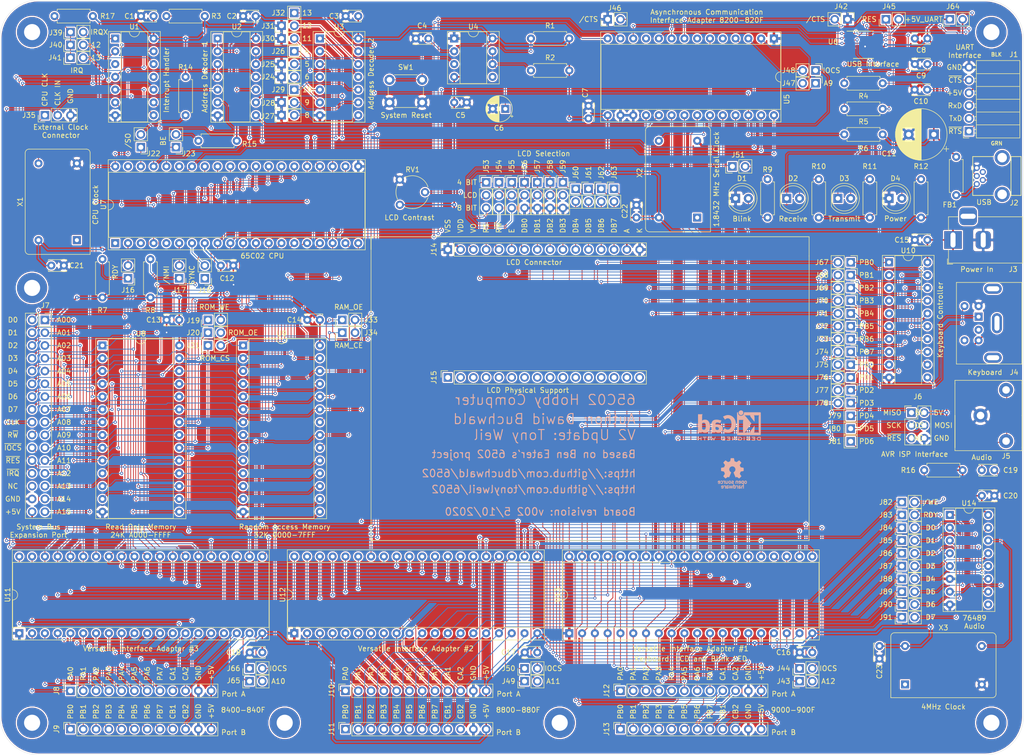
<source format=kicad_pcb>
(kicad_pcb (version 20171130) (host pcbnew "(5.1.5)-3")
  (layers (0 F.Cu signal) (31 B.Cu signal) (34 B.Paste user) (35 F.Paste user) (36 B.SilkS user) (37 F.SilkS user) (38 B.Mask user) (39 F.Mask user) (44 Edge.Cuts user))
  (net 0 "")
  (net 1 +5V)
  (net 2 GND)
  (net 3 "Net-(C4-Pad1)")
  (net 4 "Net-(D2-Pad1)")
  (net 5 "Net-(D2-Pad2)")
  (net 6 "Net-(D3-Pad2)")
  (net 7 "Net-(D3-Pad1)")
  (net 8 CLK)
  (net 9 CLKOUT)
  (net 10 a0)
  (net 11 a1)
  (net 12 a2)
  (net 13 a3)
  (net 14 a4)
  (net 15 a5)
  (net 16 a6)
  (net 17 a7)
  (net 18 a8)
  (net 19 a9)
  (net 20 a10)
  (net 21 a11)
  (net 22 a12)
  (net 23 a13)
  (net 24 a14)
  (net 25 a15)
  (net 26 d0)
  (net 27 d1)
  (net 28 d2)
  (net 29 d3)
  (net 30 d4)
  (net 31 d5)
  (net 32 d6)
  (net 33 d7)
  (net 34 R~W)
  (net 35 ~IOCS)
  (net 36 ~RES)
  (net 37 ~IRQX)
  (net 38 KBCLK)
  (net 39 KBDAT)
  (net 40 USBD+)
  (net 41 USBD-)
  (net 42 ~ROM_CS)
  (net 43 ~ROM_OE)
  (net 44 ~IRQ)
  (net 45 ~RAM_CS)
  (net 46 ~AIRQ)
  (net 47 ~V2IRQ)
  (net 48 ~V1IRQ)
  (net 49 RxD)
  (net 50 ~CTS)
  (net 51 TxD)
  (net 52 ~RTS)
  (net 53 RS232CLK)
  (net 54 "Net-(X1-Pad1)")
  (net 55 "Net-(X2-Pad1)")
  (net 56 "Net-(D1-Pad2)")
  (net 57 "Net-(D4-Pad2)")
  (net 58 "Net-(U7-Pad5)")
  (net 59 "Net-(U2-Pad12)")
  (net 60 "Net-(U4-Pad5)")
  (net 61 "Net-(U5-Pad5)")
  (net 62 "Net-(U5-Pad7)")
  (net 63 "Net-(U5-Pad11)")
  (net 64 "Net-(U6-Pad16)")
  (net 65 "Net-(U6-Pad7)")
  (net 66 "Net-(U7-Pad1)")
  (net 67 "Net-(U7-Pad3)")
  (net 68 "Net-(U7-Pad35)")
  (net 69 "Net-(U7-Pad39)")
  (net 70 "Net-(U10-Pad5)")
  (net 71 "Net-(U10-Pad4)")
  (net 72 "Net-(C6-Pad1)")
  (net 73 PUSBD+)
  (net 74 PUSBD-)
  (net 75 "Net-(J7-Pad28)")
  (net 76 "Net-(FB1-Pad2)")
  (net 77 "Net-(C19-Pad2)")
  (net 78 "Net-(C19-Pad1)")
  (net 79 "Net-(X3-Pad1)")
  (net 80 "Net-(J2-Pad4)")
  (net 81 "Net-(J27-Pad2)")
  (net 82 "/6502 Peripherals 1/v3pa0")
  (net 83 "/6502 Peripherals 1/v3pa1")
  (net 84 "/6502 Peripherals 1/v3pa2")
  (net 85 "/6502 Peripherals 1/v3pa3")
  (net 86 "/6502 Peripherals 1/v3pa4")
  (net 87 "/6502 Peripherals 1/v3pa5")
  (net 88 "/6502 Peripherals 1/v3pa6")
  (net 89 "/6502 Peripherals 1/v3pa7")
  (net 90 "/6502 Peripherals 1/v3pa8")
  (net 91 "/6502 Peripherals 1/v3pa9")
  (net 92 "/6502 Peripherals 1/v3pb9")
  (net 93 "/6502 Peripherals 1/v3pb8")
  (net 94 "/6502 Peripherals 1/v3pb7")
  (net 95 "/6502 Peripherals 1/v3pb6")
  (net 96 "/6502 Peripherals 1/v3pb5")
  (net 97 "/6502 Peripherals 1/v3pb4")
  (net 98 "/6502 Peripherals 1/v3pb3")
  (net 99 "/6502 Peripherals 1/v3pb2")
  (net 100 "/6502 Peripherals 1/v3pb1")
  (net 101 "/6502 Peripherals 1/v3pb0")
  (net 102 v1pa6)
  (net 103 v1pa7)
  (net 104 v1pa5)
  (net 105 v1pa0)
  (net 106 v1pa1)
  (net 107 v1pa2)
  (net 108 v1pa3)
  (net 109 v1pa4)
  (net 110 v1pa8)
  (net 111 v1pa9)
  (net 112 v1pb9)
  (net 113 v1pb8)
  (net 114 v1pb7)
  (net 115 v1pb6)
  (net 116 v1pb5)
  (net 117 v1pb4)
  (net 118 v1pb3)
  (net 119 v1pb2)
  (net 120 v1pb1)
  (net 121 v1pb0)
  (net 122 v2pa9)
  (net 123 v2pa8)
  (net 124 v2pa7)
  (net 125 v2pa6)
  (net 126 v2pa5)
  (net 127 v2pa4)
  (net 128 v2pa3)
  (net 129 v2pa2)
  (net 130 v2pa1)
  (net 131 v2pa0)
  (net 132 v2pb0)
  (net 133 v2pb1)
  (net 134 v2pb2)
  (net 135 v2pb3)
  (net 136 v2pb4)
  (net 137 v2pb5)
  (net 138 v2pb6)
  (net 139 v2pb7)
  (net 140 v2pb8)
  (net 141 v2pb9)
  (net 142 "/6502 Peripherals 0/lcd7")
  (net 143 "/6502 Peripherals 0/lcd6")
  (net 144 "/6502 Peripherals 0/lcd5")
  (net 145 "/6502 Peripherals 0/lcd4")
  (net 146 "/6502 Peripherals 0/lcd3")
  (net 147 "/6502 Peripherals 0/lcd2")
  (net 148 "/6502 Peripherals 0/lcd1")
  (net 149 "/6502 Peripherals 0/lcd0")
  (net 150 "/6502 Peripherals 0/e")
  (net 151 "/6502 Peripherals 0/rw")
  (net 152 "/6502 Peripherals 0/rs")
  (net 153 "Net-(J15-Pad3)")
  (net 154 /rdy)
  (net 155 /~nmi)
  (net 156 /sync)
  (net 157 /~so)
  (net 158 /be)
  (net 159 "Net-(J43-Pad1)")
  (net 160 "Net-(J44-Pad1)")
  (net 161 "Net-(J45-Pad1)")
  (net 162 "Net-(J49-Pad1)")
  (net 163 "Net-(J50-Pad1)")
  (net 164 "Net-(J65-Pad1)")
  (net 165 "Net-(J66-Pad1)")
  (net 166 "Net-(J39-Pad1)")
  (net 167 "Net-(J67-Pad1)")
  (net 168 "Net-(J76-Pad1)")
  (net 169 "Net-(J77-Pad1)")
  (net 170 "Net-(J80-Pad1)")
  (net 171 "Net-(U1-Pad5)")
  (net 172 ~V3IRQ)
  (net 173 "Net-(H1-Pad1)")
  (net 174 "Net-(H2-Pad1)")
  (net 175 "Net-(H3-Pad1)")
  (net 176 "Net-(H4-Pad1)")
  (net 177 "Net-(H5-Pad1)")
  (net 178 "Net-(J1-Pad4)")
  (net 179 "Net-(J4-Pad6)")
  (net 180 "Net-(J4-Pad2)")
  (net 181 "Net-(J14-Pad3)")
  (net 182 "Net-(J15-Pad16)")
  (net 183 "Net-(J15-Pad15)")
  (net 184 "Net-(J15-Pad14)")
  (net 185 "Net-(J15-Pad13)")
  (net 186 "Net-(J15-Pad12)")
  (net 187 "Net-(J15-Pad11)")
  (net 188 "Net-(J15-Pad10)")
  (net 189 "Net-(J15-Pad9)")
  (net 190 "Net-(J15-Pad8)")
  (net 191 "Net-(J15-Pad7)")
  (net 192 "Net-(J15-Pad6)")
  (net 193 "Net-(J15-Pad5)")
  (net 194 "Net-(J15-Pad4)")
  (net 195 "Net-(J15-Pad2)")
  (net 196 "Net-(J15-Pad1)")
  (net 197 "Net-(H6-Pad1)")
  (net 198 "Net-(H7-Pad1)")
  (net 199 "Net-(J16-Pad1)")
  (net 200 "Net-(J17-Pad1)")
  (net 201 "Net-(J18-Pad1)")
  (net 202 "Net-(J19-Pad1)")
  (net 203 "Net-(J20-Pad1)")
  (net 204 "Net-(J21-Pad1)")
  (net 205 "Net-(J22-Pad2)")
  (net 206 "Net-(J23-Pad2)")
  (net 207 "Net-(J24-Pad2)")
  (net 208 "Net-(J25-Pad2)")
  (net 209 "Net-(J28-Pad2)")
  (net 210 "Net-(J32-Pad1)")
  (net 211 "Net-(J33-Pad1)")
  (net 212 "Net-(J34-Pad1)")
  (net 213 "Net-(J40-Pad2)")
  (net 214 "Net-(J41-Pad2)")
  (net 215 "Net-(J45-Pad2)")
  (net 216 "Net-(J47-Pad2)")
  (net 217 "Net-(J48-Pad2)")
  (net 218 "Net-(J51-Pad2)")
  (net 219 "Net-(J68-Pad1)")
  (net 220 "Net-(J69-Pad1)")
  (net 221 "Net-(J70-Pad1)")
  (net 222 "Net-(J71-Pad1)")
  (net 223 "Net-(J72-Pad1)")
  (net 224 "Net-(J73-Pad1)")
  (net 225 "Net-(J74-Pad1)")
  (net 226 "Net-(J75-Pad1)")
  (net 227 "Net-(J78-Pad1)")
  (net 228 "Net-(J79-Pad1)")
  (net 229 "Net-(J81-Pad1)")
  (net 230 "Net-(J82-Pad2)")
  (net 231 "Net-(J83-Pad2)")
  (net 232 "Net-(J84-Pad2)")
  (net 233 "Net-(J85-Pad2)")
  (net 234 "Net-(J86-Pad2)")
  (net 235 "Net-(J87-Pad2)")
  (net 236 "Net-(J88-Pad2)")
  (net 237 "Net-(J89-Pad2)")
  (net 238 "Net-(J90-Pad2)")
  (net 239 "Net-(J91-Pad2)")
  (net 240 "Net-(J26-Pad1)")
  (net 241 "Net-(J29-Pad1)")
  (net 242 "Net-(J30-Pad2)")
  (net 243 "Net-(J31-Pad2)")
  (net 244 "Net-(U14-Pad14)")
  (module 65C02_Computer:PinSocket_1x06_P2.54mm_Horizontal (layer F.Cu) (at 210.185 46.355 180)
    (fp_text reference J1 (at -8.89 15.24) (layer F.SilkS))
    (fp_text value "Optional UART Port")
    (pad 6 thru_hole oval (at 0 12.7 180) (size 1.7 1.7) (drill 1) (layers *.Cu *.Mask) (net 2 GND))
    (pad 5 thru_hole oval (at 0 10.16 180) (size 1.7 1.7) (drill 1) (layers *.Cu *.Mask) (net 50 ~CTS))
    (pad 4 thru_hole oval (at 0 7.62 180) (size 1.7 1.7) (drill 1) (layers *.Cu *.Mask) (net 178 "Net-(J1-Pad4)"))
    (pad 3 thru_hole oval (at 0 5.08 180) (size 1.7 1.7) (drill 1) (layers *.Cu *.Mask) (net 49 RxD))
    (pad 2 thru_hole oval (at 0 2.54 180) (size 1.7 1.7) (drill 1) (layers *.Cu *.Mask) (net 51 TxD))
    (pad 1 thru_hole rect (at 0 0 180) (size 1.7 1.7) (drill 1) (layers *.Cu *.Mask) (net 52 ~RTS))
  )
  (module 65C02_Computer:LCD-4line (layer F.Cu) (at 106.68 69.85 90)
    (fp_text reference J14 (at 0 -2.77 90) (layer F.SilkS))
    (fp_text value "LCD Connector")
    (pad 1 thru_hole rect (at 0 0 90) (size 1.7 1.7) (drill 1) (layers *.Cu *.Mask) (net 2 GND))
    (pad 2 thru_hole oval (at 0 2.54 90) (size 1.7 1.7) (drill 1) (layers *.Cu *.Mask) (net 1 +5V))
    (pad 3 thru_hole oval (at 0 5.08 90) (size 1.7 1.7) (drill 1) (layers *.Cu *.Mask) (net 181 "Net-(J14-Pad3)"))
    (pad 4 thru_hole oval (at 0 7.62 90) (size 1.7 1.7) (drill 1) (layers *.Cu *.Mask) (net 152 "/6502 Peripherals 0/rs"))
    (pad 5 thru_hole oval (at 0 10.16 90) (size 1.7 1.7) (drill 1) (layers *.Cu *.Mask) (net 151 "/6502 Peripherals 0/rw"))
    (pad 6 thru_hole oval (at 0 12.7 90) (size 1.7 1.7) (drill 1) (layers *.Cu *.Mask) (net 150 "/6502 Peripherals 0/e"))
    (pad 7 thru_hole oval (at 0 15.24 90) (size 1.7 1.7) (drill 1) (layers *.Cu *.Mask) (net 149 "/6502 Peripherals 0/lcd0"))
    (pad 8 thru_hole oval (at 0 17.78 90) (size 1.7 1.7) (drill 1) (layers *.Cu *.Mask) (net 148 "/6502 Peripherals 0/lcd1"))
    (pad 9 thru_hole oval (at 0 20.32 90) (size 1.7 1.7) (drill 1) (layers *.Cu *.Mask) (net 147 "/6502 Peripherals 0/lcd2"))
    (pad 10 thru_hole oval (at 0 22.86 90) (size 1.7 1.7) (drill 1) (layers *.Cu *.Mask) (net 146 "/6502 Peripherals 0/lcd3"))
    (pad 11 thru_hole oval (at 0 25.4 90) (size 1.7 1.7) (drill 1) (layers *.Cu *.Mask) (net 145 "/6502 Peripherals 0/lcd4"))
    (pad 12 thru_hole oval (at 0 27.94 90) (size 1.7 1.7) (drill 1) (layers *.Cu *.Mask) (net 144 "/6502 Peripherals 0/lcd5"))
    (pad 13 thru_hole oval (at 0 30.48 90) (size 1.7 1.7) (drill 1) (layers *.Cu *.Mask) (net 143 "/6502 Peripherals 0/lcd6"))
    (pad 14 thru_hole oval (at 0 33.02 90) (size 1.7 1.7) (drill 1) (layers *.Cu *.Mask) (net 142 "/6502 Peripherals 0/lcd7"))
    (pad 15 thru_hole oval (at 0 35.56 90) (size 1.7 1.7) (drill 1) (layers *.Cu *.Mask) (net 1 +5V))
    (pad 16 thru_hole oval (at 0 38.1 90) (size 1.7 1.7) (drill 1) (layers *.Cu *.Mask) (net 2 GND))
  )
  (module 65C02_Computer:PinHeader_1x01_P2.54mm_Vertical_Close (layer F.Cu) (at 186.69 102.87)
    (fp_text reference J79 (at -3.175 0) (layer F.SilkS))
    (fp_text value Conn_01x01)
    (pad 1 thru_hole rect (at 0 0) (size 1.7 1.7) (drill 1) (layers *.Cu *.Mask) (net 228 "Net-(J79-Pad1)"))
  )
  (module 65C02_Computer:PinHeader_1x01_P2.54mm_Vertical_Close (layer F.Cu) (at 76.2 30.48)
    (fp_text reference J26 (at -3.175 0) (layer F.SilkS))
    (fp_text value Conn_01x01)
    (pad 1 thru_hole rect (at 0 0) (size 1.7 1.7) (drill 1) (layers *.Cu *.Mask) (net 240 "Net-(J26-Pad1)"))
  )
  (module 65C02_Computer:PinHeader_1x01_P2.54mm_Vertical_Close (layer F.Cu) (at 76.2 38.1)
    (fp_text reference J29 (at -3.175 0) (layer F.SilkS))
    (fp_text value Conn_01x01)
    (pad 1 thru_hole rect (at 0 0) (size 1.7 1.7) (drill 1) (layers *.Cu *.Mask) (net 241 "Net-(J29-Pad1)"))
  )
  (module 65C02_Computer:PinHeader_1x01_P2.54mm_Vertical_Close (layer F.Cu) (at 76.2 22.86)
    (fp_text reference J32 (at -3.175 0) (layer F.SilkS))
    (fp_text value Conn_01x01)
    (pad 1 thru_hole rect (at 0 0) (size 1.7 1.7) (drill 1) (layers *.Cu *.Mask) (net 210 "Net-(J32-Pad1)"))
  )
  (module 65C02_Computer:PinHeader_1x01_P2.54mm_Vertical_Close (layer F.Cu) (at 186.69 105.41)
    (fp_text reference J80 (at -3.280001 0) (layer F.SilkS))
    (fp_text value Conn_01x01)
    (pad 1 thru_hole rect (at 0 0) (size 1.7 1.7) (drill 1) (layers *.Cu *.Mask) (net 170 "Net-(J80-Pad1)"))
  )
  (module 65C02_Computer:PinHeader_1x01_P2.54mm_Vertical_Close (layer F.Cu) (at 186.69 107.95)
    (fp_text reference J81 (at -3.175 0) (layer F.SilkS))
    (fp_text value Conn_01x01)
    (pad 1 thru_hole rect (at 0 0) (size 1.7 1.7) (drill 1) (layers *.Cu *.Mask) (net 229 "Net-(J81-Pad1)"))
  )
  (module Capacitor_THT:C_Disc_D3.4mm_W2.1mm_P2.50mm (layer F.Cu) (at 192.405 148.59 270)
    (fp_text reference C23 (at 5.08 0 90) (layer F.SilkS))
    (fp_text value 0.1uF)
    (pad 2 thru_hole circle (at 2.5 0 270) (size 1.6 1.6) (drill 0.8) (layers *.Cu *.Mask) (net 2 GND))
    (pad 1 thru_hole circle (at 0 0 270) (size 1.6 1.6) (drill 0.8) (layers *.Cu *.Mask) (net 1 +5V))
  )
  (module Capacitor_THT:C_Disc_D3.4mm_W2.1mm_P2.50mm (layer F.Cu) (at 144.145 63.5 90)
    (fp_text reference C22 (at 1.25 -2.3 90) (layer F.SilkS))
    (fp_text value 0.1uF)
    (pad 2 thru_hole circle (at 2.5 0 90) (size 1.6 1.6) (drill 0.8) (layers *.Cu *.Mask) (net 2 GND))
    (pad 1 thru_hole circle (at 0 0 90) (size 1.6 1.6) (drill 0.8) (layers *.Cu *.Mask) (net 1 +5V))
  )
  (module Capacitor_THT:C_Disc_D3.4mm_W2.1mm_P2.50mm (layer F.Cu) (at 27.94 73.025)
    (fp_text reference C21 (at 5.04 0) (layer F.SilkS))
    (fp_text value 0.1uF)
    (pad 2 thru_hole circle (at 2.5 0) (size 1.6 1.6) (drill 0.8) (layers *.Cu *.Mask) (net 2 GND))
    (pad 1 thru_hole circle (at 0 0) (size 1.6 1.6) (drill 0.8) (layers *.Cu *.Mask) (net 1 +5V))
  )
  (module 65C02_Computer:PinHeader_1x02_P2.54mm_Vertical_Close (layer F.Cu) (at 73.66 25.4 90)
    (fp_text reference J31 (at -0.0635 -2.667 180) (layer F.SilkS))
    (fp_text value Jumper_NC_Small)
    (pad 1 thru_hole rect (at 0 0 90) (size 1.7 1.7) (drill 1) (layers *.Cu *.Mask) (net 2 GND))
    (pad 2 thru_hole oval (at 0 2.54 90) (size 1.7 1.7) (drill 1) (layers *.Cu *.Mask) (net 243 "Net-(J31-Pad2)"))
  )
  (module 65C02_Computer:PinHeader_1x02_P2.54mm_Vertical_Close (layer F.Cu) (at 73.66 27.94 90)
    (fp_text reference J30 (at 0 -2.667 180) (layer F.SilkS))
    (fp_text value Jumper_NC_Small)
    (pad 1 thru_hole rect (at 0 0 90) (size 1.7 1.7) (drill 1) (layers *.Cu *.Mask) (net 2 GND))
    (pad 2 thru_hole oval (at 0 2.54 90) (size 1.7 1.7) (drill 1) (layers *.Cu *.Mask) (net 242 "Net-(J30-Pad2)"))
  )
  (module Symbol:KiCad-Logo2_5mm_SilkScreen (layer B.Cu) (at 162.56 104.775 180)
    (fp_text reference LOGO1 hide)
    (fp_text value Logo_Open_Hardware_Small hide)
  )
  (module Package_DIP:DIP-28_W15.24mm_Socket (layer F.Cu) (at 171.45 27.94 270)
    (fp_text reference U5 (at 12.065 -2.54 270) (layer F.SilkS))
    (fp_text value 65C51N)
    (pad 1 thru_hole rect (at 0 0 270) (size 1.6 1.6) (drill 0.8) (layers *.Cu *.Mask) (net 2 GND))
    (pad 15 thru_hole oval (at 15.24 33.02 270) (size 1.6 1.6) (drill 0.8) (layers *.Cu *.Mask) (net 1 +5V))
    (pad 2 thru_hole oval (at 0 2.54 270) (size 1.6 1.6) (drill 0.8) (layers *.Cu *.Mask) (net 216 "Net-(J47-Pad2)"))
    (pad 16 thru_hole oval (at 15.24 30.48 270) (size 1.6 1.6) (drill 0.8) (layers *.Cu *.Mask) (net 2 GND))
    (pad 3 thru_hole oval (at 0 5.08 270) (size 1.6 1.6) (drill 0.8) (layers *.Cu *.Mask) (net 217 "Net-(J48-Pad2)"))
    (pad 17 thru_hole oval (at 15.24 27.94 270) (size 1.6 1.6) (drill 0.8) (layers *.Cu *.Mask) (net 2 GND))
    (pad 4 thru_hole oval (at 0 7.62 270) (size 1.6 1.6) (drill 0.8) (layers *.Cu *.Mask) (net 36 ~RES))
    (pad 18 thru_hole oval (at 15.24 25.4 270) (size 1.6 1.6) (drill 0.8) (layers *.Cu *.Mask) (net 26 d0))
    (pad 5 thru_hole oval (at 0 10.16 270) (size 1.6 1.6) (drill 0.8) (layers *.Cu *.Mask) (net 61 "Net-(U5-Pad5)"))
    (pad 19 thru_hole oval (at 15.24 22.86 270) (size 1.6 1.6) (drill 0.8) (layers *.Cu *.Mask) (net 27 d1))
    (pad 6 thru_hole oval (at 0 12.7 270) (size 1.6 1.6) (drill 0.8) (layers *.Cu *.Mask) (net 53 RS232CLK))
    (pad 20 thru_hole oval (at 15.24 20.32 270) (size 1.6 1.6) (drill 0.8) (layers *.Cu *.Mask) (net 28 d2))
    (pad 7 thru_hole oval (at 0 15.24 270) (size 1.6 1.6) (drill 0.8) (layers *.Cu *.Mask) (net 62 "Net-(U5-Pad7)"))
    (pad 21 thru_hole oval (at 15.24 17.78 270) (size 1.6 1.6) (drill 0.8) (layers *.Cu *.Mask) (net 29 d3))
    (pad 8 thru_hole oval (at 0 17.78 270) (size 1.6 1.6) (drill 0.8) (layers *.Cu *.Mask) (net 52 ~RTS))
    (pad 22 thru_hole oval (at 15.24 15.24 270) (size 1.6 1.6) (drill 0.8) (layers *.Cu *.Mask) (net 30 d4))
    (pad 9 thru_hole oval (at 0 20.32 270) (size 1.6 1.6) (drill 0.8) (layers *.Cu *.Mask) (net 50 ~CTS))
    (pad 23 thru_hole oval (at 15.24 12.7 270) (size 1.6 1.6) (drill 0.8) (layers *.Cu *.Mask) (net 31 d5))
    (pad 10 thru_hole oval (at 0 22.86 270) (size 1.6 1.6) (drill 0.8) (layers *.Cu *.Mask) (net 51 TxD))
    (pad 24 thru_hole oval (at 15.24 10.16 270) (size 1.6 1.6) (drill 0.8) (layers *.Cu *.Mask) (net 32 d6))
    (pad 11 thru_hole oval (at 0 25.4 270) (size 1.6 1.6) (drill 0.8) (layers *.Cu *.Mask) (net 63 "Net-(U5-Pad11)"))
    (pad 25 thru_hole oval (at 15.24 7.62 270) (size 1.6 1.6) (drill 0.8) (layers *.Cu *.Mask) (net 33 d7))
    (pad 12 thru_hole oval (at 0 27.94 270) (size 1.6 1.6) (drill 0.8) (layers *.Cu *.Mask) (net 49 RxD))
    (pad 26 thru_hole oval (at 15.24 5.08 270) (size 1.6 1.6) (drill 0.8) (layers *.Cu *.Mask) (net 46 ~AIRQ))
    (pad 13 thru_hole oval (at 0 30.48 270) (size 1.6 1.6) (drill 0.8) (layers *.Cu *.Mask) (net 10 a0))
    (pad 27 thru_hole oval (at 15.24 2.54 270) (size 1.6 1.6) (drill 0.8) (layers *.Cu *.Mask) (net 8 CLK))
    (pad 14 thru_hole oval (at 0 33.02 270) (size 1.6 1.6) (drill 0.8) (layers *.Cu *.Mask) (net 11 a1))
    (pad 28 thru_hole oval (at 15.24 0 270) (size 1.6 1.6) (drill 0.8) (layers *.Cu *.Mask) (net 34 R~W))
  )
  (module 65C02_Computer:PinHeader_1x02_P2.54mm_Vertical_Close (layer F.Cu) (at 186.69 72.39 270)
    (fp_text reference J67 (at 0 5.715 180) (layer F.SilkS))
    (fp_text value Jumper_NC_Small)
    (pad 2 thru_hole oval (at 0 2.54 270) (size 1.7 1.7) (drill 1) (layers *.Cu *.Mask) (net 105 v1pa0))
    (pad 1 thru_hole rect (at 0 0 270) (size 1.7 1.7) (drill 1) (layers *.Cu *.Mask) (net 167 "Net-(J67-Pad1)"))
  )
  (module 65C02_Computer:PinHeader_1x02_P2.54mm_Vertical_Close (layer F.Cu) (at 132.08 57.785)
    (fp_text reference J60 (at 0 -3.175 90) (layer F.SilkS))
    (fp_text value Jumper_NC_Small)
    (pad 2 thru_hole oval (at 0 2.54) (size 1.7 1.7) (drill 1) (layers *.Cu *.Mask) (net 145 "/6502 Peripherals 0/lcd4"))
    (pad 1 thru_hole rect (at 0 0) (size 1.7 1.7) (drill 1) (layers *.Cu *.Mask) (net 117 v1pb4))
  )
  (module 65C02_Computer:PinHeader_1x02_P2.54mm_Vertical_Close (layer F.Cu) (at 134.62 57.785)
    (fp_text reference J61 (at 0 -3.175 90) (layer F.SilkS))
    (fp_text value Jumper_NC_Small)
    (pad 2 thru_hole oval (at 0 2.54) (size 1.7 1.7) (drill 1) (layers *.Cu *.Mask) (net 144 "/6502 Peripherals 0/lcd5"))
    (pad 1 thru_hole rect (at 0 0) (size 1.7 1.7) (drill 1) (layers *.Cu *.Mask) (net 116 v1pb5))
  )
  (module 65C02_Computer:PinHeader_1x02_P2.54mm_Vertical_Close (layer F.Cu) (at 137.16 57.785)
    (fp_text reference J62 (at 0 -3.175 90) (layer F.SilkS))
    (fp_text value Jumper_NC_Small)
    (pad 2 thru_hole oval (at 0 2.54) (size 1.7 1.7) (drill 1) (layers *.Cu *.Mask) (net 143 "/6502 Peripherals 0/lcd6"))
    (pad 1 thru_hole rect (at 0 0) (size 1.7 1.7) (drill 1) (layers *.Cu *.Mask) (net 115 v1pb6))
  )
  (module 65C02_Computer:PinHeader_1x02_P2.54mm_Vertical_Close (layer F.Cu) (at 139.7 57.785)
    (fp_text reference J63 (at 0 -3.175 90) (layer F.SilkS))
    (fp_text value Jumper_NC_Small)
    (pad 2 thru_hole oval (at 0 2.54) (size 1.7 1.7) (drill 1) (layers *.Cu *.Mask) (net 142 "/6502 Peripherals 0/lcd7"))
    (pad 1 thru_hole rect (at 0 0) (size 1.7 1.7) (drill 1) (layers *.Cu *.Mask) (net 114 v1pb7))
  )
  (module 65C02_Computer:PinHeader_1x02_P2.54mm_Vertical_Close (layer F.Cu) (at 43.18 75.565 180)
    (fp_text reference J16 (at 0 -2.33) (layer F.SilkS))
    (fp_text value J)
    (pad 2 thru_hole oval (at 0 2.54 180) (size 1.7 1.7) (drill 1) (layers *.Cu *.Mask) (net 154 /rdy))
    (pad 1 thru_hole rect (at 0 0 180) (size 1.7 1.7) (drill 1) (layers *.Cu *.Mask) (net 199 "Net-(J16-Pad1)"))
  )
  (module 65C02_Computer:PinHeader_1x02_P2.54mm_Vertical_Close (layer F.Cu) (at 53.34 75.565 180)
    (fp_text reference J17 (at 0 -2.33) (layer F.SilkS))
    (fp_text value J)
    (pad 2 thru_hole oval (at 0 2.54 180) (size 1.7 1.7) (drill 1) (layers *.Cu *.Mask) (net 155 /~nmi))
    (pad 1 thru_hole rect (at 0 0 180) (size 1.7 1.7) (drill 1) (layers *.Cu *.Mask) (net 200 "Net-(J17-Pad1)"))
  )
  (module 65C02_Computer:PinHeader_1x02_P2.54mm_Vertical_Close (layer F.Cu) (at 58.42 75.565 180)
    (fp_text reference J18 (at 0 -2.33) (layer F.SilkS))
    (fp_text value J)
    (pad 2 thru_hole oval (at 0 2.54 180) (size 1.7 1.7) (drill 1) (layers *.Cu *.Mask) (net 156 /sync))
    (pad 1 thru_hole rect (at 0 0 180) (size 1.7 1.7) (drill 1) (layers *.Cu *.Mask) (net 201 "Net-(J18-Pad1)"))
  )
  (module 65C02_Computer:PinHeader_1x02_P2.54mm_Vertical_Close (layer F.Cu) (at 45.72 49.53 180)
    (fp_text reference J22 (at -2.54 -1.27) (layer F.SilkS))
    (fp_text value J)
    (pad 2 thru_hole oval (at 0 2.54 180) (size 1.7 1.7) (drill 1) (layers *.Cu *.Mask) (net 205 "Net-(J22-Pad2)"))
    (pad 1 thru_hole rect (at 0 0 180) (size 1.7 1.7) (drill 1) (layers *.Cu *.Mask) (net 157 /~so))
  )
  (module 65C02_Computer:PinHeader_1x02_P2.54mm_Vertical_Close (layer F.Cu) (at 52.705 49.53 180)
    (fp_text reference J23 (at -2.54 -1.27) (layer F.SilkS))
    (fp_text value J)
    (pad 2 thru_hole oval (at 0 2.54 180) (size 1.7 1.7) (drill 1) (layers *.Cu *.Mask) (net 206 "Net-(J23-Pad2)"))
    (pad 1 thru_hole rect (at 0 0 180) (size 1.7 1.7) (drill 1) (layers *.Cu *.Mask) (net 158 /be))
  )
  (module 65C02_Computer:PinHeader_1x02_P2.54mm_Vertical_Close (layer F.Cu) (at 186.055 24.13 270)
    (fp_text reference J42 (at -2.54 1.27 180) (layer F.SilkS))
    (fp_text value Jumper_NC_Small)
    (pad 2 thru_hole oval (at 0 2.54 270) (size 1.7 1.7) (drill 1) (layers *.Cu *.Mask) (net 52 ~RTS))
    (pad 1 thru_hole rect (at 0 0 270) (size 1.7 1.7) (drill 1) (layers *.Cu *.Mask) (net 2 GND))
  )
  (module 65C02_Computer:PinHeader_1x02_P2.54mm_Vertical_Close (layer F.Cu) (at 193.675 24.13 90)
    (fp_text reference J45 (at 2.54 0.635 180) (layer F.SilkS))
    (fp_text value Jumper_NC_Small)
    (pad 2 thru_hole oval (at 0 2.54 90) (size 1.7 1.7) (drill 1) (layers *.Cu *.Mask) (net 215 "Net-(J45-Pad2)"))
    (pad 1 thru_hole rect (at 0 0 90) (size 1.7 1.7) (drill 1) (layers *.Cu *.Mask) (net 161 "Net-(J45-Pad1)"))
  )
  (module 65C02_Computer:PinHeader_1x02_P2.54mm_Vertical_Close (layer F.Cu) (at 163.195 53.34 90)
    (fp_text reference J51 (at 2.286 1.143 180) (layer F.SilkS))
    (fp_text value Jumper_NC_Small)
    (pad 2 thru_hole oval (at 0 2.54 90) (size 1.7 1.7) (drill 1) (layers *.Cu *.Mask) (net 218 "Net-(J51-Pad2)"))
    (pad 1 thru_hole rect (at 0 0 90) (size 1.7 1.7) (drill 1) (layers *.Cu *.Mask) (net 121 v1pb0))
  )
  (module 65C02_Computer:PinHeader_1x02_P2.54mm_Vertical_Close (layer F.Cu) (at 206.375 24.13 90)
    (fp_text reference J64 (at 2.54 0.635 180) (layer F.SilkS))
    (fp_text value Jumper_NC_Small)
    (pad 2 thru_hole oval (at 0 2.54 90) (size 1.7 1.7) (drill 1) (layers *.Cu *.Mask) (net 178 "Net-(J1-Pad4)"))
    (pad 1 thru_hole rect (at 0 0 90) (size 1.7 1.7) (drill 1) (layers *.Cu *.Mask) (net 1 +5V))
  )
  (module 65C02_Computer:PinHeader_1x02_P2.54mm_Vertical_Close (layer F.Cu) (at 59.055 83.82 90)
    (fp_text reference J19 (at -0.127 -2.921 180) (layer F.SilkS))
    (fp_text value Jumper_NC_Small)
    (pad 2 thru_hole oval (at 0 2.54 90) (size 1.7 1.7) (drill 1) (layers *.Cu *.Mask) (net 1 +5V))
    (pad 1 thru_hole rect (at 0 0 90) (size 1.7 1.7) (drill 1) (layers *.Cu *.Mask) (net 202 "Net-(J19-Pad1)"))
  )
  (module 65C02_Computer:PinHeader_1x02_P2.54mm_Vertical_Close (layer F.Cu) (at 59.055 86.36 90)
    (fp_text reference J20 (at 0 -2.921 180) (layer F.SilkS))
    (fp_text value Jumper_NC_Small)
    (pad 2 thru_hole oval (at 0 2.54 90) (size 1.7 1.7) (drill 1) (layers *.Cu *.Mask) (net 43 ~ROM_OE))
    (pad 1 thru_hole rect (at 0 0 90) (size 1.7 1.7) (drill 1) (layers *.Cu *.Mask) (net 203 "Net-(J20-Pad1)"))
  )
  (module 65C02_Computer:PinHeader_1x02_P2.54mm_Vertical_Close (layer F.Cu) (at 59.055 88.9 90)
    (fp_text reference J21 (at 0 -2.921 180) (layer F.SilkS))
    (fp_text value Jumper_NC_Small)
    (pad 2 thru_hole oval (at 0 2.54 90) (size 1.7 1.7) (drill 1) (layers *.Cu *.Mask) (net 42 ~ROM_CS))
    (pad 1 thru_hole rect (at 0 0 90) (size 1.7 1.7) (drill 1) (layers *.Cu *.Mask) (net 204 "Net-(J21-Pad1)"))
  )
  (module 65C02_Computer:PinHeader_1x02_P2.54mm_Vertical_Close (layer F.Cu) (at 85.725 83.82 90)
    (fp_text reference J33 (at 0 5.715 180) (layer F.SilkS))
    (fp_text value Jumper_NC_Small)
    (pad 2 thru_hole oval (at 0 2.54 90) (size 1.7 1.7) (drill 1) (layers *.Cu *.Mask) (net 45 ~RAM_CS))
    (pad 1 thru_hole rect (at 0 0 90) (size 1.7 1.7) (drill 1) (layers *.Cu *.Mask) (net 211 "Net-(J33-Pad1)"))
  )
  (module 65C02_Computer:PinHeader_1x02_P2.54mm_Vertical_Close (layer F.Cu) (at 186.69 74.93 270)
    (fp_text reference J68 (at 0 5.715 180) (layer F.SilkS))
    (fp_text value Jumper_NC_Small)
    (pad 2 thru_hole oval (at 0 2.54 270) (size 1.7 1.7) (drill 1) (layers *.Cu *.Mask) (net 106 v1pa1))
    (pad 1 thru_hole rect (at 0 0 270) (size 1.7 1.7) (drill 1) (layers *.Cu *.Mask) (net 219 "Net-(J68-Pad1)"))
  )
  (module 65C02_Computer:PinHeader_1x02_P2.54mm_Vertical_Close (layer F.Cu) (at 186.69 77.47 270)
    (fp_text reference J69 (at 0 5.715 180) (layer F.SilkS))
    (fp_text value Jumper_NC_Small)
    (pad 2 thru_hole oval (at 0 2.54 270) (size 1.7 1.7) (drill 1) (layers *.Cu *.Mask) (net 107 v1pa2))
    (pad 1 thru_hole rect (at 0 0 270) (size 1.7 1.7) (drill 1) (layers *.Cu *.Mask) (net 220 "Net-(J69-Pad1)"))
  )
  (module 65C02_Computer:PinHeader_1x02_P2.54mm_Vertical_Close (layer F.Cu) (at 186.69 80.01 270)
    (fp_text reference J70 (at 0 5.715 180) (layer F.SilkS))
    (fp_text value Jumper_NC_Small)
    (pad 2 thru_hole oval (at 0 2.54 270) (size 1.7 1.7) (drill 1) (layers *.Cu *.Mask) (net 108 v1pa3))
    (pad 1 thru_hole rect (at 0 0 270) (size 1.7 1.7) (drill 1) (layers *.Cu *.Mask) (net 221 "Net-(J70-Pad1)"))
  )
  (module 65C02_Computer:PinHeader_1x02_P2.54mm_Vertical_Close (layer F.Cu) (at 186.69 82.55 270)
    (fp_text reference J71 (at 0 5.715 180) (layer F.SilkS))
    (fp_text value Jumper_NC_Small)
    (pad 2 thru_hole oval (at 0 2.54 270) (size 1.7 1.7) (drill 1) (layers *.Cu *.Mask) (net 109 v1pa4))
    (pad 1 thru_hole rect (at 0 0 270) (size 1.7 1.7) (drill 1) (layers *.Cu *.Mask) (net 222 "Net-(J71-Pad1)"))
  )
  (module 65C02_Computer:PinHeader_1x02_P2.54mm_Vertical_Close (layer F.Cu) (at 186.69 85.09 270)
    (fp_text reference J72 (at 0 5.715 180) (layer F.SilkS))
    (fp_text value Jumper_NC_Small)
    (pad 2 thru_hole oval (at 0 2.54 270) (size 1.7 1.7) (drill 1) (layers *.Cu *.Mask) (net 104 v1pa5))
    (pad 1 thru_hole rect (at 0 0 270) (size 1.7 1.7) (drill 1) (layers *.Cu *.Mask) (net 223 "Net-(J72-Pad1)"))
  )
  (module 65C02_Computer:PinHeader_1x02_P2.54mm_Vertical_Close (layer F.Cu) (at 186.69 87.63 270)
    (fp_text reference J73 (at 0 5.715 180) (layer F.SilkS))
    (fp_text value Jumper_NC_Small)
    (pad 2 thru_hole oval (at 0 2.54 270) (size 1.7 1.7) (drill 1) (layers *.Cu *.Mask) (net 102 v1pa6))
    (pad 1 thru_hole rect (at 0 0 270) (size 1.7 1.7) (drill 1) (layers *.Cu *.Mask) (net 224 "Net-(J73-Pad1)"))
  )
  (module 65C02_Computer:PinHeader_1x02_P2.54mm_Vertical_Close (layer F.Cu) (at 186.69 90.17 270)
    (fp_text reference J74 (at 0 5.715 180) (layer F.SilkS))
    (fp_text value Jumper_NC_Small)
    (pad 2 thru_hole oval (at 0 2.54 270) (size 1.7 1.7) (drill 1) (layers *.Cu *.Mask) (net 103 v1pa7))
    (pad 1 thru_hole rect (at 0 0 270) (size 1.7 1.7) (drill 1) (layers *.Cu *.Mask) (net 225 "Net-(J74-Pad1)"))
  )
  (module 65C02_Computer:PinHeader_1x02_P2.54mm_Vertical_Close (layer F.Cu) (at 186.69 95.25 270)
    (fp_text reference J76 (at 0 5.715 180) (layer F.SilkS))
    (fp_text value Jumper_NC_Small)
    (pad 2 thru_hole oval (at 0 2.54 270) (size 1.7 1.7) (drill 1) (layers *.Cu *.Mask) (net 110 v1pa8))
    (pad 1 thru_hole rect (at 0 0 270) (size 1.7 1.7) (drill 1) (layers *.Cu *.Mask) (net 168 "Net-(J76-Pad1)"))
  )
  (module 65C02_Computer:PinHeader_1x02_P2.54mm_Vertical_Close (layer F.Cu) (at 186.69 100.33 270)
    (fp_text reference J78 (at 0 5.715 180) (layer F.SilkS))
    (fp_text value Jumper_NC_Small)
    (pad 2 thru_hole oval (at 0 2.54 270) (size 1.7 1.7) (drill 1) (layers *.Cu *.Mask) (net 111 v1pa9))
    (pad 1 thru_hole rect (at 0 0 270) (size 1.7 1.7) (drill 1) (layers *.Cu *.Mask) (net 227 "Net-(J78-Pad1)"))
  )
  (module 65C02_Computer:PinHeader_1x02_P2.54mm_Vertical_Close (layer F.Cu) (at 196.85 120.015 90)
    (fp_text reference J82 (at 0 -3.175 180) (layer F.SilkS))
    (fp_text value Jumper_NC_Small)
    (pad 2 thru_hole oval (at 0 2.54 90) (size 1.7 1.7) (drill 1) (layers *.Cu *.Mask) (net 230 "Net-(J82-Pad2)"))
    (pad 1 thru_hole rect (at 0 0 90) (size 1.7 1.7) (drill 1) (layers *.Cu *.Mask) (net 125 v2pa6))
  )
  (module 65C02_Computer:PinHeader_1x02_P2.54mm_Vertical_Close (layer F.Cu) (at 196.85 122.555 90)
    (fp_text reference J83 (at 0 -3.175 180) (layer F.SilkS))
    (fp_text value Jumper_NC_Small)
    (pad 2 thru_hole oval (at 0 2.54 90) (size 1.7 1.7) (drill 1) (layers *.Cu *.Mask) (net 231 "Net-(J83-Pad2)"))
    (pad 1 thru_hole rect (at 0 0 90) (size 1.7 1.7) (drill 1) (layers *.Cu *.Mask) (net 124 v2pa7))
  )
  (module 65C02_Computer:PinHeader_1x02_P2.54mm_Vertical_Close (layer F.Cu) (at 196.85 125.095 90)
    (fp_text reference J84 (at 0 -3.175 180) (layer F.SilkS))
    (fp_text value Jumper_NC_Small)
    (pad 2 thru_hole oval (at 0 2.54 90) (size 1.7 1.7) (drill 1) (layers *.Cu *.Mask) (net 232 "Net-(J84-Pad2)"))
    (pad 1 thru_hole rect (at 0 0 90) (size 1.7 1.7) (drill 1) (layers *.Cu *.Mask) (net 132 v2pb0))
  )
  (module 65C02_Computer:PinHeader_1x02_P2.54mm_Vertical_Close (layer F.Cu) (at 196.85 127.635 90)
    (fp_text reference J85 (at 0 -3.175 180) (layer F.SilkS))
    (fp_text value Jumper_NC_Small)
    (pad 2 thru_hole oval (at 0 2.54 90) (size 1.7 1.7) (drill 1) (layers *.Cu *.Mask) (net 233 "Net-(J85-Pad2)"))
    (pad 1 thru_hole rect (at 0 0 90) (size 1.7 1.7) (drill 1) (layers *.Cu *.Mask) (net 133 v2pb1))
  )
  (module 65C02_Computer:PinHeader_1x02_P2.54mm_Vertical_Close (layer F.Cu) (at 196.85 130.175 90)
    (fp_text reference J86 (at 0 -3.175 180) (layer F.SilkS))
    (fp_text value Jumper_NC_Small)
    (pad 2 thru_hole oval (at 0 2.54 90) (size 1.7 1.7) (drill 1) (layers *.Cu *.Mask) (net 234 "Net-(J86-Pad2)"))
    (pad 1 thru_hole rect (at 0 0 90) (size 1.7 1.7) (drill 1) (layers *.Cu *.Mask) (net 134 v2pb2))
  )
  (module 65C02_Computer:PinHeader_1x02_P2.54mm_Vertical_Close (layer F.Cu) (at 196.85 132.715 90)
    (fp_text reference J87 (at 0 -3.175 180) (layer F.SilkS))
    (fp_text value Jumper_NC_Small)
    (pad 2 thru_hole oval (at 0 2.54 90) (size 1.7 1.7) (drill 1) (layers *.Cu *.Mask) (net 235 "Net-(J87-Pad2)"))
    (pad 1 thru_hole rect (at 0 0 90) (size 1.7 1.7) (drill 1) (layers *.Cu *.Mask) (net 135 v2pb3))
  )
  (module 65C02_Computer:PinHeader_1x02_P2.54mm_Vertical_Close (layer F.Cu) (at 196.85 135.255 90)
    (fp_text reference J88 (at 0 -3.175 180) (layer F.SilkS))
    (fp_text value Jumper_NC_Small)
    (pad 2 thru_hole oval (at 0 2.54 90) (size 1.7 1.7) (drill 1) (layers *.Cu *.Mask) (net 236 "Net-(J88-Pad2)"))
    (pad 1 thru_hole rect (at 0 0 90) (size 1.7 1.7) (drill 1) (layers *.Cu *.Mask) (net 136 v2pb4))
  )
  (module 65C02_Computer:PinHeader_1x02_P2.54mm_Vertical_Close (layer F.Cu) (at 196.85 137.795 90)
    (fp_text reference J89 (at 0 -3.175 180) (layer F.SilkS))
    (fp_text value Jumper_NC_Small)
    (pad 2 thru_hole oval (at 0 2.54 90) (size 1.7 1.7) (drill 1) (layers *.Cu *.Mask) (net 237 "Net-(J89-Pad2)"))
    (pad 1 thru_hole rect (at 0 0 90) (size 1.7 1.7) (drill 1) (layers *.Cu *.Mask) (net 137 v2pb5))
  )
  (module 65C02_Computer:PinHeader_1x02_P2.54mm_Vertical_Close (layer F.Cu) (at 196.85 140.335 90)
    (fp_text reference J90 (at 0 -3.175 180) (layer F.SilkS))
    (fp_text value Jumper_NC_Small)
    (pad 2 thru_hole oval (at 0 2.54 90) (size 1.7 1.7) (drill 1) (layers *.Cu *.Mask) (net 238 "Net-(J90-Pad2)"))
    (pad 1 thru_hole rect (at 0 0 90) (size 1.7 1.7) (drill 1) (layers *.Cu *.Mask) (net 138 v2pb6))
  )
  (module 65C02_Computer:PinHeader_1x02_P2.54mm_Vertical_Close (layer F.Cu) (at 196.85 142.875 90)
    (fp_text reference J91 (at 0 -3.175 180) (layer F.SilkS))
    (fp_text value Jumper_NC_Small)
    (pad 2 thru_hole oval (at 0 2.54 90) (size 1.7 1.7) (drill 1) (layers *.Cu *.Mask) (net 239 "Net-(J91-Pad2)"))
    (pad 1 thru_hole rect (at 0 0 90) (size 1.7 1.7) (drill 1) (layers *.Cu *.Mask) (net 139 v2pb7))
  )
  (module 65C02_Computer:PinHeader_1x02_P2.54mm_Vertical_Close (layer F.Cu) (at 85.725 86.36 90)
    (fp_text reference J34 (at 0 5.715 180) (layer F.SilkS))
    (fp_text value Jumper_NC_Small)
    (pad 2 thru_hole oval (at 0 2.54 90) (size 1.7 1.7) (drill 1) (layers *.Cu *.Mask) (net 45 ~RAM_CS))
    (pad 1 thru_hole rect (at 0 0 90) (size 1.7 1.7) (drill 1) (layers *.Cu *.Mask) (net 212 "Net-(J34-Pad1)"))
  )
  (module 65C02_Computer:PinHeader_1x02_P2.54mm_Vertical_Close (layer F.Cu) (at 31.75 26.67 90)
    (fp_text reference J39 (at -0.127 -2.921) (layer F.SilkS))
    (fp_text value J)
    (pad 2 thru_hole oval (at 0 2.54 90) (size 1.7 1.7) (drill 1) (layers *.Cu *.Mask) (net 37 ~IRQX))
    (pad 1 thru_hole rect (at 0 0 90) (size 1.7 1.7) (drill 1) (layers *.Cu *.Mask) (net 166 "Net-(J39-Pad1)"))
  )
  (module 65C02_Computer:PinHeader_1x02_P2.54mm_Vertical_Close (layer F.Cu) (at 31.75 29.21 90)
    (fp_text reference J40 (at 0 -2.921) (layer F.SilkS))
    (fp_text value J)
    (pad 2 thru_hole oval (at 0 2.54 90) (size 1.7 1.7) (drill 1) (layers *.Cu *.Mask) (net 213 "Net-(J40-Pad2)"))
    (pad 1 thru_hole rect (at 0 0 90) (size 1.7 1.7) (drill 1) (layers *.Cu *.Mask) (net 166 "Net-(J39-Pad1)"))
  )
  (module 65C02_Computer:PinHeader_1x02_P2.54mm_Vertical_Close (layer F.Cu) (at 31.75 31.75 90)
    (fp_text reference J41 (at 0 -3.048) (layer F.SilkS))
    (fp_text value J)
    (pad 2 thru_hole oval (at 0 2.54 90) (size 1.7 1.7) (drill 1) (layers *.Cu *.Mask) (net 214 "Net-(J41-Pad2)"))
    (pad 1 thru_hole rect (at 0 0 90) (size 1.7 1.7) (drill 1) (layers *.Cu *.Mask) (net 166 "Net-(J39-Pad1)"))
  )
  (module 65C02_Computer:PinHeader_1x02_P2.54mm_Vertical_Close (layer F.Cu) (at 73.66 43.18 90)
    (fp_text reference J27 (at -0.1905 -2.7305 180) (layer F.SilkS))
    (fp_text value Jumper_NC_Small)
    (pad 2 thru_hole oval (at 0 2.54 90) (size 1.7 1.7) (drill 1) (layers *.Cu *.Mask) (net 81 "Net-(J27-Pad2)"))
    (pad 1 thru_hole rect (at 0 0 90) (size 1.7 1.7) (drill 1) (layers *.Cu *.Mask) (net 2 GND))
  )
  (module 65C02_Computer:PinHeader_1x02_P2.54mm_Vertical_Close (layer F.Cu) (at 73.66 40.64 90)
    (fp_text reference J28 (at -0.127 -2.6035 180) (layer F.SilkS))
    (fp_text value Jumper_NC_Small)
    (pad 2 thru_hole oval (at 0 2.54 90) (size 1.7 1.7) (drill 1) (layers *.Cu *.Mask) (net 209 "Net-(J28-Pad2)"))
    (pad 1 thru_hole rect (at 0 0 90) (size 1.7 1.7) (drill 1) (layers *.Cu *.Mask) (net 2 GND))
  )
  (module 65C02_Computer:PinHeader_1x02_P2.54mm_Vertical_Close (layer F.Cu) (at 73.66 33.02 90)
    (fp_text reference J25 (at -0.0635 -2.667 180) (layer F.SilkS))
    (fp_text value Jumper_NC_Small)
    (pad 2 thru_hole oval (at 0 2.54 90) (size 1.7 1.7) (drill 1) (layers *.Cu *.Mask) (net 208 "Net-(J25-Pad2)"))
    (pad 1 thru_hole rect (at 0 0 90) (size 1.7 1.7) (drill 1) (layers *.Cu *.Mask) (net 2 GND))
  )
  (module 65C02_Computer:PinHeader_1x02_P2.54mm_Vertical_Close (layer F.Cu) (at 73.66 35.56 90)
    (fp_text reference J24 (at 0 -2.667 180) (layer F.SilkS))
    (fp_text value Jumper_NC_Small)
    (pad 2 thru_hole oval (at 0 2.54 90) (size 1.7 1.7) (drill 1) (layers *.Cu *.Mask) (net 207 "Net-(J24-Pad2)"))
    (pad 1 thru_hole rect (at 0 0 90) (size 1.7 1.7) (drill 1) (layers *.Cu *.Mask) (net 2 GND))
  )
  (module 65C02_Computer:PinHeader_1x03_P2.54mm_Vertical_Close (layer F.Cu) (at 114.3 56.515)
    (fp_text reference J53 (at 0 -3.175 90) (layer F.SilkS))
    (fp_text value Jumper_3_Bridged12)
    (pad 1 thru_hole rect (at 0 0) (size 1.7 1.7) (drill 1) (layers *.Cu *.Mask) (net 104 v1pa5))
    (pad 2 thru_hole oval (at 0 2.54) (size 1.7 1.7) (drill 1) (layers *.Cu *.Mask) (net 152 "/6502 Peripherals 0/rs"))
    (pad 3 thru_hole oval (at 0 5.08) (size 1.7 1.7) (drill 1) (layers *.Cu *.Mask) (net 120 v1pb1))
  )
  (module 65C02_Computer:PinHeader_1x03_P2.54mm_Vertical_Close (layer F.Cu) (at 116.84 56.515)
    (fp_text reference J54 (at 0 -3.175 90) (layer F.SilkS))
    (fp_text value Jumper_3_Bridged12)
    (pad 1 thru_hole rect (at 0 0) (size 1.7 1.7) (drill 1) (layers *.Cu *.Mask) (net 102 v1pa6))
    (pad 2 thru_hole oval (at 0 2.54) (size 1.7 1.7) (drill 1) (layers *.Cu *.Mask) (net 151 "/6502 Peripherals 0/rw"))
    (pad 3 thru_hole oval (at 0 5.08) (size 1.7 1.7) (drill 1) (layers *.Cu *.Mask) (net 119 v1pb2))
  )
  (module 65C02_Computer:PinHeader_1x03_P2.54mm_Vertical_Close (layer F.Cu) (at 119.38 56.515)
    (fp_text reference J55 (at 0 -3.175 90) (layer F.SilkS))
    (fp_text value Jumper_3_Bridged12)
    (pad 1 thru_hole rect (at 0 0) (size 1.7 1.7) (drill 1) (layers *.Cu *.Mask) (net 103 v1pa7))
    (pad 2 thru_hole oval (at 0 2.54) (size 1.7 1.7) (drill 1) (layers *.Cu *.Mask) (net 150 "/6502 Peripherals 0/e"))
    (pad 3 thru_hole oval (at 0 5.08) (size 1.7 1.7) (drill 1) (layers *.Cu *.Mask) (net 118 v1pb3))
  )
  (module 65C02_Computer:PinHeader_1x03_P2.54mm_Vertical_Close (layer F.Cu) (at 121.92 56.515)
    (fp_text reference J56 (at 0 -3.175 90) (layer F.SilkS))
    (fp_text value Jumper_3_Bridged12)
    (pad 1 thru_hole rect (at 0 0) (size 1.7 1.7) (drill 1) (layers *.Cu *.Mask) (net 121 v1pb0))
    (pad 2 thru_hole oval (at 0 2.54) (size 1.7 1.7) (drill 1) (layers *.Cu *.Mask) (net 149 "/6502 Peripherals 0/lcd0"))
    (pad 3 thru_hole oval (at 0 5.08) (size 1.7 1.7) (drill 1) (layers *.Cu *.Mask) (net 2 GND))
  )
  (module 65C02_Computer:PinHeader_1x03_P2.54mm_Vertical_Close (layer F.Cu) (at 124.46 56.515)
    (fp_text reference J57 (at 0 -3.175 90) (layer F.SilkS))
    (fp_text value Jumper_3_Bridged12)
    (pad 1 thru_hole rect (at 0 0) (size 1.7 1.7) (drill 1) (layers *.Cu *.Mask) (net 120 v1pb1))
    (pad 2 thru_hole oval (at 0 2.54) (size 1.7 1.7) (drill 1) (layers *.Cu *.Mask) (net 148 "/6502 Peripherals 0/lcd1"))
    (pad 3 thru_hole oval (at 0 5.08) (size 1.7 1.7) (drill 1) (layers *.Cu *.Mask) (net 2 GND))
  )
  (module 65C02_Computer:PinHeader_1x03_P2.54mm_Vertical_Close (layer F.Cu) (at 127 56.515)
    (fp_text reference J58 (at 0 -3.175 90) (layer F.SilkS))
    (fp_text value Jumper_3_Bridged12)
    (pad 1 thru_hole rect (at 0 0) (size 1.7 1.7) (drill 1) (layers *.Cu *.Mask) (net 119 v1pb2))
    (pad 2 thru_hole oval (at 0 2.54) (size 1.7 1.7) (drill 1) (layers *.Cu *.Mask) (net 147 "/6502 Peripherals 0/lcd2"))
    (pad 3 thru_hole oval (at 0 5.08) (size 1.7 1.7) (drill 1) (layers *.Cu *.Mask) (net 2 GND))
  )
  (module 65C02_Computer:PinHeader_1x03_P2.54mm_Vertical_Close (layer F.Cu) (at 129.54 56.515)
    (fp_text reference J59 (at 0 -3.175 90) (layer F.SilkS))
    (fp_text value Jumper_3_Bridged12)
    (pad 1 thru_hole rect (at 0 0) (size 1.7 1.7) (drill 1) (layers *.Cu *.Mask) (net 118 v1pb3))
    (pad 2 thru_hole oval (at 0 2.54) (size 1.7 1.7) (drill 1) (layers *.Cu *.Mask) (net 146 "/6502 Peripherals 0/lcd3"))
    (pad 3 thru_hole oval (at 0 5.08) (size 1.7 1.7) (drill 1) (layers *.Cu *.Mask) (net 2 GND))
  )
  (module Package_DIP:DIP-14_W7.62mm_Socket (layer F.Cu) (at 60.96 27.94)
    (fp_text reference U2 (at 3.81 -2.33) (layer F.SilkS))
    (fp_text value 74HC00)
    (pad 1 thru_hole rect (at 0 0) (size 1.6 1.6) (drill 0.8) (layers *.Cu *.Mask) (net 25 a15))
    (pad 8 thru_hole oval (at 7.62 15.24) (size 1.6 1.6) (drill 0.8) (layers *.Cu *.Mask) (net 35 ~IOCS))
    (pad 2 thru_hole oval (at 0 2.54) (size 1.6 1.6) (drill 0.8) (layers *.Cu *.Mask) (net 25 a15))
    (pad 9 thru_hole oval (at 7.62 12.7) (size 1.6 1.6) (drill 0.8) (layers *.Cu *.Mask) (net 42 ~ROM_CS))
    (pad 3 thru_hole oval (at 0 5.08) (size 1.6 1.6) (drill 0.8) (layers *.Cu *.Mask) (net 43 ~ROM_OE))
    (pad 10 thru_hole oval (at 7.62 10.16) (size 1.6 1.6) (drill 0.8) (layers *.Cu *.Mask) (net 25 a15))
    (pad 4 thru_hole oval (at 0 7.62) (size 1.6 1.6) (drill 0.8) (layers *.Cu *.Mask) (net 43 ~ROM_OE))
    (pad 11 thru_hole oval (at 7.62 7.62) (size 1.6 1.6) (drill 0.8) (layers *.Cu *.Mask) (net 36 ~RES))
    (pad 5 thru_hole oval (at 0 10.16) (size 1.6 1.6) (drill 0.8) (layers *.Cu *.Mask) (net 8 CLK))
    (pad 12 thru_hole oval (at 7.62 5.08) (size 1.6 1.6) (drill 0.8) (layers *.Cu *.Mask) (net 59 "Net-(U2-Pad12)"))
    (pad 6 thru_hole oval (at 0 12.7) (size 1.6 1.6) (drill 0.8) (layers *.Cu *.Mask) (net 45 ~RAM_CS))
    (pad 13 thru_hole oval (at 7.62 2.54) (size 1.6 1.6) (drill 0.8) (layers *.Cu *.Mask) (net 59 "Net-(U2-Pad12)"))
    (pad 7 thru_hole oval (at 0 15.24) (size 1.6 1.6) (drill 0.8) (layers *.Cu *.Mask) (net 2 GND))
    (pad 14 thru_hole oval (at 7.62 0) (size 1.6 1.6) (drill 0.8) (layers *.Cu *.Mask) (net 1 +5V))
  )
  (module Package_DIP:DIP-14_W7.62mm_Socket (layer F.Cu) (at 40.64 27.94)
    (fp_text reference U1 (at 3.81 -2.33) (layer F.SilkS))
    (fp_text value 74HC21)
    (pad 14 thru_hole oval (at 7.62 0) (size 1.6 1.6) (drill 0.8) (layers *.Cu *.Mask) (net 1 +5V))
    (pad 7 thru_hole oval (at 0 15.24) (size 1.6 1.6) (drill 0.8) (layers *.Cu *.Mask) (net 2 GND))
    (pad 13 thru_hole oval (at 7.62 2.54) (size 1.6 1.6) (drill 0.8) (layers *.Cu *.Mask) (net 214 "Net-(J41-Pad2)"))
    (pad 6 thru_hole oval (at 0 12.7) (size 1.6 1.6) (drill 0.8) (layers *.Cu *.Mask) (net 44 ~IRQ))
    (pad 12 thru_hole oval (at 7.62 5.08) (size 1.6 1.6) (drill 0.8) (layers *.Cu *.Mask) (net 213 "Net-(J40-Pad2)"))
    (pad 5 thru_hole oval (at 0 10.16) (size 1.6 1.6) (drill 0.8) (layers *.Cu *.Mask) (net 171 "Net-(U1-Pad5)"))
    (pad 11 thru_hole oval (at 7.62 7.62) (size 1.6 1.6) (drill 0.8) (layers *.Cu *.Mask))
    (pad 4 thru_hole oval (at 0 7.62) (size 1.6 1.6) (drill 0.8) (layers *.Cu *.Mask) (net 46 ~AIRQ))
    (pad 10 thru_hole oval (at 7.62 10.16) (size 1.6 1.6) (drill 0.8) (layers *.Cu *.Mask) (net 37 ~IRQX))
    (pad 3 thru_hole oval (at 0 5.08) (size 1.6 1.6) (drill 0.8) (layers *.Cu *.Mask))
    (pad 9 thru_hole oval (at 7.62 12.7) (size 1.6 1.6) (drill 0.8) (layers *.Cu *.Mask) (net 172 ~V3IRQ))
    (pad 2 thru_hole oval (at 0 2.54) (size 1.6 1.6) (drill 0.8) (layers *.Cu *.Mask) (net 47 ~V2IRQ))
    (pad 8 thru_hole oval (at 7.62 15.24) (size 1.6 1.6) (drill 0.8) (layers *.Cu *.Mask) (net 171 "Net-(U1-Pad5)"))
    (pad 1 thru_hole rect (at 0 0) (size 1.6 1.6) (drill 0.8) (layers *.Cu *.Mask) (net 48 ~V1IRQ))
  )
  (module Capacitor_THT:C_Disc_D3.4mm_W2.1mm_P2.50mm (layer F.Cu) (at 53.34 83.82 180)
    (fp_text reference C13 (at 5.08 0) (layer F.SilkS))
    (fp_text value 0.1uF)
    (pad 2 thru_hole circle (at 2.5 0 180) (size 1.6 1.6) (drill 0.8) (layers *.Cu *.Mask) (net 2 GND))
    (pad 1 thru_hole circle (at 0 0 180) (size 1.6 1.6) (drill 0.8) (layers *.Cu *.Mask) (net 1 +5V))
  )
  (module Potentiometer_THT:Potentiometer_Piher_PT-6-V_Vertical (layer F.Cu) (at 97.155 60.96)
    (fp_text reference RV1 (at 2.54 -6.985) (layer F.SilkS))
    (fp_text value 10K)
    (pad 1 thru_hole circle (at 0 0) (size 1.62 1.62) (drill 0.9) (layers *.Cu *.Mask) (net 1 +5V))
    (pad 2 thru_hole circle (at 5 -2.5) (size 1.62 1.62) (drill 0.9) (layers *.Cu *.Mask) (net 181 "Net-(J14-Pad3)"))
    (pad 3 thru_hole circle (at 0 -5) (size 1.62 1.62) (drill 0.9) (layers *.Cu *.Mask) (net 2 GND))
  )
  (module Oscillator:Oscillator_DIP-14 (layer F.Cu) (at 156.21 63.5 90)
    (fp_text reference X2 (at 8.89 -11.43 270) (layer F.SilkS))
    (fp_text value 1.8432MHz)
    (pad 1 thru_hole rect (at 0 0 90) (size 1.6 1.6) (drill 0.8) (layers *.Cu *.Mask) (net 55 "Net-(X2-Pad1)"))
    (pad 14 thru_hole circle (at 0 -7.62 90) (size 1.6 1.6) (drill 0.8) (layers *.Cu *.Mask) (net 1 +5V))
    (pad 8 thru_hole circle (at 15.24 -7.62 90) (size 1.6 1.6) (drill 0.8) (layers *.Cu *.Mask) (net 53 RS232CLK))
    (pad 7 thru_hole circle (at 15.24 0 90) (size 1.6 1.6) (drill 0.8) (layers *.Cu *.Mask) (net 2 GND))
  )
  (module Capacitor_THT:CP_Radial_D10.0mm_P5.00mm (layer F.Cu) (at 203.2 46.99 180)
    (fp_text reference C11 (at 8.89 -3.81) (layer F.SilkS))
    (fp_text value 1000uF)
    (pad 1 thru_hole rect (at 0 0 180) (size 2 2) (drill 1) (layers *.Cu *.Mask) (net 1 +5V))
    (pad 2 thru_hole circle (at 5 0 180) (size 2 2) (drill 1) (layers *.Cu *.Mask) (net 2 GND))
  )
  (module Package_DIP:DIP-28_W15.24mm_Socket (layer F.Cu) (at 38.1 88.9)
    (fp_text reference U8 (at 7.62 -2.33) (layer F.SilkS))
    (fp_text value 28C256)
    (pad 1 thru_hole rect (at 0 0) (size 1.6 1.6) (drill 0.8) (layers *.Cu *.Mask) (net 24 a14))
    (pad 15 thru_hole oval (at 15.24 33.02) (size 1.6 1.6) (drill 0.8) (layers *.Cu *.Mask) (net 29 d3))
    (pad 2 thru_hole oval (at 0 2.54) (size 1.6 1.6) (drill 0.8) (layers *.Cu *.Mask) (net 22 a12))
    (pad 16 thru_hole oval (at 15.24 30.48) (size 1.6 1.6) (drill 0.8) (layers *.Cu *.Mask) (net 30 d4))
    (pad 3 thru_hole oval (at 0 5.08) (size 1.6 1.6) (drill 0.8) (layers *.Cu *.Mask) (net 17 a7))
    (pad 17 thru_hole oval (at 15.24 27.94) (size 1.6 1.6) (drill 0.8) (layers *.Cu *.Mask) (net 31 d5))
    (pad 4 thru_hole oval (at 0 7.62) (size 1.6 1.6) (drill 0.8) (layers *.Cu *.Mask) (net 16 a6))
    (pad 18 thru_hole oval (at 15.24 25.4) (size 1.6 1.6) (drill 0.8) (layers *.Cu *.Mask) (net 32 d6))
    (pad 5 thru_hole oval (at 0 10.16) (size 1.6 1.6) (drill 0.8) (layers *.Cu *.Mask) (net 15 a5))
    (pad 19 thru_hole oval (at 15.24 22.86) (size 1.6 1.6) (drill 0.8) (layers *.Cu *.Mask) (net 33 d7))
    (pad 6 thru_hole oval (at 0 12.7) (size 1.6 1.6) (drill 0.8) (layers *.Cu *.Mask) (net 14 a4))
    (pad 20 thru_hole oval (at 15.24 20.32) (size 1.6 1.6) (drill 0.8) (layers *.Cu *.Mask) (net 204 "Net-(J21-Pad1)"))
    (pad 7 thru_hole oval (at 0 15.24) (size 1.6 1.6) (drill 0.8) (layers *.Cu *.Mask) (net 13 a3))
    (pad 21 thru_hole oval (at 15.24 17.78) (size 1.6 1.6) (drill 0.8) (layers *.Cu *.Mask) (net 20 a10))
    (pad 8 thru_hole oval (at 0 17.78) (size 1.6 1.6) (drill 0.8) (layers *.Cu *.Mask) (net 12 a2))
    (pad 22 thru_hole oval (at 15.24 15.24) (size 1.6 1.6) (drill 0.8) (layers *.Cu *.Mask) (net 203 "Net-(J20-Pad1)"))
    (pad 9 thru_hole oval (at 0 20.32) (size 1.6 1.6) (drill 0.8) (layers *.Cu *.Mask) (net 11 a1))
    (pad 23 thru_hole oval (at 15.24 12.7) (size 1.6 1.6) (drill 0.8) (layers *.Cu *.Mask) (net 21 a11))
    (pad 10 thru_hole oval (at 0 22.86) (size 1.6 1.6) (drill 0.8) (layers *.Cu *.Mask) (net 10 a0))
    (pad 24 thru_hole oval (at 15.24 10.16) (size 1.6 1.6) (drill 0.8) (layers *.Cu *.Mask) (net 19 a9))
    (pad 11 thru_hole oval (at 0 25.4) (size 1.6 1.6) (drill 0.8) (layers *.Cu *.Mask) (net 26 d0))
    (pad 25 thru_hole oval (at 15.24 7.62) (size 1.6 1.6) (drill 0.8) (layers *.Cu *.Mask) (net 18 a8))
    (pad 12 thru_hole oval (at 0 27.94) (size 1.6 1.6) (drill 0.8) (layers *.Cu *.Mask) (net 27 d1))
    (pad 26 thru_hole oval (at 15.24 5.08) (size 1.6 1.6) (drill 0.8) (layers *.Cu *.Mask) (net 23 a13))
    (pad 13 thru_hole oval (at 0 30.48) (size 1.6 1.6) (drill 0.8) (layers *.Cu *.Mask) (net 28 d2))
    (pad 27 thru_hole oval (at 15.24 2.54) (size 1.6 1.6) (drill 0.8) (layers *.Cu *.Mask) (net 202 "Net-(J19-Pad1)"))
    (pad 14 thru_hole oval (at 0 33.02) (size 1.6 1.6) (drill 0.8) (layers *.Cu *.Mask) (net 2 GND))
    (pad 28 thru_hole oval (at 15.24 0) (size 1.6 1.6) (drill 0.8) (layers *.Cu *.Mask) (net 1 +5V))
  )
  (module Connector_PinSocket_2.54mm:PinSocket_2x16_P2.54mm_Vertical (layer F.Cu) (at 26.67 83.82)
    (fp_text reference J7 (at 0.0635 -2.8575) (layer F.SilkS))
    (fp_text value "Expansion port")
    (pad 1 thru_hole rect (at 0 0) (size 1.7 1.7) (drill 1) (layers *.Cu *.Mask) (net 10 a0))
    (pad 2 thru_hole oval (at -2.54 0) (size 1.7 1.7) (drill 1) (layers *.Cu *.Mask) (net 26 d0))
    (pad 3 thru_hole oval (at 0 2.54) (size 1.7 1.7) (drill 1) (layers *.Cu *.Mask) (net 11 a1))
    (pad 4 thru_hole oval (at -2.54 2.54) (size 1.7 1.7) (drill 1) (layers *.Cu *.Mask) (net 27 d1))
    (pad 5 thru_hole oval (at 0 5.08) (size 1.7 1.7) (drill 1) (layers *.Cu *.Mask) (net 12 a2))
    (pad 6 thru_hole oval (at -2.54 5.08) (size 1.7 1.7) (drill 1) (layers *.Cu *.Mask) (net 28 d2))
    (pad 7 thru_hole oval (at 0 7.62) (size 1.7 1.7) (drill 1) (layers *.Cu *.Mask) (net 13 a3))
    (pad 8 thru_hole oval (at -2.54 7.62) (size 1.7 1.7) (drill 1) (layers *.Cu *.Mask) (net 29 d3))
    (pad 9 thru_hole oval (at 0 10.16) (size 1.7 1.7) (drill 1) (layers *.Cu *.Mask) (net 14 a4))
    (pad 10 thru_hole oval (at -2.54 10.16) (size 1.7 1.7) (drill 1) (layers *.Cu *.Mask) (net 30 d4))
    (pad 11 thru_hole oval (at 0 12.7) (size 1.7 1.7) (drill 1) (layers *.Cu *.Mask) (net 15 a5))
    (pad 12 thru_hole oval (at -2.54 12.7) (size 1.7 1.7) (drill 1) (layers *.Cu *.Mask) (net 31 d5))
    (pad 13 thru_hole oval (at 0 15.24) (size 1.7 1.7) (drill 1) (layers *.Cu *.Mask) (net 16 a6))
    (pad 14 thru_hole oval (at -2.54 15.24) (size 1.7 1.7) (drill 1) (layers *.Cu *.Mask) (net 32 d6))
    (pad 15 thru_hole oval (at 0 17.78) (size 1.7 1.7) (drill 1) (layers *.Cu *.Mask) (net 17 a7))
    (pad 16 thru_hole oval (at -2.54 17.78) (size 1.7 1.7) (drill 1) (layers *.Cu *.Mask) (net 33 d7))
    (pad 17 thru_hole oval (at 0 20.32) (size 1.7 1.7) (drill 1) (layers *.Cu *.Mask) (net 18 a8))
    (pad 18 thru_hole oval (at -2.54 20.32) (size 1.7 1.7) (drill 1) (layers *.Cu *.Mask) (net 8 CLK))
    (pad 19 thru_hole oval (at 0 22.86) (size 1.7 1.7) (drill 1) (layers *.Cu *.Mask) (net 19 a9))
    (pad 20 thru_hole oval (at -2.54 22.86) (size 1.7 1.7) (drill 1) (layers *.Cu *.Mask) (net 34 R~W))
    (pad 21 thru_hole oval (at 0 25.4) (size 1.7 1.7) (drill 1) (layers *.Cu *.Mask) (net 20 a10))
    (pad 22 thru_hole oval (at -2.54 25.4) (size 1.7 1.7) (drill 1) (layers *.Cu *.Mask) (net 35 ~IOCS))
    (pad 23 thru_hole oval (at 0 27.94) (size 1.7 1.7) (drill 1) (layers *.Cu *.Mask) (net 21 a11))
    (pad 24 thru_hole oval (at -2.54 27.94) (size 1.7 1.7) (drill 1) (layers *.Cu *.Mask) (net 36 ~RES))
    (pad 25 thru_hole oval (at 0 30.48) (size 1.7 1.7) (drill 1) (layers *.Cu *.Mask) (net 22 a12))
    (pad 26 thru_hole oval (at -2.54 30.48) (size 1.7 1.7) (drill 1) (layers *.Cu *.Mask) (net 37 ~IRQX))
    (pad 27 thru_hole oval (at 0 33.02) (size 1.7 1.7) (drill 1) (layers *.Cu *.Mask) (net 23 a13))
    (pad 28 thru_hole oval (at -2.54 33.02) (size 1.7 1.7) (drill 1) (layers *.Cu *.Mask) (net 75 "Net-(J7-Pad28)"))
    (pad 29 thru_hole oval (at 0 35.56) (size 1.7 1.7) (drill 1) (layers *.Cu *.Mask) (net 24 a14))
    (pad 30 thru_hole oval (at -2.54 35.56) (size 1.7 1.7) (drill 1) (layers *.Cu *.Mask) (net 2 GND))
    (pad 31 thru_hole oval (at 0 38.1) (size 1.7 1.7) (drill 1) (layers *.Cu *.Mask) (net 25 a15))
    (pad 32 thru_hole oval (at -2.54 38.1) (size 1.7 1.7) (drill 1) (layers *.Cu *.Mask) (net 1 +5V))
  )
  (module Package_DIP:DIP-16_W7.62mm_Socket (layer F.Cu) (at 206.375 122.555)
    (fp_text reference U14 (at 3.81 -2.33) (layer F.SilkS))
    (fp_text value SN76489AN)
    (pad 1 thru_hole rect (at 0 0) (size 1.6 1.6) (drill 0.8) (layers *.Cu *.Mask) (net 237 "Net-(J89-Pad2)"))
    (pad 9 thru_hole oval (at 7.62 17.78) (size 1.6 1.6) (drill 0.8) (layers *.Cu *.Mask))
    (pad 2 thru_hole oval (at 0 2.54) (size 1.6 1.6) (drill 0.8) (layers *.Cu *.Mask) (net 238 "Net-(J90-Pad2)"))
    (pad 10 thru_hole oval (at 7.62 15.24) (size 1.6 1.6) (drill 0.8) (layers *.Cu *.Mask) (net 232 "Net-(J84-Pad2)"))
    (pad 3 thru_hole oval (at 0 5.08) (size 1.6 1.6) (drill 0.8) (layers *.Cu *.Mask) (net 239 "Net-(J91-Pad2)"))
    (pad 11 thru_hole oval (at 7.62 12.7) (size 1.6 1.6) (drill 0.8) (layers *.Cu *.Mask) (net 233 "Net-(J85-Pad2)"))
    (pad 4 thru_hole oval (at 0 7.62) (size 1.6 1.6) (drill 0.8) (layers *.Cu *.Mask) (net 231 "Net-(J83-Pad2)"))
    (pad 12 thru_hole oval (at 7.62 10.16) (size 1.6 1.6) (drill 0.8) (layers *.Cu *.Mask) (net 234 "Net-(J86-Pad2)"))
    (pad 5 thru_hole oval (at 0 10.16) (size 1.6 1.6) (drill 0.8) (layers *.Cu *.Mask) (net 230 "Net-(J82-Pad2)"))
    (pad 13 thru_hole oval (at 7.62 7.62) (size 1.6 1.6) (drill 0.8) (layers *.Cu *.Mask) (net 235 "Net-(J87-Pad2)"))
    (pad 6 thru_hole oval (at 0 12.7) (size 1.6 1.6) (drill 0.8) (layers *.Cu *.Mask) (net 2 GND))
    (pad 14 thru_hole oval (at 7.62 5.08) (size 1.6 1.6) (drill 0.8) (layers *.Cu *.Mask) (net 244 "Net-(U14-Pad14)"))
    (pad 7 thru_hole oval (at 0 15.24) (size 1.6 1.6) (drill 0.8) (layers *.Cu *.Mask) (net 77 "Net-(C19-Pad2)"))
    (pad 15 thru_hole oval (at 7.62 2.54) (size 1.6 1.6) (drill 0.8) (layers *.Cu *.Mask) (net 236 "Net-(J88-Pad2)"))
    (pad 8 thru_hole oval (at 0 17.78) (size 1.6 1.6) (drill 0.8) (layers *.Cu *.Mask) (net 2 GND))
    (pad 16 thru_hole oval (at 7.62 0) (size 1.6 1.6) (drill 0.8) (layers *.Cu *.Mask) (net 1 +5V))
  )
  (module Connector_PinSocket_2.54mm:PinSocket_1x16_P2.54mm_Vertical (layer F.Cu) (at 106.68 95.25 90)
    (fp_text reference J15 (at 0 -2.77 90) (layer F.SilkS))
    (fp_text value "LCD Support")
    (pad 16 thru_hole oval (at 0 38.1 90) (size 1.7 1.7) (drill 1) (layers *.Cu *.Mask) (net 182 "Net-(J15-Pad16)"))
    (pad 15 thru_hole oval (at 0 35.56 90) (size 1.7 1.7) (drill 1) (layers *.Cu *.Mask) (net 183 "Net-(J15-Pad15)"))
    (pad 14 thru_hole oval (at 0 33.02 90) (size 1.7 1.7) (drill 1) (layers *.Cu *.Mask) (net 184 "Net-(J15-Pad14)"))
    (pad 13 thru_hole oval (at 0 30.48 90) (size 1.7 1.7) (drill 1) (layers *.Cu *.Mask) (net 185 "Net-(J15-Pad13)"))
    (pad 12 thru_hole oval (at 0 27.94 90) (size 1.7 1.7) (drill 1) (layers *.Cu *.Mask) (net 186 "Net-(J15-Pad12)"))
    (pad 11 thru_hole oval (at 0 25.4 90) (size 1.7 1.7) (drill 1) (layers *.Cu *.Mask) (net 187 "Net-(J15-Pad11)"))
    (pad 10 thru_hole oval (at 0 22.86 90) (size 1.7 1.7) (drill 1) (layers *.Cu *.Mask) (net 188 "Net-(J15-Pad10)"))
    (pad 9 thru_hole oval (at 0 20.32 90) (size 1.7 1.7) (drill 1) (layers *.Cu *.Mask) (net 189 "Net-(J15-Pad9)"))
    (pad 8 thru_hole oval (at 0 17.78 90) (size 1.7 1.7) (drill 1) (layers *.Cu *.Mask) (net 190 "Net-(J15-Pad8)"))
    (pad 7 thru_hole oval (at 0 15.24 90) (size 1.7 1.7) (drill 1) (layers *.Cu *.Mask) (net 191 "Net-(J15-Pad7)"))
    (pad 6 thru_hole oval (at 0 12.7 90) (size 1.7 1.7) (drill 1) (layers *.Cu *.Mask) (net 192 "Net-(J15-Pad6)"))
    (pad 5 thru_hole oval (at 0 10.16 90) (size 1.7 1.7) (drill 1) (layers *.Cu *.Mask) (net 193 "Net-(J15-Pad5)"))
    (pad 4 thru_hole oval (at 0 7.62 90) (size 1.7 1.7) (drill 1) (layers *.Cu *.Mask) (net 194 "Net-(J15-Pad4)"))
    (pad 3 thru_hole oval (at 0 5.08 90) (size 1.7 1.7) (drill 1) (layers *.Cu *.Mask) (net 153 "Net-(J15-Pad3)"))
    (pad 2 thru_hole oval (at 0 2.54 90) (size 1.7 1.7) (drill 1) (layers *.Cu *.Mask) (net 195 "Net-(J15-Pad2)"))
    (pad 1 thru_hole rect (at 0 0 90) (size 1.7 1.7) (drill 1) (layers *.Cu *.Mask) (net 196 "Net-(J15-Pad1)"))
  )
  (module Oscillator:Oscillator_DIP-14 (layer F.Cu) (at 197.485 156.21)
    (fp_text reference X3 (at 7.62 -11.26) (layer F.SilkS))
    (fp_text value "4 MHz")
    (pad 7 thru_hole circle (at 15.24 0) (size 1.6 1.6) (drill 0.8) (layers *.Cu *.Mask) (net 2 GND))
    (pad 8 thru_hole circle (at 15.24 -7.62) (size 1.6 1.6) (drill 0.8) (layers *.Cu *.Mask) (net 244 "Net-(U14-Pad14)"))
    (pad 14 thru_hole circle (at 0 -7.62) (size 1.6 1.6) (drill 0.8) (layers *.Cu *.Mask) (net 1 +5V))
    (pad 1 thru_hole rect (at 0 0) (size 1.6 1.6) (drill 0.8) (layers *.Cu *.Mask) (net 79 "Net-(X3-Pad1)"))
  )
  (module Resistor_THT:R_Axial_DIN0207_L6.3mm_D2.5mm_P7.62mm_Horizontal (layer F.Cu) (at 54.61 35.56 270)
    (fp_text reference R14 (at -1.905 0 180) (layer F.SilkS))
    (fp_text value 4K7)
    (pad 2 thru_hole oval (at 7.62 0 270) (size 1.6 1.6) (drill 0.8) (layers *.Cu *.Mask) (net 205 "Net-(J22-Pad2)"))
    (pad 1 thru_hole circle (at 0 0 270) (size 1.6 1.6) (drill 0.8) (layers *.Cu *.Mask) (net 1 +5V))
  )
  (module Capacitor_THT:C_Disc_D3.4mm_W2.1mm_P2.50mm (layer F.Cu) (at 212.725 113.665)
    (fp_text reference C19 (at 5.715 0) (layer F.SilkS))
    (fp_text value 1uf)
    (pad 2 thru_hole circle (at 2.5 0) (size 1.6 1.6) (drill 0.8) (layers *.Cu *.Mask) (net 77 "Net-(C19-Pad2)"))
    (pad 1 thru_hole circle (at 0 0) (size 1.6 1.6) (drill 0.8) (layers *.Cu *.Mask) (net 78 "Net-(C19-Pad1)"))
  )
  (module Capacitor_THT:C_Disc_D3.4mm_W2.1mm_P2.50mm (layer F.Cu) (at 69.85 149.86 180)
    (fp_text reference C18 (at 5.715 0 180) (layer F.SilkS))
    (fp_text value 0.1uF)
    (pad 2 thru_hole circle (at 2.5 0 180) (size 1.6 1.6) (drill 0.8) (layers *.Cu *.Mask) (net 2 GND))
    (pad 1 thru_hole circle (at 0 0 180) (size 1.6 1.6) (drill 0.8) (layers *.Cu *.Mask) (net 1 +5V))
  )
  (module Package_DIP:DIP-20_W7.62mm_Socket (layer F.Cu) (at 194.31 72.39)
    (fp_text reference U10 (at 3.81 -2.33) (layer F.SilkS))
    (fp_text value ATtiny4313-PU)
    (pad 20 thru_hole oval (at 7.62 0) (size 1.6 1.6) (drill 0.8) (layers *.Cu *.Mask) (net 1 +5V))
    (pad 10 thru_hole oval (at 0 22.86) (size 1.6 1.6) (drill 0.8) (layers *.Cu *.Mask) (net 2 GND))
    (pad 19 thru_hole oval (at 7.62 2.54) (size 1.6 1.6) (drill 0.8) (layers *.Cu *.Mask) (net 225 "Net-(J74-Pad1)"))
    (pad 9 thru_hole oval (at 0 20.32) (size 1.6 1.6) (drill 0.8) (layers *.Cu *.Mask) (net 170 "Net-(J80-Pad1)"))
    (pad 18 thru_hole oval (at 7.62 5.08) (size 1.6 1.6) (drill 0.8) (layers *.Cu *.Mask) (net 224 "Net-(J73-Pad1)"))
    (pad 8 thru_hole oval (at 0 17.78) (size 1.6 1.6) (drill 0.8) (layers *.Cu *.Mask) (net 228 "Net-(J79-Pad1)"))
    (pad 17 thru_hole oval (at 7.62 7.62) (size 1.6 1.6) (drill 0.8) (layers *.Cu *.Mask) (net 223 "Net-(J72-Pad1)"))
    (pad 7 thru_hole oval (at 0 15.24) (size 1.6 1.6) (drill 0.8) (layers *.Cu *.Mask) (net 227 "Net-(J78-Pad1)"))
    (pad 16 thru_hole oval (at 7.62 10.16) (size 1.6 1.6) (drill 0.8) (layers *.Cu *.Mask) (net 222 "Net-(J71-Pad1)"))
    (pad 6 thru_hole oval (at 0 12.7) (size 1.6 1.6) (drill 0.8) (layers *.Cu *.Mask) (net 169 "Net-(J77-Pad1)"))
    (pad 15 thru_hole oval (at 7.62 12.7) (size 1.6 1.6) (drill 0.8) (layers *.Cu *.Mask) (net 221 "Net-(J70-Pad1)"))
    (pad 5 thru_hole oval (at 0 10.16) (size 1.6 1.6) (drill 0.8) (layers *.Cu *.Mask) (net 70 "Net-(U10-Pad5)"))
    (pad 14 thru_hole oval (at 7.62 15.24) (size 1.6 1.6) (drill 0.8) (layers *.Cu *.Mask) (net 220 "Net-(J69-Pad1)"))
    (pad 4 thru_hole oval (at 0 7.62) (size 1.6 1.6) (drill 0.8) (layers *.Cu *.Mask) (net 71 "Net-(U10-Pad4)"))
    (pad 13 thru_hole oval (at 7.62 17.78) (size 1.6 1.6) (drill 0.8) (layers *.Cu *.Mask) (net 219 "Net-(J68-Pad1)"))
    (pad 3 thru_hole oval (at 0 5.08) (size 1.6 1.6) (drill 0.8) (layers *.Cu *.Mask) (net 168 "Net-(J76-Pad1)"))
    (pad 12 thru_hole oval (at 7.62 20.32) (size 1.6 1.6) (drill 0.8) (layers *.Cu *.Mask) (net 167 "Net-(J67-Pad1)"))
    (pad 2 thru_hole oval (at 0 2.54) (size 1.6 1.6) (drill 0.8) (layers *.Cu *.Mask) (net 226 "Net-(J75-Pad1)"))
    (pad 11 thru_hole oval (at 7.62 22.86) (size 1.6 1.6) (drill 0.8) (layers *.Cu *.Mask) (net 229 "Net-(J81-Pad1)"))
    (pad 1 thru_hole rect (at 0 0) (size 1.6 1.6) (drill 0.8) (layers *.Cu *.Mask) (net 36 ~RES))
  )
  (module Capacitor_THT:C_Disc_D3.4mm_W2.1mm_P2.50mm (layer F.Cu) (at 68.54 23.495 180)
    (fp_text reference C2 (at 4.786 0) (layer F.SilkS))
    (fp_text value 0.1uF)
    (pad 1 thru_hole circle (at 0 0 180) (size 1.6 1.6) (drill 0.8) (layers *.Cu *.Mask) (net 1 +5V))
    (pad 2 thru_hole circle (at 2.5 0 180) (size 1.6 1.6) (drill 0.8) (layers *.Cu *.Mask) (net 2 GND))
  )
  (module Resistor_THT:R_Axial_DIN0207_L6.3mm_D2.5mm_P7.62mm_Horizontal (layer F.Cu) (at 207.645 51.435 270)
    (fp_text reference FB1 (at 9.525 1.27 180) (layer F.SilkS))
    (fp_text value Ferrite_Bead_Small hide)
    (pad 2 thru_hole oval (at 7.62 0 270) (size 1.6 1.6) (drill 0.8) (layers *.Cu *.Mask) (net 76 "Net-(FB1-Pad2)"))
    (pad 1 thru_hole circle (at 0 0 270) (size 1.6 1.6) (drill 0.8) (layers *.Cu *.Mask) (net 1 +5V))
  )
  (module 65C02_Computer:SSOP-16_3.9x4.9mm_P0.635mm_long_pads (layer F.Cu) (at 189.23 29.21)
    (fp_text reference U6 (at -6.0325 -0.635) (layer F.SilkS))
    (fp_text value FT230XS)
    (pad 16 smd rect (at 2.8 -2.2225) (size 1.6 0.4) (layers F.Cu F.Paste F.Mask) (net 64 "Net-(U6-Pad16)"))
    (pad 15 smd rect (at 2.8 -1.5875) (size 1.6 0.4) (layers F.Cu F.Paste F.Mask) (net 7 "Net-(D3-Pad1)"))
    (pad 14 smd rect (at 2.8 -0.9525) (size 1.6 0.4) (layers F.Cu F.Paste F.Mask) (net 4 "Net-(D2-Pad1)"))
    (pad 13 smd rect (at 2.8 -0.3175) (size 1.6 0.4) (layers F.Cu F.Paste F.Mask) (net 2 GND))
    (pad 12 smd rect (at 2.8 0.3175) (size 1.6 0.4) (layers F.Cu F.Paste F.Mask) (net 1 +5V))
    (pad 11 smd rect (at 2.8 0.9525) (size 1.6 0.4) (layers F.Cu F.Paste F.Mask) (net 161 "Net-(J45-Pad1)"))
    (pad 10 smd rect (at 2.8 1.5875) (size 1.6 0.4) (layers F.Cu F.Paste F.Mask) (net 215 "Net-(J45-Pad2)"))
    (pad 9 smd rect (at 2.8 2.2225) (size 1.6 0.4) (layers F.Cu F.Paste F.Mask) (net 41 USBD-))
    (pad 8 smd rect (at -2.8 2.2225) (size 1.6 0.4) (layers F.Cu F.Paste F.Mask) (net 40 USBD+))
    (pad 7 smd rect (at -2.8 1.5875) (size 1.6 0.4) (layers F.Cu F.Paste F.Mask) (net 65 "Net-(U6-Pad7)"))
    (pad 6 smd rect (at -2.8 0.9525) (size 1.6 0.4) (layers F.Cu F.Paste F.Mask) (net 52 ~RTS))
    (pad 5 smd rect (at -2.8 0.3175) (size 1.6 0.4) (layers F.Cu F.Paste F.Mask) (net 2 GND))
    (pad 4 smd rect (at -2.8 -0.3175) (size 1.6 0.4) (layers F.Cu F.Paste F.Mask) (net 51 TxD))
    (pad 3 smd rect (at -2.8 -0.9525) (size 1.6 0.4) (layers F.Cu F.Paste F.Mask) (net 215 "Net-(J45-Pad2)"))
    (pad 2 smd rect (at -2.8 -1.5875) (size 1.6 0.4) (layers F.Cu F.Paste F.Mask) (net 50 ~CTS))
    (pad 1 smd rect (at -2.8 -2.2225) (size 1.6 0.4) (layers F.Cu F.Paste F.Mask) (net 49 RxD))
  )
  (module Connector_BarrelJack:BarrelJack_Horizontal (layer F.Cu) (at 207.01 67.945 180)
    (fp_text reference J3 (at -11.938 -5.842) (layer F.SilkS))
    (fp_text value "Power Connector")
    (pad 3 thru_hole roundrect (at -3 4.7 180) (size 3.5 3.5) (drill oval 3 1) (layers *.Cu *.Mask))
    (pad 2 thru_hole roundrect (at -6 0 180) (size 3 3.5) (drill oval 1 3) (layers *.Cu *.Mask) (net 2 GND))
    (pad 1 thru_hole rect (at 0 0 180) (size 3.5 3.5) (drill oval 1 3) (layers *.Cu *.Mask) (net 1 +5V))
  )
  (module Resistor_THT:R_Axial_DIN0207_L6.3mm_D2.5mm_P7.62mm_Horizontal (layer F.Cu) (at 193.04 46.99 180)
    (fp_text reference R6 (at 3.81 -2.794) (layer F.SilkS))
    (fp_text value 4K7)
    (pad 2 thru_hole oval (at 7.62 0 180) (size 1.6 1.6) (drill 0.8) (layers *.Cu *.Mask) (net 46 ~AIRQ))
    (pad 1 thru_hole circle (at 0 0 180) (size 1.6 1.6) (drill 0.8) (layers *.Cu *.Mask) (net 1 +5V))
  )
  (module Package_DIP:DIP-40_W15.24mm_Socket (layer F.Cu) (at 40.64 68.58 90)
    (fp_text reference U7 (at 7.62 -2.33 90) (layer F.SilkS))
    (fp_text value 65C02S)
    (pad 1 thru_hole rect (at 0 0 90) (size 1.6 1.6) (drill 0.8) (layers *.Cu *.Mask) (net 66 "Net-(U7-Pad1)"))
    (pad 21 thru_hole oval (at 15.24 48.26 90) (size 1.6 1.6) (drill 0.8) (layers *.Cu *.Mask) (net 2 GND))
    (pad 2 thru_hole oval (at 0 2.54 90) (size 1.6 1.6) (drill 0.8) (layers *.Cu *.Mask) (net 154 /rdy))
    (pad 22 thru_hole oval (at 15.24 45.72 90) (size 1.6 1.6) (drill 0.8) (layers *.Cu *.Mask) (net 22 a12))
    (pad 3 thru_hole oval (at 0 5.08 90) (size 1.6 1.6) (drill 0.8) (layers *.Cu *.Mask) (net 67 "Net-(U7-Pad3)"))
    (pad 23 thru_hole oval (at 15.24 43.18 90) (size 1.6 1.6) (drill 0.8) (layers *.Cu *.Mask) (net 23 a13))
    (pad 4 thru_hole oval (at 0 7.62 90) (size 1.6 1.6) (drill 0.8) (layers *.Cu *.Mask) (net 44 ~IRQ))
    (pad 24 thru_hole oval (at 15.24 40.64 90) (size 1.6 1.6) (drill 0.8) (layers *.Cu *.Mask) (net 24 a14))
    (pad 5 thru_hole oval (at 0 10.16 90) (size 1.6 1.6) (drill 0.8) (layers *.Cu *.Mask) (net 58 "Net-(U7-Pad5)"))
    (pad 25 thru_hole oval (at 15.24 38.1 90) (size 1.6 1.6) (drill 0.8) (layers *.Cu *.Mask) (net 25 a15))
    (pad 6 thru_hole oval (at 0 12.7 90) (size 1.6 1.6) (drill 0.8) (layers *.Cu *.Mask) (net 155 /~nmi))
    (pad 26 thru_hole oval (at 15.24 35.56 90) (size 1.6 1.6) (drill 0.8) (layers *.Cu *.Mask) (net 33 d7))
    (pad 7 thru_hole oval (at 0 15.24 90) (size 1.6 1.6) (drill 0.8) (layers *.Cu *.Mask) (net 156 /sync))
    (pad 27 thru_hole oval (at 15.24 33.02 90) (size 1.6 1.6) (drill 0.8) (layers *.Cu *.Mask) (net 32 d6))
    (pad 8 thru_hole oval (at 0 17.78 90) (size 1.6 1.6) (drill 0.8) (layers *.Cu *.Mask) (net 1 +5V))
    (pad 28 thru_hole oval (at 15.24 30.48 90) (size 1.6 1.6) (drill 0.8) (layers *.Cu *.Mask) (net 31 d5))
    (pad 9 thru_hole oval (at 0 20.32 90) (size 1.6 1.6) (drill 0.8) (layers *.Cu *.Mask) (net 10 a0))
    (pad 29 thru_hole oval (at 15.24 27.94 90) (size 1.6 1.6) (drill 0.8) (layers *.Cu *.Mask) (net 30 d4))
    (pad 10 thru_hole oval (at 0 22.86 90) (size 1.6 1.6) (drill 0.8) (layers *.Cu *.Mask) (net 11 a1))
    (pad 30 thru_hole oval (at 15.24 25.4 90) (size 1.6 1.6) (drill 0.8) (layers *.Cu *.Mask) (net 29 d3))
    (pad 11 thru_hole oval (at 0 25.4 90) (size 1.6 1.6) (drill 0.8) (layers *.Cu *.Mask) (net 12 a2))
    (pad 31 thru_hole oval (at 15.24 22.86 90) (size 1.6 1.6) (drill 0.8) (layers *.Cu *.Mask) (net 28 d2))
    (pad 12 thru_hole oval (at 0 27.94 90) (size 1.6 1.6) (drill 0.8) (layers *.Cu *.Mask) (net 13 a3))
    (pad 32 thru_hole oval (at 15.24 20.32 90) (size 1.6 1.6) (drill 0.8) (layers *.Cu *.Mask) (net 27 d1))
    (pad 13 thru_hole oval (at 0 30.48 90) (size 1.6 1.6) (drill 0.8) (layers *.Cu *.Mask) (net 14 a4))
    (pad 33 thru_hole oval (at 15.24 17.78 90) (size 1.6 1.6) (drill 0.8) (layers *.Cu *.Mask) (net 26 d0))
    (pad 14 thru_hole oval (at 0 33.02 90) (size 1.6 1.6) (drill 0.8) (layers *.Cu *.Mask) (net 15 a5))
    (pad 34 thru_hole oval (at 15.24 15.24 90) (size 1.6 1.6) (drill 0.8) (layers *.Cu *.Mask) (net 34 R~W))
    (pad 15 thru_hole oval (at 0 35.56 90) (size 1.6 1.6) (drill 0.8) (layers *.Cu *.Mask) (net 16 a6))
    (pad 35 thru_hole oval (at 15.24 12.7 90) (size 1.6 1.6) (drill 0.8) (layers *.Cu *.Mask) (net 68 "Net-(U7-Pad35)"))
    (pad 16 thru_hole oval (at 0 38.1 90) (size 1.6 1.6) (drill 0.8) (layers *.Cu *.Mask) (net 17 a7))
    (pad 36 thru_hole oval (at 15.24 10.16 90) (size 1.6 1.6) (drill 0.8) (layers *.Cu *.Mask) (net 158 /be))
    (pad 17 thru_hole oval (at 0 40.64 90) (size 1.6 1.6) (drill 0.8) (layers *.Cu *.Mask) (net 18 a8))
    (pad 37 thru_hole oval (at 15.24 7.62 90) (size 1.6 1.6) (drill 0.8) (layers *.Cu *.Mask) (net 8 CLK))
    (pad 18 thru_hole oval (at 0 43.18 90) (size 1.6 1.6) (drill 0.8) (layers *.Cu *.Mask) (net 19 a9))
    (pad 38 thru_hole oval (at 15.24 5.08 90) (size 1.6 1.6) (drill 0.8) (layers *.Cu *.Mask) (net 157 /~so))
    (pad 19 thru_hole oval (at 0 45.72 90) (size 1.6 1.6) (drill 0.8) (layers *.Cu *.Mask) (net 20 a10))
    (pad 39 thru_hole oval (at 15.24 2.54 90) (size 1.6 1.6) (drill 0.8) (layers *.Cu *.Mask) (net 69 "Net-(U7-Pad39)"))
    (pad 20 thru_hole oval (at 0 48.26 90) (size 1.6 1.6) (drill 0.8) (layers *.Cu *.Mask) (net 21 a11))
    (pad 40 thru_hole oval (at 15.24 0 90) (size 1.6 1.6) (drill 0.8) (layers *.Cu *.Mask) (net 36 ~RES))
  )
  (module Resistor_THT:R_Axial_DIN0207_L6.3mm_D2.5mm_P7.62mm_Horizontal (layer F.Cu) (at 170.18 55.88 270)
    (fp_text reference R9 (at -1.905 0 180) (layer F.SilkS))
    (fp_text value 270)
    (pad 2 thru_hole oval (at 7.62 0 270) (size 1.6 1.6) (drill 0.8) (layers *.Cu *.Mask) (net 56 "Net-(D1-Pad2)"))
    (pad 1 thru_hole circle (at 0 0 270) (size 1.6 1.6) (drill 0.8) (layers *.Cu *.Mask) (net 218 "Net-(J51-Pad2)"))
  )
  (module Resistor_THT:R_Axial_DIN0207_L6.3mm_D2.5mm_P7.62mm_Horizontal (layer F.Cu) (at 190.5 63.5 90)
    (fp_text reference R11 (at 10.16 0 180) (layer F.SilkS))
    (fp_text value 270)
    (pad 2 thru_hole oval (at 7.62 0 90) (size 1.6 1.6) (drill 0.8) (layers *.Cu *.Mask) (net 6 "Net-(D3-Pad2)"))
    (pad 1 thru_hole circle (at 0 0 90) (size 1.6 1.6) (drill 0.8) (layers *.Cu *.Mask) (net 215 "Net-(J45-Pad2)"))
  )
  (module Resistor_THT:R_Axial_DIN0207_L6.3mm_D2.5mm_P7.62mm_Horizontal (layer F.Cu) (at 180.34 63.5 90)
    (fp_text reference R10 (at 10.16 0 180) (layer F.SilkS))
    (fp_text value 270)
    (pad 2 thru_hole oval (at 7.62 0 90) (size 1.6 1.6) (drill 0.8) (layers *.Cu *.Mask) (net 5 "Net-(D2-Pad2)"))
    (pad 1 thru_hole circle (at 0 0 90) (size 1.6 1.6) (drill 0.8) (layers *.Cu *.Mask) (net 215 "Net-(J45-Pad2)"))
  )
  (module Resistor_THT:R_Axial_DIN0207_L6.3mm_D2.5mm_P7.62mm_Horizontal (layer F.Cu) (at 200.66 63.5 90)
    (fp_text reference R12 (at 10.16 0 180) (layer F.SilkS))
    (fp_text value 270)
    (pad 2 thru_hole oval (at 7.62 0 90) (size 1.6 1.6) (drill 0.8) (layers *.Cu *.Mask) (net 57 "Net-(D4-Pad2)"))
    (pad 1 thru_hole circle (at 0 0 90) (size 1.6 1.6) (drill 0.8) (layers *.Cu *.Mask) (net 1 +5V))
  )
  (module Resistor_THT:R_Axial_DIN0207_L6.3mm_D2.5mm_P7.62mm_Horizontal (layer F.Cu) (at 185.42 36.83)
    (fp_text reference R4 (at 3.81 2.54) (layer F.SilkS))
    (fp_text value 27)
    (pad 2 thru_hole oval (at 7.62 0) (size 1.6 1.6) (drill 0.8) (layers *.Cu *.Mask) (net 74 PUSBD-))
    (pad 1 thru_hole circle (at 0 0) (size 1.6 1.6) (drill 0.8) (layers *.Cu *.Mask) (net 41 USBD-))
  )
  (module Resistor_THT:R_Axial_DIN0207_L6.3mm_D2.5mm_P7.62mm_Horizontal (layer F.Cu) (at 185.42 41.91)
    (fp_text reference R5 (at 3.81 2.54) (layer F.SilkS))
    (fp_text value 27)
    (pad 2 thru_hole oval (at 7.62 0) (size 1.6 1.6) (drill 0.8) (layers *.Cu *.Mask) (net 73 PUSBD+))
    (pad 1 thru_hole circle (at 0 0) (size 1.6 1.6) (drill 0.8) (layers *.Cu *.Mask) (net 40 USBD+))
  )
  (module Capacitor_THT:C_Disc_D3.4mm_W2.1mm_P2.50mm (layer F.Cu) (at 61.595 73.025)
    (fp_text reference C12 (at 1.25 2.54) (layer F.SilkS))
    (fp_text value 0.1uF)
    (pad 1 thru_hole circle (at 0 0) (size 1.6 1.6) (drill 0.8) (layers *.Cu *.Mask) (net 1 +5V))
    (pad 2 thru_hole circle (at 2.5 0) (size 1.6 1.6) (drill 0.8) (layers *.Cu *.Mask) (net 2 GND))
  )
  (module Capacitor_THT:C_Disc_D3.4mm_W2.1mm_P2.50mm (layer F.Cu) (at 107.95 40.64)
    (fp_text reference C5 (at 1.25 2.54) (layer F.SilkS))
    (fp_text value 0.1uF)
    (pad 2 thru_hole circle (at 2.5 0) (size 1.6 1.6) (drill 0.8) (layers *.Cu *.Mask) (net 2 GND))
    (pad 1 thru_hole circle (at 0 0) (size 1.6 1.6) (drill 0.8) (layers *.Cu *.Mask) (net 1 +5V))
  )
  (module Capacitor_THT:C_Disc_D3.4mm_W2.1mm_P2.50mm (layer F.Cu) (at 102.83 27.94 180)
    (fp_text reference C4 (at 1.23 2.54) (layer F.SilkS))
    (fp_text value 0.1uF)
    (pad 1 thru_hole circle (at 0 0 180) (size 1.6 1.6) (drill 0.8) (layers *.Cu *.Mask) (net 3 "Net-(C4-Pad1)"))
    (pad 2 thru_hole circle (at 2.5 0 180) (size 1.6 1.6) (drill 0.8) (layers *.Cu *.Mask) (net 2 GND))
  )
  (module Capacitor_THT:C_Disc_D3.4mm_W2.1mm_P2.50mm (layer F.Cu) (at 81.28 83.82 180)
    (fp_text reference C14 (at 5.08 0) (layer F.SilkS))
    (fp_text value 0.1uF)
    (pad 2 thru_hole circle (at 2.5 0 180) (size 1.6 1.6) (drill 0.8) (layers *.Cu *.Mask) (net 2 GND))
    (pad 1 thru_hole circle (at 0 0 180) (size 1.6 1.6) (drill 0.8) (layers *.Cu *.Mask) (net 1 +5V))
  )
  (module Capacitor_THT:C_Disc_D3.4mm_W2.1mm_P2.50mm (layer F.Cu) (at 201.93 67.945 180)
    (fp_text reference C15 (at 5.08 0) (layer F.SilkS))
    (fp_text value 0.1uF)
    (pad 2 thru_hole circle (at 2.5 0 180) (size 1.6 1.6) (drill 0.8) (layers *.Cu *.Mask) (net 2 GND))
    (pad 1 thru_hole circle (at 0 0 180) (size 1.6 1.6) (drill 0.8) (layers *.Cu *.Mask) (net 1 +5V))
  )
  (module Capacitor_THT:CP_Radial_D5.0mm_P2.50mm (layer F.Cu) (at 118.11 41.91 180)
    (fp_text reference C6 (at 1.27 -3.81) (layer F.SilkS))
    (fp_text value 10uF)
    (pad 1 thru_hole rect (at 0 0 180) (size 1.6 1.6) (drill 0.8) (layers *.Cu *.Mask) (net 72 "Net-(C6-Pad1)"))
    (pad 2 thru_hole circle (at 2.5 0 180) (size 1.6 1.6) (drill 0.8) (layers *.Cu *.Mask) (net 2 GND))
  )
  (module Capacitor_THT:C_Disc_D3.4mm_W2.1mm_P2.50mm (layer F.Cu) (at 48.26 23.495 180)
    (fp_text reference C1 (at 4.826 0) (layer F.SilkS))
    (fp_text value 0.1uF)
    (pad 1 thru_hole circle (at 0 0 180) (size 1.6 1.6) (drill 0.8) (layers *.Cu *.Mask) (net 1 +5V))
    (pad 2 thru_hole circle (at 2.5 0 180) (size 1.6 1.6) (drill 0.8) (layers *.Cu *.Mask) (net 2 GND))
  )
  (module Capacitor_THT:C_Disc_D3.4mm_W2.1mm_P2.50mm (layer F.Cu) (at 134.62 43.815 90)
    (fp_text reference C7 (at 5.08 -0.635 90) (layer F.SilkS))
    (fp_text value 0.1uF)
    (pad 2 thru_hole circle (at 2.5 0 90) (size 1.6 1.6) (drill 0.8) (layers *.Cu *.Mask) (net 2 GND))
    (pad 1 thru_hole circle (at 0 0 90) (size 1.6 1.6) (drill 0.8) (layers *.Cu *.Mask) (net 1 +5V))
  )
  (module Capacitor_THT:C_Disc_D3.4mm_W2.1mm_P2.50mm (layer F.Cu) (at 179.07 149.86 180)
    (fp_text reference C16 (at 5.715 0) (layer F.SilkS))
    (fp_text value 0.1uF)
    (pad 1 thru_hole circle (at 0 0 180) (size 1.6 1.6) (drill 0.8) (layers *.Cu *.Mask) (net 1 +5V))
    (pad 2 thru_hole circle (at 2.5 0 180) (size 1.6 1.6) (drill 0.8) (layers *.Cu *.Mask) (net 2 GND))
  )
  (module Capacitor_THT:C_Disc_D3.4mm_W2.1mm_P2.50mm (layer F.Cu) (at 124.46 149.86 180)
    (fp_text reference C17 (at 5.715 0) (layer F.SilkS))
    (fp_text value 0.1uF)
    (pad 2 thru_hole circle (at 2.5 0 180) (size 1.6 1.6) (drill 0.8) (layers *.Cu *.Mask) (net 2 GND))
    (pad 1 thru_hole circle (at 0 0 180) (size 1.6 1.6) (drill 0.8) (layers *.Cu *.Mask) (net 1 +5V))
  )
  (module Capacitor_THT:C_Disc_D3.4mm_W2.1mm_P2.50mm (layer F.Cu) (at 88.9 23.495 180)
    (fp_text reference C3 (at 4.826 0) (layer F.SilkS))
    (fp_text value 0.1uF)
    (pad 1 thru_hole circle (at 0 0 180) (size 1.6 1.6) (drill 0.8) (layers *.Cu *.Mask) (net 1 +5V))
    (pad 2 thru_hole circle (at 2.5 0 180) (size 1.6 1.6) (drill 0.8) (layers *.Cu *.Mask) (net 2 GND))
  )
  (module Capacitor_THT:C_Disc_D3.4mm_W2.1mm_P2.50mm (layer F.Cu) (at 201.89 38.1 180)
    (fp_text reference C10 (at 1.25 -2.3) (layer F.SilkS))
    (fp_text value 47pF)
    (pad 2 thru_hole circle (at 2.5 0 180) (size 1.6 1.6) (drill 0.8) (layers *.Cu *.Mask) (net 2 GND))
    (pad 1 thru_hole circle (at 0 0 180) (size 1.6 1.6) (drill 0.8) (layers *.Cu *.Mask) (net 74 PUSBD-))
  )
  (module Capacitor_THT:C_Disc_D3.4mm_W2.1mm_P2.50mm (layer F.Cu) (at 201.93 33.02 180)
    (fp_text reference C9 (at 1.25 -2.3) (layer F.SilkS))
    (fp_text value 47pF)
    (pad 1 thru_hole circle (at 0 0 180) (size 1.6 1.6) (drill 0.8) (layers *.Cu *.Mask) (net 73 PUSBD+))
    (pad 2 thru_hole circle (at 2.5 0 180) (size 1.6 1.6) (drill 0.8) (layers *.Cu *.Mask) (net 2 GND))
  )
  (module Capacitor_THT:C_Disc_D3.4mm_W2.1mm_P2.50mm (layer F.Cu) (at 201.93 27.94 180)
    (fp_text reference C8 (at 1.25 -2.3) (layer F.SilkS))
    (fp_text value 10nF)
    (pad 1 thru_hole circle (at 0 0 180) (size 1.6 1.6) (drill 0.8) (layers *.Cu *.Mask) (net 1 +5V))
    (pad 2 thru_hole circle (at 2.5 0 180) (size 1.6 1.6) (drill 0.8) (layers *.Cu *.Mask) (net 2 GND))
  )
  (module 65C02_Computer:mini_din-6 (layer F.Cu) (at 212.09 83.185 90)
    (fp_text reference J4 (at -11.049 7.0485 180) (layer F.SilkS))
    (fp_text value Mini-DIN-6)
    (pad 7 thru_hole oval (at -1.3 3.65 90) (size 4 2) (drill oval 3 1) (layers *.Cu *.Mask))
    (pad 6 thru_hole circle (at -4.7 -2.8 90) (size 1.6 1.6) (drill 0.8) (layers *.Cu *.Mask) (net 179 "Net-(J4-Pad6)"))
    (pad 5 thru_hole circle (at 2.1 -2.8 90) (size 1.6 1.6) (drill 0.8) (layers *.Cu *.Mask) (net 38 KBCLK))
    (pad 4 thru_hole circle (at -4.7 0 90) (size 1.6 1.6) (drill 0.8) (layers *.Cu *.Mask) (net 1 +5V))
    (pad 3 thru_hole circle (at 2.1 0 90) (size 1.6 1.6) (drill 0.8) (layers *.Cu *.Mask) (net 2 GND))
    (pad 2 thru_hole circle (at -2.6 0 90) (size 1.6 1.6) (drill 0.8) (layers *.Cu *.Mask) (net 180 "Net-(J4-Pad2)"))
    (pad 1 thru_hole rect (at 0 0 90) (size 1.6 1.6) (drill 0.8) (layers *.Cu *.Mask) (net 39 KBDAT))
    (pad 7 thru_hole oval (at 5.55 2.85 90) (size 2 3.5) (drill oval 1 2.5) (layers *.Cu *.Mask))
    (pad 7 thru_hole oval (at -8.15 2.85 90) (size 2 3.5) (drill oval 1 2.5) (layers *.Cu *.Mask))
  )
  (module Resistor_THT:R_Axial_DIN0207_L6.3mm_D2.5mm_P7.62mm_Horizontal (layer F.Cu) (at 38.1 71.755 270)
    (fp_text reference R7 (at 10.16 0 180) (layer F.SilkS))
    (fp_text value 4K7)
    (pad 1 thru_hole circle (at 0 0 270) (size 1.6 1.6) (drill 0.8) (layers *.Cu *.Mask) (net 199 "Net-(J16-Pad1)"))
    (pad 2 thru_hole oval (at 7.62 0 270) (size 1.6 1.6) (drill 0.8) (layers *.Cu *.Mask) (net 1 +5V))
  )
  (module Resistor_THT:R_Axial_DIN0207_L6.3mm_D2.5mm_P7.62mm_Horizontal (layer F.Cu) (at 47.625 71.755 270)
    (fp_text reference R8 (at 10.16 0 180) (layer F.SilkS))
    (fp_text value 4K7)
    (pad 2 thru_hole oval (at 7.62 0 270) (size 1.6 1.6) (drill 0.8) (layers *.Cu *.Mask) (net 1 +5V))
    (pad 1 thru_hole circle (at 0 0 270) (size 1.6 1.6) (drill 0.8) (layers *.Cu *.Mask) (net 200 "Net-(J17-Pad1)"))
  )
  (module Resistor_THT:R_Axial_DIN0207_L6.3mm_D2.5mm_P7.62mm_Horizontal (layer F.Cu) (at 130.81 27.94 180)
    (fp_text reference R1 (at 3.81 2.54) (layer F.SilkS))
    (fp_text value 1M)
    (pad 1 thru_hole circle (at 0 0 180) (size 1.6 1.6) (drill 0.8) (layers *.Cu *.Mask) (net 1 +5V))
    (pad 2 thru_hole oval (at 7.62 0 180) (size 1.6 1.6) (drill 0.8) (layers *.Cu *.Mask) (net 3 "Net-(C4-Pad1)"))
  )
  (module Resistor_THT:R_Axial_DIN0207_L6.3mm_D2.5mm_P7.62mm_Horizontal (layer F.Cu) (at 130.81 34.29 180)
    (fp_text reference R2 (at 3.81 2.54) (layer F.SilkS))
    (fp_text value 47K)
    (pad 2 thru_hole oval (at 7.62 0 180) (size 1.6 1.6) (drill 0.8) (layers *.Cu *.Mask) (net 72 "Net-(C6-Pad1)"))
    (pad 1 thru_hole circle (at 0 0 180) (size 1.6 1.6) (drill 0.8) (layers *.Cu *.Mask) (net 1 +5V))
  )
  (module Resistor_THT:R_Axial_DIN0207_L6.3mm_D2.5mm_P7.62mm_Horizontal (layer F.Cu) (at 58.42 23.495 180)
    (fp_text reference R3 (at -2.286 0) (layer F.SilkS))
    (fp_text value 10K)
    (pad 2 thru_hole oval (at 7.62 0 180) (size 1.6 1.6) (drill 0.8) (layers *.Cu *.Mask) (net 36 ~RES))
    (pad 1 thru_hole circle (at 0 0 180) (size 1.6 1.6) (drill 0.8) (layers *.Cu *.Mask) (net 1 +5V))
  )
  (module Button_Switch_THT:SW_PUSH_6mm_H4.3mm (layer F.Cu) (at 101.6 40.64 180)
    (fp_text reference SW1 (at 3.25 6.985) (layer F.SilkS))
    (fp_text value RESET)
    (pad 2 thru_hole circle (at 0 4.5 270) (size 2 2) (drill 1.1) (layers *.Cu *.Mask) (net 3 "Net-(C4-Pad1)"))
    (pad 1 thru_hole circle (at 0 0 270) (size 2 2) (drill 1.1) (layers *.Cu *.Mask) (net 2 GND))
    (pad 2 thru_hole circle (at 6.5 4.5 270) (size 2 2) (drill 1.1) (layers *.Cu *.Mask) (net 3 "Net-(C4-Pad1)"))
    (pad 1 thru_hole circle (at 6.5 0 270) (size 2 2) (drill 1.1) (layers *.Cu *.Mask) (net 2 GND))
  )
  (module Package_DIP:DIP-28_W15.24mm_Socket (layer F.Cu) (at 66.04 88.9)
    (fp_text reference U9 (at 7.62 -2.33) (layer F.SilkS))
    (fp_text value 62256)
    (pad 28 thru_hole oval (at 15.24 0) (size 1.6 1.6) (drill 0.8) (layers *.Cu *.Mask) (net 1 +5V))
    (pad 14 thru_hole oval (at 0 33.02) (size 1.6 1.6) (drill 0.8) (layers *.Cu *.Mask) (net 2 GND))
    (pad 27 thru_hole oval (at 15.24 2.54) (size 1.6 1.6) (drill 0.8) (layers *.Cu *.Mask) (net 34 R~W))
    (pad 13 thru_hole oval (at 0 30.48) (size 1.6 1.6) (drill 0.8) (layers *.Cu *.Mask) (net 28 d2))
    (pad 26 thru_hole oval (at 15.24 5.08) (size 1.6 1.6) (drill 0.8) (layers *.Cu *.Mask) (net 23 a13))
    (pad 12 thru_hole oval (at 0 27.94) (size 1.6 1.6) (drill 0.8) (layers *.Cu *.Mask) (net 27 d1))
    (pad 25 thru_hole oval (at 15.24 7.62) (size 1.6 1.6) (drill 0.8) (layers *.Cu *.Mask) (net 18 a8))
    (pad 11 thru_hole oval (at 0 25.4) (size 1.6 1.6) (drill 0.8) (layers *.Cu *.Mask) (net 26 d0))
    (pad 24 thru_hole oval (at 15.24 10.16) (size 1.6 1.6) (drill 0.8) (layers *.Cu *.Mask) (net 19 a9))
    (pad 10 thru_hole oval (at 0 22.86) (size 1.6 1.6) (drill 0.8) (layers *.Cu *.Mask) (net 10 a0))
    (pad 23 thru_hole oval (at 15.24 12.7) (size 1.6 1.6) (drill 0.8) (layers *.Cu *.Mask) (net 21 a11))
    (pad 9 thru_hole oval (at 0 20.32) (size 1.6 1.6) (drill 0.8) (layers *.Cu *.Mask) (net 11 a1))
    (pad 22 thru_hole oval (at 15.24 15.24) (size 1.6 1.6) (drill 0.8) (layers *.Cu *.Mask) (net 211 "Net-(J33-Pad1)"))
    (pad 8 thru_hole oval (at 0 17.78) (size 1.6 1.6) (drill 0.8) (layers *.Cu *.Mask) (net 12 a2))
    (pad 21 thru_hole oval (at 15.24 17.78) (size 1.6 1.6) (drill 0.8) (layers *.Cu *.Mask) (net 20 a10))
    (pad 7 thru_hole oval (at 0 15.24) (size 1.6 1.6) (drill 0.8) (layers *.Cu *.Mask) (net 13 a3))
    (pad 20 thru_hole oval (at 15.24 20.32) (size 1.6 1.6) (drill 0.8) (layers *.Cu *.Mask) (net 212 "Net-(J34-Pad1)"))
    (pad 6 thru_hole oval (at 0 12.7) (size 1.6 1.6) (drill 0.8) (layers *.Cu *.Mask) (net 14 a4))
    (pad 19 thru_hole oval (at 15.24 22.86) (size 1.6 1.6) (drill 0.8) (layers *.Cu *.Mask) (net 33 d7))
    (pad 5 thru_hole oval (at 0 10.16) (size 1.6 1.6) (drill 0.8) (layers *.Cu *.Mask) (net 15 a5))
    (pad 18 thru_hole oval (at 15.24 25.4) (size 1.6 1.6) (drill 0.8) (layers *.Cu *.Mask) (net 32 d6))
    (pad 4 thru_hole oval (at 0 7.62) (size 1.6 1.6) (drill 0.8) (layers *.Cu *.Mask) (net 16 a6))
    (pad 17 thru_hole oval (at 15.24 27.94) (size 1.6 1.6) (drill 0.8) (layers *.Cu *.Mask) (net 31 d5))
    (pad 3 thru_hole oval (at 0 5.08) (size 1.6 1.6) (drill 0.8) (layers *.Cu *.Mask) (net 17 a7))
    (pad 16 thru_hole oval (at 15.24 30.48) (size 1.6 1.6) (drill 0.8) (layers *.Cu *.Mask) (net 30 d4))
    (pad 2 thru_hole oval (at 0 2.54) (size 1.6 1.6) (drill 0.8) (layers *.Cu *.Mask) (net 22 a12))
    (pad 15 thru_hole oval (at 15.24 33.02) (size 1.6 1.6) (drill 0.8) (layers *.Cu *.Mask) (net 29 d3))
    (pad 1 thru_hole rect (at 0 0) (size 1.6 1.6) (drill 0.8) (layers *.Cu *.Mask) (net 24 a14))
  )
  (module Package_DIP:DIP-14_W7.62mm_Socket (layer F.Cu) (at 81.28 27.94)
    (fp_text reference U3 (at 3.81 -2.33) (layer F.SilkS))
    (fp_text value 74HC02)
    (pad 1 thru_hole rect (at 0 0) (size 1.6 1.6) (drill 0.8) (layers *.Cu *.Mask) (net 42 ~ROM_CS))
    (pad 8 thru_hole oval (at 7.62 15.24) (size 1.6 1.6) (drill 0.8) (layers *.Cu *.Mask) (net 81 "Net-(J27-Pad2)"))
    (pad 2 thru_hole oval (at 0 2.54) (size 1.6 1.6) (drill 0.8) (layers *.Cu *.Mask) (net 24 a14))
    (pad 9 thru_hole oval (at 7.62 12.7) (size 1.6 1.6) (drill 0.8) (layers *.Cu *.Mask) (net 209 "Net-(J28-Pad2)"))
    (pad 3 thru_hole oval (at 0 5.08) (size 1.6 1.6) (drill 0.8) (layers *.Cu *.Mask) (net 23 a13))
    (pad 10 thru_hole oval (at 7.62 10.16) (size 1.6 1.6) (drill 0.8) (layers *.Cu *.Mask) (net 241 "Net-(J29-Pad1)"))
    (pad 4 thru_hole oval (at 0 7.62) (size 1.6 1.6) (drill 0.8) (layers *.Cu *.Mask) (net 240 "Net-(J26-Pad1)"))
    (pad 11 thru_hole oval (at 7.62 7.62) (size 1.6 1.6) (drill 0.8) (layers *.Cu *.Mask) (net 242 "Net-(J30-Pad2)"))
    (pad 5 thru_hole oval (at 0 10.16) (size 1.6 1.6) (drill 0.8) (layers *.Cu *.Mask) (net 208 "Net-(J25-Pad2)"))
    (pad 12 thru_hole oval (at 7.62 5.08) (size 1.6 1.6) (drill 0.8) (layers *.Cu *.Mask) (net 243 "Net-(J31-Pad2)"))
    (pad 6 thru_hole oval (at 0 12.7) (size 1.6 1.6) (drill 0.8) (layers *.Cu *.Mask) (net 207 "Net-(J24-Pad2)"))
    (pad 13 thru_hole oval (at 7.62 2.54) (size 1.6 1.6) (drill 0.8) (layers *.Cu *.Mask) (net 210 "Net-(J32-Pad1)"))
    (pad 7 thru_hole oval (at 0 15.24) (size 1.6 1.6) (drill 0.8) (layers *.Cu *.Mask) (net 2 GND))
    (pad 14 thru_hole oval (at 7.62 0) (size 1.6 1.6) (drill 0.8) (layers *.Cu *.Mask) (net 1 +5V))
  )
  (module Package_DIP:DIP-8_W7.62mm_Socket (layer F.Cu) (at 107.95 27.94)
    (fp_text reference U4 (at 3.81 -2.33) (layer F.SilkS))
    (fp_text value NE555)
    (pad 1 thru_hole rect (at 0 0) (size 1.6 1.6) (drill 0.8) (layers *.Cu *.Mask) (net 2 GND))
    (pad 5 thru_hole oval (at 7.62 7.62) (size 1.6 1.6) (drill 0.8) (layers *.Cu *.Mask) (net 60 "Net-(U4-Pad5)"))
    (pad 2 thru_hole oval (at 0 2.54) (size 1.6 1.6) (drill 0.8) (layers *.Cu *.Mask) (net 3 "Net-(C4-Pad1)"))
    (pad 6 thru_hole oval (at 7.62 5.08) (size 1.6 1.6) (drill 0.8) (layers *.Cu *.Mask) (net 72 "Net-(C6-Pad1)"))
    (pad 3 thru_hole oval (at 0 5.08) (size 1.6 1.6) (drill 0.8) (layers *.Cu *.Mask) (net 59 "Net-(U2-Pad12)"))
    (pad 7 thru_hole oval (at 7.62 2.54) (size 1.6 1.6) (drill 0.8) (layers *.Cu *.Mask) (net 72 "Net-(C6-Pad1)"))
    (pad 4 thru_hole oval (at 0 7.62) (size 1.6 1.6) (drill 0.8) (layers *.Cu *.Mask) (net 1 +5V))
    (pad 8 thru_hole oval (at 7.62 0) (size 1.6 1.6) (drill 0.8) (layers *.Cu *.Mask) (net 1 +5V))
  )
  (module Package_DIP:DIP-40_W15.24mm_Socket (layer F.Cu) (at 130.81 146.05 90)
    (fp_text reference U13 (at 7.62 -2.33 90) (layer F.SilkS))
    (fp_text value 65C22S)
    (pad 40 thru_hole oval (at 15.24 0 90) (size 1.6 1.6) (drill 0.8) (layers *.Cu *.Mask) (net 110 v1pa8))
    (pad 20 thru_hole oval (at 0 48.26 90) (size 1.6 1.6) (drill 0.8) (layers *.Cu *.Mask) (net 1 +5V))
    (pad 39 thru_hole oval (at 15.24 2.54 90) (size 1.6 1.6) (drill 0.8) (layers *.Cu *.Mask) (net 111 v1pa9))
    (pad 19 thru_hole oval (at 0 45.72 90) (size 1.6 1.6) (drill 0.8) (layers *.Cu *.Mask) (net 112 v1pb9))
    (pad 38 thru_hole oval (at 15.24 5.08 90) (size 1.6 1.6) (drill 0.8) (layers *.Cu *.Mask) (net 10 a0))
    (pad 18 thru_hole oval (at 0 43.18 90) (size 1.6 1.6) (drill 0.8) (layers *.Cu *.Mask) (net 113 v1pb8))
    (pad 37 thru_hole oval (at 15.24 7.62 90) (size 1.6 1.6) (drill 0.8) (layers *.Cu *.Mask) (net 11 a1))
    (pad 17 thru_hole oval (at 0 40.64 90) (size 1.6 1.6) (drill 0.8) (layers *.Cu *.Mask) (net 114 v1pb7))
    (pad 36 thru_hole oval (at 15.24 10.16 90) (size 1.6 1.6) (drill 0.8) (layers *.Cu *.Mask) (net 12 a2))
    (pad 16 thru_hole oval (at 0 38.1 90) (size 1.6 1.6) (drill 0.8) (layers *.Cu *.Mask) (net 115 v1pb6))
    (pad 35 thru_hole oval (at 15.24 12.7 90) (size 1.6 1.6) (drill 0.8) (layers *.Cu *.Mask) (net 13 a3))
    (pad 15 thru_hole oval (at 0 35.56 90) (size 1.6 1.6) (drill 0.8) (layers *.Cu *.Mask) (net 116 v1pb5))
    (pad 34 thru_hole oval (at 15.24 15.24 90) (size 1.6 1.6) (drill 0.8) (layers *.Cu *.Mask) (net 36 ~RES))
    (pad 14 thru_hole oval (at 0 33.02 90) (size 1.6 1.6) (drill 0.8) (layers *.Cu *.Mask) (net 117 v1pb4))
    (pad 33 thru_hole oval (at 15.24 17.78 90) (size 1.6 1.6) (drill 0.8) (layers *.Cu *.Mask) (net 26 d0))
    (pad 13 thru_hole oval (at 0 30.48 90) (size 1.6 1.6) (drill 0.8) (layers *.Cu *.Mask) (net 118 v1pb3))
    (pad 32 thru_hole oval (at 15.24 20.32 90) (size 1.6 1.6) (drill 0.8) (layers *.Cu *.Mask) (net 27 d1))
    (pad 12 thru_hole oval (at 0 27.94 90) (size 1.6 1.6) (drill 0.8) (layers *.Cu *.Mask) (net 119 v1pb2))
    (pad 31 thru_hole oval (at 15.24 22.86 90) (size 1.6 1.6) (drill 0.8) (layers *.Cu *.Mask) (net 28 d2))
    (pad 11 thru_hole oval (at 0 25.4 90) (size 1.6 1.6) (drill 0.8) (layers *.Cu *.Mask) (net 120 v1pb1))
    (pad 30 thru_hole oval (at 15.24 25.4 90) (size 1.6 1.6) (drill 0.8) (layers *.Cu *.Mask) (net 29 d3))
    (pad 10 thru_hole oval (at 0 22.86 90) (size 1.6 1.6) (drill 0.8) (layers *.Cu *.Mask) (net 121 v1pb0))
    (pad 29 thru_hole oval (at 15.24 27.94 90) (size 1.6 1.6) (drill 0.8) (layers *.Cu *.Mask) (net 30 d4))
    (pad 9 thru_hole oval (at 0 20.32 90) (size 1.6 1.6) (drill 0.8) (layers *.Cu *.Mask) (net 103 v1pa7))
    (pad 28 thru_hole oval (at 15.24 30.48 90) (size 1.6 1.6) (drill 0.8) (layers *.Cu *.Mask) (net 31 d5))
    (pad 8 thru_hole oval (at 0 17.78 90) (size 1.6 1.6) (drill 0.8) (layers *.Cu *.Mask) (net 102 v1pa6))
    (pad 27 thru_hole oval (at 15.24 33.02 90) (size 1.6 1.6) (drill 0.8) (layers *.Cu *.Mask) (net 32 d6))
    (pad 7 thru_hole oval (at 0 15.24 90) (size 1.6 1.6) (drill 0.8) (layers *.Cu *.Mask) (net 104 v1pa5))
    (pad 26 thru_hole oval (at 15.24 35.56 90) (size 1.6 1.6) (drill 0.8) (layers *.Cu *.Mask) (net 33 d7))
    (pad 6 thru_hole oval (at 0 12.7 90) (size 1.6 1.6) (drill 0.8) (layers *.Cu *.Mask) (net 109 v1pa4))
    (pad 25 thru_hole oval (at 15.24 38.1 90) (size 1.6 1.6) (drill 0.8) (layers *.Cu *.Mask) (net 8 CLK))
    (pad 5 thru_hole oval (at 0 10.16 90) (size 1.6 1.6) (drill 0.8) (layers *.Cu *.Mask) (net 108 v1pa3))
    (pad 24 thru_hole oval (at 15.24 40.64 90) (size 1.6 1.6) (drill 0.8) (layers *.Cu *.Mask) (net 159 "Net-(J43-Pad1)"))
    (pad 4 thru_hole oval (at 0 7.62 90) (size 1.6 1.6) (drill 0.8) (layers *.Cu *.Mask) (net 107 v1pa2))
    (pad 23 thru_hole oval (at 15.24 43.18 90) (size 1.6 1.6) (drill 0.8) (layers *.Cu *.Mask) (net 160 "Net-(J44-Pad1)"))
    (pad 3 thru_hole oval (at 0 5.08 90) (size 1.6 1.6) (drill 0.8) (layers *.Cu *.Mask) (net 106 v1pa1))
    (pad 22 thru_hole oval (at 15.24 45.72 90) (size 1.6 1.6) (drill 0.8) (layers *.Cu *.Mask) (net 34 R~W))
    (pad 2 thru_hole oval (at 0 2.54 90) (size 1.6 1.6) (drill 0.8) (layers *.Cu *.Mask) (net 105 v1pa0))
    (pad 21 thru_hole oval (at 15.24 48.26 90) (size 1.6 1.6) (drill 0.8) (layers *.Cu *.Mask) (net 48 ~V1IRQ))
    (pad 1 thru_hole rect (at 0 0 90) (size 1.6 1.6) (drill 0.8) (layers *.Cu *.Mask) (net 2 GND))
  )
  (module Package_DIP:DIP-40_W15.24mm_Socket (layer F.Cu) (at 76.2 146.05 90)
    (fp_text reference U12 (at 7.62 -2.33 90) (layer F.SilkS))
    (fp_text value 65C22S)
    (pad 1 thru_hole rect (at 0 0 90) (size 1.6 1.6) (drill 0.8) (layers *.Cu *.Mask) (net 2 GND))
    (pad 21 thru_hole oval (at 15.24 48.26 90) (size 1.6 1.6) (drill 0.8) (layers *.Cu *.Mask) (net 47 ~V2IRQ))
    (pad 2 thru_hole oval (at 0 2.54 90) (size 1.6 1.6) (drill 0.8) (layers *.Cu *.Mask) (net 131 v2pa0))
    (pad 22 thru_hole oval (at 15.24 45.72 90) (size 1.6 1.6) (drill 0.8) (layers *.Cu *.Mask) (net 34 R~W))
    (pad 3 thru_hole oval (at 0 5.08 90) (size 1.6 1.6) (drill 0.8) (layers *.Cu *.Mask) (net 130 v2pa1))
    (pad 23 thru_hole oval (at 15.24 43.18 90) (size 1.6 1.6) (drill 0.8) (layers *.Cu *.Mask) (net 163 "Net-(J50-Pad1)"))
    (pad 4 thru_hole oval (at 0 7.62 90) (size 1.6 1.6) (drill 0.8) (layers *.Cu *.Mask) (net 129 v2pa2))
    (pad 24 thru_hole oval (at 15.24 40.64 90) (size 1.6 1.6) (drill 0.8) (layers *.Cu *.Mask) (net 162 "Net-(J49-Pad1)"))
    (pad 5 thru_hole oval (at 0 10.16 90) (size 1.6 1.6) (drill 0.8) (layers *.Cu *.Mask) (net 128 v2pa3))
    (pad 25 thru_hole oval (at 15.24 38.1 90) (size 1.6 1.6) (drill 0.8) (layers *.Cu *.Mask) (net 8 CLK))
    (pad 6 thru_hole oval (at 0 12.7 90) (size 1.6 1.6) (drill 0.8) (layers *.Cu *.Mask) (net 127 v2pa4))
    (pad 26 thru_hole oval (at 15.24 35.56 90) (size 1.6 1.6) (drill 0.8) (layers *.Cu *.Mask) (net 33 d7))
    (pad 7 thru_hole oval (at 0 15.24 90) (size 1.6 1.6) (drill 0.8) (layers *.Cu *.Mask) (net 126 v2pa5))
    (pad 27 thru_hole oval (at 15.24 33.02 90) (size 1.6 1.6) (drill 0.8) (layers *.Cu *.Mask) (net 32 d6))
    (pad 8 thru_hole oval (at 0 17.78 90) (size 1.6 1.6) (drill 0.8) (layers *.Cu *.Mask) (net 125 v2pa6))
    (pad 28 thru_hole oval (at 15.24 30.48 90) (size 1.6 1.6) (drill 0.8) (layers *.Cu *.Mask) (net 31 d5))
    (pad 9 thru_hole oval (at 0 20.32 90) (size 1.6 1.6) (drill 0.8) (layers *.Cu *.Mask) (net 124 v2pa7))
    (pad 29 thru_hole oval (at 15.24 27.94 90) (size 1.6 1.6) (drill 0.8) (layers *.Cu *.Mask) (net 30 d4))
    (pad 10 thru_hole oval (at 0 22.86 90) (size 1.6 1.6) (drill 0.8) (layers *.Cu *.Mask) (net 132 v2pb0))
    (pad 30 thru_hole oval (at 15.24 25.4 90) (size 1.6 1.6) (drill 0.8) (layers *.Cu *.Mask) (net 29 d3))
    (pad 11 thru_hole oval (at 0 25.4 90) (size 1.6 1.6) (drill 0.8) (layers *.Cu *.Mask) (net 133 v2pb1))
    (pad 31 thru_hole oval (at 15.24 22.86 90) (size 1.6 1.6) (drill 0.8) (layers *.Cu *.Mask) (net 28 d2))
    (pad 12 thru_hole oval (at 0 27.94 90) (size 1.6 1.6) (drill 0.8) (layers *.Cu *.Mask) (net 134 v2pb2))
    (pad 32 thru_hole oval (at 15.24 20.32 90) (size 1.6 1.6) (drill 0.8) (layers *.Cu *.Mask) (net 27 d1))
    (pad 13 thru_hole oval (at 0 30.48 90) (size 1.6 1.6) (drill 0.8) (layers *.Cu *.Mask) (net 135 v2pb3))
    (pad 33 thru_hole oval (at 15.24 17.78 90) (size 1.6 1.6) (drill 0.8) (layers *.Cu *.Mask) (net 26 d0))
    (pad 14 thru_hole oval (at 0 33.02 90) (size 1.6 1.6) (drill 0.8) (layers *.Cu *.Mask) (net 136 v2pb4))
    (pad 34 thru_hole oval (at 15.24 15.24 90) (size 1.6 1.6) (drill 0.8) (layers *.Cu *.Mask) (net 36 ~RES))
    (pad 15 thru_hole oval (at 0 35.56 90) (size 1.6 1.6) (drill 0.8) (layers *.Cu *.Mask) (net 137 v2pb5))
    (pad 35 thru_hole oval (at 15.24 12.7 90) (size 1.6 1.6) (drill 0.8) (layers *.Cu *.Mask) (net 13 a3))
    (pad 16 thru_hole oval (at 0 38.1 90) (size 1.6 1.6) (drill 0.8) (layers *.Cu *.Mask) (net 138 v2pb6))
    (pad 36 thru_hole oval (at 15.24 10.16 90) (size 1.6 1.6) (drill 0.8) (layers *.Cu *.Mask) (net 12 a2))
    (pad 17 thru_hole oval (at 0 40.64 90) (size 1.6 1.6) (drill 0.8) (layers *.Cu *.Mask) (net 139 v2pb7))
    (pad 37 thru_hole oval (at 15.24 7.62 90) (size 1.6 1.6) (drill 0.8) (layers *.Cu *.Mask) (net 11 a1))
    (pad 18 thru_hole oval (at 0 43.18 90) (size 1.6 1.6) (drill 0.8) (layers *.Cu *.Mask) (net 140 v2pb8))
    (pad 38 thru_hole oval (at 15.24 5.08 90) (size 1.6 1.6) (drill 0.8) (layers *.Cu *.Mask) (net 10 a0))
    (pad 19 thru_hole oval (at 0 45.72 90) (size 1.6 1.6) (drill 0.8) (layers *.Cu *.Mask) (net 141 v2pb9))
    (pad 39 thru_hole oval (at 15.24 2.54 90) (size 1.6 1.6) (drill 0.8) (layers *.Cu *.Mask) (net 122 v2pa9))
    (pad 20 thru_hole oval (at 0 48.26 90) (size 1.6 1.6) (drill 0.8) (layers *.Cu *.Mask) (net 1 +5V))
    (pad 40 thru_hole oval (at 15.24 0 90) (size 1.6 1.6) (drill 0.8) (layers *.Cu *.Mask) (net 123 v2pa8))
  )
  (module Oscillator:Oscillator_DIP-14 (layer F.Cu) (at 33.02 67.98 90)
    (fp_text reference X1 (at 7.62 -11.26 90) (layer F.SilkS))
    (fp_text value 1MHz)
    (pad 7 thru_hole circle (at 15.24 0 90) (size 1.6 1.6) (drill 0.8) (layers *.Cu *.Mask) (net 2 GND))
    (pad 8 thru_hole circle (at 15.24 -7.62 90) (size 1.6 1.6) (drill 0.8) (layers *.Cu *.Mask) (net 9 CLKOUT))
    (pad 14 thru_hole circle (at 0 -7.62 90) (size 1.6 1.6) (drill 0.8) (layers *.Cu *.Mask) (net 1 +5V))
    (pad 1 thru_hole rect (at 0 0 90) (size 1.6 1.6) (drill 0.8) (layers *.Cu *.Mask) (net 54 "Net-(X1-Pad1)"))
  )
  (module Connector_PinHeader_2.54mm:PinHeader_2x03_P2.54mm_Vertical (layer F.Cu) (at 198.755 102.235)
    (fp_text reference J6 (at 1.27 -3.175) (layer F.SilkS))
    (fp_text value AVR-ISP-10)
    (pad 1 thru_hole rect (at 0 0) (size 1.7 1.7) (drill 1) (layers *.Cu *.Mask) (net 102 v1pa6))
    (pad 2 thru_hole oval (at 2.54 0) (size 1.7 1.7) (drill 1) (layers *.Cu *.Mask) (net 1 +5V))
    (pad 3 thru_hole oval (at 0 2.54) (size 1.7 1.7) (drill 1) (layers *.Cu *.Mask) (net 103 v1pa7))
    (pad 4 thru_hole oval (at 2.54 2.54) (size 1.7 1.7) (drill 1) (layers *.Cu *.Mask) (net 104 v1pa5))
    (pad 5 thru_hole oval (at 0 5.08) (size 1.7 1.7) (drill 1) (layers *.Cu *.Mask) (net 36 ~RES))
    (pad 6 thru_hole oval (at 2.54 5.08) (size 1.7 1.7) (drill 1) (layers *.Cu *.Mask) (net 2 GND))
  )
  (module Capacitor_THT:C_Disc_D3.4mm_W2.1mm_P2.50mm (layer F.Cu) (at 212.725 118.745)
    (fp_text reference C20 (at 5.715 0) (layer F.SilkS))
    (fp_text value 0.1uF)
    (pad 2 thru_hole circle (at 2.5 0) (size 1.6 1.6) (drill 0.8) (layers *.Cu *.Mask) (net 2 GND))
    (pad 1 thru_hole circle (at 0 0) (size 1.6 1.6) (drill 0.8) (layers *.Cu *.Mask) (net 1 +5V))
  )
  (module Connectors:USB-MINI-B-PTH-1734510 (layer F.Cu) (at 212.725 55.245 90)
    (fp_text reference J2 (at -5.334 6.4135 180) (layer F.SilkS))
    (fp_text value USB_B_Mini hide)
    (pad "" thru_hole circle (at -3.65 4.05 90) (size 3 3) (drill 1.9) (layers *.Cu *.Mask))
    (pad 4 thru_hole circle (at 0.8 0.2 90) (size 1.2 1.2) (drill 0.7) (layers *.Cu *.Mask) (net 80 "Net-(J2-Pad4)"))
    (pad 2 thru_hole circle (at -0.8 0.2 90) (size 1.2 1.2) (drill 0.7) (layers *.Cu *.Mask) (net 74 PUSBD-))
    (pad 5 thru_hole circle (at 1.6 -1 90) (size 1.2 1.2) (drill 0.7) (layers *.Cu *.Mask) (net 2 GND))
    (pad 3 thru_hole circle (at 0 -1 90) (size 1.2 1.2) (drill 0.7) (layers *.Cu *.Mask) (net 73 PUSBD+))
    (pad 1 thru_hole circle (at -1.6 -1 90) (size 1.2 1.2) (drill 0.7) (layers *.Cu *.Mask) (net 76 "Net-(FB1-Pad2)"))
    (pad "" thru_hole circle (at 3.65 4.05 90) (size 3 3) (drill 1.9) (layers *.Cu *.Mask))
  )
  (module Connector_PinSocket_2.54mm:PinSocket_1x12_P2.54mm_Vertical (layer F.Cu) (at 86.36 157.48 90)
    (fp_text reference J10 (at 0 -2.77 90) (layer F.SilkS))
    (fp_text value VIA2PA)
    (pad 12 thru_hole oval (at 0 27.94 90) (size 1.7 1.7) (drill 1) (layers *.Cu *.Mask) (net 1 +5V))
    (pad 11 thru_hole oval (at 0 25.4 90) (size 1.7 1.7) (drill 1) (layers *.Cu *.Mask) (net 2 GND))
    (pad 10 thru_hole oval (at 0 22.86 90) (size 1.7 1.7) (drill 1) (layers *.Cu *.Mask) (net 122 v2pa9))
    (pad 9 thru_hole oval (at 0 20.32 90) (size 1.7 1.7) (drill 1) (layers *.Cu *.Mask) (net 123 v2pa8))
    (pad 8 thru_hole oval (at 0 17.78 90) (size 1.7 1.7) (drill 1) (layers *.Cu *.Mask) (net 124 v2pa7))
    (pad 7 thru_hole oval (at 0 15.24 90) (size 1.7 1.7) (drill 1) (layers *.Cu *.Mask) (net 125 v2pa6))
    (pad 6 thru_hole oval (at 0 12.7 90) (size 1.7 1.7) (drill 1) (layers *.Cu *.Mask) (net 126 v2pa5))
    (pad 5 thru_hole oval (at 0 10.16 90) (size 1.7 1.7) (drill 1) (layers *.Cu *.Mask) (net 127 v2pa4))
    (pad 4 thru_hole oval (at 0 7.62 90) (size 1.7 1.7) (drill 1) (layers *.Cu *.Mask) (net 128 v2pa3))
    (pad 3 thru_hole oval (at 0 5.08 90) (size 1.7 1.7) (drill 1) (layers *.Cu *.Mask) (net 129 v2pa2))
    (pad 2 thru_hole oval (at 0 2.54 90) (size 1.7 1.7) (drill 1) (layers *.Cu *.Mask) (net 130 v2pa1))
    (pad 1 thru_hole rect (at 0 0 90) (size 1.7 1.7) (drill 1) (layers *.Cu *.Mask) (net 131 v2pa0))
  )
  (module Connector_PinSocket_2.54mm:PinSocket_1x12_P2.54mm_Vertical (layer F.Cu) (at 86.36 165.1 90)
    (fp_text reference J11 (at 0 -2.77 90) (layer F.SilkS))
    (fp_text value VIA2PB)
    (pad 1 thru_hole rect (at 0 0 90) (size 1.7 1.7) (drill 1) (layers *.Cu *.Mask) (net 132 v2pb0))
    (pad 2 thru_hole oval (at 0 2.54 90) (size 1.7 1.7) (drill 1) (layers *.Cu *.Mask) (net 133 v2pb1))
    (pad 3 thru_hole oval (at 0 5.08 90) (size 1.7 1.7) (drill 1) (layers *.Cu *.Mask) (net 134 v2pb2))
    (pad 4 thru_hole oval (at 0 7.62 90) (size 1.7 1.7) (drill 1) (layers *.Cu *.Mask) (net 135 v2pb3))
    (pad 5 thru_hole oval (at 0 10.16 90) (size 1.7 1.7) (drill 1) (layers *.Cu *.Mask) (net 136 v2pb4))
    (pad 6 thru_hole oval (at 0 12.7 90) (size 1.7 1.7) (drill 1) (layers *.Cu *.Mask) (net 137 v2pb5))
    (pad 7 thru_hole oval (at 0 15.24 90) (size 1.7 1.7) (drill 1) (layers *.Cu *.Mask) (net 138 v2pb6))
    (pad 8 thru_hole oval (at 0 17.78 90) (size 1.7 1.7) (drill 1) (layers *.Cu *.Mask) (net 139 v2pb7))
    (pad 9 thru_hole oval (at 0 20.32 90) (size 1.7 1.7) (drill 1) (layers *.Cu *.Mask) (net 140 v2pb8))
    (pad 10 thru_hole oval (at 0 22.86 90) (size 1.7 1.7) (drill 1) (layers *.Cu *.Mask) (net 141 v2pb9))
    (pad 11 thru_hole oval (at 0 25.4 90) (size 1.7 1.7) (drill 1) (layers *.Cu *.Mask) (net 2 GND))
    (pad 12 thru_hole oval (at 0 27.94 90) (size 1.7 1.7) (drill 1) (layers *.Cu *.Mask) (net 1 +5V))
  )
  (module Connector_PinSocket_2.54mm:PinSocket_1x12_P2.54mm_Vertical (layer F.Cu) (at 140.97 157.48 90)
    (fp_text reference J12 (at 0 -2.77 90) (layer F.SilkS))
    (fp_text value VIA1PA)
    (pad 1 thru_hole rect (at 0 0 90) (size 1.7 1.7) (drill 1) (layers *.Cu *.Mask) (net 105 v1pa0))
    (pad 2 thru_hole oval (at 0 2.54 90) (size 1.7 1.7) (drill 1) (layers *.Cu *.Mask) (net 106 v1pa1))
    (pad 3 thru_hole oval (at 0 5.08 90) (size 1.7 1.7) (drill 1) (layers *.Cu *.Mask) (net 107 v1pa2))
    (pad 4 thru_hole oval (at 0 7.62 90) (size 1.7 1.7) (drill 1) (layers *.Cu *.Mask) (net 108 v1pa3))
    (pad 5 thru_hole oval (at 0 10.16 90) (size 1.7 1.7) (drill 1) (layers *.Cu *.Mask) (net 109 v1pa4))
    (pad 6 thru_hole oval (at 0 12.7 90) (size 1.7 1.7) (drill 1) (layers *.Cu *.Mask) (net 104 v1pa5))
    (pad 7 thru_hole oval (at 0 15.24 90) (size 1.7 1.7) (drill 1) (layers *.Cu *.Mask) (net 102 v1pa6))
    (pad 8 thru_hole oval (at 0 17.78 90) (size 1.7 1.7) (drill 1) (layers *.Cu *.Mask) (net 103 v1pa7))
    (pad 9 thru_hole oval (at 0 20.32 90) (size 1.7 1.7) (drill 1) (layers *.Cu *.Mask) (net 110 v1pa8))
    (pad 10 thru_hole oval (at 0 22.86 90) (size 1.7 1.7) (drill 1) (layers *.Cu *.Mask) (net 111 v1pa9))
    (pad 11 thru_hole oval (at 0 25.4 90) (size 1.7 1.7) (drill 1) (layers *.Cu *.Mask) (net 2 GND))
    (pad 12 thru_hole oval (at 0 27.94 90) (size 1.7 1.7) (drill 1) (layers *.Cu *.Mask) (net 1 +5V))
  )
  (module Connector_PinSocket_2.54mm:PinSocket_1x12_P2.54mm_Vertical (layer F.Cu) (at 140.97 165.1 90)
    (fp_text reference J13 (at 0 -2.77 90) (layer F.SilkS))
    (fp_text value VIA1PB)
    (pad 12 thru_hole oval (at 0 27.94 90) (size 1.7 1.7) (drill 1) (layers *.Cu *.Mask) (net 1 +5V))
    (pad 11 thru_hole oval (at 0 25.4 90) (size 1.7 1.7) (drill 1) (layers *.Cu *.Mask) (net 2 GND))
    (pad 10 thru_hole oval (at 0 22.86 90) (size 1.7 1.7) (drill 1) (layers *.Cu *.Mask) (net 112 v1pb9))
    (pad 9 thru_hole oval (at 0 20.32 90) (size 1.7 1.7) (drill 1) (layers *.Cu *.Mask) (net 113 v1pb8))
    (pad 8 thru_hole oval (at 0 17.78 90) (size 1.7 1.7) (drill 1) (layers *.Cu *.Mask) (net 114 v1pb7))
    (pad 7 thru_hole oval (at 0 15.24 90) (size 1.7 1.7) (drill 1) (layers *.Cu *.Mask) (net 115 v1pb6))
    (pad 6 thru_hole oval (at 0 12.7 90) (size 1.7 1.7) (drill 1) (layers *.Cu *.Mask) (net 116 v1pb5))
    (pad 5 thru_hole oval (at 0 10.16 90) (size 1.7 1.7) (drill 1) (layers *.Cu *.Mask) (net 117 v1pb4))
    (pad 4 thru_hole oval (at 0 7.62 90) (size 1.7 1.7) (drill 1) (layers *.Cu *.Mask) (net 118 v1pb3))
    (pad 3 thru_hole oval (at 0 5.08 90) (size 1.7 1.7) (drill 1) (layers *.Cu *.Mask) (net 119 v1pb2))
    (pad 2 thru_hole oval (at 0 2.54 90) (size 1.7 1.7) (drill 1) (layers *.Cu *.Mask) (net 120 v1pb1))
    (pad 1 thru_hole rect (at 0 0 90) (size 1.7 1.7) (drill 1) (layers *.Cu *.Mask) (net 121 v1pb0))
  )
  (module Connector_PinSocket_2.54mm:PinSocket_1x12_P2.54mm_Vertical (layer F.Cu) (at 31.75 157.48 90)
    (fp_text reference J8 (at 0 -2.77 90) (layer F.SilkS))
    (fp_text value VIA3PA)
    (pad 1 thru_hole rect (at 0 0 90) (size 1.7 1.7) (drill 1) (layers *.Cu *.Mask) (net 82 "/6502 Peripherals 1/v3pa0"))
    (pad 2 thru_hole oval (at 0 2.54 90) (size 1.7 1.7) (drill 1) (layers *.Cu *.Mask) (net 83 "/6502 Peripherals 1/v3pa1"))
    (pad 3 thru_hole oval (at 0 5.08 90) (size 1.7 1.7) (drill 1) (layers *.Cu *.Mask) (net 84 "/6502 Peripherals 1/v3pa2"))
    (pad 4 thru_hole oval (at 0 7.62 90) (size 1.7 1.7) (drill 1) (layers *.Cu *.Mask) (net 85 "/6502 Peripherals 1/v3pa3"))
    (pad 5 thru_hole oval (at 0 10.16 90) (size 1.7 1.7) (drill 1) (layers *.Cu *.Mask) (net 86 "/6502 Peripherals 1/v3pa4"))
    (pad 6 thru_hole oval (at 0 12.7 90) (size 1.7 1.7) (drill 1) (layers *.Cu *.Mask) (net 87 "/6502 Peripherals 1/v3pa5"))
    (pad 7 thru_hole oval (at 0 15.24 90) (size 1.7 1.7) (drill 1) (layers *.Cu *.Mask) (net 88 "/6502 Peripherals 1/v3pa6"))
    (pad 8 thru_hole oval (at 0 17.78 90) (size 1.7 1.7) (drill 1) (layers *.Cu *.Mask) (net 89 "/6502 Peripherals 1/v3pa7"))
    (pad 9 thru_hole oval (at 0 20.32 90) (size 1.7 1.7) (drill 1) (layers *.Cu *.Mask) (net 90 "/6502 Peripherals 1/v3pa8"))
    (pad 10 thru_hole oval (at 0 22.86 90) (size 1.7 1.7) (drill 1) (layers *.Cu *.Mask) (net 91 "/6502 Peripherals 1/v3pa9"))
    (pad 11 thru_hole oval (at 0 25.4 90) (size 1.7 1.7) (drill 1) (layers *.Cu *.Mask) (net 2 GND))
    (pad 12 thru_hole oval (at 0 27.94 90) (size 1.7 1.7) (drill 1) (layers *.Cu *.Mask) (net 1 +5V))
  )
  (module Connector_PinSocket_2.54mm:PinSocket_1x12_P2.54mm_Vertical (layer F.Cu) (at 31.75 165.1 90)
    (fp_text reference J9 (at 0 -2.77 90) (layer F.SilkS))
    (fp_text value VIA3PB)
    (pad 12 thru_hole oval (at 0 27.94 90) (size 1.7 1.7) (drill 1) (layers *.Cu *.Mask) (net 1 +5V))
    (pad 11 thru_hole oval (at 0 25.4 90) (size 1.7 1.7) (drill 1) (layers *.Cu *.Mask) (net 2 GND))
    (pad 10 thru_hole oval (at 0 22.86 90) (size 1.7 1.7) (drill 1) (layers *.Cu *.Mask) (net 92 "/6502 Peripherals 1/v3pb9"))
    (pad 9 thru_hole oval (at 0 20.32 90) (size 1.7 1.7) (drill 1) (layers *.Cu *.Mask) (net 93 "/6502 Peripherals 1/v3pb8"))
    (pad 8 thru_hole oval (at 0 17.78 90) (size 1.7 1.7) (drill 1) (layers *.Cu *.Mask) (net 94 "/6502 Peripherals 1/v3pb7"))
    (pad 7 thru_hole oval (at 0 15.24 90) (size 1.7 1.7) (drill 1) (layers *.Cu *.Mask) (net 95 "/6502 Peripherals 1/v3pb6"))
    (pad 6 thru_hole oval (at 0 12.7 90) (size 1.7 1.7) (drill 1) (layers *.Cu *.Mask) (net 96 "/6502 Peripherals 1/v3pb5"))
    (pad 5 thru_hole oval (at 0 10.16 90) (size 1.7 1.7) (drill 1) (layers *.Cu *.Mask) (net 97 "/6502 Peripherals 1/v3pb4"))
    (pad 4 thru_hole oval (at 0 7.62 90) (size 1.7 1.7) (drill 1) (layers *.Cu *.Mask) (net 98 "/6502 Peripherals 1/v3pb3"))
    (pad 3 thru_hole oval (at 0 5.08 90) (size 1.7 1.7) (drill 1) (layers *.Cu *.Mask) (net 99 "/6502 Peripherals 1/v3pb2"))
    (pad 2 thru_hole oval (at 0 2.54 90) (size 1.7 1.7) (drill 1) (layers *.Cu *.Mask) (net 100 "/6502 Peripherals 1/v3pb1"))
    (pad 1 thru_hole rect (at 0 0 90) (size 1.7 1.7) (drill 1) (layers *.Cu *.Mask) (net 101 "/6502 Peripherals 1/v3pb0"))
  )
  (module Package_DIP:DIP-40_W15.24mm_Socket (layer F.Cu) (at 21.59 146.05 90)
    (fp_text reference U11 (at 7.62 -2.33 90) (layer F.SilkS))
    (fp_text value 65C22S)
    (pad 1 thru_hole rect (at 0 0 90) (size 1.6 1.6) (drill 0.8) (layers *.Cu *.Mask) (net 2 GND))
    (pad 21 thru_hole oval (at 15.24 48.26 90) (size 1.6 1.6) (drill 0.8) (layers *.Cu *.Mask) (net 172 ~V3IRQ))
    (pad 2 thru_hole oval (at 0 2.54 90) (size 1.6 1.6) (drill 0.8) (layers *.Cu *.Mask) (net 82 "/6502 Peripherals 1/v3pa0"))
    (pad 22 thru_hole oval (at 15.24 45.72 90) (size 1.6 1.6) (drill 0.8) (layers *.Cu *.Mask) (net 34 R~W))
    (pad 3 thru_hole oval (at 0 5.08 90) (size 1.6 1.6) (drill 0.8) (layers *.Cu *.Mask) (net 83 "/6502 Peripherals 1/v3pa1"))
    (pad 23 thru_hole oval (at 15.24 43.18 90) (size 1.6 1.6) (drill 0.8) (layers *.Cu *.Mask) (net 165 "Net-(J66-Pad1)"))
    (pad 4 thru_hole oval (at 0 7.62 90) (size 1.6 1.6) (drill 0.8) (layers *.Cu *.Mask) (net 84 "/6502 Peripherals 1/v3pa2"))
    (pad 24 thru_hole oval (at 15.24 40.64 90) (size 1.6 1.6) (drill 0.8) (layers *.Cu *.Mask) (net 164 "Net-(J65-Pad1)"))
    (pad 5 thru_hole oval (at 0 10.16 90) (size 1.6 1.6) (drill 0.8) (layers *.Cu *.Mask) (net 85 "/6502 Peripherals 1/v3pa3"))
    (pad 25 thru_hole oval (at 15.24 38.1 90) (size 1.6 1.6) (drill 0.8) (layers *.Cu *.Mask) (net 8 CLK))
    (pad 6 thru_hole oval (at 0 12.7 90) (size 1.6 1.6) (drill 0.8) (layers *.Cu *.Mask) (net 86 "/6502 Peripherals 1/v3pa4"))
    (pad 26 thru_hole oval (at 15.24 35.56 90) (size 1.6 1.6) (drill 0.8) (layers *.Cu *.Mask) (net 33 d7))
    (pad 7 thru_hole oval (at 0 15.24 90) (size 1.6 1.6) (drill 0.8) (layers *.Cu *.Mask) (net 87 "/6502 Peripherals 1/v3pa5"))
    (pad 27 thru_hole oval (at 15.24 33.02 90) (size 1.6 1.6) (drill 0.8) (layers *.Cu *.Mask) (net 32 d6))
    (pad 8 thru_hole oval (at 0 17.78 90) (size 1.6 1.6) (drill 0.8) (layers *.Cu *.Mask) (net 88 "/6502 Peripherals 1/v3pa6"))
    (pad 28 thru_hole oval (at 15.24 30.48 90) (size 1.6 1.6) (drill 0.8) (layers *.Cu *.Mask) (net 31 d5))
    (pad 9 thru_hole oval (at 0 20.32 90) (size 1.6 1.6) (drill 0.8) (layers *.Cu *.Mask) (net 89 "/6502 Peripherals 1/v3pa7"))
    (pad 29 thru_hole oval (at 15.24 27.94 90) (size 1.6 1.6) (drill 0.8) (layers *.Cu *.Mask) (net 30 d4))
    (pad 10 thru_hole oval (at 0 22.86 90) (size 1.6 1.6) (drill 0.8) (layers *.Cu *.Mask) (net 101 "/6502 Peripherals 1/v3pb0"))
    (pad 30 thru_hole oval (at 15.24 25.4 90) (size 1.6 1.6) (drill 0.8) (layers *.Cu *.Mask) (net 29 d3))
    (pad 11 thru_hole oval (at 0 25.4 90) (size 1.6 1.6) (drill 0.8) (layers *.Cu *.Mask) (net 100 "/6502 Peripherals 1/v3pb1"))
    (pad 31 thru_hole oval (at 15.24 22.86 90) (size 1.6 1.6) (drill 0.8) (layers *.Cu *.Mask) (net 28 d2))
    (pad 12 thru_hole oval (at 0 27.94 90) (size 1.6 1.6) (drill 0.8) (layers *.Cu *.Mask) (net 99 "/6502 Peripherals 1/v3pb2"))
    (pad 32 thru_hole oval (at 15.24 20.32 90) (size 1.6 1.6) (drill 0.8) (layers *.Cu *.Mask) (net 27 d1))
    (pad 13 thru_hole oval (at 0 30.48 90) (size 1.6 1.6) (drill 0.8) (layers *.Cu *.Mask) (net 98 "/6502 Peripherals 1/v3pb3"))
    (pad 33 thru_hole oval (at 15.24 17.78 90) (size 1.6 1.6) (drill 0.8) (layers *.Cu *.Mask) (net 26 d0))
    (pad 14 thru_hole oval (at 0 33.02 90) (size 1.6 1.6) (drill 0.8) (layers *.Cu *.Mask) (net 97 "/6502 Peripherals 1/v3pb4"))
    (pad 34 thru_hole oval (at 15.24 15.24 90) (size 1.6 1.6) (drill 0.8) (layers *.Cu *.Mask) (net 36 ~RES))
    (pad 15 thru_hole oval (at 0 35.56 90) (size 1.6 1.6) (drill 0.8) (layers *.Cu *.Mask) (net 96 "/6502 Peripherals 1/v3pb5"))
    (pad 35 thru_hole oval (at 15.24 12.7 90) (size 1.6 1.6) (drill 0.8) (layers *.Cu *.Mask) (net 13 a3))
    (pad 16 thru_hole oval (at 0 38.1 90) (size 1.6 1.6) (drill 0.8) (layers *.Cu *.Mask) (net 95 "/6502 Peripherals 1/v3pb6"))
    (pad 36 thru_hole oval (at 15.24 10.16 90) (size 1.6 1.6) (drill 0.8) (layers *.Cu *.Mask) (net 12 a2))
    (pad 17 thru_hole oval (at 0 40.64 90) (size 1.6 1.6) (drill 0.8) (layers *.Cu *.Mask) (net 94 "/6502 Peripherals 1/v3pb7"))
    (pad 37 thru_hole oval (at 15.24 7.62 90) (size 1.6 1.6) (drill 0.8) (layers *.Cu *.Mask) (net 11 a1))
    (pad 18 thru_hole oval (at 0 43.18 90) (size 1.6 1.6) (drill 0.8) (layers *.Cu *.Mask) (net 93 "/6502 Peripherals 1/v3pb8"))
    (pad 38 thru_hole oval (at 15.24 5.08 90) (size 1.6 1.6) (drill 0.8) (layers *.Cu *.Mask) (net 10 a0))
    (pad 19 thru_hole oval (at 0 45.72 90) (size 1.6 1.6) (drill 0.8) (layers *.Cu *.Mask) (net 92 "/6502 Peripherals 1/v3pb9"))
    (pad 39 thru_hole oval (at 15.24 2.54 90) (size 1.6 1.6) (drill 0.8) (layers *.Cu *.Mask) (net 91 "/6502 Peripherals 1/v3pa9"))
    (pad 20 thru_hole oval (at 0 48.26 90) (size 1.6 1.6) (drill 0.8) (layers *.Cu *.Mask) (net 1 +5V))
    (pad 40 thru_hole oval (at 15.24 0 90) (size 1.6 1.6) (drill 0.8) (layers *.Cu *.Mask) (net 90 "/6502 Peripherals 1/v3pa8"))
  )
  (module Resistor_THT:R_Axial_DIN0207_L6.3mm_D2.5mm_P7.62mm_Horizontal (layer F.Cu) (at 64.77 48.26 180)
    (fp_text reference R15 (at -2.54 -0.635) (layer F.SilkS))
    (fp_text value 4K7)
    (pad 1 thru_hole circle (at 0 0 180) (size 1.6 1.6) (drill 0.8) (layers *.Cu *.Mask) (net 1 +5V))
    (pad 2 thru_hole oval (at 7.62 0 180) (size 1.6 1.6) (drill 0.8) (layers *.Cu *.Mask) (net 206 "Net-(J23-Pad2)"))
  )
  (module Resistor_THT:R_Axial_DIN0207_L6.3mm_D2.5mm_P7.62mm_Horizontal (layer F.Cu) (at 201.295 113.665)
    (fp_text reference R16 (at -3.175 0) (layer F.SilkS))
    (fp_text value 1K)
    (pad 1 thru_hole circle (at 0 0) (size 1.6 1.6) (drill 0.8) (layers *.Cu *.Mask) (net 231 "Net-(J83-Pad2)"))
    (pad 2 thru_hole oval (at 7.62 0) (size 1.6 1.6) (drill 0.8) (layers *.Cu *.Mask) (net 1 +5V))
  )
  (module Resistor_THT:R_Axial_DIN0207_L6.3mm_D2.5mm_P7.62mm_Horizontal (layer F.Cu) (at 36.195 23.495 180)
    (fp_text reference R17 (at -2.921 0) (layer F.SilkS))
    (fp_text value 4K7)
    (pad 1 thru_hole circle (at 0 0 180) (size 1.6 1.6) (drill 0.8) (layers *.Cu *.Mask) (net 1 +5V))
    (pad 2 thru_hole oval (at 7.62 0 180) (size 1.6 1.6) (drill 0.8) (layers *.Cu *.Mask) (net 166 "Net-(J39-Pad1)"))
  )
  (module Connector_PinHeader_2.54mm:PinHeader_1x02_P2.54mm_Vertical (layer F.Cu) (at 138.43 24.13 90)
    (fp_text reference J46 (at 2.2225 1.397 180) (layer F.SilkS))
    (fp_text value Jumper_NC_Small)
    (pad 2 thru_hole oval (at 0 2.54 90) (size 1.7 1.7) (drill 1) (layers *.Cu *.Mask) (net 50 ~CTS))
    (pad 1 thru_hole rect (at 0 0 90) (size 1.7 1.7) (drill 1) (layers *.Cu *.Mask) (net 2 GND))
  )
  (module Symbol:OSHW-Logo_5.7x6mm_SilkScreen (layer B.Cu) (at 163.195 114.3 180)
    (fp_text reference LOGO2 hide)
    (fp_text value Logo_Open_Hardware_Small hide)
  )
  (module 65C02_Computer:MountingHole_3.2mm_Pad (layer F.Cu) (at 24.13 26.67)
    (fp_text reference H1 hide)
    (fp_text value 3mm_MountingHole_Pad)
    (pad 1 thru_hole circle (at 0 0) (size 6 6) (drill 3.2) (layers *.Cu *.Mask) (net 173 "Net-(H1-Pad1)"))
  )
  (module 65C02_Computer:MountingHole_3.2mm_Pad (layer F.Cu) (at 214.63 26.67)
    (fp_text reference H2 hide)
    (fp_text value 3m_MountingHole_Pad)
    (pad 1 thru_hole circle (at 0 0) (size 6 6) (drill 3.2) (layers *.Cu *.Mask) (net 174 "Net-(H2-Pad1)"))
  )
  (module 65C02_Computer:MountingHole_3.2mm_Pad (layer F.Cu) (at 214.63 163.83)
    (fp_text reference H3 hide)
    (fp_text value 3mm_MountingHole_Pad)
    (pad 1 thru_hole circle (at 0 0) (size 6 6) (drill 3.2) (layers *.Cu *.Mask) (net 175 "Net-(H3-Pad1)"))
  )
  (module 65C02_Computer:MountingHole_3.2mm_Pad (layer F.Cu) (at 24.13 163.83)
    (fp_text reference H4 hide)
    (fp_text value 3mm_MountingHole_Pad)
    (pad 1 thru_hole circle (at 0 0) (size 6 6) (drill 3.2) (layers *.Cu *.Mask) (net 176 "Net-(H4-Pad1)"))
  )
  (module 65C02_Computer:MountingHole_3.2mm_Pad (layer F.Cu) (at 24.13 77.47)
    (fp_text reference H5 hide)
    (fp_text value 3mm_MountingHole_Pad)
    (pad 1 thru_hole circle (at 0 0) (size 6 6) (drill 3.2) (layers *.Cu *.Mask) (net 177 "Net-(H5-Pad1)"))
  )
  (module 65C02_Computer:Jack_3.5mm_CUI_SJ1-3523N_Horizontal (layer F.Cu) (at 212.471 102.8065 90)
    (fp_text reference J5 (at -8.0645 5.08 180) (layer F.SilkS))
    (fp_text value "AudioJack SJ1-3523N")
    (pad S thru_hole circle (at 0 0 90) (size 2.8 2.8) (drill 1.5) (layers *.Cu *.Mask) (net 2 GND))
    (pad T thru_hole circle (at -5.08 5.08 90) (size 2.8 2.8) (drill 1.5) (layers *.Cu *.Mask) (net 78 "Net-(C19-Pad1)"))
    (pad R thru_hole circle (at 5.08 5.08 90) (size 2.8 2.8) (drill 1.5) (layers *.Cu *.Mask) (net 78 "Net-(C19-Pad1)"))
  )
  (module 65C02_Computer:MountingHole_3.2mm_Pad (layer F.Cu) (at 74.295 163.83)
    (fp_text reference H6 hide)
    (fp_text value 3mm_MountingHole_Pad)
    (pad 1 thru_hole circle (at 0 0) (size 6 6) (drill 3.2) (layers *.Cu *.Mask) (net 197 "Net-(H6-Pad1)"))
  )
  (module 65C02_Computer:MountingHole_3.2mm_Pad (layer F.Cu) (at 128.905 163.83)
    (fp_text reference H7 hide)
    (fp_text value 3mm_MountingHole_Pad)
    (pad 1 thru_hole circle (at 0 0) (size 6 6) (drill 3.2) (layers *.Cu *.Mask) (net 198 "Net-(H7-Pad1)"))
  )
  (module 65C02_Computer:PinHeader_1x02_P2.54mm_Vertical_Close (layer F.Cu) (at 176.53 155.575 90)
    (fp_text reference J43 (at 0 -3.175) (layer F.SilkS))
    (fp_text value Jumper_NC_Small)
    (pad 2 thru_hole oval (at 0 2.54 90) (size 1.7 1.7) (drill 1) (layers *.Cu *.Mask) (net 22 a12))
    (pad 1 thru_hole rect (at 0 0 90) (size 1.7 1.7) (drill 1) (layers *.Cu *.Mask) (net 159 "Net-(J43-Pad1)"))
  )
  (module 65C02_Computer:PinHeader_1x02_P2.54mm_Vertical_Close (layer F.Cu) (at 176.53 153.035 90)
    (fp_text reference J44 (at 0 -3.175) (layer F.SilkS))
    (fp_text value Jumper_NC_Small)
    (pad 2 thru_hole oval (at 0 2.54 90) (size 1.7 1.7) (drill 1) (layers *.Cu *.Mask) (net 35 ~IOCS))
    (pad 1 thru_hole rect (at 0 0 90) (size 1.7 1.7) (drill 1) (layers *.Cu *.Mask) (net 160 "Net-(J44-Pad1)"))
  )
  (module 65C02_Computer:PinHeader_1x02_P2.54mm_Vertical_Close (layer F.Cu) (at 179.705 36.83 270)
    (fp_text reference J47 (at 0 5.334) (layer F.SilkS))
    (fp_text value Jumper_NC_Small)
    (pad 2 thru_hole oval (at 0 2.54 270) (size 1.7 1.7) (drill 1) (layers *.Cu *.Mask) (net 216 "Net-(J47-Pad2)"))
    (pad 1 thru_hole rect (at 0 0 270) (size 1.7 1.7) (drill 1) (layers *.Cu *.Mask) (net 19 a9))
  )
  (module 65C02_Computer:PinHeader_1x02_P2.54mm_Vertical_Close (layer F.Cu) (at 179.705 34.29 270)
    (fp_text reference J48 (at 0 5.334) (layer F.SilkS))
    (fp_text value Jumper_NC_Small)
    (pad 1 thru_hole rect (at 0 0 270) (size 1.7 1.7) (drill 1) (layers *.Cu *.Mask) (net 35 ~IOCS))
    (pad 2 thru_hole oval (at 0 2.54 270) (size 1.7 1.7) (drill 1) (layers *.Cu *.Mask) (net 217 "Net-(J48-Pad2)"))
  )
  (module 65C02_Computer:PinHeader_1x02_P2.54mm_Vertical_Close (layer F.Cu) (at 121.92 155.575 90)
    (fp_text reference J49 (at 0 -3.175) (layer F.SilkS))
    (fp_text value Jumper_NC_Small)
    (pad 2 thru_hole oval (at 0 2.54 90) (size 1.7 1.7) (drill 1) (layers *.Cu *.Mask) (net 21 a11))
    (pad 1 thru_hole rect (at 0 0 90) (size 1.7 1.7) (drill 1) (layers *.Cu *.Mask) (net 162 "Net-(J49-Pad1)"))
  )
  (module 65C02_Computer:PinHeader_1x02_P2.54mm_Vertical_Close (layer F.Cu) (at 121.92 153.035 90)
    (fp_text reference J50 (at 0 -3.175) (layer F.SilkS))
    (fp_text value Jumper_NC_Small)
    (pad 1 thru_hole rect (at 0 0 90) (size 1.7 1.7) (drill 1) (layers *.Cu *.Mask) (net 163 "Net-(J50-Pad1)"))
    (pad 2 thru_hole oval (at 0 2.54 90) (size 1.7 1.7) (drill 1) (layers *.Cu *.Mask) (net 35 ~IOCS))
  )
  (module 65C02_Computer:PinHeader_1x02_P2.54mm_Vertical_Close (layer F.Cu) (at 67.31 155.575 90)
    (fp_text reference J65 (at 0.120001 -3.175) (layer F.SilkS))
    (fp_text value Jumper_NC_Small)
    (pad 1 thru_hole rect (at 0 0 90) (size 1.7 1.7) (drill 1) (layers *.Cu *.Mask) (net 164 "Net-(J65-Pad1)"))
    (pad 2 thru_hole oval (at 0 2.54 90) (size 1.7 1.7) (drill 1) (layers *.Cu *.Mask) (net 20 a10))
  )
  (module 65C02_Computer:PinHeader_1x02_P2.54mm_Vertical_Close (layer F.Cu) (at 67.31 153.035 90)
    (fp_text reference J66 (at 0 -3.175) (layer F.SilkS))
    (fp_text value Jumper_NC_Small)
    (pad 2 thru_hole oval (at 0 2.54 90) (size 1.7 1.7) (drill 1) (layers *.Cu *.Mask) (net 35 ~IOCS))
    (pad 1 thru_hole rect (at 0 0 90) (size 1.7 1.7) (drill 1) (layers *.Cu *.Mask) (net 165 "Net-(J66-Pad1)"))
  )
  (module 65C02_Computer:PinHeader_1x02_P2.54mm_Vertical_Close (layer F.Cu) (at 186.69 92.71 270)
    (fp_text reference J75 (at 0 5.715) (layer F.SilkS))
    (fp_text value Jumper_NC_Small)
    (pad 1 thru_hole rect (at 0 0 270) (size 1.7 1.7) (drill 1) (layers *.Cu *.Mask) (net 226 "Net-(J75-Pad1)"))
    (pad 2 thru_hole oval (at 0 2.54 270) (size 1.7 1.7) (drill 1) (layers *.Cu *.Mask) (net 39 KBDAT))
  )
  (module 65C02_Computer:PinHeader_1x02_P2.54mm_Vertical_Close (layer F.Cu) (at 186.69 97.79 270)
    (fp_text reference J77 (at 0 5.715) (layer F.SilkS))
    (fp_text value Jumper_NC_Small)
    (pad 2 thru_hole oval (at 0 2.54 270) (size 1.7 1.7) (drill 1) (layers *.Cu *.Mask) (net 38 KBCLK))
    (pad 1 thru_hole rect (at 0 0 270) (size 1.7 1.7) (drill 1) (layers *.Cu *.Mask) (net 169 "Net-(J77-Pad1)"))
  )
  (module LED_THT:LED_D5.0mm_Clear (layer F.Cu) (at 163.83 59.69)
    (fp_text reference D1 (at 1.27 -3.96) (layer F.SilkS))
    (fp_text value BLINK)
    (pad 2 thru_hole circle (at 2.54 0) (size 1.8 1.8) (drill 0.9) (layers *.Cu *.Mask) (net 56 "Net-(D1-Pad2)"))
    (pad 1 thru_hole rect (at 0 0) (size 1.8 1.8) (drill 0.9) (layers *.Cu *.Mask) (net 2 GND))
  )
  (module LED_THT:LED_D5.0mm_Clear (layer F.Cu) (at 173.99 59.69)
    (fp_text reference D2 (at 1.27 -3.96) (layer F.SilkS))
    (fp_text value RX)
    (pad 1 thru_hole rect (at 0 0) (size 1.8 1.8) (drill 0.9) (layers *.Cu *.Mask) (net 4 "Net-(D2-Pad1)"))
    (pad 2 thru_hole circle (at 2.54 0) (size 1.8 1.8) (drill 0.9) (layers *.Cu *.Mask) (net 5 "Net-(D2-Pad2)"))
  )
  (module LED_THT:LED_D5.0mm_Clear (layer F.Cu) (at 184.15 59.69)
    (fp_text reference D3 (at 1.27 -3.96) (layer F.SilkS))
    (fp_text value TX)
    (pad 2 thru_hole circle (at 2.54 0) (size 1.8 1.8) (drill 0.9) (layers *.Cu *.Mask) (net 6 "Net-(D3-Pad2)"))
    (pad 1 thru_hole rect (at 0 0) (size 1.8 1.8) (drill 0.9) (layers *.Cu *.Mask) (net 7 "Net-(D3-Pad1)"))
  )
  (module LED_THT:LED_D5.0mm_Clear (layer F.Cu) (at 194.31 59.69)
    (fp_text reference D4 (at 1.27 -3.96) (layer F.SilkS))
    (fp_text value PWR)
    (pad 1 thru_hole rect (at 0 0) (size 1.8 1.8) (drill 0.9) (layers *.Cu *.Mask) (net 2 GND))
    (pad 2 thru_hole circle (at 2.54 0) (size 1.8 1.8) (drill 0.9) (layers *.Cu *.Mask) (net 57 "Net-(D4-Pad2)"))
  )
  (module 65C02_Computer:PinHeader_1x03_P2.54mm_Vertical_Close (layer F.Cu) (at 26.67 43.18 90)
    (fp_text reference J35 (at 0 -3.175 180) (layer F.SilkS))
    (fp_text value "CLK Jumper")
    (pad 3 thru_hole oval (at 0 5.08 90) (size 1.7 1.7) (drill 1) (layers *.Cu *.Mask) (net 2 GND))
    (pad 2 thru_hole oval (at 0 2.54 90) (size 1.7 1.7) (drill 1) (layers *.Cu *.Mask) (net 8 CLK))
    (pad 1 thru_hole rect (at 0 0 90) (size 1.7 1.7) (drill 1) (layers *.Cu *.Mask) (net 9 CLKOUT))
  )
  (gr_text 12 (at 36.83 29.21) (layer F.SilkS) (effects (font (size 1 1))))
  (gr_text GND (at 31.75 39.37 90) (layer F.SilkS) (effects (font (size 1 1))))
  (gr_text "CLK IN" (at 29.21 38.735 90) (layer F.SilkS) (effects (font (size 1 1))))
  (gr_text "CPU CLK" (at 26.67 38.1 90) (layer F.SilkS) (effects (font (size 1 1))))
  (gr_text GRN (at 216.916 48.768) (layer F.SilkS) (effects (font (size 0.75 0.75)) (justify right)))
  (gr_text BLK (at 216.789 31.115) (layer F.SilkS) (effects (font (size 0.75 0.75)) (justify right)))
  (gr_text MOSI (at 207.01 104.775) (layer F.SilkS) (effects (font (size 1 1)) (justify right)))
  (gr_text GND (at 206.375 107.315) (layer F.SilkS) (effects (font (size 1 1)) (justify right)))
  (gr_text 5V (at 205.105 102.235) (layer F.SilkS) (effects (font (size 1 1)) (justify right)))
  (gr_text PD6 (at 189.865 107.95) (layer F.SilkS) (effects (font (size 1 1))))
  (gr_text PD5 (at 189.865 105.41) (layer F.SilkS) (effects (font (size 1 1))))
  (gr_text PD4 (at 189.865 102.87) (layer F.SilkS) (effects (font (size 1 1))))
  (gr_text 8400-840F (at 66.04 161.29) (layer F.SilkS) (effects (font (size 1 1))))
  (gr_text 8800-880F (at 120.65 161.29) (layer F.SilkS) (effects (font (size 1 1))))
  (gr_text 9000-900F (at 175.26 161.29) (layer F.SilkS) (effects (font (size 1 1))))
  (gr_text PD2 (at 189.865 97.79) (layer F.SilkS) (effects (font (size 1 1))))
  (gr_text PD0 (at 189.865 92.71) (layer F.SilkS) (effects (font (size 1 1))))
  (gr_text A12 (at 182.245 155.575) (layer F.SilkS) (effects (font (size 1 1))))
  (gr_text IOCS (at 182.245 153.035) (layer F.SilkS) (effects (font (size 1 1))))
  (gr_text A11 (at 127.635 155.575) (layer F.SilkS) (effects (font (size 1 1))))
  (gr_text IOCS (at 127.635 153.035) (layer F.SilkS) (effects (font (size 1 1))))
  (gr_text A10 (at 73.025 155.575) (layer F.SilkS) (effects (font (size 1 1))))
  (gr_text IOCS (at 73.025 153.035) (layer F.SilkS) (effects (font (size 1 1))))
  (gr_text A9 (at 182.245 36.83) (layer F.SilkS) (effects (font (size 1 1))))
  (gr_text IOCS (at 182.88 34.29) (layer F.SilkS) (effects (font (size 1 1))))
  (gr_text Audio (at 212.725 111.125) (layer F.SilkS) (effects (font (size 1 1))))
  (gr_text PB5 (at 99.06 163.195 90) (layer F.SilkS) (effects (font (size 1 1)) (justify left)))
  (gr_text "76489\nAudio" (at 211.2645 143.8275) (layer F.SilkS) (effects (font (size 1 1))))
  (gr_text https://github.com/dbuchwald/6502 (at 144.145 114.3) (layer B.SilkS) (effects (font (size 1.5 1.5) (thickness 0.2)) (justify left mirror)))
  (gr_text https://github.com/tonylweil/6502 (at 144.145 117.475) (layer B.SilkS) (effects (font (size 1.5 1.5) (thickness 0.2)) (justify left mirror)))
  (gr_text "V2 Update: Tony Weil" (at 144.145 106.68) (layer B.SilkS) (effects (font (size 2 2) (thickness 0.2)) (justify left mirror)))
  (gr_text "Author: Dawid Buchwald" (at 144.145 103.505) (layer B.SilkS) (effects (font (size 2 2) (thickness 0.2)) (justify left mirror)))
  (gr_text "65C02 CPU" (at 69.85 71.12) (layer F.SilkS) (effects (font (size 1 1))))
  (gr_text RAM_CE (at 86.995 88.9) (layer F.SilkS) (effects (font (size 1 1))))
  (gr_text RAM_OE (at 86.995 81.28) (layer F.SilkS) (effects (font (size 1 1))))
  (gr_text ROM_CS (at 60.452 91.44) (layer F.SilkS) (effects (font (size 1 1))))
  (gr_text ROM_WE (at 60.325 81.28) (layer F.SilkS) (effects (font (size 1 1))))
  (gr_text ROM_OE (at 66.04 86.36) (layer F.SilkS) (effects (font (size 1 1))))
  (gr_text "4MHz Clock" (at 205.105 160.655) (layer F.SilkS) (effects (font (size 1 1))))
  (gr_text 4 (at 78.74 30.48) (layer F.SilkS) (effects (font (size 1 1))))
  (gr_text 10 (at 78.74 38.1) (layer F.SilkS) (effects (font (size 1 1))))
  (gr_text 8 (at 78.74 43.18) (layer F.SilkS) (effects (font (size 1 1))))
  (gr_text 9 (at 78.74 40.64) (layer F.SilkS) (effects (font (size 1 1))))
  (gr_text 6 (at 78.74 35.56) (layer F.SilkS) (effects (font (size 1 1))))
  (gr_text 5 (at 78.74 33.02) (layer F.SilkS) (effects (font (size 1 1))))
  (gr_text 11 (at 78.74 27.94) (layer F.SilkS) (effects (font (size 1 1))))
  (gr_text 12 (at 78.74 25.4) (layer F.SilkS) (effects (font (size 1 1))))
  (gr_text 13 (at 78.74 22.86) (layer F.SilkS) (effects (font (size 1 1))))
  (gr_text IRQ (at 33.02 34.29) (layer F.SilkS) (effects (font (size 1 1))))
  (gr_text 13 (at 36.83 31.75) (layer F.SilkS) (effects (font (size 1 1))))
  (gr_text IRQX (at 37.465 26.67) (layer F.SilkS) (effects (font (size 1 1))))
  (gr_text PD3 (at 189.865 100.33) (layer F.SilkS) (effects (font (size 1 1))))
  (gr_text PD1 (at 189.865 95.25) (layer F.SilkS) (effects (font (size 1 1))))
  (gr_text PB7 (at 189.865 90.17) (layer F.SilkS) (effects (font (size 1 1))))
  (gr_text PB6 (at 189.865 87.63) (layer F.SilkS) (effects (font (size 1 1))))
  (gr_text PB5 (at 189.865 85.09) (layer F.SilkS) (effects (font (size 1 1))))
  (gr_text PB4 (at 189.865 82.55) (layer F.SilkS) (effects (font (size 1 1))))
  (gr_text PB3 (at 189.865 80.01) (layer F.SilkS) (effects (font (size 1 1))))
  (gr_text PB2 (at 189.865 77.47) (layer F.SilkS) (effects (font (size 1 1))))
  (gr_text PB1 (at 189.865 74.93) (layer F.SilkS) (effects (font (size 1 1))))
  (gr_text PB0 (at 189.865 72.39) (layer F.SilkS) (effects (font (size 1 1))))
  (gr_text D7 (at 202.565 142.875) (layer F.SilkS) (effects (font (size 1 1))))
  (gr_text D6 (at 202.565 140.335) (layer F.SilkS) (effects (font (size 1 1))))
  (gr_text D5 (at 202.565 137.795) (layer F.SilkS) (effects (font (size 1 1))))
  (gr_text D4 (at 202.565 135.255) (layer F.SilkS) (effects (font (size 1 1))))
  (gr_text D3 (at 202.565 132.715) (layer F.SilkS) (effects (font (size 1 1))))
  (gr_text D2 (at 202.565 130.175) (layer F.SilkS) (effects (font (size 1 1))))
  (gr_text D1 (at 202.565 127.635) (layer F.SilkS) (effects (font (size 1 1))))
  (gr_text D0 (at 202.565 125.095) (layer F.SilkS) (effects (font (size 1 1))))
  (gr_text RDY (at 202.565 122.555) (layer F.SilkS) (effects (font (size 1 1))))
  (gr_text /WE (at 202.565 120.015) (layer F.SilkS) (effects (font (size 1 1))))
  (gr_text "LCD Physical Support" (at 122.555 97.79) (layer F.SilkS) (effects (font (size 1 1))))
  (gr_text "Asynchronous Communication\nInterface Adapter 8200-820F" (at 158.115 23.495) (layer F.SilkS) (effects (font (size 1 1))))
  (gr_text "LCD Selection" (at 125.73 50.8) (layer F.SilkS) (effects (font (size 1 1))))
  (gr_text "4 BIT" (at 110.49 56.515) (layer F.SilkS) (effects (font (size 1 1))))
  (gr_text "8 BIT" (at 110.49 61.595) (layer F.SilkS) (effects (font (size 1 1))))
  (gr_text LCD (at 111.125 59.055) (layer F.SilkS) (effects (font (size 1 1))))
  (gr_text /RES (at 189.865 24.13) (layer F.SilkS) (effects (font (size 1 1))))
  (gr_text +5V_UART (at 205.045 24.13) (layer F.SilkS) (effects (font (size 1 1)) (justify right)))
  (gr_text /CTS (at 179.705 24.13) (layer F.SilkS) (effects (font (size 1 1))))
  (gr_text /CTS (at 134.62 24.13) (layer F.SilkS) (effects (font (size 1 1))))
  (gr_text BE (at 50.165 48.26 90) (layer F.SilkS) (effects (font (size 1 1))))
  (gr_text SYNC (at 55.88 74.93 90) (layer F.SilkS) (effects (font (size 1 1))))
  (gr_text /NMI (at 50.8 74.93 90) (layer F.SilkS) (effects (font (size 1 1))))
  (gr_text RDY (at 40.64 74.295 90) (layer F.SilkS) (effects (font (size 1 1))))
  (gr_text /SO (at 43.18 48.26 90) (layer F.SilkS) (effects (font (size 1 1))))
  (gr_text "Address Decoder 2" (at 91.44 34.925 90) (layer F.SilkS) (effects (font (size 1 1))))
  (gr_text PA0 (at 31.75 155.575 90) (layer F.SilkS) (effects (font (size 1 1)) (justify left)))
  (gr_text PA7 (at 49.53 155.575 90) (layer F.SilkS) (effects (font (size 1 1)) (justify left)))
  (gr_text "Versatile Interface Adapter #3" (at 45.72 149.098) (layer F.SilkS) (effects (font (size 1 1))))
  (gr_text PA2 (at 36.83 155.575 90) (layer F.SilkS) (effects (font (size 1 1)) (justify left)))
  (gr_text PA5 (at 44.45 155.575 90) (layer F.SilkS) (effects (font (size 1 1)) (justify left)))
  (gr_text +5V (at 59.69 155.575 90) (layer F.SilkS) (effects (font (size 1 1)) (justify left)))
  (gr_text CA1 (at 52.07 155.575 90) (layer F.SilkS) (effects (font (size 1 1)) (justify left)))
  (gr_text "Port A" (at 64.135 158.115) (layer F.SilkS) (effects (font (size 1 1))))
  (gr_text "Port B" (at 64.135 165.735) (layer F.SilkS) (effects (font (size 1 1))))
  (gr_text CB1 (at 52.07 163.195 90) (layer F.SilkS) (effects (font (size 1 1)) (justify left)))
  (gr_text PA4 (at 41.91 155.575 90) (layer F.SilkS) (effects (font (size 1 1)) (justify left)))
  (gr_text GND (at 57.15 155.575 90) (layer F.SilkS) (effects (font (size 1 1)) (justify left)))
  (gr_text PB5 (at 44.45 163.195 90) (layer F.SilkS) (effects (font (size 1 1)) (justify left)))
  (gr_text PA6 (at 46.99 155.575 90) (layer F.SilkS) (effects (font (size 1 1)) (justify left)))
  (gr_text PA1 (at 34.29 155.575 90) (layer F.SilkS) (effects (font (size 1 1)) (justify left)))
  (gr_text CA2 (at 54.61 155.575 90) (layer F.SilkS) (effects (font (size 1 1)) (justify left)))
  (gr_text PA3 (at 39.37 155.575 90) (layer F.SilkS) (effects (font (size 1 1)) (justify left)))
  (gr_text PB2 (at 36.83 163.195 90) (layer F.SilkS) (effects (font (size 1 1)) (justify left)))
  (gr_text PB7 (at 49.53 163.195 90) (layer F.SilkS) (effects (font (size 1 1)) (justify left)))
  (gr_text PB6 (at 46.99 163.195 90) (layer F.SilkS) (effects (font (size 1 1)) (justify left)))
  (gr_text +5V (at 59.69 163.195 90) (layer F.SilkS) (effects (font (size 1 1)) (justify left)))
  (gr_text PB0 (at 31.75 163.195 90) (layer F.SilkS) (effects (font (size 1 1)) (justify left)))
  (gr_text PB1 (at 34.29 163.195 90) (layer F.SilkS) (effects (font (size 1 1)) (justify left)))
  (gr_text CB2 (at 54.61 163.195 90) (layer F.SilkS) (effects (font (size 1 1)) (justify left)))
  (gr_text GND (at 57.15 163.195 90) (layer F.SilkS) (effects (font (size 1 1)) (justify left)))
  (gr_text PB4 (at 41.91 163.195 90) (layer F.SilkS) (effects (font (size 1 1)) (justify left)))
  (gr_text PB3 (at 39.37 163.195 90) (layer F.SilkS) (effects (font (size 1 1)) (justify left)))
  (gr_text "Port A" (at 173.355 158.115) (layer F.SilkS) (effects (font (size 1 1))))
  (gr_text "Port B" (at 173.355 165.735) (layer F.SilkS) (effects (font (size 1 1))))
  (gr_text +5V (at 168.91 163.195 90) (layer F.SilkS) (effects (font (size 1 1)) (justify left)))
  (gr_text PB4 (at 151.13 163.195 90) (layer F.SilkS) (effects (font (size 1 1)) (justify left)))
  (gr_text PB3 (at 148.59 163.195 90) (layer F.SilkS) (effects (font (size 1 1)) (justify left)))
  (gr_text PB0 (at 140.97 163.195 90) (layer F.SilkS) (effects (font (size 1 1)) (justify left)))
  (gr_text PB1 (at 143.51 163.195 90) (layer F.SilkS) (effects (font (size 1 1)) (justify left)))
  (gr_text CB2 (at 163.83 163.195 90) (layer F.SilkS) (effects (font (size 1 1)) (justify left)))
  (gr_text GND (at 166.37 163.195 90) (layer F.SilkS) (effects (font (size 1 1)) (justify left)))
  (gr_text PB2 (at 146.05 163.195 90) (layer F.SilkS) (effects (font (size 1 1)) (justify left)))
  (gr_text PB7 (at 158.75 163.195 90) (layer F.SilkS) (effects (font (size 1 1)) (justify left)))
  (gr_text PB6 (at 156.21 163.195 90) (layer F.SilkS) (effects (font (size 1 1)) (justify left)))
  (gr_text PB5 (at 153.67 163.195 90) (layer F.SilkS) (effects (font (size 1 1)) (justify left)))
  (gr_text CB1 (at 161.29 163.195 90) (layer F.SilkS) (effects (font (size 1 1)) (justify left)))
  (gr_text PA4 (at 151.13 155.575 90) (layer F.SilkS) (effects (font (size 1 1)) (justify left)))
  (gr_text PA6 (at 156.21 155.575 90) (layer F.SilkS) (effects (font (size 1 1)) (justify left)))
  (gr_text CA2 (at 163.83 155.575 90) (layer F.SilkS) (effects (font (size 1 1)) (justify left)))
  (gr_text GND (at 166.37 155.575 90) (layer F.SilkS) (effects (font (size 1 1)) (justify left)))
  (gr_text PA1 (at 143.51 155.575 90) (layer F.SilkS) (effects (font (size 1 1)) (justify left)))
  (gr_text PA3 (at 148.59 155.575 90) (layer F.SilkS) (effects (font (size 1 1)) (justify left)))
  (gr_text PA5 (at 153.67 155.575 90) (layer F.SilkS) (effects (font (size 1 1)) (justify left)))
  (gr_text CA1 (at 161.29 155.575 90) (layer F.SilkS) (effects (font (size 1 1)) (justify left)))
  (gr_text PA0 (at 140.97 155.575 90) (layer F.SilkS) (effects (font (size 1 1)) (justify left)))
  (gr_text PA7 (at 158.75 155.575 90) (layer F.SilkS) (effects (font (size 1 1)) (justify left)))
  (gr_text +5V (at 168.91 155.575 90) (layer F.SilkS) (effects (font (size 1 1)) (justify left)))
  (gr_text PA2 (at 146.05 155.575 90) (layer F.SilkS) (effects (font (size 1 1)) (justify left)))
  (gr_text "Versatile Interface Adapter #1" (at 154.94 149.098) (layer F.SilkS) (effects (font (size 1 1))))
  (gr_text PA2 (at 91.44 155.575 90) (layer F.SilkS) (effects (font (size 1 1)) (justify left)))
  (gr_text PA7 (at 104.14 155.575 90) (layer F.SilkS) (effects (font (size 1 1)) (justify left)))
  (gr_text PA0 (at 86.36 155.575 90) (layer F.SilkS) (effects (font (size 1 1)) (justify left)))
  (gr_text CA1 (at 106.68 155.575 90) (layer F.SilkS) (effects (font (size 1 1)) (justify left)))
  (gr_text PA5 (at 99.06 155.575 90) (layer F.SilkS) (effects (font (size 1 1)) (justify left)))
  (gr_text PA3 (at 93.98 155.575 90) (layer F.SilkS) (effects (font (size 1 1)) (justify left)))
  (gr_text PA1 (at 88.9 155.575 90) (layer F.SilkS) (effects (font (size 1 1)) (justify left)))
  (gr_text GND (at 111.76 155.575 90) (layer F.SilkS) (effects (font (size 1 1)) (justify left)))
  (gr_text CA2 (at 109.22 155.575 90) (layer F.SilkS) (effects (font (size 1 1)) (justify left)))
  (gr_text PA6 (at 101.6 155.575 90) (layer F.SilkS) (effects (font (size 1 1)) (justify left)))
  (gr_text PA4 (at 96.52 155.575 90) (layer F.SilkS) (effects (font (size 1 1)) (justify left)))
  (gr_text CB1 (at 106.68 163.195 90) (layer F.SilkS) (effects (font (size 1 1)) (justify left)))
  (gr_text PB6 (at 101.6 163.195 90) (layer F.SilkS) (effects (font (size 1 1)) (justify left)))
  (gr_text PB7 (at 104.14 163.195 90) (layer F.SilkS) (effects (font (size 1 1)) (justify left)))
  (gr_text PB3 (at 93.98 163.195 90) (layer F.SilkS) (effects (font (size 1 1)) (justify left)))
  (gr_text PB4 (at 96.52 163.195 90) (layer F.SilkS) (effects (font (size 1 1)) (justify left)))
  (gr_text "Read Only Memory\n24K A000-FFFF" (at 45.72 125.73) (layer F.SilkS) (effects (font (size 1 1))))
  (gr_text D4 (at 20.32 93.98) (layer F.SilkS) (effects (font (size 1 1))))
  (gr_text A08 (at 30.48 104.14) (layer F.SilkS) (effects (font (size 1 1))))
  (gr_text A06 (at 30.48 99.06) (layer F.SilkS) (effects (font (size 1 1))))
  (gr_text A05 (at 30.48 96.52) (layer F.SilkS) (effects (font (size 1 1))))
  (gr_text A04 (at 30.48 93.98) (layer F.SilkS) (effects (font (size 1 1))))
  (gr_text A03 (at 30.48 91.44) (layer F.SilkS) (effects (font (size 1 1))))
  (gr_text A07 (at 30.48 101.6) (layer F.SilkS) (effects (font (size 1 1))))
  (gr_text A02 (at 30.48 88.9) (layer F.SilkS) (effects (font (size 1 1))))
  (gr_text A01 (at 30.48 86.36) (layer F.SilkS) (effects (font (size 1 1))))
  (gr_text A00 (at 30.48 83.82) (layer F.SilkS) (effects (font (size 1 1))))
  (gr_text MISO (at 196.85 102.235) (layer F.SilkS) (effects (font (size 1 1)) (justify right)))
  (gr_text SCK (at 196.85 104.775) (layer F.SilkS) (effects (font (size 1 1)) (justify right)))
  (gr_text ~RES (at 196.85 107.315) (layer F.SilkS) (effects (font (size 1 1)) (justify right)))
  (gr_text GND (at 198.12 107.315) (layer F.SilkS) (effects (font (size 1 1)) (justify left)))
  (gr_text MOSI (at 198.12 104.775) (layer F.SilkS) (effects (font (size 1 1)) (justify left)))
  (gr_text +5V (at 198.12 102.235) (layer F.SilkS) (effects (font (size 1 1)) (justify left)))
  (gr_text "AVR ISP Interface" (at 199.39 110.49) (layer F.SilkS) (effects (font (size 1 1))))
  (gr_text "System Bus\nExpansion Port" (at 25.4 125.73) (layer F.SilkS) (effects (font (size 1 1))))
  (gr_text "Keyboard, LCD and Blink LED" (at 154.94 151.13) (layer F.SilkS) (effects (font (size 1 1))))
  (gr_text USB (at 213.1695 60.452) (layer F.SilkS) (effects (font (size 1 1))))
  (gr_text "Power In" (at 211.7725 73.787) (layer F.SilkS) (effects (font (size 1 1))))
  (gr_text "65C02 Hobby Computer" (at 144.145 99.695) (layer B.SilkS) (effects (font (size 2 2) (thickness 0.2)) (justify left mirror)))
  (gr_text "UART\nInterface" (at 209.3595 30.48) (layer F.SilkS) (effects (font (size 1 1))))
  (gr_text +5V (at 208.915 38.735) (layer F.SilkS) (effects (font (size 1 1)) (justify right)))
  (gr_text GND (at 208.915 33.655) (layer F.SilkS) (effects (font (size 1 1)) (justify right)))
  (gr_text ~CTS (at 208.915 36.195) (layer F.SilkS) (effects (font (size 1 1)) (justify right)))
  (gr_text ~RTS (at 208.915 46.355) (layer F.SilkS) (effects (font (size 1 1)) (justify right)))
  (gr_text RxD (at 208.915 41.275) (layer F.SilkS) (effects (font (size 1 1)) (justify right)))
  (gr_text TxD (at 208.915 43.815) (layer F.SilkS) (effects (font (size 1 1)) (justify right)))
  (gr_text "Port B" (at 118.745 165.735) (layer F.SilkS) (effects (font (size 1 1))))
  (gr_text "Port A" (at 118.745 158.115) (layer F.SilkS) (effects (font (size 1 1))))
  (gr_text "Board revision: v002 5/10/2020" (at 144.145 121.92) (layer B.SilkS) (effects (font (size 1.5 1.5) (thickness 0.2)) (justify left mirror)))
  (gr_text "Based on Ben Eater’s 6502 project" (at 144.145 110.49) (layer B.SilkS) (effects (font (size 1.5 1.5) (thickness 0.2)) (justify left mirror)))
  (gr_text +5V (at 114.3 163.195 90) (layer F.SilkS) (effects (font (size 1 1)) (justify left)))
  (gr_text GND (at 111.76 163.195 90) (layer F.SilkS) (effects (font (size 1 1)) (justify left)))
  (gr_text CB2 (at 109.22 163.195 90) (layer F.SilkS) (effects (font (size 1 1)) (justify left)))
  (gr_text PB2 (at 91.44 163.195 90) (layer F.SilkS) (effects (font (size 1 1)) (justify left)))
  (gr_text PB1 (at 88.9 163.195 90) (layer F.SilkS) (effects (font (size 1 1)) (justify left)))
  (gr_text PB0 (at 86.36 163.195 90) (layer F.SilkS) (effects (font (size 1 1)) (justify left)))
  (gr_text +5V (at 114.3 155.575 90) (layer F.SilkS) (effects (font (size 1 1)) (justify left)))
  (gr_text K (at 144.78 66.675 90) (layer F.SilkS) (effects (font (size 1 1)) (justify left)))
  (gr_text A (at 142.24 66.675 90) (layer F.SilkS) (effects (font (size 1 1)) (justify left)))
  (gr_text DB7 (at 139.7 66.675 90) (layer F.SilkS) (effects (font (size 1 1)) (justify left)))
  (gr_text DB6 (at 137.16 66.675 90) (layer F.SilkS) (effects (font (size 1 1)) (justify left)))
  (gr_text DB5 (at 134.62 66.675 90) (layer F.SilkS) (effects (font (size 1 1)) (justify left)))
  (gr_text DB4 (at 132.08 66.675 90) (layer F.SilkS) (effects (font (size 1 1)) (justify left)))
  (gr_text DB3 (at 129.54 66.675 90) (layer F.SilkS) (effects (font (size 1 1)) (justify left)))
  (gr_text DB2 (at 127 66.675 90) (layer F.SilkS) (effects (font (size 1 1)) (justify left)))
  (gr_text DB1 (at 124.46 66.675 90) (layer F.SilkS) (effects (font (size 1 1)) (justify left)))
  (gr_text DB0 (at 121.92 66.675 90) (layer F.SilkS) (effects (font (size 1 1)) (justify left)))
  (gr_text E (at 119.38 66.675 90) (layer F.SilkS) (effects (font (size 1 1)) (justify left)))
  (gr_text R~W (at 116.84 66.675 90) (layer F.SilkS) (effects (font (size 1 1)) (justify left)))
  (gr_text RS (at 114.3 66.675 90) (layer F.SilkS) (effects (font (size 1 1)) (justify left)))
  (gr_text VO (at 111.76 66.675 90) (layer F.SilkS) (effects (font (size 1 1)) (justify left)))
  (gr_text VDD (at 109.22 66.675 90) (layer F.SilkS) (effects (font (size 1 1)) (justify left)))
  (gr_text VSS (at 106.68 66.675 90) (layer F.SilkS) (effects (font (size 1 1)) (justify left)))
  (gr_text "Address Decoder 1" (at 58.42 35.56 90) (layer F.SilkS) (effects (font (size 1 1))))
  (gr_text "Interrupt Handler" (at 50.8 36.195 90) (layer F.SilkS) (effects (font (size 1 1))))
  (gr_text A15 (at 30.48 121.92) (layer F.SilkS) (effects (font (size 1 1))))
  (gr_text A14 (at 30.48 119.38) (layer F.SilkS) (effects (font (size 1 1))))
  (gr_text A13 (at 30.48 116.84) (layer F.SilkS) (effects (font (size 1 1))))
  (gr_text A12 (at 30.48 114.3) (layer F.SilkS) (effects (font (size 1 1))))
  (gr_text A11 (at 30.48 111.76) (layer F.SilkS) (effects (font (size 1 1))))
  (gr_text A10 (at 30.48 109.22) (layer F.SilkS) (effects (font (size 1 1))))
  (gr_text A09 (at 30.48 106.68) (layer F.SilkS) (effects (font (size 1 1))))
  (gr_text +5V (at 20.32 121.92) (layer F.SilkS) (effects (font (size 1 1))))
  (gr_text GND (at 20.32 119.38) (layer F.SilkS) (effects (font (size 1 1))))
  (gr_text NC (at 20.32 116.84) (layer F.SilkS) (effects (font (size 1 1))))
  (gr_text ~IRQ (at 20.32 114.3) (layer F.SilkS) (effects (font (size 1 1))))
  (gr_text ~RES (at 20.32 111.76) (layer F.SilkS) (effects (font (size 1 1))))
  (gr_text ~IOCS (at 20.32 109.22) (layer F.SilkS) (effects (font (size 1 1))))
  (gr_text R~W (at 20.32 106.68) (layer F.SilkS) (effects (font (size 1 1))))
  (gr_text CLK (at 20.32 104.14) (layer F.SilkS) (effects (font (size 1 1))))
  (gr_text D7 (at 20.32 101.6) (layer F.SilkS) (effects (font (size 1 1))))
  (gr_text D6 (at 20.32 99.06) (layer F.SilkS) (effects (font (size 1 1))))
  (gr_text D5 (at 20.32 96.52) (layer F.SilkS) (effects (font (size 1 1))))
  (gr_text D3 (at 20.32 91.44) (layer F.SilkS) (effects (font (size 1 1))))
  (gr_text D2 (at 20.32 88.9) (layer F.SilkS) (effects (font (size 1 1))))
  (gr_text D1 (at 20.32 86.36) (layer F.SilkS) (effects (font (size 1 1))))
  (gr_text D0 (at 20.32 83.82) (layer F.SilkS) (effects (font (size 1 1))))
  (gr_text "System Reset" (at 98.425 43.18) (layer F.SilkS) (effects (font (size 1 1))))
  (gr_text "USB Interface" (at 191.135 33.02) (layer F.SilkS) (effects (font (size 1 1))))
  (gr_text Power (at 195.58 63.7032) (layer F.SilkS) (effects (font (size 1 1))))
  (gr_text Transmit (at 185.42 63.754) (layer F.SilkS) (effects (font (size 1 1))))
  (gr_text Receive (at 175.26 63.754) (layer F.SilkS) (effects (font (size 1 1))))
  (gr_text Blink (at 165.1 63.754) (layer F.SilkS) (effects (font (size 1 1))))
  (gr_text "1.8432 MHz Serial Clock" (at 160.02 55.88 90) (layer F.SilkS) (effects (font (size 1 1))))
  (gr_text "External Clock\nConnector" (at 29.845 46.355) (layer F.SilkS) (effects (font (size 1 1))))
  (gr_text "CPU Clock" (at 36.7284 60.96 90) (layer F.SilkS) (effects (font (size 1 1))))
  (gr_text "Random Access Memory\n32K 0000-7FFF" (at 74.295 125.73) (layer F.SilkS) (effects (font (size 1 1))))
  (gr_text "Versatile Interface Adapter #2" (at 100.33 149.098) (layer F.SilkS) (effects (font (size 1 1))))
  (gr_text "LCD Connector" (at 123.825 72.39) (layer F.SilkS) (effects (font (size 1 1))))
  (gr_text "LCD Contrast" (at 99.06 63.5) (layer F.SilkS) (effects (font (size 1 1))))
  (gr_text Keyboard (at 213.36 94.234) (layer F.SilkS) (effects (font (size 1 1))))
  (gr_text "Keyboard Controller" (at 204.47 83.82 90) (layer F.SilkS) (effects (font (size 1 1))))
  (gr_line (start 17.78 162.56) (end 17.78 27.94) (layer Edge.Cuts) (width 0.05))
  (gr_line (start 213.36 170.18) (end 25.4 170.18) (layer Edge.Cuts) (width 0.05))
  (gr_line (start 220.98 27.94) (end 220.98 162.56) (layer Edge.Cuts) (width 0.05))
  (gr_line (start 25.4 20.32) (end 213.36 20.32) (layer Edge.Cuts) (width 0.05))
  (gr_arc (start 25.4 162.56) (end 17.78 162.56) (angle -90) (layer Edge.Cuts) (width 0.05))
  (gr_arc (start 213.36 162.56) (end 213.36 170.18) (angle -90) (layer Edge.Cuts) (width 0.05))
  (gr_arc (start 213.36 27.94) (end 220.98 27.94) (angle -90) (layer Edge.Cuts) (width 0.05))
  (gr_arc (start 25.4 27.94) (end 25.4 20.32) (angle -90) (layer Edge.Cuts) (width 0.05))
  (segment (start 48.3 27.98) (end 48.26 27.94) (width 0.2286) (layer F.Cu) (net 1))
  (segment (start 53.34 27.98) (end 48.3 27.98) (width 0.3048) (layer B.Cu) (net 1))
  (segment (start 130.81 34.29) (end 130.81 27.94) (width 0.3048) (layer F.Cu) (net 1))
  (segment (start 107.95 40.64) (end 107.95 35.56) (width 0.3048) (layer F.Cu) (net 1))
  (segment (start 203.2 29.21) (end 203.2 46.99) (width 0.3048) (layer F.Cu) (net 1))
  (segment (start 201.93 27.94) (end 203.2 29.21) (width 0.3048) (layer F.Cu) (net 1))
  (segment (start 53.34 88.9) (end 53.34 83.82) (width 0.3048) (layer F.Cu) (net 1))
  (segment (start 200.66 63.5) (end 203.2 63.5) (width 0.3048) (layer F.Cu) (net 1))
  (segment (start 201.295 48.895) (end 203.2 46.99) (width 0.3048) (layer B.Cu) (net 1))
  (segment (start 193.04 46.99) (end 194.945 48.895) (width 0.3048) (layer B.Cu) (net 1))
  (segment (start 194.945 48.895) (end 201.295 48.895) (width 0.3048) (layer B.Cu) (net 1))
  (segment (start 204.5436 63.5) (end 203.2 63.5) (width 0.3048) (layer F.Cu) (net 1))
  (segment (start 207.01 65.9664) (end 204.5436 63.5) (width 0.3048) (layer F.Cu) (net 1))
  (segment (start 207.01 67.945) (end 207.01 65.9664) (width 0.3048) (layer F.Cu) (net 1))
  (segment (start 207.645 51.435) (end 203.2 46.99) (width 0.3048) (layer F.Cu) (net 1))
  (segment (start 58.42 69.85) (end 61.595 73.025) (width 0.3048) (layer B.Cu) (net 1))
  (segment (start 58.42 68.58) (end 58.42 69.85) (width 0.3048) (layer B.Cu) (net 1))
  (segment (start 203.2 46.99) (end 203.2 63.5) (width 0.3048) (layer F.Cu) (net 1))
  (segment (start 201.93 72.39) (end 201.93 67.945) (width 0.3048) (layer F.Cu) (net 1))
  (segment (start 201.93 67.945) (end 207.01 67.945) (width 0.3048) (layer F.Cu) (net 1))
  (segment (start 211.290001 88.684999) (end 211.290001 93.509999) (width 0.3048) (layer F.Cu) (net 1))
  (segment (start 212.09 87.885) (end 211.290001 88.684999) (width 0.3048) (layer F.Cu) (net 1))
  (segment (start 211.290001 93.509999) (end 205.74 99.06) (width 0.3048) (layer F.Cu) (net 1))
  (segment (start 205.74 110.49) (end 208.915 113.665) (width 0.3048) (layer F.Cu) (net 1))
  (segment (start 205.74 99.06) (end 205.74 102.235) (width 0.3048) (layer F.Cu) (net 1))
  (segment (start 205.74 102.235) (end 205.74 110.49) (width 0.3048) (layer F.Cu) (net 1))
  (segment (start 208.915 113.665) (end 208.915 116.84) (width 0.3048) (layer F.Cu) (net 1))
  (segment (start 210.82 118.745) (end 212.725 118.745) (width 0.3048) (layer F.Cu) (net 1))
  (segment (start 208.915 116.84) (end 210.82 118.745) (width 0.3048) (layer F.Cu) (net 1))
  (segment (start 213.995 122.555) (end 212.725 121.285) (width 0.3048) (layer F.Cu) (net 1))
  (segment (start 212.725 121.285) (end 212.725 118.745) (width 0.3048) (layer F.Cu) (net 1))
  (segment (start 206.375 24.13) (end 203.835 24.13) (width 0.3048) (layer F.Cu) (net 1))
  (segment (start 201.93 26.035) (end 201.93 27.94) (width 0.3048) (layer F.Cu) (net 1))
  (segment (start 203.835 24.13) (end 201.93 26.035) (width 0.3048) (layer F.Cu) (net 1))
  (segment (start 200.66 63.5) (end 199.39 63.5) (width 0.3048) (layer B.Cu) (net 1))
  (segment (start 199.39 63.5) (end 196.85 66.04) (width 0.3048) (layer B.Cu) (net 1))
  (segment (start 151.13 66.04) (end 148.59 63.5) (width 0.3048) (layer B.Cu) (net 1))
  (segment (start 196.85 66.04) (end 151.13 66.04) (width 0.3048) (layer B.Cu) (net 1))
  (segment (start 138.43 43.18) (end 138.43 44.31137) (width 0.3048) (layer F.Cu) (net 1))
  (segment (start 192.03 29.5275) (end 193.3575 29.5275) (width 0.3048) (layer F.Cu) (net 1))
  (via (at 193.675 29.21) (size 0.762) (drill 0.3048) (layers F.Cu B.Cu) (net 1))
  (segment (start 193.3575 29.5275) (end 193.675 29.21) (width 0.3048) (layer F.Cu) (net 1))
  (segment (start 200.66 29.21) (end 193.675 29.21) (width 0.3048) (layer B.Cu) (net 1))
  (segment (start 201.93 27.94) (end 200.66 29.21) (width 0.3048) (layer B.Cu) (net 1))
  (segment (start 130.81 41.275) (end 130.81 34.29) (width 0.3048) (layer F.Cu) (net 1))
  (segment (start 116.70137 27.94) (end 117.97137 29.21) (width 0.3048) (layer B.Cu) (net 1))
  (segment (start 115.57 27.94) (end 116.70137 27.94) (width 0.3048) (layer B.Cu) (net 1))
  (segment (start 129.54 29.21) (end 130.81 27.94) (width 0.3048) (layer B.Cu) (net 1))
  (segment (start 117.97137 29.21) (end 129.54 29.21) (width 0.3048) (layer B.Cu) (net 1))
  (segment (start 115.57 27.94) (end 112.395 31.115) (width 0.3048) (layer F.Cu) (net 1))
  (segment (start 111.76 35.56) (end 107.95 35.56) (width 0.3048) (layer F.Cu) (net 1))
  (segment (start 112.395 34.925) (end 111.76 35.56) (width 0.3048) (layer F.Cu) (net 1))
  (segment (start 112.395 31.115) (end 112.395 34.925) (width 0.3048) (layer F.Cu) (net 1))
  (segment (start 38.1 79.375) (end 47.625 79.375) (width 0.3048) (layer B.Cu) (net 1))
  (segment (start 53.34 79.375) (end 47.625 79.375) (width 0.3048) (layer B.Cu) (net 1))
  (segment (start 61.595 79.375) (end 61.595 73.025) (width 0.3048) (layer F.Cu) (net 1))
  (segment (start 53.34 79.375) (end 61.595 79.375) (width 0.3048) (layer B.Cu) (net 1))
  (via (at 61.595 79.375) (size 0.762) (drill 0.3048) (layers F.Cu B.Cu) (net 1))
  (segment (start 133.35 43.815) (end 130.81 43.815) (width 0.3048) (layer B.Cu) (net 1))
  (segment (start 134.62 43.815) (end 133.35 43.815) (width 0.3048) (layer B.Cu) (net 1))
  (segment (start 130.81 41.275) (end 130.81 43.815) (width 0.3048) (layer F.Cu) (net 1))
  (via (at 130.81 43.815) (size 0.762) (drill 0.3048) (layers F.Cu B.Cu) (net 1))
  (segment (start 64.77 27.94) (end 68.58 27.94) (width 0.3048) (layer F.Cu) (net 1))
  (segment (start 63.5 29.21) (end 64.77 27.94) (width 0.3048) (layer F.Cu) (net 1))
  (segment (start 63.5 41.275) (end 63.5 29.21) (width 0.3048) (layer F.Cu) (net 1))
  (segment (start 64.77 48.26) (end 64.77 42.545) (width 0.3048) (layer F.Cu) (net 1))
  (segment (start 64.77 42.545) (end 63.5 41.275) (width 0.3048) (layer F.Cu) (net 1))
  (segment (start 68.54 23.495) (end 68.54 27.9) (width 0.3048) (layer F.Cu) (net 1))
  (segment (start 68.58 27.94) (end 68.54 27.9) (width 0.3048) (layer F.Cu) (net 1))
  (segment (start 88.9 27.94) (end 88.9 27.305) (width 0.3048) (layer B.Cu) (net 1))
  (segment (start 53.34 83.82) (end 53.34 79.375) (width 0.3048) (layer F.Cu) (net 1))
  (via (at 53.34 79.375) (size 0.762) (drill 0.3048) (layers F.Cu B.Cu) (net 1))
  (via (at 138.43 43.18) (size 0.762) (drill 0.3048) (layers F.Cu B.Cu) (net 1))
  (segment (start 138.43 43.18) (end 138.43 54.61) (width 0.3048) (layer F.Cu) (net 1))
  (via (at 138.43 54.61) (size 0.762) (drill 0.3048) (layers F.Cu B.Cu) (net 1))
  (segment (start 107.95 68.58) (end 109.22 69.85) (width 0.3048) (layer F.Cu) (net 1))
  (segment (start 107.95 40.64) (end 107.95 68.58) (width 0.3048) (layer F.Cu) (net 1))
  (segment (start 97.155 60.96) (end 107.95 60.96) (width 0.3048) (layer B.Cu) (net 1))
  (via (at 107.95 60.96) (size 0.762) (drill 0.3048) (layers F.Cu B.Cu) (net 1))
  (segment (start 142.24 64.77) (end 142.24 69.85) (width 0.3048) (layer F.Cu) (net 1))
  (segment (start 179.07 149.86) (end 179.07 146.05) (width 0.3048) (layer F.Cu) (net 1))
  (segment (start 124.46 146.05) (end 124.46 149.86) (width 0.3048) (layer F.Cu) (net 1))
  (segment (start 59.69 165.1) (end 59.69 157.48) (width 0.3048) (layer F.Cu) (net 1))
  (segment (start 114.3 165.1) (end 114.3 157.48) (width 0.3048) (layer F.Cu) (net 1))
  (segment (start 168.91 165.1) (end 168.91 157.48) (width 0.3048) (layer F.Cu) (net 1))
  (segment (start 69.85 146.05) (end 69.85 145.415) (width 0.3048) (layer B.Cu) (net 1))
  (segment (start 177.165 147.955) (end 179.07 146.05) (width 0.3048) (layer B.Cu) (net 1))
  (segment (start 124.46 146.05) (end 124.46 145.484315) (width 0.3048) (layer B.Cu) (net 1))
  (segment (start 124.46 145.484315) (end 126.930685 147.955) (width 0.3048) (layer B.Cu) (net 1))
  (segment (start 179.07 146.05) (end 191.135 146.05) (width 0.3048) (layer B.Cu) (net 1))
  (segment (start 191.135 146.05) (end 191.77 146.05) (width 0.3048) (layer B.Cu) (net 1))
  (segment (start 191.77 146.05) (end 193.04 144.78) (width 0.3048) (layer B.Cu) (net 1))
  (segment (start 193.04 144.78) (end 202.565 144.78) (width 0.3048) (layer B.Cu) (net 1))
  (via (at 202.565 144.78) (size 0.762) (drill 0.3048) (layers F.Cu B.Cu) (net 1))
  (segment (start 202.565 144.78) (end 202.565 116.84) (width 0.3048) (layer F.Cu) (net 1))
  (segment (start 202.565 116.84) (end 205.74 113.665) (width 0.3048) (layer F.Cu) (net 1))
  (segment (start 208.915 113.665) (end 205.74 113.665) (width 0.3048) (layer F.Cu) (net 1))
  (segment (start 135.255 43.18) (end 134.62 43.815) (width 0.3048) (layer B.Cu) (net 1))
  (segment (start 138.43 43.18) (end 135.255 43.18) (width 0.3048) (layer B.Cu) (net 1))
  (segment (start 197.485 148.59) (end 200.66 148.59) (width 0.3048) (layer B.Cu) (net 1))
  (segment (start 202.565 146.685) (end 202.565 144.78) (width 0.3048) (layer B.Cu) (net 1))
  (segment (start 200.66 148.59) (end 202.565 146.685) (width 0.3048) (layer B.Cu) (net 1))
  (segment (start 69.85 146.05) (end 73.025 146.05) (width 0.3048) (layer B.Cu) (net 1))
  (segment (start 83.82 151.13) (end 80.645 147.955) (width 0.3048) (layer B.Cu) (net 1))
  (segment (start 80.645 147.955) (end 74.93 147.955) (width 0.3048) (layer B.Cu) (net 1))
  (segment (start 83.82 167.005) (end 83.82 151.13) (width 0.3048) (layer B.Cu) (net 1))
  (segment (start 114.3 166.302081) (end 112.962081 167.64) (width 0.3048) (layer B.Cu) (net 1))
  (segment (start 114.3 165.1) (end 114.3 166.302081) (width 0.3048) (layer B.Cu) (net 1))
  (segment (start 112.962081 167.64) (end 84.455 167.64) (width 0.3048) (layer B.Cu) (net 1))
  (segment (start 74.93 147.955) (end 73.025 146.05) (width 0.3048) (layer B.Cu) (net 1))
  (segment (start 84.455 167.64) (end 83.82 167.005) (width 0.3048) (layer B.Cu) (net 1))
  (segment (start 114.3 157.48) (end 114.3 155.575) (width 0.3048) (layer B.Cu) (net 1))
  (segment (start 114.3 155.575) (end 121.92 147.955) (width 0.3048) (layer B.Cu) (net 1))
  (segment (start 122.555 147.955) (end 124.46 146.05) (width 0.3048) (layer B.Cu) (net 1))
  (segment (start 121.92 147.955) (end 122.555 147.955) (width 0.3048) (layer B.Cu) (net 1))
  (segment (start 126.930685 147.955) (end 172.72 147.955) (width 0.3048) (layer B.Cu) (net 1))
  (segment (start 172.72 147.955) (end 177.165 147.955) (width 0.3048) (layer B.Cu) (net 1))
  (segment (start 168.91 156.277919) (end 167.64 155.007919) (width 0.3048) (layer F.Cu) (net 1))
  (segment (start 168.91 157.48) (end 168.91 156.277919) (width 0.3048) (layer F.Cu) (net 1))
  (segment (start 167.64 155.007919) (end 167.64 147.955) (width 0.3048) (layer F.Cu) (net 1))
  (via (at 167.64 147.955) (size 0.762) (drill 0.3048) (layers F.Cu B.Cu) (net 1))
  (segment (start 59.69 154.94) (end 59.69 157.48) (width 0.3048) (layer B.Cu) (net 1))
  (segment (start 67.31 147.32) (end 59.69 154.94) (width 0.3048) (layer B.Cu) (net 1))
  (segment (start 69.85 146.05) (end 68.58 147.32) (width 0.3048) (layer B.Cu) (net 1))
  (segment (start 68.58 147.32) (end 67.31 147.32) (width 0.3048) (layer B.Cu) (net 1))
  (segment (start 213.995 80.01) (end 212.725 78.74) (width 0.3048) (layer F.Cu) (net 1))
  (segment (start 212.09 87.885) (end 213.995 85.98) (width 0.3048) (layer F.Cu) (net 1))
  (segment (start 213.995 85.98) (end 213.995 80.01) (width 0.3048) (layer F.Cu) (net 1))
  (segment (start 207.01 67.945) (end 207.01 69.9998) (width 0.3048) (layer F.Cu) (net 1))
  (segment (start 207.01 69.9998) (end 207.01 73.025) (width 0.3048) (layer F.Cu) (net 1))
  (segment (start 207.01 73.025) (end 212.725 78.74) (width 0.3048) (layer F.Cu) (net 1))
  (segment (start 201.295 102.235) (end 205.74 102.235) (width 0.3048) (layer B.Cu) (net 1))
  (via (at 205.74 102.235) (size 0.762) (drill 0.3048) (layers F.Cu B.Cu) (net 1))
  (segment (start 54.47137 27.98) (end 54.51137 27.94) (width 0.3048) (layer B.Cu) (net 1))
  (segment (start 53.34 27.98) (end 54.47137 27.98) (width 0.3048) (layer B.Cu) (net 1))
  (segment (start 54.51137 27.94) (end 57.15 27.94) (width 0.3048) (layer B.Cu) (net 1))
  (segment (start 58.42 26.67) (end 58.42 23.495) (width 0.3048) (layer B.Cu) (net 1))
  (segment (start 57.15 27.94) (end 58.42 26.67) (width 0.3048) (layer B.Cu) (net 1))
  (segment (start 67.945 25.4) (end 68.54 24.805) (width 0.3048) (layer B.Cu) (net 1))
  (segment (start 59.19363 25.4) (end 67.945 25.4) (width 0.3048) (layer B.Cu) (net 1))
  (segment (start 68.54 24.805) (end 68.54 23.495) (width 0.3048) (layer B.Cu) (net 1))
  (segment (start 58.42 23.495) (end 58.42 24.62637) (width 0.3048) (layer B.Cu) (net 1))
  (segment (start 58.42 24.62637) (end 59.19363 25.4) (width 0.3048) (layer B.Cu) (net 1))
  (segment (start 148.59 63.5) (end 144.145 63.5) (width 0.3048) (layer B.Cu) (net 1))
  (segment (start 143.01363 63.5) (end 142.24 64.27363) (width 0.3048) (layer F.Cu) (net 1))
  (segment (start 144.145 63.5) (end 143.01363 63.5) (width 0.3048) (layer F.Cu) (net 1))
  (segment (start 142.24 64.27363) (end 142.24 64.77) (width 0.3048) (layer F.Cu) (net 1))
  (segment (start 145.415 54.61) (end 138.43 54.61) (width 0.3048) (layer B.Cu) (net 1))
  (segment (start 148.59 63.5) (end 148.59 55.245) (width 0.3048) (layer B.Cu) (net 1))
  (segment (start 147.955 54.61) (end 145.415 54.61) (width 0.3048) (layer B.Cu) (net 1))
  (segment (start 148.59 55.245) (end 147.955 54.61) (width 0.3048) (layer B.Cu) (net 1))
  (segment (start 197.485 148.59) (end 192.405 148.59) (width 0.3048) (layer B.Cu) (net 1))
  (segment (start 69.85 146.05) (end 69.85 149.86) (width 0.3048) (layer F.Cu) (net 1))
  (segment (start 25.4 71.61637) (end 25.4 70.485) (width 0.3048) (layer B.Cu) (net 1))
  (segment (start 26.80863 73.025) (end 25.4 71.61637) (width 0.3048) (layer B.Cu) (net 1))
  (segment (start 25.4 67.98) (end 25.4 70.485) (width 0.3048) (layer B.Cu) (net 1))
  (segment (start 27.94 73.025) (end 26.80863 73.025) (width 0.3048) (layer B.Cu) (net 1))
  (segment (start 25.4 70.485) (end 25.4 70.739) (width 0.3048) (layer B.Cu) (net 1))
  (segment (start 48.26 23.495) (end 48.26 27.94) (width 0.3048) (layer F.Cu) (net 1))
  (segment (start 54.61 35.56) (end 54.61 27.94) (width 0.3048) (layer F.Cu) (net 1))
  (via (at 54.61 27.94) (size 0.762) (drill 0.3048) (layers F.Cu B.Cu) (net 1))
  (via (at 38.1 69.85) (size 0.762) (drill 0.3048) (layers F.Cu B.Cu) (net 1))
  (segment (start 27.27 69.85) (end 25.4 67.98) (width 0.3048) (layer B.Cu) (net 1))
  (segment (start 38.1 69.85) (end 27.27 69.85) (width 0.3048) (layer B.Cu) (net 1))
  (segment (start 40.005 77.47) (end 38.1 79.375) (width 0.3048) (layer F.Cu) (net 1))
  (segment (start 40.005 71.12) (end 40.005 77.47) (width 0.3048) (layer F.Cu) (net 1))
  (segment (start 38.1 69.85) (end 38.735 69.85) (width 0.3048) (layer F.Cu) (net 1))
  (segment (start 38.735 69.85) (end 40.005 71.12) (width 0.3048) (layer F.Cu) (net 1))
  (via (at 33.02 79.37501) (size 0.762) (drill 0.3048) (layers F.Cu B.Cu) (net 1))
  (segment (start 33.02001 79.375) (end 33.02 79.37501) (width 0.3048) (layer B.Cu) (net 1))
  (segment (start 38.1 79.375) (end 33.02001 79.375) (width 0.3048) (layer B.Cu) (net 1))
  (segment (start 24.13 121.92) (end 24.13 125.73) (width 0.3048) (layer F.Cu) (net 1))
  (segment (start 27.94 126.365) (end 28.575 125.73) (width 0.3048) (layer F.Cu) (net 1))
  (segment (start 32.639001 79.756009) (end 33.02 79.37501) (width 0.3048) (layer F.Cu) (net 1))
  (segment (start 28.575 125.73) (end 28.575 83.82001) (width 0.3048) (layer F.Cu) (net 1))
  (segment (start 24.765 126.365) (end 27.94 126.365) (width 0.3048) (layer F.Cu) (net 1))
  (segment (start 24.13 125.73) (end 24.765 126.365) (width 0.3048) (layer F.Cu) (net 1))
  (segment (start 28.575 83.82001) (end 32.639001 79.756009) (width 0.3048) (layer F.Cu) (net 1))
  (segment (start 37.465 24.765) (end 36.195 23.495) (width 0.3048) (layer B.Cu) (net 1))
  (segment (start 48.26 27.94) (end 45.085 24.765) (width 0.3048) (layer B.Cu) (net 1))
  (segment (start 45.085 24.765) (end 37.465 24.765) (width 0.3048) (layer B.Cu) (net 1))
  (segment (start 38.1 69.85) (end 37.490399 69.240399) (width 0.3048) (layer F.Cu) (net 1))
  (segment (start 36.994999 24.294999) (end 36.195 23.495) (width 0.3048) (layer F.Cu) (net 1))
  (segment (start 37.490399 69.240399) (end 37.490399 24.790399) (width 0.3048) (layer F.Cu) (net 1))
  (segment (start 37.490399 24.790399) (end 36.994999 24.294999) (width 0.3048) (layer F.Cu) (net 1))
  (segment (start 87.63 27.94) (end 88.9 27.94) (width 0.3048) (layer B.Cu) (net 1))
  (segment (start 83.82 24.13) (end 87.63 27.94) (width 0.3048) (layer B.Cu) (net 1))
  (segment (start 70.30637 24.13) (end 83.82 24.13) (width 0.3048) (layer B.Cu) (net 1))
  (segment (start 68.54 23.495) (end 69.67137 23.495) (width 0.3048) (layer B.Cu) (net 1))
  (segment (start 69.67137 23.495) (end 70.30637 24.13) (width 0.3048) (layer B.Cu) (net 1))
  (segment (start 88.9 23.495) (end 88.9 27.94) (width 0.3048) (layer F.Cu) (net 1))
  (segment (start 88.9 27.94) (end 97.028 27.94) (width 0.3048) (layer B.Cu) (net 1))
  (segment (start 97.028 27.94) (end 99.187 25.781) (width 0.3048) (layer B.Cu) (net 1))
  (segment (start 113.411 25.781) (end 115.57 27.94) (width 0.3048) (layer B.Cu) (net 1))
  (segment (start 99.187 25.781) (end 113.411 25.781) (width 0.3048) (layer B.Cu) (net 1))
  (segment (start 61.595 83.82) (end 61.595 79.375) (width 0.3048) (layer F.Cu) (net 1))
  (segment (start 62.133815 79.375) (end 61.595 79.375) (width 0.3048) (layer B.Cu) (net 1))
  (segment (start 75.42637 79.375) (end 62.133815 79.375) (width 0.3048) (layer B.Cu) (net 1))
  (segment (start 81.28 83.82) (end 75.42637 79.375) (width 0.3048) (layer B.Cu) (net 1))
  (segment (start 81.28 88.9) (end 81.28 83.82) (width 0.3048) (layer F.Cu) (net 1))
  (segment (start 121.92 61.595) (end 129.54 61.595) (width 0.3048) (layer B.Cu) (net 2))
  (segment (start 186.43 29.5275) (end 189.5475 29.5275) (width 0.3048) (layer F.Cu) (net 2))
  (segment (start 190.1825 28.8925) (end 192.03 28.8925) (width 0.3048) (layer F.Cu) (net 2))
  (segment (start 189.5475 29.5275) (end 190.1825 28.8925) (width 0.3048) (layer F.Cu) (net 2))
  (via (at 189.5475 29.5275) (size 0.762) (drill 0.3048) (layers F.Cu B.Cu) (net 2))
  (via (at 189.5475 29.5275) (size 0.762) (drill 0.3048) (layers F.Cu B.Cu) (net 2))
  (segment (start 50.84 83.82) (end 50.84 86.32) (width 0.3048) (layer F.Cu) (net 2))
  (via (at 50.84 86.32) (size 0.762) (drill 0.3048) (layers F.Cu B.Cu) (net 2))
  (segment (start 64.095 73.025) (end 64.095 76.795) (width 0.3048) (layer F.Cu) (net 2))
  (segment (start 64.095 76.795) (end 64.135 76.835) (width 0.3048) (layer F.Cu) (net 2))
  (via (at 64.135 76.835) (size 0.762) (drill 0.3048) (layers F.Cu B.Cu) (net 2))
  (segment (start 101.6 29.17) (end 102.83 27.94) (width 0.1524) (layer F.Cu) (net 3))
  (segment (start 101.6 36.14) (end 101.6 29.17) (width 0.1524) (layer F.Cu) (net 3))
  (segment (start 105.37 30.48) (end 107.95 30.48) (width 0.1524) (layer B.Cu) (net 3))
  (segment (start 102.83 27.94) (end 105.37 30.48) (width 0.1524) (layer B.Cu) (net 3))
  (segment (start 123.19 27.94) (end 123.19 30.48) (width 0.1524) (layer F.Cu) (net 3))
  (via (at 123.19 30.48) (size 0.6096) (drill 0.3048) (layers F.Cu B.Cu) (net 3))
  (segment (start 123.19 30.48) (end 118.11 30.48) (width 0.1524) (layer B.Cu) (net 3))
  (segment (start 109.22 29.21) (end 107.95 30.48) (width 0.1524) (layer B.Cu) (net 3))
  (segment (start 116.84 29.21) (end 109.22 29.21) (width 0.1524) (layer B.Cu) (net 3))
  (segment (start 118.11 30.48) (end 116.84 29.21) (width 0.1524) (layer B.Cu) (net 3))
  (segment (start 101.6 36.14) (end 95.1 36.14) (width 0.1524) (layer B.Cu) (net 3))
  (segment (start 173.99 60.7424) (end 173.99 59.69) (width 0.1524) (layer B.Cu) (net 4))
  (segment (start 193.6115 28.2575) (end 193.675 28.194) (width 0.1524) (layer F.Cu) (net 4))
  (segment (start 192.03 28.2575) (end 193.6115 28.2575) (width 0.1524) (layer F.Cu) (net 4))
  (via (at 193.675 28.194) (size 0.6096) (drill 0.3048) (layers F.Cu B.Cu) (net 4))
  (segment (start 193.675 28.194) (end 195.072 28.194) (width 0.1524) (layer B.Cu) (net 4))
  (via (at 195.14821 28.194) (size 0.6096) (drill 0.3048) (layers F.Cu B.Cu) (net 4))
  (segment (start 195.072 28.194) (end 195.14821 28.194) (width 0.1524) (layer B.Cu) (net 4))
  (segment (start 195.14821 28.194) (end 195.14821 50.36821) (width 0.1524) (layer F.Cu) (net 4))
  (via (at 195.14821 50.36821) (size 0.6096) (drill 0.3048) (layers F.Cu B.Cu) (net 4))
  (segment (start 194.843411 50.673009) (end 174.370991 50.673009) (width 0.1524) (layer B.Cu) (net 4))
  (segment (start 195.14821 50.36821) (end 194.843411 50.673009) (width 0.1524) (layer B.Cu) (net 4))
  (segment (start 173.99 51.054) (end 173.99 59.69) (width 0.1524) (layer B.Cu) (net 4))
  (segment (start 174.370991 50.673009) (end 173.99 51.054) (width 0.1524) (layer B.Cu) (net 4))
  (segment (start 180.34 55.88) (end 177.8 55.88) (width 0.1524) (layer F.Cu) (net 5))
  (segment (start 176.53 57.15) (end 176.53 59.69) (width 0.1524) (layer F.Cu) (net 5))
  (segment (start 177.8 55.88) (end 176.53 57.15) (width 0.1524) (layer F.Cu) (net 5))
  (segment (start 186.69 57.15) (end 186.69 59.69) (width 0.1524) (layer F.Cu) (net 6))
  (segment (start 187.96 55.88) (end 186.69 57.15) (width 0.1524) (layer F.Cu) (net 6))
  (segment (start 190.5 55.88) (end 187.96 55.88) (width 0.1524) (layer F.Cu) (net 6))
  (segment (start 184.15 54.61) (end 184.15 59.69) (width 0.1524) (layer F.Cu) (net 7))
  (segment (start 188.468 50.292) (end 184.15 54.61) (width 0.1524) (layer F.Cu) (net 7))
  (segment (start 188.468 34.29) (end 188.468 50.292) (width 0.1524) (layer F.Cu) (net 7))
  (via (at 188.468 34.29) (size 0.6096) (drill 0.3048) (layers F.Cu B.Cu) (net 7))
  (via (at 193.675 27.305) (size 0.6096) (drill 0.3048) (layers F.Cu B.Cu) (net 7))
  (segment (start 193.675 27.305) (end 198.12 27.305) (width 0.1524) (layer B.Cu) (net 7))
  (segment (start 193.3575 27.6225) (end 192.03 27.6225) (width 0.1524) (layer F.Cu) (net 7))
  (segment (start 193.675 27.305) (end 193.3575 27.6225) (width 0.1524) (layer F.Cu) (net 7))
  (via (at 198.12 27.305) (size 0.6096) (drill 0.3048) (layers F.Cu B.Cu) (net 7))
  (segment (start 198.12 34.29) (end 188.468 34.29) (width 0.1524) (layer B.Cu) (net 7))
  (via (at 198.12 34.29) (size 0.6096) (drill 0.3048) (layers F.Cu B.Cu) (net 7))
  (segment (start 198.12 27.305) (end 198.12 34.29) (width 0.1524) (layer F.Cu) (net 7))
  (segment (start 48.26 53.34) (end 48.26 45.72) (width 0.1524) (layer F.Cu) (net 8))
  (segment (start 48.26 45.72) (end 47.625 45.085) (width 0.1524) (layer F.Cu) (net 8))
  (segment (start 47.625 45.085) (end 43.815 41.275) (width 0.1524) (layer F.Cu) (net 8))
  (via (at 43.815 39.37) (size 0.6096) (drill 0.3048) (layers F.Cu B.Cu) (net 8))
  (segment (start 43.815 41.275) (end 43.815 39.37) (width 0.1524) (layer F.Cu) (net 8))
  (segment (start 60.96 38.1) (end 51.435 38.1) (width 0.1524) (layer B.Cu) (net 8))
  (segment (start 50.165 39.37) (end 43.815 39.37) (width 0.1524) (layer B.Cu) (net 8))
  (segment (start 51.435 38.1) (end 50.165 39.37) (width 0.1524) (layer B.Cu) (net 8))
  (segment (start 59.69 130.81) (end 59.69 127.635) (width 0.1524) (layer F.Cu) (net 8))
  (via (at 59.69 127.635) (size 0.6096) (drill 0.3048) (layers F.Cu B.Cu) (net 8))
  (segment (start 114.3 130.81) (end 114.3 127.635) (width 0.1524) (layer F.Cu) (net 8))
  (via (at 114.3 127.635) (size 0.6096) (drill 0.3048) (layers F.Cu B.Cu) (net 8))
  (segment (start 168.91 130.81) (end 168.91 127.635) (width 0.1524) (layer F.Cu) (net 8))
  (via (at 168.91 127.635) (size 0.6096) (drill 0.3048) (layers F.Cu B.Cu) (net 8))
  (segment (start 19.481052 127.635) (end 19.05 127.635) (width 0.1524) (layer B.Cu) (net 8))
  (segment (start 114.3 127.635) (end 19.481052 127.635) (width 0.1524) (layer B.Cu) (net 8))
  (via (at 19.05 127.635) (size 0.6096) (drill 0.3048) (layers F.Cu B.Cu) (net 8))
  (segment (start 168.91 43.18) (end 168.91 50.165) (width 0.1524) (layer F.Cu) (net 8))
  (via (at 168.91 50.165) (size 0.6096) (drill 0.3048) (layers F.Cu B.Cu) (net 8))
  (segment (start 54.61 51.435) (end 50.165 51.435) (width 0.1524) (layer B.Cu) (net 8))
  (segment (start 55.88 50.165) (end 54.61 51.435) (width 0.1524) (layer B.Cu) (net 8))
  (segment (start 146.05 50.165) (end 144.78 48.895) (width 0.1524) (layer B.Cu) (net 8))
  (segment (start 50.165 51.435) (end 48.26 53.34) (width 0.1524) (layer B.Cu) (net 8))
  (segment (start 65.989936 48.895) (end 64.719936 50.165) (width 0.1524) (layer B.Cu) (net 8))
  (segment (start 168.91 50.165) (end 146.05 50.165) (width 0.1524) (layer B.Cu) (net 8))
  (segment (start 144.78 48.895) (end 65.989936 48.895) (width 0.1524) (layer B.Cu) (net 8))
  (segment (start 64.719936 50.165) (end 55.88 50.165) (width 0.1524) (layer B.Cu) (net 8))
  (segment (start 114.3 127.635) (end 168.91 127.635) (width 0.1524) (layer B.Cu) (net 8))
  (segment (start 24.13 104.14) (end 19.05 104.14) (width 0.1524) (layer B.Cu) (net 8))
  (via (at 19.05 104.14) (size 0.6096) (drill 0.3048) (layers F.Cu B.Cu) (net 8))
  (via (at 19.05 41.91) (size 0.6096) (drill 0.3048) (layers F.Cu B.Cu) (net 8))
  (segment (start 19.05 127.203948) (end 19.05 127.635) (width 0.1524) (layer F.Cu) (net 8))
  (segment (start 19.05 41.91) (end 19.05 127.203948) (width 0.1524) (layer F.Cu) (net 8))
  (segment (start 37.465 39.37) (end 43.815 39.37) (width 0.1524) (layer B.Cu) (net 8))
  (segment (start 29.21 41.977919) (end 31.817919 39.37) (width 0.1524) (layer B.Cu) (net 8))
  (segment (start 31.817919 39.37) (end 37.465 39.37) (width 0.1524) (layer B.Cu) (net 8))
  (segment (start 29.21 43.18) (end 29.21 41.977919) (width 0.1524) (layer B.Cu) (net 8))
  (segment (start 27.94 41.91) (end 29.21 43.18) (width 0.1524) (layer B.Cu) (net 8))
  (segment (start 19.05 41.91) (end 27.94 41.91) (width 0.1524) (layer B.Cu) (net 8))
  (segment (start 25.4 44.45) (end 26.67 43.18) (width 0.1524) (layer F.Cu) (net 9))
  (segment (start 25.4 53.34) (end 25.4 44.45) (width 0.1524) (layer F.Cu) (net 9))
  (segment (start 38.1 111.76) (end 32.385 111.76) (width 0.1524) (layer B.Cu) (net 10))
  (via (at 32.385 111.76) (size 0.6096) (drill 0.3048) (layers F.Cu B.Cu) (net 10))
  (via (at 32.385 83.82) (size 0.6096) (drill 0.3048) (layers F.Cu B.Cu) (net 10))
  (segment (start 32.385 83.82) (end 26.67 83.82) (width 0.1524) (layer B.Cu) (net 10))
  (segment (start 32.385 109.374434) (end 32.385 111.76) (width 0.1524) (layer F.Cu) (net 10))
  (segment (start 32.385 83.82) (end 32.385 109.374434) (width 0.1524) (layer F.Cu) (net 10))
  (segment (start 38.354 111.506) (end 38.1 111.76) (width 0.1524) (layer B.Cu) (net 10))
  (segment (start 65.151 111.76) (end 63.881 110.49) (width 0.1524) (layer B.Cu) (net 10))
  (segment (start 39.116 111.506) (end 38.354 111.506) (width 0.1524) (layer B.Cu) (net 10))
  (segment (start 66.04 111.76) (end 65.151 111.76) (width 0.1524) (layer B.Cu) (net 10))
  (segment (start 63.881 110.49) (end 40.132 110.49) (width 0.1524) (layer B.Cu) (net 10))
  (segment (start 40.132 110.49) (end 39.116 111.506) (width 0.1524) (layer B.Cu) (net 10))
  (segment (start 60.96 69.71137) (end 60.96 68.58) (width 0.1524) (layer F.Cu) (net 10))
  (segment (start 60.325 70.34637) (end 60.96 69.71137) (width 0.1524) (layer F.Cu) (net 10))
  (segment (start 60.325 78.105) (end 60.325 70.34637) (width 0.1524) (layer F.Cu) (net 10))
  (segment (start 59.055 79.375) (end 60.325 78.105) (width 0.1524) (layer F.Cu) (net 10))
  (segment (start 55.88 104.14) (end 55.88 79.855564) (width 0.1524) (layer F.Cu) (net 10))
  (segment (start 55.88 79.855564) (end 56.360564 79.375) (width 0.1524) (layer F.Cu) (net 10))
  (segment (start 56.360564 79.375) (end 59.055 79.375) (width 0.1524) (layer F.Cu) (net 10))
  (segment (start 55.88 104.14) (end 55.88 110.49) (width 0.1524) (layer F.Cu) (net 10))
  (via (at 55.88 110.49) (size 0.6096) (drill 0.3048) (layers F.Cu B.Cu) (net 10))
  (segment (start 26.67 129.67863) (end 29.34863 127) (width 0.1524) (layer F.Cu) (net 10))
  (segment (start 26.67 130.81) (end 26.67 129.67863) (width 0.1524) (layer F.Cu) (net 10))
  (segment (start 29.34863 127) (end 31.115 127) (width 0.1524) (layer F.Cu) (net 10))
  (segment (start 32.385 125.73) (end 32.385 111.76) (width 0.1524) (layer F.Cu) (net 10))
  (segment (start 31.115 127) (end 32.385 125.73) (width 0.1524) (layer F.Cu) (net 10))
  (segment (start 135.89 130.81) (end 135.89 139.065) (width 0.1524) (layer F.Cu) (net 10))
  (via (at 135.89 139.065) (size 0.6096) (drill 0.3048) (layers F.Cu B.Cu) (net 10))
  (segment (start 135.89 139.065) (end 83.665566 139.065) (width 0.1524) (layer B.Cu) (net 10))
  (segment (start 83.665566 139.065) (end 81.28 139.065) (width 0.1524) (layer B.Cu) (net 10))
  (via (at 81.28 139.065) (size 0.6096) (drill 0.3048) (layers F.Cu B.Cu) (net 10))
  (segment (start 81.28 139.065) (end 81.28 130.81) (width 0.1524) (layer F.Cu) (net 10))
  (segment (start 81.28 139.065) (end 26.67 139.065) (width 0.1524) (layer B.Cu) (net 10))
  (via (at 26.67 139.065) (size 0.6096) (drill 0.3048) (layers F.Cu B.Cu) (net 10))
  (segment (start 26.67 139.065) (end 26.67 130.81) (width 0.1524) (layer F.Cu) (net 10))
  (segment (start 62.865 66.675) (end 60.96 68.58) (width 0.1524) (layer B.Cu) (net 10))
  (segment (start 104.775 66.675) (end 62.865 66.675) (width 0.1524) (layer B.Cu) (net 10))
  (via (at 104.775 66.675) (size 0.6096) (drill 0.3048) (layers F.Cu B.Cu) (net 10))
  (segment (start 104.775 66.675) (end 104.775 24.13) (width 0.1524) (layer F.Cu) (net 10))
  (via (at 104.775 24.13) (size 0.6096) (drill 0.3048) (layers F.Cu B.Cu) (net 10))
  (segment (start 104.775 24.13) (end 130.81 24.13) (width 0.1524) (layer B.Cu) (net 10))
  (segment (start 130.81 24.13) (end 133.35 26.67) (width 0.1524) (layer B.Cu) (net 10))
  (segment (start 139.7 26.67) (end 140.97 27.94) (width 0.1524) (layer B.Cu) (net 10))
  (segment (start 133.35 26.67) (end 139.7 26.67) (width 0.1524) (layer B.Cu) (net 10))
  (segment (start 38.1 109.22) (end 33.02 109.22) (width 0.1524) (layer B.Cu) (net 11))
  (via (at 33.02 109.22) (size 0.6096) (drill 0.3048) (layers F.Cu B.Cu) (net 11))
  (via (at 33.02 86.36) (size 0.6096) (drill 0.3048) (layers F.Cu B.Cu) (net 11))
  (segment (start 33.02 86.36) (end 26.67 86.36) (width 0.1524) (layer B.Cu) (net 11))
  (segment (start 33.02 86.36) (end 33.02 109.22) (width 0.1524) (layer F.Cu) (net 11))
  (via (at 56.515 80.01) (size 0.6096) (drill 0.3048) (layers F.Cu B.Cu) (net 11))
  (segment (start 63.5 69.977) (end 65.278006 71.755006) (width 0.1524) (layer F.Cu) (net 11))
  (via (at 65.278006 80.01) (size 0.6096) (drill 0.3048) (layers F.Cu B.Cu) (net 11))
  (segment (start 56.515 80.01) (end 65.278006 80.01) (width 0.1524) (layer B.Cu) (net 11))
  (segment (start 63.5 68.58) (end 63.5 69.977) (width 0.1524) (layer F.Cu) (net 11))
  (segment (start 65.278006 79.578948) (end 65.278006 80.01) (width 0.1524) (layer F.Cu) (net 11))
  (segment (start 65.278006 71.755006) (end 65.278006 79.578948) (width 0.1524) (layer F.Cu) (net 11))
  (segment (start 39.116 109.22) (end 38.1 109.22) (width 0.1524) (layer B.Cu) (net 11))
  (segment (start 40.386 107.95) (end 39.116 109.22) (width 0.1524) (layer B.Cu) (net 11))
  (segment (start 63.627 107.95) (end 40.386 107.95) (width 0.1524) (layer B.Cu) (net 11))
  (segment (start 66.04 109.22) (end 64.897 109.22) (width 0.1524) (layer B.Cu) (net 11))
  (segment (start 64.897 109.22) (end 63.627 107.95) (width 0.1524) (layer B.Cu) (net 11))
  (segment (start 56.515 80.441052) (end 56.515 80.01) (width 0.1524) (layer F.Cu) (net 11))
  (segment (start 56.515 102.235) (end 56.515 80.441052) (width 0.1524) (layer F.Cu) (net 11))
  (segment (start 56.515 102.235) (end 56.515 107.95) (width 0.1524) (layer F.Cu) (net 11))
  (via (at 56.515 107.95) (size 0.6096) (drill 0.3048) (layers F.Cu B.Cu) (net 11))
  (segment (start 29.21 130.81) (end 29.21 129.67863) (width 0.1524) (layer F.Cu) (net 11))
  (segment (start 33.02 125.86863) (end 33.02 109.22) (width 0.1524) (layer F.Cu) (net 11))
  (segment (start 29.21 129.67863) (end 33.02 125.86863) (width 0.1524) (layer F.Cu) (net 11))
  (segment (start 138.43 27.94) (end 133.35 27.94) (width 0.1524) (layer F.Cu) (net 11))
  (via (at 103.948601 67.31) (size 0.6096) (drill 0.3048) (layers F.Cu B.Cu) (net 11))
  (segment (start 83.82 130.81) (end 83.82 138.43) (width 0.1524) (layer F.Cu) (net 11))
  (via (at 83.82 138.43) (size 0.6096) (drill 0.3048) (layers F.Cu B.Cu) (net 11))
  (segment (start 83.82 138.43) (end 138.43 138.43) (width 0.1524) (layer B.Cu) (net 11))
  (via (at 138.43 138.43) (size 0.6096) (drill 0.3048) (layers F.Cu B.Cu) (net 11))
  (segment (start 138.43 138.43) (end 138.43 130.81) (width 0.1524) (layer F.Cu) (net 11))
  (segment (start 29.21 130.81) (end 29.21 138.43) (width 0.1524) (layer F.Cu) (net 11))
  (via (at 29.21 138.43) (size 0.6096) (drill 0.3048) (layers F.Cu B.Cu) (net 11))
  (segment (start 29.21 138.43) (end 83.82 138.43) (width 0.1524) (layer B.Cu) (net 11))
  (segment (start 103.948601 55.688601) (end 103.948601 66.878948) (width 0.1524) (layer F.Cu) (net 11))
  (segment (start 103.948601 55.436399) (end 103.948601 55.688601) (width 0.1524) (layer F.Cu) (net 11))
  (segment (start 103.948601 50.608601) (end 103.948601 24.956399) (width 0.1524) (layer F.Cu) (net 11))
  (segment (start 103.948601 50.608601) (end 103.948601 50.356399) (width 0.1524) (layer F.Cu) (net 11))
  (segment (start 103.948601 55.688601) (end 103.948601 50.608601) (width 0.1524) (layer F.Cu) (net 11))
  (via (at 104.14 24.765) (size 0.6096) (drill 0.3048) (layers F.Cu B.Cu) (net 11))
  (segment (start 103.948601 24.956399) (end 104.14 24.765) (width 0.1524) (layer F.Cu) (net 11))
  (segment (start 104.14 24.765) (end 130.175 24.765) (width 0.1524) (layer B.Cu) (net 11))
  (segment (start 133.35 27.94) (end 138.43 27.94) (width 0.1524) (layer B.Cu) (net 11))
  (segment (start 130.175 24.765) (end 133.35 27.94) (width 0.1524) (layer B.Cu) (net 11))
  (segment (start 64.77 67.31) (end 103.948601 67.31) (width 0.1524) (layer B.Cu) (net 11))
  (segment (start 63.5 68.58) (end 64.77 67.31) (width 0.1524) (layer B.Cu) (net 11))
  (segment (start 103.948601 66.878948) (end 103.948601 67.31) (width 0.1524) (layer F.Cu) (net 11))
  (segment (start 38.1 106.68) (end 33.655 106.68) (width 0.1524) (layer B.Cu) (net 12))
  (via (at 33.655 106.68) (size 0.6096) (drill 0.3048) (layers F.Cu B.Cu) (net 12))
  (segment (start 26.67 88.9) (end 33.655 88.9) (width 0.1524) (layer B.Cu) (net 12))
  (via (at 33.655 88.9) (size 0.6096) (drill 0.3048) (layers F.Cu B.Cu) (net 12))
  (segment (start 33.655 88.9) (end 33.655 106.68) (width 0.1524) (layer F.Cu) (net 12))
  (segment (start 65.024 106.68) (end 66.04 106.68) (width 0.1524) (layer B.Cu) (net 12))
  (segment (start 40.741798 105.41) (end 63.754 105.41) (width 0.1524) (layer B.Cu) (net 12))
  (segment (start 38.1 106.68) (end 39.471798 106.68) (width 0.1524) (layer B.Cu) (net 12))
  (segment (start 63.754 105.41) (end 65.024 106.68) (width 0.1524) (layer B.Cu) (net 12))
  (segment (start 39.471798 106.68) (end 40.741798 105.41) (width 0.1524) (layer B.Cu) (net 12))
  (via (at 70.485 106.68) (size 0.6096) (drill 0.3048) (layers F.Cu B.Cu) (net 12))
  (segment (start 70.485 84.455) (end 70.485 106.68) (width 0.1524) (layer F.Cu) (net 12))
  (segment (start 66.675 80.645) (end 70.485 84.455) (width 0.1524) (layer F.Cu) (net 12))
  (segment (start 66.675 70.34637) (end 66.675 80.645) (width 0.1524) (layer F.Cu) (net 12))
  (segment (start 66.04 68.58) (end 66.04 69.71137) (width 0.1524) (layer F.Cu) (net 12))
  (segment (start 66.04 69.71137) (end 66.675 70.34637) (width 0.1524) (layer F.Cu) (net 12))
  (segment (start 33.655 107.111052) (end 33.655 106.68) (width 0.1524) (layer F.Cu) (net 12))
  (segment (start 33.655 127.77363) (end 33.655 107.111052) (width 0.1524) (layer F.Cu) (net 12))
  (segment (start 31.75 129.67863) (end 33.655 127.77363) (width 0.1524) (layer F.Cu) (net 12))
  (segment (start 31.75 130.81) (end 31.75 129.67863) (width 0.1524) (layer F.Cu) (net 12))
  (segment (start 140.97 130.81) (end 140.97 137.795) (width 0.1524) (layer F.Cu) (net 12))
  (via (at 140.97 137.795) (size 0.6096) (drill 0.3048) (layers F.Cu B.Cu) (net 12))
  (segment (start 140.97 137.795) (end 86.36 137.795) (width 0.1524) (layer B.Cu) (net 12))
  (via (at 86.36 137.795) (size 0.6096) (drill 0.3048) (layers F.Cu B.Cu) (net 12))
  (segment (start 86.36 137.795) (end 86.36 130.81) (width 0.1524) (layer F.Cu) (net 12))
  (segment (start 86.36 137.795) (end 34.135566 137.795) (width 0.1524) (layer B.Cu) (net 12))
  (via (at 31.75 137.795) (size 0.6096) (drill 0.3048) (layers F.Cu B.Cu) (net 12))
  (segment (start 34.135566 137.795) (end 31.75 137.795) (width 0.1524) (layer B.Cu) (net 12))
  (segment (start 31.75 130.81) (end 31.75 137.795) (width 0.1524) (layer F.Cu) (net 12))
  (segment (start 66.04 106.68) (end 70.485 106.68) (width 0.1524) (layer B.Cu) (net 12))
  (segment (start 38.1 104.14) (end 36.96863 104.14) (width 0.1524) (layer B.Cu) (net 13))
  (segment (start 36.96863 104.14) (end 34.29 104.14) (width 0.1524) (layer B.Cu) (net 13))
  (via (at 34.29 91.44) (size 0.6096) (drill 0.3048) (layers F.Cu B.Cu) (net 13))
  (via (at 34.29 104.14) (size 0.6096) (drill 0.3048) (layers F.Cu B.Cu) (net 13))
  (segment (start 26.67 91.44) (end 27.872081 91.44) (width 0.1524) (layer B.Cu) (net 13))
  (segment (start 27.872081 91.44) (end 28.575 91.44) (width 0.1524) (layer B.Cu) (net 13))
  (segment (start 34.29 91.44) (end 28.575 91.44) (width 0.1524) (layer B.Cu) (net 13))
  (segment (start 28.575 91.44) (end 27.94 91.44) (width 0.1524) (layer B.Cu) (net 13))
  (segment (start 34.29 91.44) (end 34.29 104.14) (width 0.1524) (layer F.Cu) (net 13))
  (via (at 71.12 103.505) (size 0.6096) (drill 0.3048) (layers F.Cu B.Cu) (net 13))
  (segment (start 39.37 102.87) (end 38.1 104.14) (width 0.1524) (layer B.Cu) (net 13))
  (segment (start 64.008 102.87) (end 39.37 102.87) (width 0.1524) (layer B.Cu) (net 13))
  (segment (start 66.04 104.14) (end 65.278 104.14) (width 0.1524) (layer B.Cu) (net 13))
  (segment (start 65.278 104.14) (end 64.008 102.87) (width 0.1524) (layer B.Cu) (net 13))
  (segment (start 71.12 101.854) (end 71.12 83.82) (width 0.1524) (layer F.Cu) (net 13))
  (segment (start 71.12 103.505) (end 71.12 101.854) (width 0.1524) (layer F.Cu) (net 13))
  (segment (start 68.58 81.28) (end 71.12 83.82) (width 0.1524) (layer F.Cu) (net 13))
  (segment (start 68.58 68.58) (end 68.58 81.28) (width 0.1524) (layer F.Cu) (net 13))
  (segment (start 34.29 130.81) (end 34.29 104.14) (width 0.1524) (layer F.Cu) (net 13))
  (segment (start 88.9 130.81) (end 88.9 131.94137) (width 0.1524) (layer F.Cu) (net 13))
  (via (at 88.9 137.16) (size 0.6096) (drill 0.3048) (layers F.Cu B.Cu) (net 13))
  (segment (start 88.9 131.94137) (end 88.9 137.16) (width 0.1524) (layer F.Cu) (net 13))
  (segment (start 88.9 137.16) (end 143.51 137.16) (width 0.1524) (layer B.Cu) (net 13))
  (via (at 143.51 137.16) (size 0.6096) (drill 0.3048) (layers F.Cu B.Cu) (net 13))
  (segment (start 143.51 137.16) (end 143.51 130.81) (width 0.1524) (layer F.Cu) (net 13))
  (segment (start 88.9 137.16) (end 34.29 137.16) (width 0.1524) (layer B.Cu) (net 13))
  (via (at 34.29 137.16) (size 0.6096) (drill 0.3048) (layers F.Cu B.Cu) (net 13))
  (segment (start 34.29 137.16) (end 34.29 130.81) (width 0.1524) (layer F.Cu) (net 13))
  (segment (start 66.929 103.505) (end 71.12 103.505) (width 0.1524) (layer B.Cu) (net 13))
  (segment (start 66.04 104.14) (end 66.294 104.14) (width 0.1524) (layer B.Cu) (net 13))
  (segment (start 66.294 104.14) (end 66.929 103.505) (width 0.1524) (layer B.Cu) (net 13))
  (segment (start 38.1 101.6) (end 34.925 101.6) (width 0.1524) (layer B.Cu) (net 14))
  (via (at 34.925 101.6) (size 0.6096) (drill 0.3048) (layers F.Cu B.Cu) (net 14))
  (via (at 34.925 93.98) (size 0.6096) (drill 0.3048) (layers F.Cu B.Cu) (net 14))
  (segment (start 34.925 93.98) (end 26.67 93.98) (width 0.1524) (layer B.Cu) (net 14))
  (segment (start 34.925 93.98) (end 34.925 97.485191) (width 0.1524) (layer F.Cu) (net 14))
  (segment (start 34.925 97.485191) (end 34.925 101.6) (width 0.1524) (layer F.Cu) (net 14))
  (via (at 71.882 101.346) (size 0.6096) (drill 0.3048) (layers F.Cu B.Cu) (net 14))
  (segment (start 39.090598 100.609402) (end 38.1 101.6) (width 0.1524) (layer B.Cu) (net 14))
  (segment (start 64.135 100.33) (end 51.054 100.33) (width 0.1524) (layer B.Cu) (net 14))
  (segment (start 66.04 101.6) (end 65.405 101.6) (width 0.1524) (layer B.Cu) (net 14))
  (segment (start 51.054 100.33) (end 50.8 100.584) (width 0.1524) (layer B.Cu) (net 14))
  (segment (start 65.405 101.6) (end 64.135 100.33) (width 0.1524) (layer B.Cu) (net 14))
  (segment (start 50.8 100.584) (end 39.090598 100.609402) (width 0.1524) (layer B.Cu) (net 14))
  (segment (start 71.755 83.82) (end 71.882 101.346) (width 0.1524) (layer F.Cu) (net 14))
  (segment (start 71.12 68.58) (end 71.12 83.185) (width 0.1524) (layer F.Cu) (net 14))
  (segment (start 71.12 83.185) (end 71.755 83.82) (width 0.1524) (layer F.Cu) (net 14))
  (segment (start 66.421 101.346) (end 71.882 101.346) (width 0.1524) (layer B.Cu) (net 14))
  (segment (start 66.04 101.6) (end 66.167 101.6) (width 0.1524) (layer B.Cu) (net 14))
  (segment (start 66.167 101.6) (end 66.421 101.346) (width 0.1524) (layer B.Cu) (net 14))
  (segment (start 27.432 97.282) (end 26.67 96.52) (width 0.1524) (layer B.Cu) (net 15))
  (segment (start 36.068 97.282) (end 27.432 97.282) (width 0.1524) (layer B.Cu) (net 15))
  (segment (start 38.1 99.06) (end 36.068 99.06) (width 0.1524) (layer B.Cu) (net 15))
  (via (at 36.0934 99.06) (size 0.6096) (drill 0.3048) (layers F.Cu B.Cu) (net 15))
  (segment (start 36.068 99.06) (end 36.0934 99.06) (width 0.1524) (layer B.Cu) (net 15))
  (segment (start 36.0934 98.628948) (end 36.068 98.603548) (width 0.1524) (layer F.Cu) (net 15))
  (segment (start 36.0934 99.06) (end 36.0934 98.628948) (width 0.1524) (layer F.Cu) (net 15))
  (segment (start 36.068 98.603548) (end 36.068 97.282) (width 0.1524) (layer F.Cu) (net 15))
  (via (at 36.0934 97.282) (size 0.6096) (drill 0.3048) (layers F.Cu B.Cu) (net 15))
  (segment (start 36.068 97.282) (end 36.0934 97.282) (width 0.1524) (layer F.Cu) (net 15))
  (via (at 72.4154 98.425) (size 0.6096) (drill 0.3048) (layers F.Cu B.Cu) (net 15))
  (segment (start 39.878 97.79) (end 38.608 99.06) (width 0.1524) (layer B.Cu) (net 15))
  (segment (start 66.04 99.06) (end 65.278 99.06) (width 0.1524) (layer B.Cu) (net 15))
  (segment (start 38.608 99.06) (end 38.1 99.06) (width 0.1524) (layer B.Cu) (net 15))
  (segment (start 64.008 97.79) (end 39.878 97.79) (width 0.1524) (layer B.Cu) (net 15))
  (segment (start 65.278 99.06) (end 64.008 97.79) (width 0.1524) (layer B.Cu) (net 15))
  (segment (start 72.39 69.85) (end 73.66 68.58) (width 0.1524) (layer F.Cu) (net 15))
  (segment (start 72.4154 98.425) (end 72.39 98.3996) (width 0.1524) (layer F.Cu) (net 15))
  (segment (start 72.39 98.3996) (end 72.39 69.85) (width 0.1524) (layer F.Cu) (net 15))
  (segment (start 66.675 98.425) (end 72.4154 98.425) (width 0.1524) (layer B.Cu) (net 15))
  (segment (start 66.04 99.06) (end 66.675 98.425) (width 0.1524) (layer B.Cu) (net 15))
  (segment (start 38.1 96.52) (end 31.75 96.52) (width 0.1524) (layer B.Cu) (net 16))
  (via (at 31.75 96.52) (size 0.6096) (drill 0.3048) (layers F.Cu B.Cu) (net 16))
  (segment (start 26.67 99.06) (end 31.75 99.06) (width 0.1524) (layer B.Cu) (net 16))
  (via (at 31.75 99.06) (size 0.6096) (drill 0.3048) (layers F.Cu B.Cu) (net 16))
  (segment (start 31.75 96.52) (end 31.75 99.06) (width 0.1524) (layer F.Cu) (net 16))
  (segment (start 38.608 96.52) (end 38.1 96.52) (width 0.1524) (layer B.Cu) (net 16))
  (segment (start 66.04 96.52) (end 65.151 96.52) (width 0.1524) (layer B.Cu) (net 16))
  (segment (start 39.878 95.25) (end 38.608 96.52) (width 0.1524) (layer B.Cu) (net 16))
  (segment (start 63.881 95.25) (end 39.878 95.25) (width 0.1524) (layer B.Cu) (net 16))
  (segment (start 65.151 96.52) (end 63.881 95.25) (width 0.1524) (layer B.Cu) (net 16))
  (segment (start 76.2 68.58) (end 73.025 71.755) (width 0.1524) (layer F.Cu) (net 16))
  (segment (start 73.025 71.755) (end 73.025 96.52) (width 0.1524) (layer F.Cu) (net 16))
  (via (at 73.025 96.52) (size 0.6096) (drill 0.3048) (layers F.Cu B.Cu) (net 16))
  (segment (start 66.04 96.52) (end 73.025 96.52) (width 0.1524) (layer B.Cu) (net 16))
  (segment (start 35.69863 95.25) (end 31.115 95.25) (width 0.1524) (layer B.Cu) (net 17))
  (via (at 31.115 95.25) (size 0.6096) (drill 0.3048) (layers F.Cu B.Cu) (net 17))
  (via (at 31.115 101.6) (size 0.6096) (drill 0.3048) (layers F.Cu B.Cu) (net 17))
  (segment (start 31.115 101.6) (end 26.67 101.6) (width 0.1524) (layer B.Cu) (net 17))
  (segment (start 36.96863 93.98) (end 38.1 93.98) (width 0.1524) (layer B.Cu) (net 17))
  (segment (start 35.69863 95.25) (end 36.96863 93.98) (width 0.1524) (layer B.Cu) (net 17))
  (segment (start 31.115 95.25) (end 31.115 101.6) (width 0.1524) (layer F.Cu) (net 17))
  (segment (start 40.64 92.71) (end 39.37 93.98) (width 0.1524) (layer B.Cu) (net 17))
  (segment (start 39.37 93.98) (end 38.1 93.98) (width 0.1524) (layer B.Cu) (net 17))
  (segment (start 66.04 93.98) (end 64.77 92.71) (width 0.1524) (layer B.Cu) (net 17))
  (segment (start 64.77 92.71) (end 40.64 92.71) (width 0.1524) (layer B.Cu) (net 17))
  (via (at 73.5584 92.951399) (size 0.6096) (drill 0.3048) (layers F.Cu B.Cu) (net 17))
  (segment (start 73.66 92.849799) (end 73.5584 92.951399) (width 0.1524) (layer F.Cu) (net 17))
  (segment (start 78.105 68.58) (end 76.835 69.85) (width 0.1524) (layer F.Cu) (net 17))
  (segment (start 76.2 69.85) (end 73.66 72.39) (width 0.1524) (layer F.Cu) (net 17))
  (segment (start 78.74 68.58) (end 78.105 68.58) (width 0.1524) (layer F.Cu) (net 17))
  (segment (start 76.835 69.85) (end 76.2 69.85) (width 0.1524) (layer F.Cu) (net 17))
  (segment (start 73.66 72.39) (end 73.66 92.849799) (width 0.1524) (layer F.Cu) (net 17))
  (segment (start 67.068601 92.951399) (end 73.5584 92.951399) (width 0.1524) (layer B.Cu) (net 17))
  (segment (start 66.04 93.98) (end 67.068601 92.951399) (width 0.1524) (layer B.Cu) (net 17))
  (segment (start 27.872081 104.14) (end 29.142081 102.87) (width 0.1524) (layer B.Cu) (net 18))
  (segment (start 26.67 104.14) (end 27.872081 104.14) (width 0.1524) (layer B.Cu) (net 18))
  (segment (start 38.35233 102.87) (end 39.62233 101.6) (width 0.1524) (layer B.Cu) (net 18))
  (segment (start 29.142081 102.87) (end 38.35233 102.87) (width 0.1524) (layer B.Cu) (net 18))
  (via (at 40.005 101.6) (size 0.6096) (drill 0.3048) (layers F.Cu B.Cu) (net 18))
  (segment (start 39.62233 101.6) (end 40.005 101.6) (width 0.1524) (layer B.Cu) (net 18))
  (segment (start 40.005 101.6) (end 40.005 96.52) (width 0.1524) (layer F.Cu) (net 18))
  (via (at 40.005 96.52) (size 0.6096) (drill 0.3048) (layers F.Cu B.Cu) (net 18))
  (segment (start 40.005 96.52) (end 53.34 96.52) (width 0.1524) (layer B.Cu) (net 18))
  (segment (start 53.34 96.52) (end 63.931067 96.52) (width 0.1524) (layer B.Cu) (net 18))
  (segment (start 79.578948 97.79) (end 80.01 97.79) (width 0.1524) (layer B.Cu) (net 18))
  (segment (start 63.931067 96.52) (end 65.201067 97.79) (width 0.1524) (layer B.Cu) (net 18))
  (segment (start 81.28 96.52) (end 80.01 97.79) (width 0.1524) (layer B.Cu) (net 18))
  (segment (start 65.201067 97.79) (end 79.578948 97.79) (width 0.1524) (layer B.Cu) (net 18))
  (segment (start 78.74 95.25) (end 80.01 96.52) (width 0.1524) (layer F.Cu) (net 18))
  (segment (start 78.74 86.36) (end 78.74 95.25) (width 0.1524) (layer F.Cu) (net 18))
  (segment (start 78.74 71.12) (end 78.74 80.645) (width 0.1524) (layer F.Cu) (net 18))
  (segment (start 80.01 96.52) (end 81.28 96.52) (width 0.1524) (layer F.Cu) (net 18))
  (segment (start 78.74 80.645) (end 77.47 81.915) (width 0.1524) (layer F.Cu) (net 18))
  (segment (start 81.28 68.58) (end 78.74 71.12) (width 0.1524) (layer F.Cu) (net 18))
  (segment (start 77.47 81.915) (end 77.47 85.09) (width 0.1524) (layer F.Cu) (net 18))
  (segment (start 77.47 85.09) (end 78.74 86.36) (width 0.1524) (layer F.Cu) (net 18))
  (segment (start 26.67 106.68) (end 27.94 105.41) (width 0.1524) (layer B.Cu) (net 19))
  (segment (start 38.938934 105.41) (end 40.208934 104.14) (width 0.1524) (layer B.Cu) (net 19))
  (segment (start 27.94 105.41) (end 38.938934 105.41) (width 0.1524) (layer B.Cu) (net 19))
  (via (at 40.64 104.14) (size 0.6096) (drill 0.3048) (layers F.Cu B.Cu) (net 19))
  (segment (start 40.208934 104.14) (end 40.64 104.14) (width 0.1524) (layer B.Cu) (net 19))
  (segment (start 40.64 104.14) (end 40.64 99.06) (width 0.1524) (layer F.Cu) (net 19))
  (via (at 40.64 99.06) (size 0.6096) (drill 0.3048) (layers F.Cu B.Cu) (net 19))
  (segment (start 40.64 99.06) (end 53.34 99.06) (width 0.1524) (layer B.Cu) (net 19))
  (segment (start 79.00563 100.203) (end 80.14863 99.06) (width 0.1524) (layer B.Cu) (net 19))
  (segment (start 53.34 99.06) (end 63.931067 99.06) (width 0.1524) (layer B.Cu) (net 19))
  (segment (start 80.14863 99.06) (end 81.28 99.06) (width 0.1524) (layer B.Cu) (net 19))
  (segment (start 63.931067 99.06) (end 65.074067 100.203) (width 0.1524) (layer B.Cu) (net 19))
  (segment (start 65.074067 100.203) (end 74.803 100.203) (width 0.1524) (layer B.Cu) (net 19))
  (segment (start 74.803 100.203) (end 79.00563 100.203) (width 0.1524) (layer B.Cu) (net 19))
  (via (at 83.82 99.06) (size 0.6096) (drill 0.3048) (layers F.Cu B.Cu) (net 19))
  (via (at 83.82 66.04) (size 0.6096) (drill 0.3048) (layers F.Cu B.Cu) (net 19))
  (segment (start 83.82 66.04) (end 83.82 68.58) (width 0.1524) (layer F.Cu) (net 19))
  (segment (start 81.28 99.06) (end 83.82 99.06) (width 0.1524) (layer B.Cu) (net 19))
  (segment (start 105.41 66.04) (end 83.82 66.04) (width 0.1524) (layer B.Cu) (net 19))
  (via (at 105.41 66.04) (size 0.6096) (drill 0.3048) (layers F.Cu B.Cu) (net 19))
  (segment (start 105.41 66.04) (end 105.41 38.1) (width 0.1524) (layer F.Cu) (net 19))
  (via (at 105.41 38.1) (size 0.6096) (drill 0.3048) (layers F.Cu B.Cu) (net 19))
  (segment (start 105.41 38.1) (end 178.435 38.1) (width 0.1524) (layer B.Cu) (net 19))
  (segment (start 178.435 38.1) (end 179.705 36.83) (width 0.1524) (layer B.Cu) (net 19))
  (segment (start 84.353401 98.526599) (end 84.124799 98.755201) (width 0.1524) (layer F.Cu) (net 19))
  (segment (start 83.82 86.205566) (end 84.353401 86.738967) (width 0.1524) (layer F.Cu) (net 19))
  (segment (start 84.124799 98.755201) (end 83.82 99.06) (width 0.1524) (layer F.Cu) (net 19))
  (segment (start 84.353401 86.738967) (end 84.353401 98.526599) (width 0.1524) (layer F.Cu) (net 19))
  (segment (start 83.82 68.58) (end 83.82 86.205566) (width 0.1524) (layer F.Cu) (net 19))
  (segment (start 29.142081 107.95) (end 27.872081 109.22) (width 0.1524) (layer B.Cu) (net 20))
  (segment (start 39.243 107.95) (end 29.142081 107.95) (width 0.1524) (layer B.Cu) (net 20))
  (segment (start 27.872081 109.22) (end 26.67 109.22) (width 0.1524) (layer B.Cu) (net 20))
  (segment (start 53.34 106.68) (end 40.513 106.68) (width 0.1524) (layer B.Cu) (net 20))
  (segment (start 40.513 106.68) (end 39.243 107.95) (width 0.1524) (layer B.Cu) (net 20))
  (segment (start 87.159999 69.379999) (end 87.159999 106.515001) (width 0.1524) (layer F.Cu) (net 20))
  (segment (start 86.36 68.58) (end 87.159999 69.379999) (width 0.1524) (layer F.Cu) (net 20))
  (via (at 86.995 106.68) (size 0.6096) (drill 0.3048) (layers F.Cu B.Cu) (net 20))
  (segment (start 87.159999 106.515001) (end 86.995 106.68) (width 0.1524) (layer F.Cu) (net 20))
  (segment (start 81.28 106.68) (end 86.995 106.68) (width 0.1524) (layer B.Cu) (net 20))
  (segment (start 68.58 154.305) (end 68.58 107.94999) (width 0.1524) (layer F.Cu) (net 20))
  (via (at 68.58 107.94999) (size 0.6096) (drill 0.3048) (layers F.Cu B.Cu) (net 20))
  (segment (start 69.85 155.575) (end 68.58 154.305) (width 0.1524) (layer F.Cu) (net 20))
  (segment (start 80.391 106.68) (end 81.28 106.68) (width 0.1524) (layer B.Cu) (net 20))
  (segment (start 78.994 108.077) (end 80.391 106.68) (width 0.1524) (layer B.Cu) (net 20))
  (segment (start 63.627 106.68) (end 64.89699 107.94999) (width 0.1524) (layer B.Cu) (net 20))
  (segment (start 53.34 106.68) (end 63.627 106.68) (width 0.1524) (layer B.Cu) (net 20))
  (segment (start 64.89699 107.94999) (end 72.13599 107.94999) (width 0.1524) (layer B.Cu) (net 20))
  (segment (start 72.13599 107.94999) (end 72.263 108.077) (width 0.1524) (layer B.Cu) (net 20))
  (segment (start 72.263 108.077) (end 78.994 108.077) (width 0.1524) (layer B.Cu) (net 20))
  (segment (start 27.872081 111.76) (end 29.142081 110.49) (width 0.1524) (layer B.Cu) (net 21))
  (segment (start 26.67 111.76) (end 27.872081 111.76) (width 0.1524) (layer B.Cu) (net 21))
  (segment (start 38.938934 110.49) (end 40.208934 109.22) (width 0.1524) (layer B.Cu) (net 21))
  (segment (start 29.142081 110.49) (end 38.938934 110.49) (width 0.1524) (layer B.Cu) (net 21))
  (via (at 41.275 109.22) (size 0.6096) (drill 0.3048) (layers F.Cu B.Cu) (net 21))
  (segment (start 40.208934 109.22) (end 41.275 109.22) (width 0.1524) (layer B.Cu) (net 21))
  (segment (start 41.275 109.22) (end 41.275 101.6) (width 0.1524) (layer F.Cu) (net 21))
  (via (at 41.275 101.6) (size 0.6096) (drill 0.3048) (layers F.Cu B.Cu) (net 21))
  (segment (start 41.275 101.6) (end 53.34 101.6) (width 0.1524) (layer B.Cu) (net 21))
  (segment (start 56.134 101.6) (end 53.34 101.6) (width 0.1524) (layer B.Cu) (net 21))
  (segment (start 55.88 101.6) (end 56.134 101.6) (width 0.1524) (layer B.Cu) (net 21))
  (segment (start 63.931067 101.6) (end 65.201067 102.87) (width 0.1524) (layer B.Cu) (net 21))
  (segment (start 65.201067 102.87) (end 78.994 102.87) (width 0.1524) (layer B.Cu) (net 21))
  (segment (start 80.480001 101.6) (end 81.28 101.6) (width 0.1524) (layer B.Cu) (net 21))
  (segment (start 56.134 101.6) (end 63.931067 101.6) (width 0.1524) (layer B.Cu) (net 21))
  (segment (start 78.994 102.87) (end 80.264 101.6) (width 0.1524) (layer B.Cu) (net 21))
  (segment (start 80.264 101.6) (end 80.480001 101.6) (width 0.1524) (layer B.Cu) (net 21))
  (segment (start 88.9 69.71137) (end 89.535 70.34637) (width 0.1524) (layer F.Cu) (net 21))
  (segment (start 88.9 68.58) (end 88.9 69.71137) (width 0.1524) (layer F.Cu) (net 21))
  (via (at 89.535 101.6) (size 0.6096) (drill 0.3048) (layers F.Cu B.Cu) (net 21))
  (segment (start 89.535 70.34637) (end 89.535 101.6) (width 0.1524) (layer F.Cu) (net 21))
  (segment (start 89.535 101.6) (end 89.535 123.825) (width 0.1524) (layer F.Cu) (net 21))
  (via (at 89.535 123.825) (size 0.6096) (drill 0.3048) (layers F.Cu B.Cu) (net 21))
  (segment (start 89.535 123.825) (end 103.505 123.825) (width 0.1524) (layer B.Cu) (net 21))
  (segment (start 103.505 123.825) (end 114.935 123.825) (width 0.1524) (layer B.Cu) (net 21))
  (segment (start 114.935 123.825) (end 116.84 123.825) (width 0.1524) (layer B.Cu) (net 21))
  (segment (start 81.28 101.6) (end 89.535 101.6) (width 0.1524) (layer B.Cu) (net 21))
  (segment (start 124.46 155.575) (end 123.825 154.94) (width 0.1524) (layer F.Cu) (net 21))
  (segment (start 123.825 154.94) (end 123.19 154.305) (width 0.1524) (layer F.Cu) (net 21))
  (segment (start 123.19 152.193518) (end 122.555 151.558518) (width 0.1524) (layer F.Cu) (net 21))
  (segment (start 123.19 154.305) (end 123.19 152.193518) (width 0.1524) (layer F.Cu) (net 21))
  (segment (start 122.555 151.558518) (end 121.078518 151.558518) (width 0.1524) (layer F.Cu) (net 21))
  (segment (start 121.078518 151.558518) (end 120.65 151.13) (width 0.1524) (layer F.Cu) (net 21))
  (segment (start 120.65 151.13) (end 120.65 130.175) (width 0.1524) (layer F.Cu) (net 21))
  (segment (start 120.65 130.175) (end 120.65 123.825) (width 0.1524) (layer F.Cu) (net 21))
  (via (at 120.65 123.825) (size 0.6096) (drill 0.3048) (layers F.Cu B.Cu) (net 21))
  (segment (start 120.65 123.825) (end 116.84 123.825) (width 0.1524) (layer B.Cu) (net 21))
  (via (at 30.48 92.71) (size 0.6096) (drill 0.3048) (layers F.Cu B.Cu) (net 22))
  (via (at 30.48 114.3) (size 0.6096) (drill 0.3048) (layers F.Cu B.Cu) (net 22))
  (segment (start 30.48 114.3) (end 26.67 114.3) (width 0.1524) (layer B.Cu) (net 22))
  (segment (start 35.69863 92.71) (end 35.56 92.71) (width 0.1524) (layer B.Cu) (net 22))
  (segment (start 36.96863 91.44) (end 35.69863 92.71) (width 0.1524) (layer B.Cu) (net 22))
  (segment (start 38.1 91.44) (end 36.96863 91.44) (width 0.1524) (layer B.Cu) (net 22))
  (segment (start 35.56 92.71) (end 30.48 92.71) (width 0.1524) (layer B.Cu) (net 22))
  (segment (start 30.48 101.754434) (end 30.48 114.3) (width 0.1524) (layer F.Cu) (net 22))
  (segment (start 30.48 92.71) (end 30.48 101.754434) (width 0.1524) (layer F.Cu) (net 22))
  (segment (start 65.405 90.805) (end 66.04 91.44) (width 0.1524) (layer B.Cu) (net 22))
  (segment (start 55.245 90.805) (end 63.5 90.805) (width 0.1524) (layer B.Cu) (net 22))
  (segment (start 54.61 90.17) (end 55.245 90.805) (width 0.1524) (layer B.Cu) (net 22))
  (segment (start 39.624 91.44) (end 40.259 90.805) (width 0.1524) (layer B.Cu) (net 22))
  (segment (start 38.1 91.44) (end 39.624 91.44) (width 0.1524) (layer B.Cu) (net 22))
  (segment (start 40.259 90.805) (end 51.435 90.805) (width 0.1524) (layer B.Cu) (net 22))
  (segment (start 51.435 90.805) (end 52.07 90.17) (width 0.1524) (layer B.Cu) (net 22))
  (segment (start 52.07 90.17) (end 54.61 90.17) (width 0.1524) (layer B.Cu) (net 22))
  (via (at 85.09 75.565) (size 0.6096) (drill 0.3048) (layers F.Cu B.Cu) (net 22))
  (segment (start 85.09 75.565) (end 75.565 75.565) (width 0.1524) (layer B.Cu) (net 22))
  (via (at 75.565 75.565) (size 0.6096) (drill 0.3048) (layers F.Cu B.Cu) (net 22))
  (segment (start 75.565 75.565) (end 75.565 90.17) (width 0.1524) (layer F.Cu) (net 22))
  (segment (start 75.565 90.17) (end 75.565 90.551) (width 0.1524) (layer F.Cu) (net 22))
  (via (at 75.565 90.424) (size 0.6096) (drill 0.3048) (layers F.Cu B.Cu) (net 22))
  (segment (start 63.5 90.805) (end 65.405 90.805) (width 0.1524) (layer B.Cu) (net 22))
  (segment (start 86.36 53.34) (end 86.36 54.47137) (width 0.1524) (layer F.Cu) (net 22))
  (segment (start 86.36 54.47137) (end 85.623401 55.207969) (width 0.1524) (layer F.Cu) (net 22))
  (segment (start 85.09 66.829434) (end 85.09 75.133948) (width 0.1524) (layer F.Cu) (net 22))
  (segment (start 85.623401 66.296033) (end 85.09 66.829434) (width 0.1524) (layer F.Cu) (net 22))
  (segment (start 85.623401 55.207969) (end 85.623401 66.296033) (width 0.1524) (layer F.Cu) (net 22))
  (segment (start 85.09 75.133948) (end 85.09 75.565) (width 0.1524) (layer F.Cu) (net 22))
  (via (at 69.85 124.46) (size 0.6096) (drill 0.3048) (layers F.Cu B.Cu) (net 22))
  (segment (start 68.58 91.44) (end 66.04 91.44) (width 0.1524) (layer F.Cu) (net 22))
  (segment (start 69.85 124.46) (end 69.85 92.71) (width 0.1524) (layer F.Cu) (net 22))
  (segment (start 69.85 92.71) (end 68.58 91.44) (width 0.1524) (layer F.Cu) (net 22))
  (segment (start 67.068601 90.411399) (end 75.565 90.424) (width 0.1524) (layer B.Cu) (net 22))
  (segment (start 66.04 91.44) (end 67.068601 90.411399) (width 0.1524) (layer B.Cu) (net 22))
  (via (at 177.8 124.3965) (size 0.6096) (drill 0.3048) (layers F.Cu B.Cu) (net 22))
  (segment (start 69.85 124.46) (end 177.7365 124.46) (width 0.1524) (layer B.Cu) (net 22))
  (segment (start 177.7365 124.46) (end 177.8 124.3965) (width 0.1524) (layer B.Cu) (net 22))
  (segment (start 177.8 124.827552) (end 177.8 124.3965) (width 0.1524) (layer F.Cu) (net 22))
  (segment (start 177.8 154.305) (end 177.8 124.827552) (width 0.1524) (layer F.Cu) (net 22))
  (segment (start 179.07 155.575) (end 177.8 154.305) (width 0.1524) (layer F.Cu) (net 22))
  (via (at 41.91 114.3) (size 0.6096) (drill 0.3048) (layers F.Cu B.Cu) (net 23))
  (segment (start 41.91 114.3) (end 41.91 93.98) (width 0.1524) (layer F.Cu) (net 23))
  (via (at 41.91 93.98) (size 0.6096) (drill 0.3048) (layers F.Cu B.Cu) (net 23))
  (segment (start 41.91 93.98) (end 53.34 93.98) (width 0.1524) (layer B.Cu) (net 23))
  (segment (start 81.28 93.98) (end 90.17 93.98) (width 0.1524) (layer B.Cu) (net 23))
  (segment (start 40.005 114.3) (end 41.91 114.3) (width 0.1524) (layer B.Cu) (net 23))
  (segment (start 38.735 115.57) (end 40.005 114.3) (width 0.1524) (layer B.Cu) (net 23))
  (segment (start 37.465 115.57) (end 38.735 115.57) (width 0.1524) (layer B.Cu) (net 23))
  (segment (start 26.67 116.84) (end 36.195 116.84) (width 0.1524) (layer B.Cu) (net 23))
  (segment (start 36.195 116.84) (end 37.465 115.57) (width 0.1524) (layer B.Cu) (net 23))
  (segment (start 82.55 33.02) (end 81.28 33.02) (width 0.1524) (layer F.Cu) (net 23))
  (segment (start 83.82 53.34) (end 83.82 34.29) (width 0.1524) (layer F.Cu) (net 23))
  (segment (start 83.82 34.29) (end 82.55 33.02) (width 0.1524) (layer F.Cu) (net 23))
  (segment (start 83.82 53.34) (end 83.82 54.61) (width 0.1524) (layer F.Cu) (net 23))
  (segment (start 83.82 54.61) (end 82.55 55.88) (width 0.1524) (layer F.Cu) (net 23))
  (segment (start 82.55 55.88) (end 82.55 71.755) (width 0.1524) (layer F.Cu) (net 23))
  (segment (start 82.55 71.755) (end 82.55 74.93) (width 0.1524) (layer F.Cu) (net 23))
  (via (at 82.55 74.93) (size 0.6096) (drill 0.3048) (layers F.Cu B.Cu) (net 23))
  (segment (start 82.55 74.93) (end 74.93 74.93) (width 0.1524) (layer B.Cu) (net 23))
  (via (at 74.93 74.93) (size 0.6096) (drill 0.3048) (layers F.Cu B.Cu) (net 23))
  (segment (start 74.93 74.93) (end 74.93 88.038434) (width 0.1524) (layer F.Cu) (net 23))
  (segment (start 74.93 88.038434) (end 74.93 95.25) (width 0.1524) (layer F.Cu) (net 23))
  (segment (start 64.008 93.98) (end 65.405 95.377) (width 0.1524) (layer B.Cu) (net 23))
  (segment (start 80.01 94.107) (end 81.153 94.107) (width 0.1524) (layer B.Cu) (net 23))
  (segment (start 78.74 95.377) (end 80.01 94.107) (width 0.1524) (layer B.Cu) (net 23))
  (segment (start 81.153 94.107) (end 81.28 93.98) (width 0.1524) (layer B.Cu) (net 23))
  (segment (start 65.405 95.377) (end 78.74 95.377) (width 0.1524) (layer B.Cu) (net 23))
  (segment (start 53.34 93.98) (end 64.008 93.98) (width 0.1524) (layer B.Cu) (net 23))
  (segment (start 74.93 95.25) (end 74.93 95.377) (width 0.1524) (layer F.Cu) (net 23))
  (via (at 74.93 95.377) (size 0.6096) (drill 0.3048) (layers F.Cu B.Cu) (net 23))
  (via (at 29.845 90.17) (size 0.6096) (drill 0.3048) (layers F.Cu B.Cu) (net 24))
  (via (at 29.845 119.38) (size 0.6096) (drill 0.3048) (layers F.Cu B.Cu) (net 24))
  (segment (start 29.845 119.38) (end 26.67 119.38) (width 0.1524) (layer B.Cu) (net 24))
  (segment (start 38.1 88.9) (end 37.1476 88.9) (width 0.1524) (layer B.Cu) (net 24))
  (segment (start 35.56 90.17) (end 29.845 90.17) (width 0.1524) (layer B.Cu) (net 24))
  (segment (start 37.1476 88.9) (end 35.8776 90.17) (width 0.1524) (layer B.Cu) (net 24))
  (segment (start 35.8776 90.17) (end 35.56 90.17) (width 0.1524) (layer B.Cu) (net 24))
  (segment (start 29.845 90.17) (end 29.845 119.38) (width 0.1524) (layer F.Cu) (net 24))
  (segment (start 66.04 88.9) (end 67.068601 87.871399) (width 0.1524) (layer B.Cu) (net 24))
  (segment (start 82.41137 30.48) (end 84.455 32.52363) (width 0.1524) (layer F.Cu) (net 24))
  (segment (start 81.28 30.48) (end 82.41137 30.48) (width 0.1524) (layer F.Cu) (net 24))
  (segment (start 84.455 32.52363) (end 84.455 47.625) (width 0.1524) (layer F.Cu) (net 24))
  (via (at 84.455 47.625) (size 0.6096) (drill 0.3048) (layers F.Cu B.Cu) (net 24))
  (segment (start 84.455 47.625) (end 80.01 47.625) (width 0.1524) (layer B.Cu) (net 24))
  (via (at 80.264 47.625) (size 0.6096) (drill 0.3048) (layers F.Cu B.Cu) (net 24))
  (segment (start 80.251399 52.311399) (end 80.264 47.625) (width 0.1524) (layer F.Cu) (net 24))
  (segment (start 81.28 53.34) (end 80.251399 52.311399) (width 0.1524) (layer F.Cu) (net 24))
  (via (at 81.28 53.34) (size 0.6096) (drill 0.3048) (layers F.Cu B.Cu) (net 24))
  (segment (start 67.068601 87.871399) (end 74.307601 87.871399) (width 0.1524) (layer B.Cu) (net 24))
  (segment (start 74.295 87.884) (end 74.307601 87.871399) (width 0.1524) (layer B.Cu) (net 24))
  (via (at 74.295 87.884) (size 0.6096) (drill 0.3048) (layers F.Cu B.Cu) (net 24))
  (segment (start 80.01 68.83233) (end 74.295 74.54733) (width 0.1524) (layer F.Cu) (net 24))
  (segment (start 80.01 55.74137) (end 80.01 68.83233) (width 0.1524) (layer F.Cu) (net 24))
  (segment (start 81.28 53.34) (end 81.28 54.47137) (width 0.1524) (layer F.Cu) (net 24))
  (segment (start 74.295 74.54733) (end 74.295 87.884) (width 0.1524) (layer F.Cu) (net 24))
  (segment (start 81.28 54.47137) (end 80.01 55.74137) (width 0.1524) (layer F.Cu) (net 24))
  (segment (start 40.881399 87.63) (end 39.611399 88.9) (width 0.1524) (layer B.Cu) (net 24))
  (segment (start 62.7062 87.63) (end 40.881399 87.63) (width 0.1524) (layer B.Cu) (net 24))
  (segment (start 39.611399 88.9) (end 38.1 88.9) (width 0.1524) (layer B.Cu) (net 24))
  (segment (start 66.04 88.9) (end 63.9762 88.9) (width 0.1524) (layer B.Cu) (net 24))
  (segment (start 63.9762 88.9) (end 62.7062 87.63) (width 0.1524) (layer B.Cu) (net 24))
  (segment (start 60.96 30.48) (end 60.96 27.94) (width 0.1524) (layer F.Cu) (net 25))
  (segment (start 26.67 121.92) (end 35.56 121.92) (width 0.1524) (layer B.Cu) (net 25))
  (via (at 35.56 121.92) (size 0.6096) (drill 0.3048) (layers F.Cu B.Cu) (net 25))
  (via (at 36.83 60.325) (size 0.6096) (drill 0.3048) (layers F.Cu B.Cu) (net 25))
  (segment (start 60.96 30.48) (end 64.77 30.48) (width 0.1524) (layer B.Cu) (net 25))
  (via (at 64.77 30.48) (size 0.6096) (drill 0.3048) (layers F.Cu B.Cu) (net 25))
  (segment (start 64.77 30.48) (end 64.77 38.1) (width 0.1524) (layer F.Cu) (net 25))
  (via (at 64.77 38.1) (size 0.6096) (drill 0.3048) (layers F.Cu B.Cu) (net 25))
  (segment (start 64.77 38.1) (end 68.58 38.1) (width 0.1524) (layer B.Cu) (net 25))
  (segment (start 36.83 60.325) (end 78.74 60.325) (width 0.1524) (layer B.Cu) (net 25))
  (via (at 78.74 60.325) (size 0.6096) (drill 0.3048) (layers F.Cu B.Cu) (net 25))
  (segment (start 78.74 60.325) (end 78.74 53.34) (width 0.1524) (layer F.Cu) (net 25))
  (segment (start 64.77 38.1) (end 64.77 41.275) (width 0.1524) (layer F.Cu) (net 25))
  (segment (start 64.77 41.275) (end 67.31 43.815) (width 0.1524) (layer F.Cu) (net 25))
  (segment (start 67.31 43.815) (end 67.31 47.625) (width 0.1524) (layer F.Cu) (net 25))
  (via (at 67.31 47.625) (size 0.6096) (drill 0.3048) (layers F.Cu B.Cu) (net 25))
  (segment (start 67.31 47.625) (end 78.74 47.625) (width 0.1524) (layer B.Cu) (net 25))
  (via (at 78.74 47.625) (size 0.6096) (drill 0.3048) (layers F.Cu B.Cu) (net 25))
  (segment (start 78.74 47.625) (end 78.74 53.34) (width 0.1524) (layer F.Cu) (net 25))
  (segment (start 35.56 121.92) (end 35.56 77.47) (width 0.1524) (layer F.Cu) (net 25))
  (segment (start 36.83 71.12) (end 36.83 60.325) (width 0.1524) (layer F.Cu) (net 25))
  (segment (start 35.56 77.47) (end 35.56 73.025) (width 0.1524) (layer F.Cu) (net 25))
  (segment (start 35.56 73.025) (end 36.83 71.755) (width 0.1524) (layer F.Cu) (net 25))
  (segment (start 36.83 71.755) (end 36.83 71.12) (width 0.1524) (layer F.Cu) (net 25))
  (segment (start 42.240201 82.880201) (end 42.545 83.185) (width 0.1524) (layer B.Cu) (net 26))
  (segment (start 25.4 82.55) (end 41.91 82.55) (width 0.1524) (layer B.Cu) (net 26))
  (segment (start 41.91 82.55) (end 42.240201 82.880201) (width 0.1524) (layer B.Cu) (net 26))
  (via (at 42.545 83.185) (size 0.6096) (drill 0.3048) (layers F.Cu B.Cu) (net 26))
  (segment (start 24.13 83.82) (end 25.4 82.55) (width 0.1524) (layer B.Cu) (net 26))
  (segment (start 42.545 83.185) (end 42.545 113.03) (width 0.1524) (layer F.Cu) (net 26))
  (via (at 47.231399 59.7916) (size 0.6096) (drill 0.3048) (layers F.Cu B.Cu) (net 26))
  (segment (start 47.231399 59.7916) (end 58.3184 59.7916) (width 0.1524) (layer B.Cu) (net 26))
  (via (at 58.42 59.69) (size 0.6096) (drill 0.3048) (layers F.Cu B.Cu) (net 26))
  (segment (start 58.3184 59.7916) (end 58.42 59.69) (width 0.1524) (layer B.Cu) (net 26))
  (segment (start 58.42 59.69) (end 58.42 53.34) (width 0.1524) (layer F.Cu) (net 26))
  (segment (start 42.545 83.185) (end 42.545 79.959934) (width 0.1524) (layer F.Cu) (net 26))
  (segment (start 45.72 76.784934) (end 45.72 70.485) (width 0.1524) (layer F.Cu) (net 26))
  (segment (start 42.545 79.959934) (end 45.72 76.784934) (width 0.1524) (layer F.Cu) (net 26))
  (segment (start 47.231399 60.222652) (end 47.231399 59.7916) (width 0.1524) (layer F.Cu) (net 26))
  (segment (start 47.231399 68.973601) (end 47.231399 60.222652) (width 0.1524) (layer F.Cu) (net 26))
  (segment (start 45.72 70.485) (end 47.231399 68.973601) (width 0.1524) (layer F.Cu) (net 26))
  (via (at 42.545 113.029992) (size 0.6096) (drill 0.3048) (layers F.Cu B.Cu) (net 26))
  (segment (start 65.151 114.3) (end 66.04 114.3) (width 0.1524) (layer B.Cu) (net 26))
  (segment (start 42.545 113.029992) (end 63.881 113.03) (width 0.1524) (layer B.Cu) (net 26))
  (segment (start 63.881 113.03) (end 65.151 114.3) (width 0.1524) (layer B.Cu) (net 26))
  (segment (start 39.37 113.03) (end 42.545 113.03) (width 0.1524) (layer B.Cu) (net 26))
  (segment (start 38.1 114.3) (end 39.37 113.03) (width 0.1524) (layer B.Cu) (net 26))
  (segment (start 42.545 113.029992) (end 42.545 127.635) (width 0.1524) (layer F.Cu) (net 26))
  (segment (start 42.545 127.635) (end 41.275 128.905) (width 0.1524) (layer F.Cu) (net 26))
  (segment (start 41.275 128.905) (end 39.37 130.81) (width 0.1524) (layer F.Cu) (net 26))
  (segment (start 148.59 132.08) (end 93.98 132.08) (width 0.1524) (layer B.Cu) (net 26))
  (segment (start 148.59 132.08) (end 148.59 130.81) (width 0.1524) (layer B.Cu) (net 26))
  (segment (start 93.98 130.81) (end 93.98 132.08) (width 0.1524) (layer B.Cu) (net 26))
  (segment (start 93.98 132.08) (end 39.37 132.08) (width 0.1524) (layer B.Cu) (net 26))
  (segment (start 39.37 132.08) (end 39.37 130.81) (width 0.1524) (layer B.Cu) (net 26))
  (segment (start 148.59 66.675) (end 148.59 130.81) (width 0.1524) (layer F.Cu) (net 26))
  (segment (start 146.05 43.18) (end 146.05 64.135) (width 0.1524) (layer F.Cu) (net 26))
  (segment (start 146.05 64.135) (end 148.59 66.675) (width 0.1524) (layer F.Cu) (net 26))
  (segment (start 25.208601 85.281399) (end 42.988601 85.281399) (width 0.1524) (layer B.Cu) (net 27))
  (segment (start 24.13 86.36) (end 25.208601 85.281399) (width 0.1524) (layer B.Cu) (net 27))
  (via (at 43.18 85.09) (size 0.6096) (drill 0.3048) (layers F.Cu B.Cu) (net 27))
  (segment (start 42.988601 85.281399) (end 43.18 85.09) (width 0.1524) (layer B.Cu) (net 27))
  (via (at 49.288601 59.2582) (size 0.6096) (drill 0.3048) (layers F.Cu B.Cu) (net 27))
  (segment (start 60.96 59.055) (end 60.96 53.34) (width 0.1524) (layer F.Cu) (net 27))
  (segment (start 49.288601 59.2582) (end 58.062366 59.2582) (width 0.1524) (layer B.Cu) (net 27))
  (segment (start 58.163967 59.156599) (end 60.807599 59.156599) (width 0.1524) (layer B.Cu) (net 27))
  (segment (start 58.062366 59.2582) (end 58.163967 59.156599) (width 0.1524) (layer B.Cu) (net 27))
  (segment (start 60.807599 59.156599) (end 60.833 59.182) (width 0.1524) (layer B.Cu) (net 27))
  (via (at 60.96 59.182) (size 0.6096) (drill 0.3048) (layers F.Cu B.Cu) (net 27))
  (segment (start 60.833 59.182) (end 60.96 59.182) (width 0.1524) (layer B.Cu) (net 27))
  (segment (start 49.288601 73.647399) (end 49.288601 59.296399) (width 0.1524) (layer F.Cu) (net 27))
  (segment (start 43.18 85.09) (end 43.18 79.756) (width 0.1524) (layer F.Cu) (net 27))
  (segment (start 43.18 79.756) (end 49.288601 73.647399) (width 0.1524) (layer F.Cu) (net 27))
  (segment (start 49.288601 59.296399) (end 49.288601 59.2582) (width 0.1524) (layer F.Cu) (net 27))
  (via (at 43.18 115.57) (size 0.6096) (drill 0.3048) (layers F.Cu B.Cu) (net 27))
  (segment (start 43.18 115.138948) (end 43.18 115.57) (width 0.1524) (layer F.Cu) (net 27))
  (segment (start 43.18 85.09) (end 43.18 115.138948) (width 0.1524) (layer F.Cu) (net 27))
  (segment (start 65.151 116.84) (end 66.04 116.84) (width 0.1524) (layer B.Cu) (net 27))
  (segment (start 38.354 116.586) (end 39.624 116.586) (width 0.1524) (layer B.Cu) (net 27))
  (segment (start 63.881 115.57) (end 65.151 116.84) (width 0.1524) (layer B.Cu) (net 27))
  (segment (start 38.1 116.84) (end 38.354 116.586) (width 0.1524) (layer B.Cu) (net 27))
  (segment (start 40.64 115.57) (end 63.881 115.57) (width 0.1524) (layer B.Cu) (net 27))
  (segment (start 39.624 116.586) (end 40.64 115.57) (width 0.1524) (layer B.Cu) (net 27))
  (segment (start 42.84981 129.87019) (end 41.91 130.81) (width 0.1524) (layer F.Cu) (net 27))
  (segment (start 43.18 129.54) (end 41.91 130.81) (width 0.1524) (layer F.Cu) (net 27))
  (segment (start 43.154599 117.853967) (end 43.154599 119.989599) (width 0.1524) (layer F.Cu) (net 27))
  (segment (start 43.18 117.828566) (end 43.154599 117.853967) (width 0.1524) (layer F.Cu) (net 27))
  (segment (start 43.18 115.57) (end 43.18 117.828566) (width 0.1524) (layer F.Cu) (net 27))
  (segment (start 43.154599 119.989599) (end 43.18 120.015) (width 0.1524) (layer F.Cu) (net 27))
  (segment (start 43.18 120.015) (end 43.18 129.54) (width 0.1524) (layer F.Cu) (net 27))
  (segment (start 96.52 130.81) (end 96.52 132.715) (width 0.1524) (layer F.Cu) (net 27))
  (via (at 96.52 132.715) (size 0.6096) (drill 0.3048) (layers F.Cu B.Cu) (net 27))
  (segment (start 96.52 132.715) (end 151.13 132.715) (width 0.1524) (layer B.Cu) (net 27))
  (via (at 151.13 132.715) (size 0.6096) (drill 0.3048) (layers F.Cu B.Cu) (net 27))
  (segment (start 151.13 132.715) (end 151.13 130.81) (width 0.1524) (layer F.Cu) (net 27))
  (segment (start 96.52 132.715) (end 41.91 132.715) (width 0.1524) (layer B.Cu) (net 27))
  (via (at 41.91 132.715) (size 0.6096) (drill 0.3048) (layers F.Cu B.Cu) (net 27))
  (segment (start 41.91 130.81) (end 41.91 132.715) (width 0.1524) (layer F.Cu) (net 27))
  (segment (start 148.59 43.18) (end 146.685 45.085) (width 0.1524) (layer F.Cu) (net 27))
  (segment (start 151.13 68.148933) (end 151.13 129.67863) (width 0.1524) (layer F.Cu) (net 27))
  (segment (start 151.13 129.67863) (end 151.13 130.81) (width 0.1524) (layer F.Cu) (net 27))
  (segment (start 146.685 63.703934) (end 151.13 68.148933) (width 0.1524) (layer F.Cu) (net 27))
  (segment (start 146.685 45.085) (end 146.685 63.703934) (width 0.1524) (layer F.Cu) (net 27))
  (via (at 43.688 118.11) (size 0.6096) (drill 0.3048) (layers F.Cu B.Cu) (net 28))
  (via (at 52.197 58.7248) (size 0.6096) (drill 0.3048) (layers F.Cu B.Cu) (net 28))
  (segment (start 52.501799 58.420001) (end 63.499999 58.420001) (width 0.1524) (layer B.Cu) (net 28))
  (segment (start 52.197 58.7248) (end 52.501799 58.420001) (width 0.1524) (layer B.Cu) (net 28))
  (via (at 63.499999 58.420001) (size 0.6096) (drill 0.3048) (layers F.Cu B.Cu) (net 28))
  (segment (start 63.5 57.988948) (end 63.5 53.34) (width 0.1524) (layer F.Cu) (net 28))
  (segment (start 63.499999 58.420001) (end 63.5 57.988948) (width 0.1524) (layer F.Cu) (net 28))
  (segment (start 43.7134 86.665538) (end 43.7134 87.09659) (width 0.1524) (layer F.Cu) (net 28))
  (segment (start 52.197 71.374) (end 43.7134 79.8576) (width 0.1524) (layer F.Cu) (net 28))
  (segment (start 43.7134 79.8576) (end 43.7134 86.665538) (width 0.1524) (layer F.Cu) (net 28))
  (segment (start 52.197 58.7248) (end 52.197 71.374) (width 0.1524) (layer F.Cu) (net 28))
  (segment (start 43.7134 118.3386) (end 43.7134 87.09659) (width 0.1524) (layer F.Cu) (net 28))
  (via (at 43.7134 87.09659) (size 0.6096) (drill 0.3048) (layers F.Cu B.Cu) (net 28))
  (segment (start 43.650001 130.010001) (end 44.45 130.81) (width 0.1524) (layer F.Cu) (net 28))
  (segment (start 43.688 118.11) (end 43.688 118.541052) (width 0.1524) (layer F.Cu) (net 28))
  (segment (start 43.650001 118.579051) (end 43.650001 130.010001) (width 0.1524) (layer F.Cu) (net 28))
  (segment (start 43.688 118.541052) (end 43.650001 118.579051) (width 0.1524) (layer F.Cu) (net 28))
  (via (at 99.06 133.35) (size 0.6096) (drill 0.3048) (layers F.Cu B.Cu) (net 28))
  (segment (start 99.06 130.81) (end 99.06 133.35) (width 0.1524) (layer F.Cu) (net 28))
  (segment (start 99.06 133.35) (end 153.67 133.35) (width 0.1524) (layer B.Cu) (net 28))
  (via (at 153.67 133.35) (size 0.6096) (drill 0.3048) (layers F.Cu B.Cu) (net 28))
  (segment (start 153.67 133.35) (end 153.67 130.81) (width 0.1524) (layer F.Cu) (net 28))
  (segment (start 44.45 130.81) (end 44.45 133.35) (width 0.1524) (layer F.Cu) (net 28))
  (via (at 44.45 133.35) (size 0.6096) (drill 0.3048) (layers F.Cu B.Cu) (net 28))
  (segment (start 44.45 133.35) (end 99.06 133.35) (width 0.1524) (layer B.Cu) (net 28))
  (segment (start 153.67 66.04) (end 153.67 130.81) (width 0.1524) (layer F.Cu) (net 28))
  (segment (start 151.13 43.18) (end 151.13 63.5) (width 0.1524) (layer F.Cu) (net 28))
  (segment (start 151.13 63.5) (end 153.67 66.04) (width 0.1524) (layer F.Cu) (net 28))
  (segment (start 39.37 118.11) (end 38.1 119.38) (width 0.1524) (layer B.Cu) (net 28))
  (segment (start 63.881 118.11) (end 39.37 118.11) (width 0.1524) (layer B.Cu) (net 28))
  (segment (start 66.04 119.38) (end 65.151 119.38) (width 0.1524) (layer B.Cu) (net 28))
  (segment (start 65.151 119.38) (end 63.881 118.11) (width 0.1524) (layer B.Cu) (net 28))
  (segment (start 43.282348 87.09659) (end 43.7134 87.09659) (width 0.1524) (layer B.Cu) (net 28))
  (segment (start 39.656077 87.566589) (end 40.126076 87.09659) (width 0.1524) (layer B.Cu) (net 28))
  (segment (start 24.13 88.9) (end 25.463411 87.566589) (width 0.1524) (layer B.Cu) (net 28))
  (segment (start 40.126076 87.09659) (end 43.282348 87.09659) (width 0.1524) (layer B.Cu) (net 28))
  (segment (start 25.463411 87.566589) (end 39.656077 87.566589) (width 0.1524) (layer B.Cu) (net 28))
  (segment (start 66.04 53.34) (end 66.04 57.785) (width 0.1524) (layer F.Cu) (net 29))
  (via (at 66.04 57.785) (size 0.6096) (drill 0.3048) (layers F.Cu B.Cu) (net 29))
  (segment (start 66.04 57.785) (end 57.15 57.785) (width 0.1524) (layer B.Cu) (net 29))
  (via (at 57.15 57.785) (size 0.6096) (drill 0.3048) (layers F.Cu B.Cu) (net 29))
  (via (at 44.45 86.36) (size 0.6096) (drill 0.3048) (layers F.Cu B.Cu) (net 29))
  (segment (start 56.515 72.39) (end 57.15 71.755) (width 0.1524) (layer F.Cu) (net 29))
  (segment (start 57.15 71.755) (end 57.15 57.785) (width 0.1524) (layer F.Cu) (net 29))
  (segment (start 56.515 76.835) (end 56.515 72.39) (width 0.1524) (layer F.Cu) (net 29))
  (via (at 56.515 76.835) (size 0.6096) (drill 0.3048) (layers F.Cu B.Cu) (net 29))
  (via (at 48.895 76.835) (size 0.6096) (drill 0.3048) (layers F.Cu B.Cu) (net 29))
  (segment (start 56.515 76.835) (end 48.895 76.835) (width 0.1524) (layer B.Cu) (net 29))
  (via (at 48.895 86.36) (size 0.6096) (drill 0.3048) (layers F.Cu B.Cu) (net 29))
  (segment (start 48.895 76.835) (end 48.895 86.36) (width 0.1524) (layer F.Cu) (net 29))
  (segment (start 44.45 86.36) (end 48.895 86.36) (width 0.1524) (layer B.Cu) (net 29))
  (via (at 44.2468 89.63659) (size 0.6096) (drill 0.3048) (layers F.Cu B.Cu) (net 29))
  (segment (start 24.13 91.44) (end 25.4 90.17) (width 0.1524) (layer B.Cu) (net 29))
  (segment (start 29.464 90.932) (end 31.242 90.932) (width 0.1524) (layer B.Cu) (net 29))
  (segment (start 25.4 90.17) (end 28.702 90.17) (width 0.1524) (layer B.Cu) (net 29))
  (segment (start 28.702 90.17) (end 29.464 90.932) (width 0.1524) (layer B.Cu) (net 29))
  (segment (start 37.592 90.17) (end 38.938934 90.17) (width 0.1524) (layer B.Cu) (net 29))
  (segment (start 44.45 86.36) (end 44.45 89.43339) (width 0.1524) (layer F.Cu) (net 29))
  (segment (start 43.815748 89.63659) (end 44.2468 89.63659) (width 0.1524) (layer B.Cu) (net 29))
  (segment (start 31.242 90.932) (end 31.496 90.678) (width 0.1524) (layer B.Cu) (net 29))
  (segment (start 39.472344 89.63659) (end 43.815748 89.63659) (width 0.1524) (layer B.Cu) (net 29))
  (segment (start 38.938934 90.17) (end 39.472344 89.63659) (width 0.1524) (layer B.Cu) (net 29))
  (segment (start 44.45 89.43339) (end 44.2468 89.63659) (width 0.1524) (layer F.Cu) (net 29))
  (segment (start 31.496 90.678) (end 37.084 90.678) (width 0.1524) (layer B.Cu) (net 29))
  (segment (start 37.084 90.678) (end 37.592 90.17) (width 0.1524) (layer B.Cu) (net 29))
  (segment (start 63.5 121.92) (end 53.34 121.92) (width 0.1524) (layer B.Cu) (net 29))
  (segment (start 64.77 123.19) (end 63.5 121.92) (width 0.1524) (layer B.Cu) (net 29))
  (segment (start 81.28 121.92) (end 80.01 123.19) (width 0.1524) (layer B.Cu) (net 29))
  (segment (start 80.01 123.19) (end 64.77 123.19) (width 0.1524) (layer B.Cu) (net 29))
  (via (at 44.195998 121.92) (size 0.6096) (drill 0.3048) (layers F.Cu B.Cu) (net 29))
  (segment (start 44.2468 89.63659) (end 44.2468 121.869198) (width 0.1524) (layer F.Cu) (net 29))
  (segment (start 53.34 121.92) (end 44.195998 121.92) (width 0.1524) (layer B.Cu) (net 29))
  (segment (start 44.2468 121.869198) (end 44.195998 121.92) (width 0.1524) (layer F.Cu) (net 29))
  (segment (start 46.355 130.175) (end 46.99 130.81) (width 0.1524) (layer F.Cu) (net 29))
  (segment (start 45.72 130.175) (end 46.355 130.175) (width 0.1524) (layer F.Cu) (net 29))
  (segment (start 44.195998 121.92) (end 44.195998 128.650998) (width 0.1524) (layer F.Cu) (net 29))
  (segment (start 44.195998 128.650998) (end 45.72 130.175) (width 0.1524) (layer F.Cu) (net 29))
  (segment (start 156.21 130.81) (end 156.21 133.985) (width 0.1524) (layer F.Cu) (net 29))
  (via (at 156.21 133.985) (size 0.6096) (drill 0.3048) (layers F.Cu B.Cu) (net 29))
  (segment (start 156.21 133.985) (end 101.6 133.985) (width 0.1524) (layer B.Cu) (net 29))
  (via (at 101.6 133.985) (size 0.6096) (drill 0.3048) (layers F.Cu B.Cu) (net 29))
  (segment (start 101.6 133.985) (end 101.6 130.81) (width 0.1524) (layer F.Cu) (net 29))
  (segment (start 101.6 133.985) (end 98.425 133.985) (width 0.1524) (layer B.Cu) (net 29))
  (segment (start 98.425 133.985) (end 80.01 133.985) (width 0.1524) (layer B.Cu) (net 29))
  (segment (start 80.01 133.985) (end 46.99 133.985) (width 0.1524) (layer B.Cu) (net 29))
  (via (at 46.99 133.985) (size 0.6096) (drill 0.3048) (layers F.Cu B.Cu) (net 29))
  (segment (start 46.99 133.985) (end 46.99 130.81) (width 0.1524) (layer F.Cu) (net 29))
  (segment (start 156.21 67.31) (end 156.21 130.81) (width 0.1524) (layer F.Cu) (net 29))
  (segment (start 153.67 43.18) (end 153.67 64.77) (width 0.1524) (layer F.Cu) (net 29))
  (segment (start 153.67 64.77) (end 156.21 67.31) (width 0.1524) (layer F.Cu) (net 29))
  (segment (start 24.13 93.98) (end 25.4 92.71) (width 0.1524) (layer B.Cu) (net 30))
  (segment (start 25.4 92.71) (end 29.21 92.71) (width 0.1524) (layer B.Cu) (net 30))
  (segment (start 29.21 92.71) (end 29.972 93.472) (width 0.1524) (layer B.Cu) (net 30))
  (segment (start 29.972 93.472) (end 31.75 93.472) (width 0.1524) (layer B.Cu) (net 30))
  (segment (start 31.75 93.472) (end 32.004 93.218) (width 0.1524) (layer B.Cu) (net 30))
  (segment (start 32.004 93.218) (end 36.83 93.218) (width 0.1524) (layer B.Cu) (net 30))
  (segment (start 36.83 93.218) (end 37.338 92.71) (width 0.1524) (layer B.Cu) (net 30))
  (segment (start 37.338 92.71) (end 39.624 92.71) (width 0.1524) (layer B.Cu) (net 30))
  (segment (start 39.624 92.71) (end 40.386 91.948) (width 0.1524) (layer B.Cu) (net 30))
  (segment (start 40.386 91.948) (end 44.704 91.948) (width 0.1524) (layer B.Cu) (net 30))
  (via (at 44.7802 91.948) (size 0.6096) (drill 0.3048) (layers F.Cu B.Cu) (net 30))
  (segment (start 44.704 91.948) (end 44.7802 91.948) (width 0.1524) (layer B.Cu) (net 30))
  (via (at 44.7802 119.38) (size 0.6096) (drill 0.3048) (layers F.Cu B.Cu) (net 30))
  (segment (start 44.7802 119.38) (end 53.34 119.38) (width 0.1524) (layer B.Cu) (net 30))
  (segment (start 44.7802 91.948) (end 49.403 91.948) (width 0.1524) (layer B.Cu) (net 30))
  (via (at 49.403 91.948) (size 0.6096) (drill 0.3048) (layers F.Cu B.Cu) (net 30))
  (segment (start 49.707799 91.643201) (end 49.707799 77.927201) (width 0.1524) (layer F.Cu) (net 30))
  (segment (start 49.403 91.948) (end 49.707799 91.643201) (width 0.1524) (layer F.Cu) (net 30))
  (via (at 49.707799 77.927201) (size 0.6096) (drill 0.3048) (layers F.Cu B.Cu) (net 30))
  (via (at 59.69 57.15) (size 0.6096) (drill 0.3048) (layers F.Cu B.Cu) (net 30))
  (via (at 59.630322 77.410322) (size 0.6096) (drill 0.3048) (layers F.Cu B.Cu) (net 30))
  (segment (start 59.69 77.350644) (end 59.630322 77.410322) (width 0.1524) (layer F.Cu) (net 30))
  (segment (start 49.707799 77.927201) (end 59.113443 77.927201) (width 0.1524) (layer B.Cu) (net 30))
  (segment (start 59.113443 77.927201) (end 59.630322 77.410322) (width 0.1524) (layer B.Cu) (net 30))
  (segment (start 59.69 57.15) (end 59.69 77.350644) (width 0.1524) (layer F.Cu) (net 30))
  (segment (start 44.678599 94.972623) (end 44.704 94.998024) (width 0.1524) (layer F.Cu) (net 30))
  (segment (start 44.7802 91.948) (end 44.704 91.948) (width 0.1524) (layer F.Cu) (net 30))
  (segment (start 44.704 94.435156) (end 44.678599 94.460557) (width 0.1524) (layer F.Cu) (net 30))
  (segment (start 44.704 91.948) (end 44.704 94.435156) (width 0.1524) (layer F.Cu) (net 30))
  (segment (start 44.704 94.998024) (end 44.704 119.38) (width 0.1524) (layer F.Cu) (net 30))
  (segment (start 44.704 119.38) (end 44.7802 119.38) (width 0.1524) (layer F.Cu) (net 30))
  (segment (start 44.678599 94.460557) (end 44.678599 94.972623) (width 0.1524) (layer F.Cu) (net 30))
  (segment (start 80.01 120.65) (end 81.28 119.38) (width 0.1524) (layer B.Cu) (net 30))
  (segment (start 64.897 120.65) (end 80.01 120.65) (width 0.1524) (layer B.Cu) (net 30))
  (segment (start 53.34 119.38) (end 63.627 119.38) (width 0.1524) (layer B.Cu) (net 30))
  (segment (start 63.627 119.38) (end 64.897 120.65) (width 0.1524) (layer B.Cu) (net 30))
  (segment (start 48.26 130.175) (end 48.895 130.175) (width 0.1524) (layer F.Cu) (net 30))
  (segment (start 44.7802 119.38) (end 44.7802 126.6952) (width 0.1524) (layer F.Cu) (net 30))
  (segment (start 48.895 130.175) (end 49.53 130.81) (width 0.1524) (layer F.Cu) (net 30))
  (segment (start 44.7802 126.6952) (end 48.26 130.175) (width 0.1524) (layer F.Cu) (net 30))
  (segment (start 104.14 130.81) (end 104.14 134.62) (width 0.1524) (layer F.Cu) (net 30))
  (via (at 104.14 134.62) (size 0.6096) (drill 0.3048) (layers F.Cu B.Cu) (net 30))
  (segment (start 104.14 134.62) (end 156.364434 134.62) (width 0.1524) (layer B.Cu) (net 30))
  (segment (start 156.364434 134.62) (end 158.75 134.62) (width 0.1524) (layer B.Cu) (net 30))
  (via (at 158.75 134.62) (size 0.6096) (drill 0.3048) (layers F.Cu B.Cu) (net 30))
  (segment (start 158.75 134.62) (end 158.75 130.81) (width 0.1524) (layer F.Cu) (net 30))
  (segment (start 49.53 130.81) (end 49.53 134.62) (width 0.1524) (layer F.Cu) (net 30))
  (via (at 49.53 134.62) (size 0.6096) (drill 0.3048) (layers F.Cu B.Cu) (net 30))
  (segment (start 49.53 134.62) (end 104.14 134.62) (width 0.1524) (layer B.Cu) (net 30))
  (segment (start 158.75 68.58) (end 158.75 130.81) (width 0.1524) (layer F.Cu) (net 30))
  (segment (start 154.94 64.77) (end 158.75 68.58) (width 0.1524) (layer F.Cu) (net 30))
  (segment (start 154.94 46.99) (end 154.94 64.77) (width 0.1524) (layer F.Cu) (net 30))
  (segment (start 156.21 43.18) (end 156.21 45.72) (width 0.1524) (layer F.Cu) (net 30))
  (segment (start 156.21 45.72) (end 154.94 46.99) (width 0.1524) (layer F.Cu) (net 30))
  (segment (start 59.69 57.15) (end 68.58 57.15) (width 0.1524) (layer B.Cu) (net 30))
  (via (at 68.58 57.785006) (size 0.6096) (drill 0.3048) (layers F.Cu B.Cu) (net 30))
  (segment (start 68.58 57.15) (end 68.58 57.785006) (width 0.1524) (layer B.Cu) (net 30))
  (segment (start 68.58 57.15) (end 68.58 57.785006) (width 0.1524) (layer F.Cu) (net 30))
  (segment (start 68.58 53.34) (end 68.58 57.15) (width 0.1524) (layer F.Cu) (net 30))
  (via (at 45.2374 116.84) (size 0.6096) (drill 0.3048) (layers F.Cu B.Cu) (net 31))
  (segment (start 45.2374 116.84) (end 51.054 116.84) (width 0.1524) (layer B.Cu) (net 31))
  (segment (start 51.054 116.84) (end 53.34 116.84) (width 0.1524) (layer B.Cu) (net 31))
  (via (at 52.311399 78.625601) (size 0.6096) (drill 0.3048) (layers F.Cu B.Cu) (net 31))
  (segment (start 60.820399 78.625601) (end 60.947399 78.625601) (width 0.1524) (layer B.Cu) (net 31))
  (segment (start 60.820399 78.625601) (end 62.852399 78.625601) (width 0.1524) (layer B.Cu) (net 31))
  (segment (start 52.311399 78.625601) (end 60.820399 78.625601) (width 0.1524) (layer B.Cu) (net 31))
  (via (at 62.852399 78.625601) (size 0.6096) (drill 0.3048) (layers F.Cu B.Cu) (net 31))
  (segment (start 71.0692 56.642) (end 70.993 56.642) (width 0.1524) (layer B.Cu) (net 31))
  (via (at 70.993 56.642) (size 0.6096) (drill 0.3048) (layers F.Cu B.Cu) (net 31))
  (segment (start 71.0946 56.6166) (end 71.0692 56.642) (width 0.1524) (layer B.Cu) (net 31))
  (segment (start 70.993 53.467) (end 71.12 53.34) (width 0.1524) (layer B.Cu) (net 31))
  (segment (start 70.993 56.642) (end 70.993 53.467) (width 0.1524) (layer F.Cu) (net 31))
  (via (at 45.212 94.71659) (size 0.6096) (drill 0.3048) (layers F.Cu B.Cu) (net 31))
  (via (at 50.038 94.71659) (size 0.6096) (drill 0.3048) (layers F.Cu B.Cu) (net 31))
  (segment (start 30.708599 95.986599) (end 31.521401 95.986599) (width 0.1524) (layer B.Cu) (net 31))
  (segment (start 45.2374 116.408948) (end 45.212 116.383548) (width 0.1524) (layer F.Cu) (net 31))
  (segment (start 49.606948 94.71659) (end 45.212 94.71659) (width 0.1524) (layer B.Cu) (net 31))
  (segment (start 45.212 116.383548) (end 45.212 95.147642) (width 0.1524) (layer F.Cu) (net 31))
  (segment (start 36.83 95.758) (end 37.338 95.25) (width 0.1524) (layer B.Cu) (net 31))
  (segment (start 39.39541 94.71659) (end 44.780948 94.71659) (width 0.1524) (layer B.Cu) (net 31))
  (segment (start 31.75 95.758) (end 36.83 95.758) (width 0.1524) (layer B.Cu) (net 31))
  (segment (start 44.780948 94.71659) (end 45.212 94.71659) (width 0.1524) (layer B.Cu) (net 31))
  (segment (start 50.342799 94.411791) (end 50.038 94.71659) (width 0.1524) (layer F.Cu) (net 31))
  (segment (start 45.212 95.147642) (end 45.212 94.71659) (width 0.1524) (layer F.Cu) (net 31))
  (segment (start 52.311399 78.625601) (end 52.311399 92.443191) (width 0.1524) (layer F.Cu) (net 31))
  (segment (start 25.4 95.25) (end 29.972 95.25) (width 0.1524) (layer B.Cu) (net 31))
  (segment (start 50.038 94.71659) (end 49.606948 94.71659) (width 0.1524) (layer B.Cu) (net 31))
  (segment (start 38.862 95.25) (end 39.39541 94.71659) (width 0.1524) (layer B.Cu) (net 31))
  (segment (start 37.338 95.25) (end 38.862 95.25) (width 0.1524) (layer B.Cu) (net 31))
  (segment (start 45.2374 116.84) (end 45.2374 116.408948) (width 0.1524) (layer F.Cu) (net 31))
  (segment (start 31.521401 95.986599) (end 31.75 95.758) (width 0.1524) (layer B.Cu) (net 31))
  (segment (start 24.13 96.52) (end 25.4 95.25) (width 0.1524) (layer B.Cu) (net 31))
  (segment (start 29.972 95.25) (end 30.708599 95.986599) (width 0.1524) (layer B.Cu) (net 31))
  (segment (start 52.311399 92.443191) (end 50.342799 94.411791) (width 0.1524) (layer F.Cu) (net 31))
  (segment (start 56.134 116.84) (end 53.34 116.84) (width 0.1524) (layer B.Cu) (net 31))
  (segment (start 55.88 116.84) (end 56.134 116.84) (width 0.1524) (layer B.Cu) (net 31))
  (segment (start 80.391 116.84) (end 81.28 116.84) (width 0.1524) (layer B.Cu) (net 31))
  (segment (start 65.328067 118.237) (end 78.994 118.237) (width 0.1524) (layer B.Cu) (net 31))
  (segment (start 78.994 118.237) (end 80.391 116.84) (width 0.1524) (layer B.Cu) (net 31))
  (segment (start 56.134 116.84) (end 63.931067 116.84) (width 0.1524) (layer B.Cu) (net 31))
  (segment (start 63.931067 116.84) (end 65.328067 118.237) (width 0.1524) (layer B.Cu) (net 31))
  (segment (start 52.07 129.67863) (end 52.07 130.81) (width 0.1524) (layer F.Cu) (net 31))
  (segment (start 45.2374 116.84) (end 45.542199 117.144799) (width 0.1524) (layer F.Cu) (net 31))
  (segment (start 45.542199 126.187199) (end 48.895 129.54) (width 0.1524) (layer F.Cu) (net 31))
  (segment (start 45.542199 117.144799) (end 45.542199 126.187199) (width 0.1524) (layer F.Cu) (net 31))
  (segment (start 48.895 129.54) (end 51.93137 129.54) (width 0.1524) (layer F.Cu) (net 31))
  (segment (start 51.93137 129.54) (end 52.07 129.67863) (width 0.1524) (layer F.Cu) (net 31))
  (segment (start 161.29 130.81) (end 161.29 135.255) (width 0.1524) (layer F.Cu) (net 31))
  (via (at 161.29 135.255) (size 0.6096) (drill 0.3048) (layers F.Cu B.Cu) (net 31))
  (segment (start 161.29 135.255) (end 106.68 135.255) (width 0.1524) (layer B.Cu) (net 31))
  (via (at 106.68 135.255) (size 0.6096) (drill 0.3048) (layers F.Cu B.Cu) (net 31))
  (segment (start 106.68 135.255) (end 106.68 130.81) (width 0.1524) (layer F.Cu) (net 31))
  (segment (start 106.68 135.255) (end 52.07 135.255) (width 0.1524) (layer B.Cu) (net 31))
  (via (at 52.07 135.255) (size 0.6096) (drill 0.3048) (layers F.Cu B.Cu) (net 31))
  (segment (start 52.07 135.255) (end 52.07 130.81) (width 0.1524) (layer F.Cu) (net 31))
  (segment (start 161.29 62.23) (end 161.29 130.81) (width 0.1524) (layer F.Cu) (net 31))
  (segment (start 158.75 43.18) (end 158.75 59.69) (width 0.1524) (layer F.Cu) (net 31))
  (segment (start 158.75 59.69) (end 161.29 62.23) (width 0.1524) (layer F.Cu) (net 31))
  (via (at 62.357 55.88) (size 0.6096) (drill 0.3048) (layers F.Cu B.Cu) (net 31))
  (segment (start 70.993 56.642) (end 63.119 56.642) (width 0.1524) (layer B.Cu) (net 31))
  (segment (start 62.357 56.311052) (end 62.357 55.88) (width 0.1524) (layer F.Cu) (net 31))
  (segment (start 63.119 56.642) (end 62.357 55.88) (width 0.1524) (layer B.Cu) (net 31))
  (segment (start 62.357 69.596) (end 62.357 56.311052) (width 0.1524) (layer F.Cu) (net 31))
  (segment (start 62.852399 70.091399) (end 62.357 69.596) (width 0.1524) (layer F.Cu) (net 31))
  (segment (start 62.852399 78.625601) (end 62.852399 70.091399) (width 0.1524) (layer F.Cu) (net 31))
  (via (at 45.7454 114.3) (size 0.6096) (drill 0.3048) (layers F.Cu B.Cu) (net 32))
  (segment (start 45.7454 114.3) (end 53.34 114.3) (width 0.1524) (layer B.Cu) (net 32))
  (segment (start 64.77 62.103) (end 64.77 62.23) (width 0.1524) (layer F.Cu) (net 32))
  (segment (start 64.770128 56.090294) (end 73.362294 56.090294) (width 0.1524) (layer B.Cu) (net 32))
  (segment (start 73.362294 56.090294) (end 73.616294 56.090294) (width 0.1524) (layer B.Cu) (net 32))
  (via (at 73.616294 56.090294) (size 0.6096) (drill 0.3048) (layers F.Cu B.Cu) (net 32))
  (segment (start 73.616294 53.383706) (end 73.66 53.34) (width 0.1524) (layer F.Cu) (net 32))
  (segment (start 73.616294 56.090294) (end 73.616294 53.383706) (width 0.1524) (layer F.Cu) (net 32))
  (segment (start 64.77 62.23) (end 64.77 69.977) (width 0.1524) (layer F.Cu) (net 32))
  (segment (start 65.811401 71.018401) (end 65.811401 79.753961) (width 0.1524) (layer F.Cu) (net 32))
  (segment (start 65.811401 79.753961) (end 65.811407 79.753967) (width 0.1524) (layer F.Cu) (net 32))
  (segment (start 64.77 69.977) (end 65.811401 71.018401) (width 0.1524) (layer F.Cu) (net 32))
  (via (at 45.72 81.28) (size 0.6096) (drill 0.3048) (layers F.Cu B.Cu) (net 32))
  (segment (start 45.72 81.28) (end 66.04 81.28) (width 0.1524) (layer B.Cu) (net 32))
  (via (at 65.811407 81.28) (size 0.6096) (drill 0.3048) (layers F.Cu B.Cu) (net 32))
  (segment (start 66.04 81.28) (end 65.811407 81.508593) (width 0.1524) (layer B.Cu) (net 32))
  (segment (start 65.811407 79.753967) (end 65.811407 81.508593) (width 0.1524) (layer F.Cu) (net 32))
  (segment (start 37.084 98.044) (end 37.338 97.79) (width 0.1524) (layer B.Cu) (net 32))
  (segment (start 25.4 97.79) (end 34.798 97.79) (width 0.1524) (layer B.Cu) (net 32))
  (segment (start 35.052 98.044) (end 37.084 98.044) (width 0.1524) (layer B.Cu) (net 32))
  (segment (start 46.024799 96.977191) (end 45.7454 97.25659) (width 0.1524) (layer F.Cu) (net 32))
  (segment (start 39.39541 97.25659) (end 45.314348 97.25659) (width 0.1524) (layer B.Cu) (net 32))
  (segment (start 45.7454 114.3) (end 45.7454 97.25659) (width 0.1524) (layer F.Cu) (net 32))
  (segment (start 37.338 97.79) (end 38.862 97.79) (width 0.1524) (layer B.Cu) (net 32))
  (segment (start 24.13 99.06) (end 25.4 97.79) (width 0.1524) (layer B.Cu) (net 32))
  (segment (start 45.72 81.28) (end 46.024799 81.584799) (width 0.1524) (layer F.Cu) (net 32))
  (segment (start 45.314348 97.25659) (end 45.7454 97.25659) (width 0.1524) (layer B.Cu) (net 32))
  (segment (start 38.862 97.79) (end 39.39541 97.25659) (width 0.1524) (layer B.Cu) (net 32))
  (segment (start 34.798 97.79) (end 35.052 98.044) (width 0.1524) (layer B.Cu) (net 32))
  (segment (start 46.024799 81.584799) (end 46.024799 96.977191) (width 0.1524) (layer F.Cu) (net 32))
  (via (at 45.7454 97.25659) (size 0.6096) (drill 0.3048) (layers F.Cu B.Cu) (net 32))
  (segment (start 56.007 114.3) (end 53.34 114.3) (width 0.1524) (layer B.Cu) (net 32))
  (segment (start 55.88 114.3) (end 56.007 114.3) (width 0.1524) (layer B.Cu) (net 32))
  (segment (start 80.518 114.3) (end 81.28 114.3) (width 0.1524) (layer B.Cu) (net 32))
  (segment (start 79.248 115.57) (end 80.518 114.3) (width 0.1524) (layer B.Cu) (net 32))
  (segment (start 65.201067 115.57) (end 79.248 115.57) (width 0.1524) (layer B.Cu) (net 32))
  (segment (start 56.007 114.3) (end 63.931067 114.3) (width 0.1524) (layer B.Cu) (net 32))
  (segment (start 63.931067 114.3) (end 65.201067 115.57) (width 0.1524) (layer B.Cu) (net 32))
  (segment (start 45.7454 114.3) (end 46.355 114.9096) (width 0.1524) (layer F.Cu) (net 32))
  (segment (start 46.355 114.9096) (end 46.355 125.73) (width 0.1524) (layer F.Cu) (net 32))
  (segment (start 46.355 125.73) (end 49.53 128.905) (width 0.1524) (layer F.Cu) (net 32))
  (segment (start 52.705 128.905) (end 54.61 130.81) (width 0.1524) (layer F.Cu) (net 32))
  (segment (start 49.53 128.905) (end 52.705 128.905) (width 0.1524) (layer F.Cu) (net 32))
  (segment (start 109.22 130.81) (end 109.22 131.94137) (width 0.1524) (layer F.Cu) (net 32))
  (via (at 109.22 135.89) (size 0.6096) (drill 0.3048) (layers F.Cu B.Cu) (net 32))
  (segment (start 109.22 131.94137) (end 109.22 135.89) (width 0.1524) (layer F.Cu) (net 32))
  (segment (start 109.22 135.89) (end 163.83 135.89) (width 0.1524) (layer B.Cu) (net 32))
  (via (at 163.83 135.89) (size 0.6096) (drill 0.3048) (layers F.Cu B.Cu) (net 32))
  (segment (start 163.83 135.89) (end 163.83 130.81) (width 0.1524) (layer F.Cu) (net 32))
  (via (at 54.61 135.89) (size 0.6096) (drill 0.3048) (layers F.Cu B.Cu) (net 32))
  (segment (start 54.61 130.81) (end 54.61 135.89) (width 0.1524) (layer F.Cu) (net 32))
  (segment (start 54.61 135.89) (end 109.22 135.89) (width 0.1524) (layer B.Cu) (net 32))
  (segment (start 163.83 64.135) (end 163.83 130.81) (width 0.1524) (layer F.Cu) (net 32))
  (segment (start 160.655 60.96) (end 163.83 64.135) (width 0.1524) (layer F.Cu) (net 32))
  (segment (start 160.655 46.65981) (end 160.655 60.96) (width 0.1524) (layer F.Cu) (net 32))
  (segment (start 161.29 43.18) (end 161.29 46.02481) (width 0.1524) (layer F.Cu) (net 32))
  (segment (start 161.29 46.02481) (end 160.655 46.65981) (width 0.1524) (layer F.Cu) (net 32))
  (segment (start 64.77 62.23) (end 64.770128 62.229872) (width 0.1524) (layer F.Cu) (net 32))
  (via (at 64.770128 56.090285) (size 0.6096) (drill 0.3048) (layers F.Cu B.Cu) (net 32))
  (segment (start 64.770128 56.521337) (end 64.770128 56.090285) (width 0.1524) (layer F.Cu) (net 32))
  (segment (start 64.770128 62.229872) (end 64.770128 56.521337) (width 0.1524) (layer F.Cu) (net 32))
  (segment (start 24.13 101.6) (end 25.4 100.33) (width 0.1524) (layer B.Cu) (net 33))
  (segment (start 25.4 100.33) (end 38.608 100.33) (width 0.1524) (layer B.Cu) (net 33))
  (segment (start 38.608 100.33) (end 39.116 99.822) (width 0.1524) (layer B.Cu) (net 33))
  (via (at 46.2788 99.822) (size 0.6096) (drill 0.3048) (layers F.Cu B.Cu) (net 33))
  (segment (start 45.974 99.822) (end 46.2788 99.822) (width 0.1524) (layer B.Cu) (net 33))
  (segment (start 39.116 99.822) (end 45.974 99.822) (width 0.1524) (layer B.Cu) (net 33))
  (segment (start 46.2788 99.822) (end 46.2788 111.8108) (width 0.1524) (layer F.Cu) (net 33))
  (via (at 46.2788 111.8108) (size 0.6096) (drill 0.3048) (layers F.Cu B.Cu) (net 33))
  (segment (start 53.2892 111.8108) (end 53.34 111.76) (width 0.1524) (layer B.Cu) (net 33))
  (segment (start 46.2788 111.8108) (end 53.2892 111.8108) (width 0.1524) (layer B.Cu) (net 33))
  (via (at 67.183 55.499) (size 0.6096) (drill 0.3048) (layers F.Cu B.Cu) (net 33))
  (segment (start 67.183 55.499) (end 76.073 55.499) (width 0.1524) (layer B.Cu) (net 33))
  (via (at 76.2 55.626) (size 0.6096) (drill 0.3048) (layers F.Cu B.Cu) (net 33))
  (segment (start 76.073 55.499) (end 76.2 55.626) (width 0.1524) (layer B.Cu) (net 33))
  (segment (start 76.2 55.626) (end 76.2 53.34) (width 0.1524) (layer F.Cu) (net 33))
  (via (at 46.355 80.645) (size 0.6096) (drill 0.3048) (layers F.Cu B.Cu) (net 33))
  (segment (start 46.355 99.7458) (end 46.2788 99.822) (width 0.1524) (layer F.Cu) (net 33))
  (segment (start 46.355 80.645) (end 46.355 99.7458) (width 0.1524) (layer F.Cu) (net 33))
  (segment (start 46.355 80.645) (end 67.31 80.645) (width 0.1524) (layer B.Cu) (net 33))
  (segment (start 67.31 80.645) (end 67.369678 80.585322) (width 0.1524) (layer B.Cu) (net 33))
  (segment (start 67.183 80.398644) (end 67.369678 80.585322) (width 0.1524) (layer F.Cu) (net 33))
  (segment (start 67.183 55.499) (end 67.183 80.398644) (width 0.1524) (layer F.Cu) (net 33))
  (via (at 67.369678 80.585322) (size 0.6096) (drill 0.3048) (layers F.Cu B.Cu) (net 33))
  (segment (start 55.88 111.76) (end 53.34 111.76) (width 0.1524) (layer B.Cu) (net 33))
  (segment (start 80.645 111.76) (end 79.375 113.03) (width 0.1524) (layer B.Cu) (net 33))
  (segment (start 79.375 113.03) (end 65.201067 113.03) (width 0.1524) (layer B.Cu) (net 33))
  (segment (start 81.28 111.76) (end 80.645 111.76) (width 0.1524) (layer B.Cu) (net 33))
  (segment (start 65.201067 113.03) (end 63.931067 111.76) (width 0.1524) (layer B.Cu) (net 33))
  (segment (start 63.931067 111.76) (end 55.88 111.76) (width 0.1524) (layer B.Cu) (net 33))
  (segment (start 46.2788 111.8108) (end 46.2788 114.2238) (width 0.1524) (layer F.Cu) (net 33))
  (segment (start 46.2788 114.2238) (end 46.99 114.935) (width 0.1524) (layer F.Cu) (net 33))
  (segment (start 46.99 114.935) (end 46.99 125.095) (width 0.1524) (layer F.Cu) (net 33))
  (segment (start 46.99 125.095) (end 50.165 128.27) (width 0.1524) (layer F.Cu) (net 33))
  (segment (start 50.165 128.27) (end 55.88 128.27) (width 0.1524) (layer F.Cu) (net 33))
  (segment (start 57.15 129.54) (end 57.15 130.81) (width 0.1524) (layer F.Cu) (net 33))
  (segment (start 55.88 128.27) (end 57.15 129.54) (width 0.1524) (layer F.Cu) (net 33))
  (segment (start 166.37 130.81) (end 166.37 136.525) (width 0.1524) (layer F.Cu) (net 33))
  (via (at 166.37 136.525) (size 0.6096) (drill 0.3048) (layers F.Cu B.Cu) (net 33))
  (segment (start 166.37 136.525) (end 111.76 136.525) (width 0.1524) (layer B.Cu) (net 33))
  (via (at 111.76 136.525) (size 0.6096) (drill 0.3048) (layers F.Cu B.Cu) (net 33))
  (segment (start 111.76 136.525) (end 111.76 130.81) (width 0.1524) (layer F.Cu) (net 33))
  (segment (start 111.76 136.525) (end 84.935566 136.525) (width 0.1524) (layer B.Cu) (net 33))
  (segment (start 84.935566 136.525) (end 57.15 136.525) (width 0.1524) (layer B.Cu) (net 33))
  (via (at 57.15 136.525) (size 0.6096) (drill 0.3048) (layers F.Cu B.Cu) (net 33))
  (segment (start 57.15 136.525) (end 57.15 130.81) (width 0.1524) (layer F.Cu) (net 33))
  (segment (start 166.37 66.04) (end 166.37 130.81) (width 0.1524) (layer F.Cu) (net 33))
  (segment (start 161.29 60.96) (end 166.37 66.04) (width 0.1524) (layer F.Cu) (net 33))
  (segment (start 161.29 48.26) (end 161.29 60.96) (width 0.1524) (layer F.Cu) (net 33))
  (segment (start 163.83 43.18) (end 163.83 45.72) (width 0.1524) (layer F.Cu) (net 33))
  (segment (start 163.83 45.72) (end 161.29 48.26) (width 0.1524) (layer F.Cu) (net 33))
  (segment (start 171.45 44.31137) (end 171.45 43.18) (width 0.1524) (layer B.Cu) (net 34))
  (segment (start 55.88 53.34) (end 54.61 54.61) (width 0.1524) (layer F.Cu) (net 34))
  (segment (start 54.61 54.61) (end 54.61 69.85) (width 0.1524) (layer F.Cu) (net 34))
  (segment (start 54.61 69.85) (end 55.245 70.485) (width 0.1524) (layer F.Cu) (net 34))
  (segment (start 55.245 70.485) (end 55.245 124.46) (width 0.1524) (layer F.Cu) (net 34))
  (segment (start 24.13 106.68) (end 24.765 106.045) (width 0.1524) (layer F.Cu) (net 34))
  (segment (start 24.765 106.045) (end 25.4 105.41) (width 0.1524) (layer F.Cu) (net 34))
  (segment (start 25.4 91.11367) (end 25.4 82.55) (width 0.1524) (layer F.Cu) (net 34))
  (segment (start 25.4 82.55) (end 25.4 81.915) (width 0.1524) (layer F.Cu) (net 34))
  (via (at 25.4 81.915) (size 0.6096) (drill 0.3048) (layers F.Cu B.Cu) (net 34))
  (segment (start 25.4 81.915) (end 55.245 81.915) (width 0.1524) (layer B.Cu) (net 34))
  (via (at 55.245 81.915) (size 0.6096) (drill 0.3048) (layers F.Cu B.Cu) (net 34))
  (segment (start 55.245 124.46) (end 55.245 125.73) (width 0.1524) (layer F.Cu) (net 34))
  (via (at 55.245 125.73) (size 0.6096) (drill 0.3048) (layers F.Cu B.Cu) (net 34))
  (segment (start 55.245 125.73) (end 67.31 125.73) (width 0.1524) (layer B.Cu) (net 34))
  (via (at 67.31 125.73) (size 0.6096) (drill 0.3048) (layers F.Cu B.Cu) (net 34))
  (segment (start 67.31 125.73) (end 67.31 130.81) (width 0.1524) (layer F.Cu) (net 34))
  (segment (start 67.31 125.73) (end 121.92 125.73) (width 0.1524) (layer B.Cu) (net 34))
  (via (at 121.92 125.73) (size 0.6096) (drill 0.3048) (layers F.Cu B.Cu) (net 34))
  (segment (start 121.92 125.73) (end 121.92 130.81) (width 0.1524) (layer F.Cu) (net 34))
  (via (at 76.2 91.44) (size 0.6096) (drill 0.3048) (layers F.Cu B.Cu) (net 34))
  (segment (start 81.28 91.44) (end 76.2 91.44) (width 0.1524) (layer B.Cu) (net 34))
  (segment (start 55.245 81.915) (end 76.2 81.915) (width 0.1524) (layer B.Cu) (net 34))
  (segment (start 76.2 91.44) (end 76.2 81.915) (width 0.1524) (layer F.Cu) (net 34))
  (via (at 76.2 81.915) (size 0.6096) (drill 0.3048) (layers F.Cu B.Cu) (net 34))
  (segment (start 176.53 130.81) (end 176.53 125.73) (width 0.1524) (layer F.Cu) (net 34))
  (via (at 176.53 125.73) (size 0.6096) (drill 0.3048) (layers F.Cu B.Cu) (net 34))
  (via (at 171.45 50.800004) (size 0.6096) (drill 0.3048) (layers F.Cu B.Cu) (net 34))
  (segment (start 171.45 43.18) (end 171.45 50.800004) (width 0.1524) (layer F.Cu) (net 34))
  (segment (start 171.018948 50.800004) (end 171.45 50.800004) (width 0.1524) (layer B.Cu) (net 34))
  (segment (start 144.779996 50.800004) (end 171.018948 50.800004) (width 0.1524) (layer B.Cu) (net 34))
  (segment (start 58.42 50.8) (end 65.405 50.8) (width 0.1524) (layer B.Cu) (net 34))
  (segment (start 55.88 53.34) (end 58.42 50.8) (width 0.1524) (layer B.Cu) (net 34))
  (segment (start 65.405 50.8) (end 66.675 49.53) (width 0.1524) (layer B.Cu) (net 34))
  (segment (start 66.675 49.53) (end 143.509992 49.53) (width 0.1524) (layer B.Cu) (net 34))
  (segment (start 143.509992 49.53) (end 144.779996 50.800004) (width 0.1524) (layer B.Cu) (net 34))
  (segment (start 121.92 125.73) (end 176.53 125.73) (width 0.1524) (layer B.Cu) (net 34))
  (segment (start 25.4 105.41) (end 25.4 91.11367) (width 0.1524) (layer F.Cu) (net 34))
  (via (at 91.44 125.095) (size 0.6096) (drill 0.3048) (layers F.Cu B.Cu) (net 35))
  (segment (start 91.44 125.095) (end 64.77 125.095) (width 0.1524) (layer B.Cu) (net 35))
  (segment (start 91.44 125.095) (end 119.38 125.095) (width 0.1524) (layer B.Cu) (net 35))
  (segment (start 64.77 125.095) (end 25.4 125.095) (width 0.1524) (layer B.Cu) (net 35))
  (via (at 25.4 125.095) (size 0.6096) (drill 0.3048) (layers F.Cu B.Cu) (net 35))
  (segment (start 25.4 110.49) (end 24.13 109.22) (width 0.1524) (layer F.Cu) (net 35))
  (segment (start 25.4 125.095) (end 25.4 110.49) (width 0.1524) (layer F.Cu) (net 35))
  (segment (start 70.485 45.085) (end 92.075 45.085) (width 0.1524) (layer B.Cu) (net 35))
  (via (at 92.075 45.085) (size 0.6096) (drill 0.3048) (layers F.Cu B.Cu) (net 35))
  (segment (start 68.58 43.18) (end 70.485 45.085) (width 0.1524) (layer B.Cu) (net 35))
  (segment (start 92.075 124.46) (end 92.075 45.085) (width 0.1524) (layer F.Cu) (net 35))
  (segment (start 91.44 125.095) (end 92.075 124.46) (width 0.1524) (layer F.Cu) (net 35))
  (segment (start 119.38 125.095) (end 173.99 125.095) (width 0.1524) (layer B.Cu) (net 35))
  (segment (start 124.46 151.832919) (end 123.19 150.562919) (width 0.1524) (layer F.Cu) (net 35))
  (segment (start 124.46 153.035) (end 124.46 151.832919) (width 0.1524) (layer F.Cu) (net 35))
  (segment (start 123.19 150.562919) (end 123.19 143.51) (width 0.1524) (layer F.Cu) (net 35))
  (segment (start 123.19 143.51) (end 123.19 125.095) (width 0.1524) (layer F.Cu) (net 35))
  (via (at 123.19 125.095) (size 0.6096) (drill 0.3048) (layers F.Cu B.Cu) (net 35))
  (segment (start 179.07 153.035) (end 180.975 151.13) (width 0.1524) (layer F.Cu) (net 35))
  (segment (start 180.975 151.13) (end 180.975 125.095) (width 0.1524) (layer F.Cu) (net 35))
  (via (at 180.975 125.095) (size 0.6096) (drill 0.3048) (layers F.Cu B.Cu) (net 35))
  (segment (start 180.975 125.095) (end 173.99 125.095) (width 0.1524) (layer B.Cu) (net 35))
  (segment (start 71.052081 153.035) (end 72.39 151.697081) (width 0.1524) (layer F.Cu) (net 35))
  (segment (start 69.85 153.035) (end 71.052081 153.035) (width 0.1524) (layer F.Cu) (net 35))
  (segment (start 72.39 151.697081) (end 72.39 136.525) (width 0.1524) (layer F.Cu) (net 35))
  (segment (start 72.39 136.525) (end 72.39 125.095) (width 0.1524) (layer F.Cu) (net 35))
  (via (at 72.39 125.095) (size 0.6096) (drill 0.3048) (layers F.Cu B.Cu) (net 35))
  (segment (start 180.975 34.29) (end 179.705 34.29) (width 0.1524) (layer B.Cu) (net 35))
  (segment (start 182.245 35.56) (end 180.975 34.29) (width 0.1524) (layer B.Cu) (net 35))
  (segment (start 182.245 42.545) (end 182.245 35.56) (width 0.1524) (layer B.Cu) (net 35))
  (segment (start 92.075 45.085) (end 179.705 45.085) (width 0.1524) (layer B.Cu) (net 35))
  (segment (start 179.705 45.085) (end 182.245 42.545) (width 0.1524) (layer B.Cu) (net 35))
  (segment (start 193.3576 72.39) (end 192.405 73.3426) (width 0.1524) (layer F.Cu) (net 36))
  (segment (start 194.31 72.39) (end 193.3576 72.39) (width 0.1524) (layer F.Cu) (net 36))
  (segment (start 192.405 73.3426) (end 192.405 106.045) (width 0.1524) (layer F.Cu) (net 36))
  (segment (start 192.405 106.045) (end 193.675 107.315) (width 0.1524) (layer F.Cu) (net 36))
  (via (at 43.17999 34.29) (size 0.6096) (drill 0.3048) (layers F.Cu B.Cu) (net 36))
  (segment (start 43.17999 34.721052) (end 43.17999 34.29) (width 0.1524) (layer F.Cu) (net 36))
  (segment (start 67.31 34.29) (end 43.17999 34.29) (width 0.1524) (layer B.Cu) (net 36))
  (segment (start 68.58 35.56) (end 67.31 34.29) (width 0.1524) (layer B.Cu) (net 36))
  (segment (start 43.17999 50.80001) (end 43.17999 34.721052) (width 0.1524) (layer F.Cu) (net 36))
  (via (at 43.18 50.8) (size 0.6096) (drill 0.3048) (layers F.Cu B.Cu) (net 36))
  (segment (start 43.17999 50.80001) (end 43.18 50.8) (width 0.1524) (layer F.Cu) (net 36))
  (segment (start 43.18 50.8) (end 40.64 50.8) (width 0.1524) (layer B.Cu) (net 36))
  (via (at 40.64 50.8) (size 0.6096) (drill 0.3048) (layers F.Cu B.Cu) (net 36))
  (segment (start 40.64 50.8) (end 40.64 53.34) (width 0.1524) (layer F.Cu) (net 36))
  (segment (start 24.13 111.76) (end 24.765 112.395) (width 0.1524) (layer B.Cu) (net 36))
  (segment (start 24.765 112.395) (end 25.4 113.03) (width 0.1524) (layer B.Cu) (net 36))
  (segment (start 25.4 113.03) (end 31.115 113.03) (width 0.1524) (layer B.Cu) (net 36))
  (via (at 31.115 113.03) (size 0.6096) (drill 0.3048) (layers F.Cu B.Cu) (net 36))
  (segment (start 31.115 113.03) (end 31.115 125.73) (width 0.1524) (layer F.Cu) (net 36))
  (via (at 31.115 125.73) (size 0.6096) (drill 0.3048) (layers F.Cu B.Cu) (net 36))
  (via (at 36.83 125.73) (size 0.6096) (drill 0.3048) (layers F.Cu B.Cu) (net 36))
  (segment (start 36.83 125.73) (end 36.83 130.81) (width 0.1524) (layer F.Cu) (net 36))
  (segment (start 34.925 125.73) (end 53.975 125.73) (width 0.1524) (layer B.Cu) (net 36))
  (segment (start 34.925 125.73) (end 36.83 125.73) (width 0.1524) (layer B.Cu) (net 36))
  (segment (start 31.115 125.73) (end 34.925 125.73) (width 0.1524) (layer B.Cu) (net 36))
  (segment (start 53.975 125.73) (end 54.61 126.365) (width 0.1524) (layer B.Cu) (net 36))
  (segment (start 54.61 126.365) (end 70.485 126.365) (width 0.1524) (layer B.Cu) (net 36))
  (segment (start 70.485 126.365) (end 91.44 126.365) (width 0.1524) (layer B.Cu) (net 36))
  (via (at 91.44 126.365) (size 0.6096) (drill 0.3048) (layers F.Cu B.Cu) (net 36))
  (segment (start 91.44 126.365) (end 91.44 130.81) (width 0.1524) (layer F.Cu) (net 36))
  (via (at 58.42 34.29) (size 0.6096) (drill 0.3048) (layers F.Cu B.Cu) (net 36))
  (segment (start 58.42 26.035) (end 58.42 34.29) (width 0.1524) (layer F.Cu) (net 36))
  (segment (start 58.42 26.035) (end 55.88 26.035) (width 0.1524) (layer F.Cu) (net 36))
  (segment (start 53.34 23.495) (end 50.8 23.495) (width 0.1524) (layer F.Cu) (net 36))
  (segment (start 55.88 26.035) (end 53.34 23.495) (width 0.1524) (layer F.Cu) (net 36))
  (segment (start 146.05 130.81) (end 146.05 129.67863) (width 0.1524) (layer F.Cu) (net 36))
  (segment (start 146.05 129.67863) (end 146.05 126.365) (width 0.1524) (layer F.Cu) (net 36))
  (via (at 146.05 126.365) (size 0.6096) (drill 0.3048) (layers F.Cu B.Cu) (net 36))
  (segment (start 68.58 35.56) (end 69.85 35.56) (width 0.1524) (layer F.Cu) (net 36))
  (segment (start 69.85 35.56) (end 69.85 48.26) (width 0.1524) (layer F.Cu) (net 36))
  (via (at 69.85 48.26) (size 0.6096) (drill 0.3048) (layers F.Cu B.Cu) (net 36))
  (segment (start 167.095245 49.53) (end 167.526297 49.53) (width 0.1524) (layer B.Cu) (net 36))
  (segment (start 144.78 48.26) (end 146.05 49.53) (width 0.1524) (layer B.Cu) (net 36))
  (via (at 167.526297 49.53) (size 0.6096) (drill 0.3048) (layers F.Cu B.Cu) (net 36))
  (segment (start 146.05 49.53) (end 167.095245 49.53) (width 0.1524) (layer B.Cu) (net 36))
  (segment (start 69.85 48.26) (end 144.78 48.26) (width 0.1524) (layer B.Cu) (net 36))
  (segment (start 91.44 126.365) (end 146.05 126.365) (width 0.1524) (layer B.Cu) (net 36))
  (segment (start 167.526297 49.53) (end 169.064434 49.53) (width 0.1524) (layer B.Cu) (net 36))
  (segment (start 169.064434 49.53) (end 192.405 49.53) (width 0.1524) (layer B.Cu) (net 36))
  (via (at 192.405 49.53) (size 0.6096) (drill 0.3048) (layers F.Cu B.Cu) (net 36))
  (segment (start 192.405 70.485) (end 194.31 72.39) (width 0.1524) (layer F.Cu) (net 36))
  (segment (start 192.405 49.53) (end 192.405 70.485) (width 0.1524) (layer F.Cu) (net 36))
  (segment (start 193.675 107.315) (end 198.755 107.315) (width 0.1524) (layer F.Cu) (net 36))
  (segment (start 167.526297 31.636297) (end 163.83 27.94) (width 0.1524) (layer F.Cu) (net 36))
  (segment (start 167.526297 49.53) (end 167.526297 31.636297) (width 0.1524) (layer F.Cu) (net 36))
  (segment (start 40.64 53.34) (end 36.195 53.34) (width 0.1524) (layer B.Cu) (net 36))
  (via (at 36.195 53.34) (size 0.6096) (drill 0.3048) (layers F.Cu B.Cu) (net 36))
  (segment (start 23.495 107.95) (end 27.305 107.95) (width 0.1524) (layer F.Cu) (net 36))
  (segment (start 32.385 77.47) (end 32.385 74.93) (width 0.1524) (layer F.Cu) (net 36))
  (segment (start 22.86 108.585) (end 23.495 107.95) (width 0.1524) (layer F.Cu) (net 36))
  (segment (start 32.385 74.93) (end 36.195 71.12) (width 0.1524) (layer F.Cu) (net 36))
  (segment (start 24.13 111.76) (end 22.86 110.49) (width 0.1524) (layer F.Cu) (net 36))
  (segment (start 27.94 107.315) (end 27.94 81.915) (width 0.1524) (layer F.Cu) (net 36))
  (segment (start 27.305 107.95) (end 27.94 107.315) (width 0.1524) (layer F.Cu) (net 36))
  (segment (start 22.86 110.49) (end 22.86 108.585) (width 0.1524) (layer F.Cu) (net 36))
  (segment (start 27.94 81.915) (end 32.385 77.47) (width 0.1524) (layer F.Cu) (net 36))
  (segment (start 36.195 71.12) (end 36.195 53.771052) (width 0.1524) (layer F.Cu) (net 36))
  (segment (start 36.195 53.771052) (end 36.195 53.34) (width 0.1524) (layer F.Cu) (net 36))
  (segment (start 46.99 36.83) (end 36.195 36.83) (width 0.1524) (layer B.Cu) (net 37))
  (segment (start 48.26 38.1) (end 46.99 36.83) (width 0.1524) (layer B.Cu) (net 37))
  (via (at 36.195 36.83) (size 0.6096) (drill 0.3048) (layers F.Cu B.Cu) (net 37))
  (segment (start 36.195 36.83) (end 22.225 36.83) (width 0.1524) (layer B.Cu) (net 37))
  (via (at 22.225 36.829992) (size 0.6096) (drill 0.3048) (layers F.Cu B.Cu) (net 37))
  (segment (start 22.225 37.261044) (end 22.225 36.829992) (width 0.1524) (layer F.Cu) (net 37))
  (segment (start 20.955 111.125) (end 20.955 80.645) (width 0.1524) (layer F.Cu) (net 37))
  (segment (start 20.955 80.645) (end 20.574 80.264) (width 0.1524) (layer F.Cu) (net 37))
  (segment (start 20.574 80.264) (end 20.574 75.311) (width 0.1524) (layer F.Cu) (net 37))
  (segment (start 22.225 73.66) (end 22.225 37.261044) (width 0.1524) (layer F.Cu) (net 37))
  (segment (start 24.13 114.3) (end 20.955 111.125) (width 0.1524) (layer F.Cu) (net 37))
  (segment (start 20.574 75.311) (end 22.225 73.66) (width 0.1524) (layer F.Cu) (net 37))
  (segment (start 36.195 28.575) (end 34.29 26.67) (width 0.1524) (layer F.Cu) (net 37))
  (segment (start 36.195 36.83) (end 36.195 28.575) (width 0.1524) (layer F.Cu) (net 37))
  (segment (start 209.095 81.28) (end 209.29 81.085) (width 0.1524) (layer B.Cu) (net 38))
  (segment (start 184.15 97.79) (end 184.785 97.155) (width 0.1524) (layer B.Cu) (net 38))
  (segment (start 184.785 97.155) (end 185.42 96.52) (width 0.1524) (layer B.Cu) (net 38))
  (segment (start 185.42 96.52) (end 191.77 96.52) (width 0.1524) (layer B.Cu) (net 38))
  (segment (start 191.77 96.52) (end 192.405 97.155) (width 0.1524) (layer B.Cu) (net 38))
  (segment (start 192.405 97.155) (end 203.2 97.155) (width 0.1524) (layer B.Cu) (net 38))
  (segment (start 203.2 97.155) (end 204.77481 95.58019) (width 0.1524) (layer B.Cu) (net 38))
  (segment (start 204.77481 95.58019) (end 204.77481 86.05519) (width 0.1524) (layer B.Cu) (net 38))
  (segment (start 204.77481 86.05519) (end 205.105 85.725) (width 0.1524) (layer B.Cu) (net 38))
  (segment (start 205.105 85.725) (end 206.375 84.455) (width 0.1524) (layer B.Cu) (net 38))
  (segment (start 206.375 84.455) (end 208.915 84.455) (width 0.1524) (layer B.Cu) (net 38))
  (via (at 208.915 84.455) (size 0.6096) (drill 0.3048) (layers F.Cu B.Cu) (net 38))
  (segment (start 208.915 81.46) (end 209.29 81.085) (width 0.1524) (layer F.Cu) (net 38))
  (segment (start 208.915 84.455) (end 208.915 81.46) (width 0.1524) (layer F.Cu) (net 38))
  (segment (start 204.47 92.71) (end 204.47 93.345) (width 0.1524) (layer B.Cu) (net 39))
  (segment (start 185.42 93.98) (end 184.15 92.71) (width 0.1524) (layer B.Cu) (net 39))
  (segment (start 204.47 95.25) (end 203.2 96.52) (width 0.1524) (layer B.Cu) (net 39))
  (segment (start 204.47 92.71) (end 204.47 95.25) (width 0.1524) (layer B.Cu) (net 39))
  (segment (start 203.2 96.52) (end 192.405 96.52) (width 0.1524) (layer B.Cu) (net 39))
  (segment (start 192.405 96.52) (end 189.865 93.98) (width 0.1524) (layer B.Cu) (net 39))
  (segment (start 189.865 93.98) (end 185.42 93.98) (width 0.1524) (layer B.Cu) (net 39))
  (segment (start 205.74 83.185) (end 212.09 83.185) (width 0.1524) (layer B.Cu) (net 39))
  (segment (start 204.47 92.71) (end 204.47 84.455) (width 0.1524) (layer B.Cu) (net 39))
  (segment (start 204.47 84.455) (end 205.74 83.185) (width 0.1524) (layer B.Cu) (net 39))
  (segment (start 185.42 40.77863) (end 184.15 39.50863) (width 0.1524) (layer F.Cu) (net 40))
  (segment (start 185.42 41.91) (end 185.42 40.77863) (width 0.1524) (layer F.Cu) (net 40))
  (segment (start 184.15 39.50863) (end 184.15 32.004) (width 0.1524) (layer F.Cu) (net 40))
  (segment (start 184.7215 31.4325) (end 186.43 31.4325) (width 0.1524) (layer F.Cu) (net 40))
  (segment (start 184.15 32.004) (end 184.7215 31.4325) (width 0.1524) (layer F.Cu) (net 40))
  (segment (start 185.42 36.83) (end 185.42 33.02) (width 0.1524) (layer F.Cu) (net 41))
  (via (at 185.42 33.02) (size 0.6096) (drill 0.3048) (layers F.Cu B.Cu) (net 41))
  (segment (start 185.42 33.02) (end 192.024 33.02) (width 0.1524) (layer B.Cu) (net 41))
  (via (at 192.024 33.02) (size 0.6096) (drill 0.3048) (layers F.Cu B.Cu) (net 41))
  (segment (start 192.024 31.4385) (end 192.03 31.4325) (width 0.1524) (layer F.Cu) (net 41))
  (segment (start 192.024 33.02) (end 192.024 31.4385) (width 0.1524) (layer F.Cu) (net 41))
  (segment (start 85.159315 39.37) (end 85.725 39.37) (width 0.1524) (layer B.Cu) (net 42))
  (segment (start 69.85 39.37) (end 85.159315 39.37) (width 0.1524) (layer B.Cu) (net 42))
  (segment (start 85.725 31.4326) (end 85.725 38.804315) (width 0.1524) (layer F.Cu) (net 42))
  (segment (start 85.725 38.804315) (end 85.725 39.37) (width 0.1524) (layer F.Cu) (net 42))
  (segment (start 81.28 27.94) (end 82.2324 27.94) (width 0.1524) (layer F.Cu) (net 42))
  (segment (start 82.2324 27.94) (end 85.725 31.4326) (width 0.1524) (layer F.Cu) (net 42))
  (via (at 85.725 39.37) (size 0.8) (drill 0.4) (layers F.Cu B.Cu) (net 42))
  (segment (start 68.58 40.64) (end 69.85 39.37) (width 0.1524) (layer B.Cu) (net 42))
  (segment (start 85.725 39.37) (end 85.725 47.625) (width 0.1524) (layer F.Cu) (net 42))
  (via (at 85.725 47.625) (size 0.6096) (drill 0.3048) (layers F.Cu B.Cu) (net 42))
  (via (at 64.135 87.63) (size 0.6096) (drill 0.3048) (layers F.Cu B.Cu) (net 42))
  (via (at 90.805 47.625) (size 0.6096) (drill 0.3048) (layers F.Cu B.Cu) (net 42))
  (segment (start 85.725 47.625) (end 90.805 47.625) (width 0.1524) (layer B.Cu) (net 42))
  (segment (start 61.595 88.9) (end 64.135 87.63) (width 0.1524) (layer F.Cu) (net 42))
  (segment (start 61.595 89.535) (end 61.595 88.9) (width 0.1524) (layer F.Cu) (net 42))
  (segment (start 64.77 86.995) (end 82.395564 86.995) (width 0.1524) (layer B.Cu) (net 42))
  (segment (start 82.395564 86.995) (end 83.030564 87.63) (width 0.1524) (layer B.Cu) (net 42))
  (segment (start 90.805 47.625) (end 90.805 87.63) (width 0.1524) (layer F.Cu) (net 42))
  (segment (start 90.373948 87.63) (end 90.805 87.63) (width 0.1524) (layer B.Cu) (net 42))
  (segment (start 83.030564 87.63) (end 90.373948 87.63) (width 0.1524) (layer B.Cu) (net 42))
  (segment (start 64.135 87.63) (end 64.77 86.995) (width 0.1524) (layer B.Cu) (net 42))
  (via (at 90.805 87.63) (size 0.6096) (drill 0.3048) (layers F.Cu B.Cu) (net 42))
  (segment (start 60.96 33.02) (end 60.96 35.56) (width 0.1524) (layer F.Cu) (net 43))
  (segment (start 60.96 35.56) (end 59.62659 36.89341) (width 0.1524) (layer F.Cu) (net 43))
  (segment (start 59.62659 36.89341) (end 59.62659 43.799986) (width 0.1524) (layer F.Cu) (net 43))
  (via (at 59.69 45.72) (size 0.6096) (drill 0.3048) (layers F.Cu B.Cu) (net 43))
  (segment (start 59.69 43.863396) (end 59.62659 43.799986) (width 0.1524) (layer F.Cu) (net 43))
  (segment (start 59.69 45.72) (end 59.69 43.863396) (width 0.1524) (layer F.Cu) (net 43))
  (segment (start 62.181604 46.355) (end 90.17 46.355) (width 0.1524) (layer B.Cu) (net 43))
  (segment (start 59.69 45.72) (end 60.325 46.355) (width 0.1524) (layer B.Cu) (net 43))
  (segment (start 60.325 46.355) (end 62.181604 46.355) (width 0.1524) (layer B.Cu) (net 43))
  (via (at 90.17 46.355) (size 0.6096) (drill 0.3048) (layers F.Cu B.Cu) (net 43))
  (segment (start 61.595 86.36) (end 62.865 85.09) (width 0.1524) (layer B.Cu) (net 43))
  (via (at 90.17 85.09) (size 0.6096) (drill 0.3048) (layers F.Cu B.Cu) (net 43))
  (segment (start 62.865 85.09) (end 90.17 85.09) (width 0.1524) (layer B.Cu) (net 43))
  (segment (start 90.17 46.355) (end 90.17 85.09) (width 0.1524) (layer F.Cu) (net 43))
  (segment (start 40.64 40.64) (end 41.91 41.91) (width 0.1524) (layer F.Cu) (net 44))
  (segment (start 41.91 41.91) (end 41.91 56.667202) (width 0.1524) (layer F.Cu) (net 44))
  (segment (start 41.91 56.667202) (end 41.91 60.96) (width 0.1524) (layer F.Cu) (net 44))
  (via (at 41.91 60.96) (size 0.6096) (drill 0.3048) (layers F.Cu B.Cu) (net 44))
  (segment (start 41.91 60.96) (end 48.26 60.96) (width 0.1524) (layer B.Cu) (net 44))
  (via (at 48.26 60.96) (size 0.6096) (drill 0.3048) (layers F.Cu B.Cu) (net 44))
  (segment (start 48.26 60.96) (end 48.26 68.58) (width 0.1524) (layer F.Cu) (net 44))
  (segment (start 62.23 40.64) (end 60.96 40.64) (width 0.1524) (layer B.Cu) (net 45))
  (segment (start 62.865 41.275) (end 62.23 40.64) (width 0.1524) (layer B.Cu) (net 45))
  (segment (start 62.865 44.45) (end 62.865 41.275) (width 0.1524) (layer B.Cu) (net 45))
  (segment (start 91.44 45.72) (end 64.135 45.72) (width 0.1524) (layer B.Cu) (net 45))
  (segment (start 64.135 45.72) (end 62.865 44.45) (width 0.1524) (layer B.Cu) (net 45))
  (via (at 91.44 45.72) (size 0.6096) (drill 0.3048) (layers F.Cu B.Cu) (net 45))
  (segment (start 88.265 83.82) (end 88.265 86.36) (width 0.1524) (layer F.Cu) (net 45))
  (via (at 91.44 82.55) (size 0.6096) (drill 0.3048) (layers F.Cu B.Cu) (net 45))
  (segment (start 91.44 45.72) (end 91.44 82.55) (width 0.1524) (layer F.Cu) (net 45))
  (segment (start 88.265 83.82) (end 90.17 83.82) (width 0.1524) (layer B.Cu) (net 45))
  (segment (start 90.17 83.82) (end 91.44 82.55) (width 0.1524) (layer B.Cu) (net 45))
  (via (at 92.075 29.21) (size 0.6096) (drill 0.3048) (layers F.Cu B.Cu) (net 46))
  (segment (start 40.64 35.56) (end 40.64 34.770564) (width 0.1524) (layer B.Cu) (net 46))
  (segment (start 92.075 29.21) (end 42.545 29.21) (width 0.1524) (layer B.Cu) (net 46))
  (segment (start 41.91 34.29) (end 40.64 35.56) (width 0.1524) (layer F.Cu) (net 46))
  (segment (start 41.91 29.21) (end 41.91 34.29) (width 0.1524) (layer F.Cu) (net 46))
  (via (at 41.91 29.21) (size 0.6096) (drill 0.3048) (layers F.Cu B.Cu) (net 46))
  (segment (start 42.545 29.21) (end 41.91 29.21) (width 0.1524) (layer B.Cu) (net 46))
  (segment (start 166.37 46.99) (end 185.42 46.99) (width 0.1524) (layer B.Cu) (net 46))
  (segment (start 166.37 43.18) (end 166.37 46.99) (width 0.1524) (layer F.Cu) (net 46))
  (via (at 166.37 46.99) (size 0.6096) (drill 0.3048) (layers F.Cu B.Cu) (net 46))
  (via (at 92.075 38.735) (size 0.6096) (drill 0.3048) (layers F.Cu B.Cu) (net 46))
  (segment (start 92.075 29.641052) (end 92.075 38.735) (width 0.1524) (layer F.Cu) (net 46))
  (segment (start 92.075 29.21) (end 92.075 29.641052) (width 0.1524) (layer F.Cu) (net 46))
  (segment (start 92.506052 38.735) (end 92.075 38.735) (width 0.1524) (layer B.Cu) (net 46))
  (segment (start 97.155 38.735) (end 92.506052 38.735) (width 0.1524) (layer B.Cu) (net 46))
  (segment (start 166.37 43.18) (end 166.37 38.735) (width 0.1524) (layer F.Cu) (net 46))
  (via (at 166.37 38.735) (size 0.6096) (drill 0.3048) (layers F.Cu B.Cu) (net 46))
  (segment (start 97.229468 38.735) (end 166.37 38.735) (width 0.1524) (layer B.Cu) (net 46))
  (via (at 20.32 128.27) (size 0.6096) (drill 0.3048) (layers F.Cu B.Cu) (net 47))
  (segment (start 20.32 128.27) (end 63.5 128.27) (width 0.1524) (layer B.Cu) (net 47))
  (segment (start 63.5 128.27) (end 124.46 128.27) (width 0.1524) (layer B.Cu) (net 47))
  (via (at 124.46 128.27) (size 0.6096) (drill 0.3048) (layers F.Cu B.Cu) (net 47))
  (segment (start 124.46 128.27) (end 124.46 130.81) (width 0.1524) (layer F.Cu) (net 47))
  (segment (start 20.32 125.575566) (end 20.32 128.27) (width 0.1524) (layer F.Cu) (net 47))
  (segment (start 21.59 73.025) (end 20.1295 74.4855) (width 0.1524) (layer F.Cu) (net 47))
  (segment (start 20.32 81.28) (end 20.32 125.575566) (width 0.1524) (layer F.Cu) (net 47))
  (segment (start 20.1295 74.4855) (end 20.1295 81.0895) (width 0.1524) (layer F.Cu) (net 47))
  (segment (start 20.1295 81.0895) (end 20.32 81.28) (width 0.1524) (layer F.Cu) (net 47))
  (via (at 21.59 36.195) (size 0.6096) (drill 0.3048) (layers F.Cu B.Cu) (net 47))
  (segment (start 21.59 36.195) (end 21.59 73.025) (width 0.1524) (layer F.Cu) (net 47))
  (segment (start 40.64 30.48) (end 39.37 31.75) (width 0.1524) (layer F.Cu) (net 47))
  (segment (start 39.37 31.75) (end 39.37 35.763948) (width 0.1524) (layer F.Cu) (net 47))
  (segment (start 39.37 35.763948) (end 39.37 36.195) (width 0.1524) (layer F.Cu) (net 47))
  (segment (start 21.59 36.195) (end 39.37 36.195) (width 0.1524) (layer B.Cu) (net 47))
  (via (at 39.37 36.195) (size 0.6096) (drill 0.3048) (layers F.Cu B.Cu) (net 47))
  (via (at 19.685 128.905) (size 0.6096) (drill 0.3048) (layers F.Cu B.Cu) (net 48))
  (segment (start 19.685 126.568948) (end 19.685 128.905) (width 0.1524) (layer F.Cu) (net 48))
  (segment (start 19.685 73.66) (end 19.685 126.568948) (width 0.1524) (layer F.Cu) (net 48))
  (segment (start 20.955 72.39) (end 19.685 73.66) (width 0.1524) (layer F.Cu) (net 48))
  (segment (start 19.685 128.905) (end 178.435 128.905) (width 0.1524) (layer B.Cu) (net 48))
  (segment (start 179.07 129.54) (end 179.07 130.81) (width 0.1524) (layer B.Cu) (net 48))
  (segment (start 178.435 128.905) (end 179.07 129.54) (width 0.1524) (layer B.Cu) (net 48))
  (via (at 20.955 35.56) (size 0.6096) (drill 0.3048) (layers F.Cu B.Cu) (net 48))
  (segment (start 20.955 35.56) (end 20.955 72.39) (width 0.1524) (layer F.Cu) (net 48))
  (via (at 38.1 35.56) (size 0.6096) (drill 0.3048) (layers F.Cu B.Cu) (net 48))
  (segment (start 20.955 35.56) (end 38.1 35.56) (width 0.1524) (layer B.Cu) (net 48))
  (segment (start 39.6876 27.94) (end 40.64 27.94) (width 0.1524) (layer F.Cu) (net 48))
  (segment (start 38.1 29.5276) (end 39.6876 27.94) (width 0.1524) (layer F.Cu) (net 48))
  (segment (start 38.1 35.56) (end 38.1 29.5276) (width 0.1524) (layer F.Cu) (net 48))
  (via (at 209.55 26.67) (size 0.6096) (drill 0.3048) (layers F.Cu B.Cu) (net 49))
  (segment (start 186.43 26.9875) (end 187.3885 26.9875) (width 0.1524) (layer F.Cu) (net 49))
  (segment (start 209.55 26.67) (end 191.187846 26.67) (width 0.1524) (layer B.Cu) (net 49))
  (via (at 187.706 26.67) (size 0.6096) (drill 0.3048) (layers F.Cu B.Cu) (net 49))
  (segment (start 190.756034 27.101812) (end 188.137812 27.101812) (width 0.1524) (layer B.Cu) (net 49))
  (segment (start 187.401201 26.974799) (end 187.706 26.67) (width 0.1524) (layer F.Cu) (net 49))
  (segment (start 188.010799 26.974799) (end 187.706 26.67) (width 0.1524) (layer B.Cu) (net 49))
  (segment (start 188.137812 27.101812) (end 188.010799 26.974799) (width 0.1524) (layer B.Cu) (net 49))
  (segment (start 187.0075 26.9875) (end 187.3885 26.9875) (width 0.1524) (layer F.Cu) (net 49))
  (segment (start 187.3885 26.9875) (end 187.401201 26.974799) (width 0.1524) (layer F.Cu) (net 49))
  (segment (start 191.187846 26.67) (end 190.756034 27.101812) (width 0.1524) (layer B.Cu) (net 49))
  (segment (start 185.4776 26.9875) (end 185.4141 26.924) (width 0.1524) (layer F.Cu) (net 49))
  (segment (start 186.43 26.9875) (end 185.4776 26.9875) (width 0.1524) (layer F.Cu) (net 49))
  (via (at 184.912 26.924) (size 0.6096) (drill 0.3048) (layers F.Cu B.Cu) (net 49))
  (segment (start 185.4141 26.924) (end 184.912 26.924) (width 0.1524) (layer F.Cu) (net 49))
  (segment (start 184.912 26.924) (end 178.054 26.924) (width 0.1524) (layer B.Cu) (net 49))
  (segment (start 178.054 26.924) (end 176.53 25.4) (width 0.1524) (layer B.Cu) (net 49))
  (segment (start 176.53 25.4) (end 143.51 25.4) (width 0.1524) (layer B.Cu) (net 49))
  (via (at 143.51 25.4) (size 0.6096) (drill 0.3048) (layers F.Cu B.Cu) (net 49))
  (segment (start 143.51 25.4) (end 143.51 27.94) (width 0.1524) (layer F.Cu) (net 49))
  (segment (start 212.725 38.735) (end 210.185 41.275) (width 0.1524) (layer F.Cu) (net 49))
  (segment (start 209.55 26.67) (end 209.55 28.8925) (width 0.1524) (layer F.Cu) (net 49))
  (segment (start 212.725 32.0675) (end 212.725 38.735) (width 0.1524) (layer F.Cu) (net 49))
  (segment (start 209.55 28.8925) (end 212.725 32.0675) (width 0.1524) (layer F.Cu) (net 49))
  (via (at 189.23 24.765) (size 0.6096) (drill 0.3048) (layers F.Cu B.Cu) (net 50))
  (segment (start 191.135 25.4) (end 204.47 25.4) (width 0.1524) (layer B.Cu) (net 50))
  (segment (start 189.23 24.765) (end 190.5 24.765) (width 0.1524) (layer B.Cu) (net 50))
  (segment (start 190.5 24.765) (end 191.135 25.4) (width 0.1524) (layer B.Cu) (net 50))
  (via (at 204.47 25.4) (size 0.6096) (drill 0.3048) (layers F.Cu B.Cu) (net 50))
  (segment (start 205.74 26.67) (end 207.645 26.67) (width 0.1524) (layer F.Cu) (net 50))
  (segment (start 207.645 26.67) (end 208.28 27.305) (width 0.1524) (layer F.Cu) (net 50))
  (segment (start 204.47 25.4) (end 205.74 26.67) (width 0.1524) (layer F.Cu) (net 50))
  (segment (start 208.915 36.195) (end 210.185 36.195) (width 0.1524) (layer F.Cu) (net 50))
  (segment (start 208.28 27.305) (end 208.28 35.56) (width 0.1524) (layer F.Cu) (net 50))
  (segment (start 208.28 35.56) (end 208.915 36.195) (width 0.1524) (layer F.Cu) (net 50))
  (segment (start 185.4776 27.6225) (end 185.1601 27.94) (width 0.1524) (layer F.Cu) (net 50))
  (segment (start 186.43 27.6225) (end 185.4776 27.6225) (width 0.1524) (layer F.Cu) (net 50))
  (via (at 184.912 27.94) (size 0.6096) (drill 0.3048) (layers F.Cu B.Cu) (net 50))
  (segment (start 185.1601 27.94) (end 184.912 27.94) (width 0.1524) (layer F.Cu) (net 50))
  (segment (start 180.975 27.94) (end 180.848 27.94) (width 0.1524) (layer B.Cu) (net 50))
  (segment (start 184.912 27.94) (end 180.975 27.94) (width 0.1524) (layer B.Cu) (net 50))
  (segment (start 151.46019 25.70481) (end 151.13 26.035) (width 0.1524) (layer B.Cu) (net 50))
  (segment (start 176.19981 25.70481) (end 151.46019 25.70481) (width 0.1524) (layer B.Cu) (net 50))
  (via (at 151.13 26.035) (size 0.6096) (drill 0.3048) (layers F.Cu B.Cu) (net 50))
  (segment (start 151.13 26.035) (end 151.13 27.94) (width 0.1524) (layer F.Cu) (net 50))
  (segment (start 180.975 27.94) (end 178.435 27.94) (width 0.1524) (layer B.Cu) (net 50))
  (segment (start 178.435 27.94) (end 176.19981 25.70481) (width 0.1524) (layer B.Cu) (net 50))
  (segment (start 151.13 26.035) (end 151.13 24.765) (width 0.1524) (layer F.Cu) (net 50))
  (segment (start 150.495 24.13) (end 140.97 24.13) (width 0.1524) (layer F.Cu) (net 50))
  (segment (start 151.13 24.765) (end 150.495 24.13) (width 0.1524) (layer F.Cu) (net 50))
  (segment (start 189.23 25.196052) (end 189.23 24.765) (width 0.1524) (layer F.Cu) (net 50))
  (segment (start 189.23 26.515564) (end 189.23 25.196052) (width 0.1524) (layer F.Cu) (net 50))
  (segment (start 188.123064 27.6225) (end 189.23 26.515564) (width 0.1524) (layer F.Cu) (net 50))
  (segment (start 186.43 27.6225) (end 188.123064 27.6225) (width 0.1524) (layer F.Cu) (net 50))
  (via (at 210.185 26.035) (size 0.6096) (drill 0.3048) (layers F.Cu B.Cu) (net 51))
  (via (at 189.864988 25.4) (size 0.6096) (drill 0.3048) (layers F.Cu B.Cu) (net 51))
  (segment (start 210.185 26.035) (end 190.499988 26.035) (width 0.1524) (layer B.Cu) (net 51))
  (segment (start 190.499988 26.035) (end 189.864988 25.4) (width 0.1524) (layer B.Cu) (net 51))
  (segment (start 189.864988 27.940012) (end 189.864988 25.831052) (width 0.1524) (layer F.Cu) (net 51))
  (segment (start 189.864988 25.831052) (end 189.864988 25.4) (width 0.1524) (layer F.Cu) (net 51))
  (segment (start 188.9125 28.8925) (end 189.864988 27.940012) (width 0.1524) (layer F.Cu) (net 51))
  (segment (start 186.43 28.8925) (end 188.9125 28.8925) (width 0.1524) (layer F.Cu) (net 51))
  (segment (start 185.4776 28.8925) (end 185.4141 28.956) (width 0.1524) (layer F.Cu) (net 51))
  (segment (start 186.43 28.8925) (end 185.4776 28.8925) (width 0.1524) (layer F.Cu) (net 51))
  (segment (start 185.4141 28.956) (end 184.912 28.956) (width 0.1524) (layer F.Cu) (net 51))
  (via (at 184.968721 28.899279) (size 0.6096) (drill 0.3048) (layers F.Cu B.Cu) (net 51))
  (segment (start 184.912 28.956) (end 184.968721 28.899279) (width 0.1524) (layer F.Cu) (net 51))
  (segment (start 149.86 26.67) (end 148.59 27.94) (width 0.1524) (layer B.Cu) (net 51))
  (segment (start 176.53 26.67) (end 149.86 26.67) (width 0.1524) (layer B.Cu) (net 51))
  (segment (start 184.968721 28.899279) (end 178.759279 28.899279) (width 0.1524) (layer B.Cu) (net 51))
  (segment (start 178.759279 28.899279) (end 176.53 26.67) (width 0.1524) (layer B.Cu) (net 51))
  (segment (start 211.034999 42.965001) (end 210.185 43.815) (width 0.1524) (layer F.Cu) (net 51))
  (segment (start 213.02981 40.97019) (end 211.034999 42.965001) (width 0.1524) (layer F.Cu) (net 51))
  (segment (start 213.02981 31.67381) (end 213.02981 40.97019) (width 0.1524) (layer F.Cu) (net 51))
  (segment (start 210.185 26.035) (end 210.185 28.829) (width 0.1524) (layer F.Cu) (net 51))
  (segment (start 210.185 28.829) (end 213.02981 31.67381) (width 0.1524) (layer F.Cu) (net 51))
  (via (at 184.785 25.4) (size 0.6096) (drill 0.3048) (layers F.Cu B.Cu) (net 52))
  (segment (start 184.785 25.4) (end 187.325 25.4) (width 0.1524) (layer B.Cu) (net 52))
  (segment (start 187.325 25.4) (end 189.865 22.86) (width 0.1524) (layer B.Cu) (net 52))
  (segment (start 189.865 22.86) (end 203.835 22.86) (width 0.1524) (layer B.Cu) (net 52))
  (segment (start 203.835 22.86) (end 210.82 22.86) (width 0.1524) (layer B.Cu) (net 52))
  (via (at 210.82 22.86) (size 0.6096) (drill 0.3048) (layers F.Cu B.Cu) (net 52))
  (segment (start 210.82 28.778934) (end 213.36 31.318934) (width 0.1524) (layer F.Cu) (net 52))
  (segment (start 210.82 22.86) (end 210.82 28.778934) (width 0.1524) (layer F.Cu) (net 52))
  (segment (start 213.36 31.318934) (end 213.36 43.18) (width 0.1524) (layer F.Cu) (net 52))
  (segment (start 213.36 43.18) (end 210.185 46.355) (width 0.1524) (layer F.Cu) (net 52))
  (segment (start 184.480201 25.095201) (end 183.515 24.13) (width 0.1524) (layer F.Cu) (net 52))
  (segment (start 184.785 25.4) (end 184.480201 25.095201) (width 0.1524) (layer F.Cu) (net 52))
  (segment (start 184.15 26.035) (end 184.785 25.4) (width 0.1524) (layer F.Cu) (net 52))
  (segment (start 186.43 30.1625) (end 184.8485 30.1625) (width 0.1524) (layer F.Cu) (net 52))
  (segment (start 184.15 29.464) (end 184.15 26.035) (width 0.1524) (layer F.Cu) (net 52))
  (segment (start 184.8485 30.1625) (end 184.15 29.464) (width 0.1524) (layer F.Cu) (net 52))
  (segment (start 183.515 24.13) (end 154.432 24.13) (width 0.1524) (layer B.Cu) (net 52))
  (segment (start 153.67 27.94) (end 153.67 24.13) (width 0.1524) (layer F.Cu) (net 52))
  (via (at 153.67 24.13) (size 0.6096) (drill 0.3048) (layers F.Cu B.Cu) (net 52))
  (segment (start 153.67 24.13) (end 154.432 24.13) (width 0.1524) (layer B.Cu) (net 52))
  (segment (start 158.75 27.94) (end 158.75 41.275) (width 0.1524) (layer F.Cu) (net 53))
  (segment (start 158.75 41.275) (end 157.48 42.545) (width 0.1524) (layer F.Cu) (net 53))
  (segment (start 157.48 42.545) (end 157.48 46.99) (width 0.1524) (layer F.Cu) (net 53))
  (via (at 157.48 46.99) (size 0.6096) (drill 0.3048) (layers F.Cu B.Cu) (net 53))
  (segment (start 157.48 46.99) (end 149.86 46.99) (width 0.1524) (layer B.Cu) (net 53))
  (segment (start 149.86 46.99) (end 148.59 48.26) (width 0.1524) (layer B.Cu) (net 53))
  (segment (start 170.18 63.5) (end 168.275 63.5) (width 0.1524) (layer F.Cu) (net 56))
  (segment (start 166.37 61.595) (end 166.37 59.69) (width 0.1524) (layer F.Cu) (net 56))
  (segment (start 168.275 63.5) (end 166.37 61.595) (width 0.1524) (layer F.Cu) (net 56))
  (segment (start 200.66 55.88) (end 198.12 55.88) (width 0.1524) (layer F.Cu) (net 57))
  (segment (start 196.85 57.15) (end 196.85 59.69) (width 0.1524) (layer F.Cu) (net 57))
  (segment (start 198.12 55.88) (end 196.85 57.15) (width 0.1524) (layer F.Cu) (net 57))
  (segment (start 68.58 30.48) (end 68.58 33.02) (width 0.1524) (layer F.Cu) (net 59))
  (segment (start 106.68 31.75) (end 107.95 33.02) (width 0.1524) (layer B.Cu) (net 59))
  (segment (start 68.58 33.02) (end 69.85 31.75) (width 0.1524) (layer B.Cu) (net 59))
  (segment (start 69.85 31.75) (end 106.68 31.75) (width 0.1524) (layer B.Cu) (net 59))
  (segment (start 115.57 30.48) (end 115.57 33.02) (width 0.1524) (layer F.Cu) (net 72))
  (segment (start 115.57 33.02) (end 121.92 33.02) (width 0.1524) (layer B.Cu) (net 72))
  (segment (start 118.11 35.56) (end 115.57 33.02) (width 0.1524) (layer F.Cu) (net 72))
  (segment (start 118.11 41.91) (end 118.11 35.56) (width 0.1524) (layer F.Cu) (net 72))
  (segment (start 121.92 33.02) (end 123.19 34.29) (width 0.1524) (layer B.Cu) (net 72))
  (segment (start 209.55 53.07) (end 209.55 50.8) (width 0.1524) (layer F.Cu) (net 73))
  (segment (start 209.55 50.8) (end 204.47 45.72) (width 0.1524) (layer F.Cu) (net 73))
  (segment (start 211.725 55.245) (end 209.55 53.07) (width 0.1524) (layer F.Cu) (net 73))
  (segment (start 204.47 45.72) (end 204.47 33.451052) (width 0.1524) (layer F.Cu) (net 73))
  (via (at 204.47 33.02) (size 0.6096) (drill 0.3048) (layers F.Cu B.Cu) (net 73))
  (segment (start 204.47 33.451052) (end 204.47 33.02) (width 0.1524) (layer F.Cu) (net 73))
  (segment (start 201.93 33.02) (end 204.47 33.02) (width 0.1524) (layer B.Cu) (net 73))
  (segment (start 193.04 41.91) (end 194.31 41.91) (width 0.1524) (layer B.Cu) (net 73))
  (via (at 194.31 41.91) (size 0.6096) (drill 0.3048) (layers F.Cu B.Cu) (net 73))
  (segment (start 194.31 41.91) (end 194.31 34.925) (width 0.1524) (layer F.Cu) (net 73))
  (via (at 194.31 34.925) (size 0.6096) (drill 0.3048) (layers F.Cu B.Cu) (net 73))
  (segment (start 194.31 34.925) (end 201.295 34.925) (width 0.1524) (layer B.Cu) (net 73))
  (segment (start 201.93 34.29) (end 201.93 33.02) (width 0.1524) (layer B.Cu) (net 73))
  (segment (start 201.295 34.925) (end 201.93 34.29) (width 0.1524) (layer B.Cu) (net 73))
  (segment (start 193.04 36.83) (end 200.62 36.83) (width 0.1524) (layer B.Cu) (net 74))
  (segment (start 212.925 56.045) (end 213.83 56.045) (width 0.1524) (layer F.Cu) (net 74))
  (segment (start 213.83 56.045) (end 214.63 55.245) (width 0.1524) (layer F.Cu) (net 74))
  (segment (start 214.63 55.245) (end 214.63 54.61) (width 0.1524) (layer F.Cu) (net 74))
  (segment (start 214.63 54.61) (end 205.74 45.72) (width 0.1524) (layer F.Cu) (net 74))
  (via (at 205.74 38.1) (size 0.6096) (drill 0.3048) (layers F.Cu B.Cu) (net 74))
  (segment (start 205.74 45.72) (end 205.74 38.1) (width 0.1524) (layer F.Cu) (net 74))
  (segment (start 204.47 38.1) (end 201.89 38.1) (width 0.1524) (layer B.Cu) (net 74))
  (segment (start 205.74 38.1) (end 204.47 38.1) (width 0.1524) (layer B.Cu) (net 74))
  (segment (start 200.62 36.83) (end 201.89 38.1) (width 0.1524) (layer B.Cu) (net 74))
  (segment (start 211.725 56.845) (end 210.185 58.385) (width 0.3048) (layer B.Cu) (net 76))
  (segment (start 210.185 58.385) (end 210.185 58.42) (width 0.2286) (layer B.Cu) (net 76))
  (segment (start 209.55 59.055) (end 207.645 59.055) (width 0.3048) (layer B.Cu) (net 76))
  (segment (start 210.185 58.42) (end 209.55 59.055) (width 0.3048) (layer B.Cu) (net 76))
  (segment (start 216.103948 136.525) (end 216.535 136.525) (width 0.1524) (layer B.Cu) (net 77))
  (segment (start 206.375 137.795) (end 208.915 137.795) (width 0.1524) (layer B.Cu) (net 77))
  (segment (start 215.225 113.665) (end 216.535 114.975) (width 0.1524) (layer F.Cu) (net 77))
  (segment (start 216.535 114.975) (end 216.535 136.525) (width 0.1524) (layer F.Cu) (net 77))
  (segment (start 208.915 137.795) (end 210.185 136.525) (width 0.1524) (layer B.Cu) (net 77))
  (via (at 216.535 136.525) (size 0.6096) (drill 0.3048) (layers F.Cu B.Cu) (net 77))
  (segment (start 210.185 136.525) (end 216.103948 136.525) (width 0.1524) (layer B.Cu) (net 77))
  (segment (start 212.725 113.665) (end 212.725 109.4105) (width 0.1524) (layer F.Cu) (net 78))
  (segment (start 213.995 108.1405) (end 217.678 108.1405) (width 0.1524) (layer F.Cu) (net 78))
  (segment (start 212.725 109.4105) (end 213.995 108.1405) (width 0.1524) (layer F.Cu) (net 78))
  (segment (start 217.678 108.1405) (end 217.678 97.9805) (width 0.1524) (layer F.Cu) (net 78))
  (segment (start 80.01 44.45) (end 87.63 44.45) (width 0.1524) (layer B.Cu) (net 81))
  (segment (start 76.2 43.18) (end 78.74 43.18) (width 0.1524) (layer B.Cu) (net 81))
  (segment (start 87.63 44.45) (end 88.9 43.18) (width 0.1524) (layer B.Cu) (net 81))
  (segment (start 78.74 43.18) (end 80.01 44.45) (width 0.1524) (layer B.Cu) (net 81))
  (segment (start 24.13 146.05) (end 24.13 157.48) (width 0.1524) (layer F.Cu) (net 82))
  (via (at 24.13 157.48) (size 0.6096) (drill 0.3048) (layers F.Cu B.Cu) (net 82))
  (segment (start 24.13 157.48) (end 31.75 157.48) (width 0.1524) (layer B.Cu) (net 82))
  (segment (start 26.67 146.05) (end 26.67 156.21) (width 0.1524) (layer F.Cu) (net 83))
  (via (at 26.67 156.21) (size 0.6096) (drill 0.3048) (layers F.Cu B.Cu) (net 83))
  (segment (start 34.29 156.277919) (end 34.29 157.48) (width 0.1524) (layer B.Cu) (net 83))
  (segment (start 34.222081 156.21) (end 34.29 156.277919) (width 0.1524) (layer B.Cu) (net 83))
  (segment (start 26.67 156.21) (end 34.222081 156.21) (width 0.1524) (layer B.Cu) (net 83))
  (segment (start 29.21 146.05) (end 29.21 155.575) (width 0.1524) (layer F.Cu) (net 84))
  (via (at 29.21 155.575) (size 0.6096) (drill 0.3048) (layers F.Cu B.Cu) (net 84))
  (segment (start 36.83 156.845) (end 36.83 157.48) (width 0.1524) (layer B.Cu) (net 84))
  (segment (start 29.21 155.575) (end 35.56 155.575) (width 0.1524) (layer B.Cu) (net 84))
  (segment (start 35.56 155.575) (end 36.83 156.845) (width 0.1524) (layer B.Cu) (net 84))
  (segment (start 31.75 146.05) (end 31.75 147.18137) (width 0.1524) (layer F.Cu) (net 85))
  (segment (start 31.75 147.18137) (end 31.75 154.94) (width 0.1524) (layer F.Cu) (net 85))
  (via (at 31.75 154.94) (size 0.6096) (drill 0.3048) (layers F.Cu B.Cu) (net 85))
  (segment (start 31.75 154.94) (end 36.83 154.94) (width 0.1524) (layer B.Cu) (net 85))
  (segment (start 36.83 154.94) (end 39.37 157.48) (width 0.1524) (layer B.Cu) (net 85))
  (segment (start 34.29 146.05) (end 34.29 154.305) (width 0.1524) (layer F.Cu) (net 86))
  (via (at 34.29 154.305) (size 0.6096) (drill 0.3048) (layers F.Cu B.Cu) (net 86))
  (segment (start 38.735 154.305) (end 41.275 156.845) (width 0.1524) (layer B.Cu) (net 86))
  (segment (start 34.29 154.305) (end 38.735 154.305) (width 0.1524) (layer B.Cu) (net 86))
  (segment (start 41.275 156.845) (end 41.91 157.48) (width 0.1524) (layer B.Cu) (net 86))
  (via (at 36.83 153.67) (size 0.6096) (drill 0.3048) (layers F.Cu B.Cu) (net 87))
  (segment (start 36.83 153.67) (end 40.64 153.67) (width 0.1524) (layer B.Cu) (net 87))
  (segment (start 40.64 153.67) (end 44.45 157.48) (width 0.1524) (layer B.Cu) (net 87))
  (segment (start 37.134799 153.365201) (end 36.83 153.67) (width 0.1524) (layer F.Cu) (net 87))
  (segment (start 36.83 146.05) (end 36.83 153.060402) (width 0.1524) (layer F.Cu) (net 87))
  (segment (start 36.83 153.060402) (end 37.134799 153.365201) (width 0.1524) (layer F.Cu) (net 87))
  (segment (start 39.37 146.05) (end 39.37 153.035) (width 0.1524) (layer F.Cu) (net 88))
  (via (at 39.37 153.035) (size 0.6096) (drill 0.3048) (layers F.Cu B.Cu) (net 88))
  (segment (start 39.37 153.035) (end 42.545 153.035) (width 0.1524) (layer B.Cu) (net 88))
  (segment (start 42.545 153.035) (end 46.99 157.48) (width 0.1524) (layer B.Cu) (net 88))
  (segment (start 41.91 146.05) (end 41.91 152.4) (width 0.1524) (layer F.Cu) (net 89))
  (via (at 41.91 152.4) (size 0.6096) (drill 0.3048) (layers F.Cu B.Cu) (net 89))
  (segment (start 44.45 152.4) (end 49.53 157.48) (width 0.1524) (layer B.Cu) (net 89))
  (segment (start 41.91 152.4) (end 44.45 152.4) (width 0.1524) (layer B.Cu) (net 89))
  (via (at 21.59 144.145) (size 0.6096) (drill 0.3048) (layers F.Cu B.Cu) (net 90))
  (segment (start 21.59 144.145) (end 21.59 130.81) (width 0.1524) (layer F.Cu) (net 90))
  (via (at 53.340006 144.145) (size 0.6096) (drill 0.3048) (layers F.Cu B.Cu) (net 90))
  (segment (start 53.340006 144.576052) (end 53.340006 144.145) (width 0.1524) (layer F.Cu) (net 90))
  (segment (start 21.59 144.145) (end 53.340006 144.145) (width 0.1524) (layer B.Cu) (net 90))
  (segment (start 53.340006 156.209994) (end 53.340006 144.576052) (width 0.1524) (layer F.Cu) (net 90))
  (segment (start 52.07 157.48) (end 53.340006 156.209994) (width 0.1524) (layer F.Cu) (net 90))
  (segment (start 54.61 156.277919) (end 55.88 155.007919) (width 0.1524) (layer F.Cu) (net 91))
  (segment (start 54.61 157.48) (end 54.61 156.277919) (width 0.1524) (layer F.Cu) (net 91))
  (via (at 55.88 143.51) (size 0.6096) (drill 0.3048) (layers F.Cu B.Cu) (net 91))
  (segment (start 55.88 155.007919) (end 55.88 143.51) (width 0.1524) (layer F.Cu) (net 91))
  (segment (start 55.88 143.51) (end 24.13 143.51) (width 0.1524) (layer B.Cu) (net 91))
  (via (at 24.13 143.51) (size 0.6096) (drill 0.3048) (layers F.Cu B.Cu) (net 91))
  (segment (start 24.13 143.51) (end 24.13 130.81) (width 0.1524) (layer F.Cu) (net 91))
  (segment (start 54.61 163.897919) (end 55.88 162.627919) (width 0.1524) (layer B.Cu) (net 92))
  (segment (start 54.61 165.1) (end 54.61 163.897919) (width 0.1524) (layer B.Cu) (net 92))
  (segment (start 66.04 147.32) (end 67.31 146.05) (width 0.1524) (layer B.Cu) (net 92))
  (segment (start 55.88 162.627919) (end 55.88 156.681835) (width 0.1524) (layer B.Cu) (net 92))
  (segment (start 55.88 156.681835) (end 65.241835 147.32) (width 0.1524) (layer B.Cu) (net 92))
  (segment (start 65.241835 147.32) (end 66.04 147.32) (width 0.1524) (layer B.Cu) (net 92))
  (segment (start 52.07 165.1) (end 50.8 163.83) (width 0.1524) (layer F.Cu) (net 93))
  (segment (start 50.8 163.83) (end 50.8 152.4) (width 0.1524) (layer F.Cu) (net 93))
  (via (at 50.8 152.4) (size 0.6096) (drill 0.3048) (layers F.Cu B.Cu) (net 93))
  (segment (start 58.42 152.4) (end 64.77 146.05) (width 0.1524) (layer B.Cu) (net 93))
  (segment (start 50.8 152.4) (end 58.42 152.4) (width 0.1524) (layer B.Cu) (net 93))
  (segment (start 49.53 165.1) (end 48.895 164.465) (width 0.1524) (layer F.Cu) (net 94))
  (segment (start 48.895 164.465) (end 48.26 163.83) (width 0.1524) (layer F.Cu) (net 94))
  (segment (start 48.26 163.83) (end 48.26 151.765) (width 0.1524) (layer F.Cu) (net 94))
  (via (at 48.26 151.765) (size 0.6096) (drill 0.3048) (layers F.Cu B.Cu) (net 94))
  (segment (start 56.515 151.765) (end 62.23 146.05) (width 0.1524) (layer B.Cu) (net 94))
  (segment (start 48.26 151.765) (end 56.515 151.765) (width 0.1524) (layer B.Cu) (net 94))
  (segment (start 46.99 165.1) (end 45.72 163.83) (width 0.1524) (layer F.Cu) (net 95))
  (segment (start 45.72 163.83) (end 45.72 151.13) (width 0.1524) (layer F.Cu) (net 95))
  (via (at 45.72 151.13) (size 0.6096) (drill 0.3048) (layers F.Cu B.Cu) (net 95))
  (segment (start 54.61 151.13) (end 59.69 146.05) (width 0.1524) (layer B.Cu) (net 95))
  (segment (start 45.72 151.13) (end 54.61 151.13) (width 0.1524) (layer B.Cu) (net 95))
  (via (at 43.18 150.495) (size 0.6096) (drill 0.3048) (layers F.Cu B.Cu) (net 96))
  (segment (start 52.705 150.495) (end 57.15 146.05) (width 0.1524) (layer B.Cu) (net 96))
  (segment (start 43.18 150.495) (end 52.705 150.495) (width 0.1524) (layer B.Cu) (net 96))
  (segment (start 43.18 163.83) (end 43.18 150.495) (width 0.1524) (layer F.Cu) (net 96))
  (segment (start 44.45 165.1) (end 43.18 163.83) (width 0.1524) (layer F.Cu) (net 96))
  (segment (start 41.91 165.1) (end 40.64 163.83) (width 0.1524) (layer F.Cu) (net 97))
  (via (at 40.64 149.86) (size 0.6096) (drill 0.3048) (layers F.Cu B.Cu) (net 97))
  (segment (start 40.64 163.83) (end 40.64 149.86) (width 0.1524) (layer F.Cu) (net 97))
  (segment (start 50.8 149.86) (end 54.61 146.05) (width 0.1524) (layer B.Cu) (net 97))
  (segment (start 40.64 149.86) (end 50.8 149.86) (width 0.1524) (layer B.Cu) (net 97))
  (via (at 38.1 149.225) (size 0.6096) (drill 0.3048) (layers F.Cu B.Cu) (net 98))
  (segment (start 48.895 149.225) (end 52.07 146.05) (width 0.1524) (layer B.Cu) (net 98))
  (segment (start 38.1 149.225) (end 48.895 149.225) (width 0.1524) (layer B.Cu) (net 98))
  (segment (start 38.1 163.83) (end 38.1 149.225) (width 0.1524) (layer F.Cu) (net 98))
  (segment (start 39.37 165.1) (end 38.1 163.83) (width 0.1524) (layer F.Cu) (net 98))
  (segment (start 46.99 148.59) (end 49.53 146.05) (width 0.1524) (layer B.Cu) (net 99))
  (segment (start 38.1 148.59) (end 46.99 148.59) (width 0.1524) (layer B.Cu) (net 99))
  (segment (start 35.56 162.627919) (end 35.56 148.59) (width 0.1524) (layer F.Cu) (net 99))
  (segment (start 36.83 165.1) (end 36.83 163.897919) (width 0.1524) (layer F.Cu) (net 99))
  (segment (start 36.83 163.897919) (end 35.56 162.627919) (width 0.1524) (layer F.Cu) (net 99))
  (segment (start 38.1 148.59) (end 35.56 148.59) (width 0.1524) (layer B.Cu) (net 99))
  (via (at 35.56 148.59) (size 0.6096) (drill 0.3048) (layers F.Cu B.Cu) (net 99))
  (segment (start 34.29 163.897919) (end 33.02 162.627919) (width 0.1524) (layer F.Cu) (net 100))
  (segment (start 34.29 165.1) (end 34.29 163.897919) (width 0.1524) (layer F.Cu) (net 100))
  (segment (start 33.02 162.627919) (end 33.02 147.955) (width 0.1524) (layer F.Cu) (net 100))
  (via (at 33.02 147.955) (size 0.6096) (drill 0.3048) (layers F.Cu B.Cu) (net 100))
  (segment (start 45.085 147.955) (end 46.99 146.05) (width 0.1524) (layer B.Cu) (net 100))
  (segment (start 33.02 147.955) (end 45.085 147.955) (width 0.1524) (layer B.Cu) (net 100))
  (via (at 30.48 147.32) (size 0.6096) (drill 0.3048) (layers F.Cu B.Cu) (net 101))
  (segment (start 31.75 164.465) (end 31.75 165.1) (width 0.1524) (layer F.Cu) (net 101))
  (segment (start 30.48 147.32) (end 30.48 163.195) (width 0.1524) (layer F.Cu) (net 101))
  (segment (start 30.48 163.195) (end 31.75 164.465) (width 0.1524) (layer F.Cu) (net 101))
  (segment (start 43.18 147.32) (end 30.48 147.32) (width 0.1524) (layer B.Cu) (net 101))
  (segment (start 43.18 147.32) (end 44.45 146.05) (width 0.1524) (layer B.Cu) (net 101))
  (via (at 182.88 102.235) (size 0.6096) (drill 0.3048) (layers F.Cu B.Cu) (net 102))
  (segment (start 182.947919 87.63) (end 184.15 87.63) (width 0.1524) (layer F.Cu) (net 102))
  (segment (start 182.88 87.697919) (end 182.947919 87.63) (width 0.1524) (layer F.Cu) (net 102))
  (segment (start 182.88 102.235) (end 182.88 87.697919) (width 0.1524) (layer F.Cu) (net 102))
  (via (at 118.11 74.93) (size 0.6096) (drill 0.3048) (layers F.Cu B.Cu) (net 102))
  (segment (start 118.11 74.93) (end 180.975 74.93) (width 0.1524) (layer B.Cu) (net 102))
  (via (at 180.975 74.93) (size 0.6096) (drill 0.3048) (layers F.Cu B.Cu) (net 102))
  (segment (start 180.975 74.93) (end 180.975 87.63) (width 0.1524) (layer F.Cu) (net 102))
  (via (at 180.975 87.63) (size 0.6096) (drill 0.3048) (layers F.Cu B.Cu) (net 102))
  (segment (start 180.975 87.63) (end 184.15 87.63) (width 0.1524) (layer B.Cu) (net 102))
  (segment (start 156.21 157.48) (end 156.21 154.94) (width 0.1524) (layer F.Cu) (net 102))
  (via (at 156.21 154.94) (size 0.6096) (drill 0.3048) (layers F.Cu B.Cu) (net 102))
  (segment (start 156.21 154.94) (end 149.86 154.94) (width 0.1524) (layer B.Cu) (net 102))
  (via (at 149.86 154.94) (size 0.6096) (drill 0.3048) (layers F.Cu B.Cu) (net 102))
  (segment (start 149.86 154.94) (end 148.59 153.67) (width 0.1524) (layer F.Cu) (net 102))
  (segment (start 148.59 153.67) (end 148.59 146.05) (width 0.1524) (layer F.Cu) (net 102))
  (segment (start 182.88 102.235) (end 182.88 107.315) (width 0.1524) (layer F.Cu) (net 102))
  (via (at 182.88 107.315) (size 0.6096) (drill 0.3048) (layers F.Cu B.Cu) (net 102))
  (segment (start 182.88 107.315) (end 152.4 107.315) (width 0.1524) (layer B.Cu) (net 102))
  (via (at 152.4 107.315) (size 0.6096) (drill 0.3048) (layers F.Cu B.Cu) (net 102))
  (segment (start 152.4 142.24) (end 152.4 107.315) (width 0.1524) (layer F.Cu) (net 102))
  (segment (start 148.59 146.05) (end 152.4 142.24) (width 0.1524) (layer F.Cu) (net 102))
  (segment (start 198.12 101.6) (end 198.755 102.235) (width 0.1524) (layer B.Cu) (net 102))
  (segment (start 182.88 102.235) (end 183.515 101.6) (width 0.1524) (layer B.Cu) (net 102))
  (segment (start 183.515 101.6) (end 198.12 101.6) (width 0.1524) (layer B.Cu) (net 102))
  (segment (start 117.9195 68.1355) (end 117.9195 58.5969) (width 0.1524) (layer F.Cu) (net 102))
  (segment (start 117.9195 58.5969) (end 116.84 57.5174) (width 0.1524) (layer F.Cu) (net 102))
  (segment (start 118.11 74.93) (end 118.11 68.326) (width 0.1524) (layer F.Cu) (net 102))
  (segment (start 116.84 57.5174) (end 116.84 56.515) (width 0.1524) (layer F.Cu) (net 102))
  (segment (start 118.11 68.326) (end 117.9195 68.1355) (width 0.1524) (layer F.Cu) (net 102))
  (via (at 120.65 74.295) (size 0.6096) (drill 0.3048) (layers F.Cu B.Cu) (net 103))
  (segment (start 120.4595 74.1045) (end 120.65 74.295) (width 0.1524) (layer F.Cu) (net 103))
  (segment (start 120.65 74.295) (end 181.61 74.295) (width 0.1524) (layer B.Cu) (net 103))
  (via (at 181.61 74.295) (size 0.6096) (drill 0.3048) (layers F.Cu B.Cu) (net 103))
  (via (at 181.609998 91.44) (size 0.6096) (drill 0.3048) (layers F.Cu B.Cu) (net 103))
  (segment (start 184.15 90.17) (end 182.88 91.44) (width 0.1524) (layer B.Cu) (net 103))
  (segment (start 182.88 91.44) (end 181.609998 91.44) (width 0.1524) (layer B.Cu) (net 103))
  (segment (start 181.61 91.439998) (end 181.609998 91.44) (width 0.1524) (layer F.Cu) (net 103))
  (segment (start 181.61 74.295) (end 181.61 91.439998) (width 0.1524) (layer F.Cu) (net 103))
  (via (at 181.61 104.775) (size 0.6096) (drill 0.3048) (layers F.Cu B.Cu) (net 103))
  (segment (start 181.609998 104.774998) (end 181.61 104.775) (width 0.1524) (layer F.Cu) (net 103))
  (segment (start 181.609998 91.44) (end 181.609998 104.774998) (width 0.1524) (layer F.Cu) (net 103))
  (segment (start 151.13 146.05) (end 154.94 142.24) (width 0.1524) (layer F.Cu) (net 103))
  (segment (start 154.94 142.24) (end 154.94 123.825) (width 0.1524) (layer F.Cu) (net 103))
  (segment (start 154.94 123.825) (end 154.94 104.775) (width 0.1524) (layer F.Cu) (net 103))
  (via (at 154.94 104.775) (size 0.6096) (drill 0.3048) (layers F.Cu B.Cu) (net 103))
  (segment (start 154.94 104.775) (end 181.61 104.775) (width 0.1524) (layer B.Cu) (net 103))
  (segment (start 158.75 157.48) (end 158.75 154.305) (width 0.1524) (layer F.Cu) (net 103))
  (via (at 158.75 154.305) (size 0.6096) (drill 0.3048) (layers F.Cu B.Cu) (net 103))
  (segment (start 158.75 154.305) (end 151.13 154.305) (width 0.1524) (layer B.Cu) (net 103))
  (via (at 151.13 154.305) (size 0.6096) (drill 0.3048) (layers F.Cu B.Cu) (net 103))
  (segment (start 151.13 154.305) (end 151.13 146.05) (width 0.1524) (layer F.Cu) (net 103))
  (segment (start 198.12 104.14) (end 198.755 104.775) (width 0.1524) (layer B.Cu) (net 103))
  (segment (start 181.61 104.775) (end 182.245 104.14) (width 0.1524) (layer B.Cu) (net 103))
  (segment (start 182.245 104.14) (end 198.12 104.14) (width 0.1524) (layer B.Cu) (net 103))
  (segment (start 119.38 57.0865) (end 119.38 56.515) (width 0.1524) (layer F.Cu) (net 103))
  (segment (start 120.4595 58.166) (end 119.38 57.0865) (width 0.1524) (layer F.Cu) (net 103))
  (segment (start 120.4595 67.5005) (end 120.4595 58.166) (width 0.1524) (layer F.Cu) (net 103))
  (segment (start 120.65 74.295) (end 120.65 67.691) (width 0.1524) (layer F.Cu) (net 103))
  (segment (start 120.65 67.691) (end 120.4595 67.5005) (width 0.1524) (layer F.Cu) (net 103))
  (segment (start 184.15 85.09) (end 182.245 86.995) (width 0.1524) (layer F.Cu) (net 104))
  (via (at 182.245 106.045008) (size 0.6096) (drill 0.3048) (layers F.Cu B.Cu) (net 104))
  (segment (start 182.245 86.995) (end 182.245 106.045008) (width 0.1524) (layer F.Cu) (net 104))
  (via (at 180.34 75.565) (size 0.6096) (drill 0.3048) (layers F.Cu B.Cu) (net 104))
  (segment (start 180.34 75.565) (end 180.34 85.09) (width 0.1524) (layer F.Cu) (net 104))
  (via (at 180.34 85.09) (size 0.6096) (drill 0.3048) (layers F.Cu B.Cu) (net 104))
  (segment (start 180.34 85.09) (end 184.15 85.09) (width 0.1524) (layer B.Cu) (net 104))
  (segment (start 146.05 144.91863) (end 149.86 141.10863) (width 0.1524) (layer F.Cu) (net 104))
  (segment (start 146.05 146.05) (end 146.05 144.91863) (width 0.1524) (layer F.Cu) (net 104))
  (segment (start 149.86 141.10863) (end 149.86 106.045) (width 0.1524) (layer F.Cu) (net 104))
  (via (at 149.86 106.045) (size 0.6096) (drill 0.3048) (layers F.Cu B.Cu) (net 104))
  (segment (start 182.244992 106.045) (end 182.245 106.045008) (width 0.1524) (layer B.Cu) (net 104))
  (segment (start 149.86 106.045) (end 182.244992 106.045) (width 0.1524) (layer B.Cu) (net 104))
  (segment (start 153.67 157.48) (end 153.67 156.277919) (width 0.1524) (layer F.Cu) (net 104))
  (via (at 153.67 155.575) (size 0.6096) (drill 0.3048) (layers F.Cu B.Cu) (net 104))
  (segment (start 153.67 156.277919) (end 153.67 155.575) (width 0.1524) (layer F.Cu) (net 104))
  (segment (start 153.67 155.575) (end 149.225 155.575) (width 0.1524) (layer B.Cu) (net 104))
  (via (at 149.284671 155.515329) (size 0.6096) (drill 0.3048) (layers F.Cu B.Cu) (net 104))
  (segment (start 149.225 155.575) (end 149.284671 155.515329) (width 0.1524) (layer B.Cu) (net 104))
  (segment (start 146.05 152.280658) (end 146.05 146.05) (width 0.1524) (layer F.Cu) (net 104))
  (segment (start 149.284671 155.515329) (end 146.05 152.280658) (width 0.1524) (layer F.Cu) (net 104))
  (segment (start 182.879992 106.68) (end 194.31 106.68) (width 0.1524) (layer B.Cu) (net 104))
  (segment (start 182.245 106.045008) (end 182.879992 106.68) (width 0.1524) (layer B.Cu) (net 104))
  (segment (start 194.31 106.68) (end 194.945 106.045) (width 0.1524) (layer B.Cu) (net 104))
  (segment (start 194.945 106.045) (end 200.025 106.045) (width 0.1524) (layer B.Cu) (net 104))
  (segment (start 200.025 106.045) (end 201.295 104.775) (width 0.1524) (layer B.Cu) (net 104))
  (via (at 113.03 75.56501) (size 0.6096) (drill 0.3048) (layers F.Cu B.Cu) (net 104))
  (segment (start 180.34 75.565) (end 113.03001 75.565) (width 0.1524) (layer B.Cu) (net 104))
  (segment (start 113.03001 75.565) (end 113.03 75.56501) (width 0.1524) (layer B.Cu) (net 104))
  (segment (start 113.03 63.5) (end 113.03 75.133958) (width 0.1524) (layer F.Cu) (net 104))
  (segment (start 113.03 75.133958) (end 113.03 75.56501) (width 0.1524) (layer F.Cu) (net 104))
  (segment (start 114.3 56.515) (end 113.2976 56.515) (width 0.1524) (layer F.Cu) (net 104))
  (segment (start 112.725191 57.087409) (end 112.725191 63.195191) (width 0.1524) (layer F.Cu) (net 104))
  (segment (start 112.725191 63.195191) (end 113.03 63.5) (width 0.1524) (layer F.Cu) (net 104))
  (segment (start 113.2976 56.515) (end 112.725191 57.087409) (width 0.1524) (layer F.Cu) (net 104))
  (segment (start 133.35 146.05) (end 134.378601 145.021399) (width 0.1524) (layer F.Cu) (net 105))
  (segment (start 134.378601 109.613601) (end 134.378601 109.461399) (width 0.1524) (layer F.Cu) (net 105))
  (segment (start 134.378601 145.021399) (end 134.378601 109.613601) (width 0.1524) (layer F.Cu) (net 105))
  (via (at 136.42341 72.39) (size 0.6096) (drill 0.3048) (layers F.Cu B.Cu) (net 105))
  (segment (start 184.15 72.39) (end 136.42341 72.39) (width 0.1524) (layer B.Cu) (net 105))
  (segment (start 133.35 146.05) (end 133.35 156.21) (width 0.1524) (layer F.Cu) (net 105))
  (segment (start 134.62 157.48) (end 140.97 157.48) (width 0.1524) (layer F.Cu) (net 105))
  (segment (start 133.35 156.21) (end 134.62 157.48) (width 0.1524) (layer F.Cu) (net 105))
  (segment (start 134.378601 98.031399) (end 135.89 96.52) (width 0.1524) (layer F.Cu) (net 105))
  (segment (start 134.378601 109.613601) (end 134.378601 98.031399) (width 0.1524) (layer F.Cu) (net 105))
  (segment (start 135.89 96.52) (end 135.89 93.2815) (width 0.1524) (layer F.Cu) (net 105))
  (segment (start 136.42341 72.821052) (end 136.42341 72.39) (width 0.1524) (layer F.Cu) (net 105))
  (segment (start 135.89 93.2815) (end 136.42341 92.74809) (width 0.1524) (layer F.Cu) (net 105))
  (segment (start 136.42341 92.74809) (end 136.42341 72.821052) (width 0.1524) (layer F.Cu) (net 105))
  (segment (start 135.89 144.91863) (end 137.16 143.64863) (width 0.1524) (layer F.Cu) (net 106))
  (segment (start 135.89 146.05) (end 135.89 144.91863) (width 0.1524) (layer F.Cu) (net 106))
  (segment (start 137.16 143.64863) (end 137.16 109.855) (width 0.1524) (layer F.Cu) (net 106))
  (segment (start 137.16 98.679) (end 137.16 98.425) (width 0.1524) (layer F.Cu) (net 106))
  (segment (start 137.16 109.855) (end 137.16 98.679) (width 0.1524) (layer F.Cu) (net 106))
  (via (at 137.16 76.2) (size 0.6096) (drill 0.3048) (layers F.Cu B.Cu) (net 106))
  (segment (start 182.88 76.2) (end 184.15 74.93) (width 0.1524) (layer B.Cu) (net 106))
  (segment (start 137.16 76.2) (end 182.88 76.2) (width 0.1524) (layer B.Cu) (net 106))
  (segment (start 137.795 156.21) (end 135.89 154.305) (width 0.1524) (layer F.Cu) (net 106))
  (segment (start 143.51 157.48) (end 142.24 156.21) (width 0.1524) (layer F.Cu) (net 106))
  (segment (start 135.89 154.305) (end 135.89 146.05) (width 0.1524) (layer F.Cu) (net 106))
  (segment (start 142.24 156.21) (end 137.795 156.21) (width 0.1524) (layer F.Cu) (net 106))
  (segment (start 137.16 97.953165) (end 138.43 96.683165) (width 0.1524) (layer F.Cu) (net 106))
  (segment (start 137.16 98.679) (end 137.16 97.953165) (width 0.1524) (layer F.Cu) (net 106))
  (segment (start 138.43 92.075) (end 137.16 90.805) (width 0.1524) (layer F.Cu) (net 106))
  (segment (start 138.43 96.683165) (end 138.43 92.075) (width 0.1524) (layer F.Cu) (net 106))
  (segment (start 137.16 76.631052) (end 137.16 76.2) (width 0.1524) (layer F.Cu) (net 106))
  (segment (start 137.16 90.805) (end 137.16 76.631052) (width 0.1524) (layer F.Cu) (net 106))
  (segment (start 146.685 77.47) (end 184.15 77.47) (width 0.1524) (layer B.Cu) (net 107))
  (via (at 146.685 77.47) (size 0.6096) (drill 0.3048) (layers F.Cu B.Cu) (net 107))
  (via (at 138.43 102.235) (size 0.6096) (drill 0.3048) (layers F.Cu B.Cu) (net 107))
  (via (at 146.685 102.235) (size 0.6096) (drill 0.3048) (layers F.Cu B.Cu) (net 107))
  (segment (start 146.685 77.47) (end 146.685 102.235) (width 0.1524) (layer F.Cu) (net 107))
  (segment (start 138.43 102.235) (end 146.685 102.235) (width 0.1524) (layer B.Cu) (net 107))
  (segment (start 138.43 102.666052) (end 138.43 102.235) (width 0.1524) (layer F.Cu) (net 107))
  (segment (start 138.43 122.174) (end 138.43 102.666052) (width 0.1524) (layer F.Cu) (net 107))
  (segment (start 138.43 140.0175) (end 139.458601 138.988899) (width 0.1524) (layer F.Cu) (net 107))
  (segment (start 138.43 146.05) (end 138.43 140.0175) (width 0.1524) (layer F.Cu) (net 107))
  (segment (start 139.458601 138.988899) (end 139.458601 123.202601) (width 0.1524) (layer F.Cu) (net 107))
  (segment (start 139.458601 123.202601) (end 138.43 122.174) (width 0.1524) (layer F.Cu) (net 107))
  (segment (start 139.7 155.575) (end 138.43 154.305) (width 0.1524) (layer F.Cu) (net 107))
  (segment (start 138.43 154.305) (end 138.43 146.05) (width 0.1524) (layer F.Cu) (net 107))
  (segment (start 146.05 157.48) (end 144.145 155.575) (width 0.1524) (layer F.Cu) (net 107))
  (segment (start 144.145 155.575) (end 139.7 155.575) (width 0.1524) (layer F.Cu) (net 107))
  (segment (start 140.97 146.05) (end 140.97 139.065) (width 0.1524) (layer F.Cu) (net 108))
  (via (at 140.97 139.065) (size 0.6096) (drill 0.3048) (layers F.Cu B.Cu) (net 108))
  (segment (start 140.97 139.065) (end 144.78 139.065) (width 0.1524) (layer B.Cu) (net 108))
  (via (at 144.78 139.065) (size 0.6096) (drill 0.3048) (layers F.Cu B.Cu) (net 108))
  (segment (start 146.05 80.441046) (end 146.05 80.009994) (width 0.1524) (layer F.Cu) (net 108))
  (via (at 146.05 80.009994) (size 0.6096) (drill 0.3048) (layers F.Cu B.Cu) (net 108))
  (segment (start 144.78 98.425) (end 146.05 97.155) (width 0.1524) (layer F.Cu) (net 108))
  (segment (start 184.15 80.01) (end 146.050006 80.01) (width 0.1524) (layer B.Cu) (net 108))
  (segment (start 146.050006 80.01) (end 146.05 80.009994) (width 0.1524) (layer B.Cu) (net 108))
  (segment (start 146.05 97.155) (end 146.05 80.441046) (width 0.1524) (layer F.Cu) (net 108))
  (segment (start 144.78 139.065) (end 144.78 98.425) (width 0.1524) (layer F.Cu) (net 108))
  (segment (start 140.97 154.305) (end 140.97 146.05) (width 0.1524) (layer F.Cu) (net 108))
  (segment (start 145.415 154.94) (end 141.605 154.94) (width 0.1524) (layer F.Cu) (net 108))
  (segment (start 141.605 154.94) (end 140.97 154.305) (width 0.1524) (layer F.Cu) (net 108))
  (segment (start 148.59 157.48) (end 147.955 157.48) (width 0.1524) (layer F.Cu) (net 108))
  (segment (start 147.955 157.48) (end 145.415 154.94) (width 0.1524) (layer F.Cu) (net 108))
  (segment (start 143.51 146.05) (end 143.51 142.875) (width 0.1524) (layer F.Cu) (net 109))
  (segment (start 143.51 142.875) (end 143.51 141.605) (width 0.1524) (layer F.Cu) (net 109))
  (segment (start 143.51 141.605) (end 147.32 137.795) (width 0.1524) (layer F.Cu) (net 109))
  (segment (start 147.32 137.795) (end 147.32 123.825) (width 0.1524) (layer F.Cu) (net 109))
  (segment (start 147.32 123.825) (end 147.32 99.06) (width 0.1524) (layer F.Cu) (net 109))
  (segment (start 147.32 99.06) (end 147.32 82.55) (width 0.1524) (layer F.Cu) (net 109))
  (via (at 147.32 82.55) (size 0.6096) (drill 0.3048) (layers F.Cu B.Cu) (net 109))
  (segment (start 147.32 82.55) (end 184.15 82.55) (width 0.1524) (layer B.Cu) (net 109))
  (segment (start 143.51 153.67) (end 143.51 146.05) (width 0.1524) (layer F.Cu) (net 109))
  (segment (start 144.145 154.305) (end 143.51 153.67) (width 0.1524) (layer F.Cu) (net 109))
  (segment (start 151.13 157.48) (end 150.495 157.48) (width 0.1524) (layer F.Cu) (net 109))
  (segment (start 147.32 154.305) (end 144.145 154.305) (width 0.1524) (layer F.Cu) (net 109))
  (segment (start 150.495 157.48) (end 147.32 154.305) (width 0.1524) (layer F.Cu) (net 109))
  (via (at 132.08 159.385) (size 0.6096) (drill 0.3048) (layers F.Cu B.Cu) (net 110))
  (segment (start 159.385 159.385) (end 161.29 157.48) (width 0.1524) (layer B.Cu) (net 110))
  (segment (start 132.08 159.385) (end 159.385 159.385) (width 0.1524) (layer B.Cu) (net 110))
  (segment (start 131.953 159.258) (end 132.08 159.385) (width 0.1524) (layer F.Cu) (net 110))
  (segment (start 130.81 130.81) (end 131.953 131.953) (width 0.1524) (layer F.Cu) (net 110))
  (segment (start 131.953 131.953) (end 131.953 159.258) (width 0.1524) (layer F.Cu) (net 110))
  (via (at 130.81 103.505) (size 0.6096) (drill 0.3048) (layers F.Cu B.Cu) (net 110))
  (segment (start 130.81 130.81) (end 130.81 103.505) (width 0.1524) (layer F.Cu) (net 110))
  (segment (start 147.955 103.505) (end 130.81 103.505) (width 0.1524) (layer B.Cu) (net 110))
  (segment (start 184.15 95.25) (end 156.21 95.25) (width 0.1524) (layer B.Cu) (net 110))
  (segment (start 156.21 95.25) (end 147.955 103.505) (width 0.1524) (layer B.Cu) (net 110))
  (segment (start 133.35 130.81) (end 133.35 143.81481) (width 0.1524) (layer F.Cu) (net 111))
  (segment (start 133.35 143.81481) (end 133.35 144.145) (width 0.1524) (layer F.Cu) (net 111))
  (segment (start 132.25781 158.773376) (end 132.715 159.230566) (width 0.1524) (layer F.Cu) (net 111))
  (segment (start 132.25781 145.23719) (end 132.25781 158.773376) (width 0.1524) (layer F.Cu) (net 111))
  (segment (start 133.35 144.145) (end 132.25781 145.23719) (width 0.1524) (layer F.Cu) (net 111))
  (segment (start 132.715 159.230566) (end 132.715 160.02) (width 0.1524) (layer F.Cu) (net 111))
  (via (at 132.715 160.02) (size 0.6096) (drill 0.3048) (layers F.Cu B.Cu) (net 111))
  (segment (start 161.29 160.02) (end 163.83 157.48) (width 0.1524) (layer B.Cu) (net 111))
  (segment (start 132.715 160.02) (end 161.29 160.02) (width 0.1524) (layer B.Cu) (net 111))
  (segment (start 133.35 130.81) (end 133.35 104.775) (width 0.1524) (layer F.Cu) (net 111))
  (via (at 133.35 104.775) (size 0.6096) (drill 0.3048) (layers F.Cu B.Cu) (net 111))
  (segment (start 184.15 100.33) (end 175.26 100.33) (width 0.1524) (layer B.Cu) (net 111))
  (segment (start 148.59 104.775) (end 133.35 104.775) (width 0.1524) (layer B.Cu) (net 111))
  (segment (start 175.26 100.33) (end 153.035 100.33) (width 0.1524) (layer B.Cu) (net 111))
  (segment (start 153.035 100.33) (end 148.59 104.775) (width 0.1524) (layer B.Cu) (net 111))
  (segment (start 172.085 163.398948) (end 172.085 163.83) (width 0.1524) (layer F.Cu) (net 112))
  (via (at 172.085 163.83) (size 0.6096) (drill 0.3048) (layers F.Cu B.Cu) (net 112))
  (segment (start 163.83 165.1) (end 165.1 163.83) (width 0.1524) (layer B.Cu) (net 112))
  (segment (start 165.1 163.83) (end 172.085 163.83) (width 0.1524) (layer B.Cu) (net 112))
  (segment (start 172.085 151.765) (end 172.085 147.32) (width 0.1524) (layer F.Cu) (net 112))
  (segment (start 172.085 151.765) (end 172.085 163.398948) (width 0.1524) (layer F.Cu) (net 112))
  (segment (start 172.085 151.62637) (end 172.085 151.765) (width 0.1524) (layer F.Cu) (net 112))
  (via (at 172.085 147.32) (size 0.6096) (drill 0.3048) (layers F.Cu B.Cu) (net 112))
  (segment (start 172.085 147.32) (end 175.26 147.32) (width 0.1524) (layer B.Cu) (net 112))
  (segment (start 175.26 147.32) (end 176.53 146.05) (width 0.1524) (layer B.Cu) (net 112))
  (segment (start 163.195 163.195) (end 171.45 163.195) (width 0.1524) (layer B.Cu) (net 113))
  (via (at 171.45 163.195) (size 0.6096) (drill 0.3048) (layers F.Cu B.Cu) (net 113))
  (segment (start 161.29 165.1) (end 163.195 163.195) (width 0.1524) (layer B.Cu) (net 113))
  (segment (start 171.45 148.59) (end 171.45 163.195) (width 0.1524) (layer F.Cu) (net 113))
  (via (at 171.45 148.59) (size 0.6096) (drill 0.3048) (layers F.Cu B.Cu) (net 113))
  (segment (start 171.45 148.59) (end 173.99 148.59) (width 0.1524) (layer B.Cu) (net 113))
  (via (at 173.99 148.59) (size 0.6096) (drill 0.3048) (layers F.Cu B.Cu) (net 113))
  (segment (start 173.99 146.05) (end 173.99 148.59) (width 0.1524) (layer F.Cu) (net 113))
  (segment (start 139.7 57.785) (end 140.97 59.055) (width 0.1524) (layer F.Cu) (net 114))
  (segment (start 140.97 59.055) (end 140.97 73.66) (width 0.1524) (layer F.Cu) (net 114))
  (via (at 142.24 153.035) (size 0.6096) (drill 0.3048) (layers F.Cu B.Cu) (net 114))
  (segment (start 161.29 162.56) (end 170.383948 162.56) (width 0.1524) (layer B.Cu) (net 114))
  (segment (start 158.75 165.1) (end 161.29 162.56) (width 0.1524) (layer B.Cu) (net 114))
  (segment (start 170.383948 162.56) (end 170.815 162.56) (width 0.1524) (layer B.Cu) (net 114))
  (via (at 170.815 162.56) (size 0.6096) (drill 0.3048) (layers F.Cu B.Cu) (net 114))
  (segment (start 170.815 162.56) (end 170.815 162.128948) (width 0.1524) (layer F.Cu) (net 114))
  (via (at 170.815 153.035) (size 0.6096) (drill 0.3048) (layers F.Cu B.Cu) (net 114))
  (segment (start 142.24 153.035) (end 170.815 153.035) (width 0.1524) (layer B.Cu) (net 114))
  (segment (start 170.815 162.128948) (end 170.815 153.035) (width 0.1524) (layer F.Cu) (net 114))
  (segment (start 170.815 146.685) (end 170.815 153.035) (width 0.1524) (layer F.Cu) (net 114))
  (segment (start 171.45 146.05) (end 170.815 146.685) (width 0.1524) (layer F.Cu) (net 114))
  (segment (start 140.97 72.39) (end 140.97 72.642202) (width 0.1524) (layer F.Cu) (net 114))
  (segment (start 142.24 98.425) (end 143.51 97.155) (width 0.1524) (layer F.Cu) (net 114))
  (segment (start 142.24 153.035) (end 142.24 98.425) (width 0.1524) (layer F.Cu) (net 114))
  (segment (start 143.51 97.155) (end 143.51 93.345) (width 0.1524) (layer F.Cu) (net 114))
  (segment (start 143.51 93.345) (end 140.97 90.805) (width 0.1524) (layer F.Cu) (net 114))
  (segment (start 140.97 90.805) (end 140.97 72.39) (width 0.1524) (layer F.Cu) (net 114))
  (via (at 139.7 152.4) (size 0.6096) (drill 0.3048) (layers F.Cu B.Cu) (net 115))
  (segment (start 139.7 152.4) (end 168.91 152.4) (width 0.1524) (layer B.Cu) (net 115))
  (via (at 168.91 152.4) (size 0.6096) (drill 0.3048) (layers F.Cu B.Cu) (net 115))
  (segment (start 168.91 152.4) (end 168.91 146.05) (width 0.1524) (layer F.Cu) (net 115))
  (segment (start 156.21 165.1) (end 156.21 163.897919) (width 0.1524) (layer B.Cu) (net 115))
  (segment (start 157.513959 162.593959) (end 157.852729 162.25519) (width 0.1524) (layer B.Cu) (net 115))
  (segment (start 156.21 163.897919) (end 157.513959 162.593959) (width 0.1524) (layer B.Cu) (net 115))
  (segment (start 169.748948 161.925) (end 170.18 161.925) (width 0.1524) (layer B.Cu) (net 115))
  (segment (start 168.91 152.4) (end 170.18 153.67) (width 0.1524) (layer F.Cu) (net 115))
  (segment (start 157.513959 162.593959) (end 158.182918 161.925) (width 0.1524) (layer B.Cu) (net 115))
  (segment (start 158.182918 161.925) (end 169.748948 161.925) (width 0.1524) (layer B.Cu) (net 115))
  (via (at 170.18 161.925) (size 0.6096) (drill 0.3048) (layers F.Cu B.Cu) (net 115))
  (segment (start 170.18 153.67) (end 170.18 161.925) (width 0.1524) (layer F.Cu) (net 115))
  (segment (start 140.97 93.345) (end 138.43 90.805) (width 0.1524) (layer F.Cu) (net 115))
  (segment (start 138.43 59.055) (end 137.16 57.785) (width 0.1524) (layer F.Cu) (net 115))
  (segment (start 140.97 97.155) (end 140.97 93.345) (width 0.1524) (layer F.Cu) (net 115))
  (segment (start 139.8905 98.2345) (end 140.97 97.155) (width 0.1524) (layer F.Cu) (net 115))
  (segment (start 139.7 144.74825) (end 139.954 144.49425) (width 0.1524) (layer F.Cu) (net 115))
  (segment (start 139.7 152.4) (end 139.7 144.74825) (width 0.1524) (layer F.Cu) (net 115))
  (segment (start 139.954 144.49425) (end 139.954 131.31633) (width 0.1524) (layer F.Cu) (net 115))
  (segment (start 138.43 90.805) (end 138.43 59.055) (width 0.1524) (layer F.Cu) (net 115))
  (segment (start 139.954 131.31633) (end 139.8905 131.25283) (width 0.1524) (layer F.Cu) (net 115))
  (segment (start 139.8905 131.25283) (end 139.8905 98.2345) (width 0.1524) (layer F.Cu) (net 115))
  (via (at 129.54 151.765) (size 0.6096) (drill 0.3048) (layers F.Cu B.Cu) (net 116))
  (segment (start 129.54 151.765) (end 166.37 151.765) (width 0.1524) (layer B.Cu) (net 116))
  (via (at 166.37 151.765) (size 0.6096) (drill 0.3048) (layers F.Cu B.Cu) (net 116))
  (segment (start 166.37 151.765) (end 166.37 146.05) (width 0.1524) (layer F.Cu) (net 116))
  (segment (start 166.065201 152.069799) (end 166.37 151.765) (width 0.1524) (layer F.Cu) (net 116))
  (segment (start 155.575 163.195) (end 160.655 163.195) (width 0.1524) (layer F.Cu) (net 116))
  (segment (start 153.67 165.1) (end 155.575 163.195) (width 0.1524) (layer F.Cu) (net 116))
  (segment (start 160.655 163.195) (end 165.1 158.75) (width 0.1524) (layer F.Cu) (net 116))
  (segment (start 165.1 158.75) (end 165.1 153.035) (width 0.1524) (layer F.Cu) (net 116))
  (segment (start 165.1 153.035) (end 166.065201 152.069799) (width 0.1524) (layer F.Cu) (net 116))
  (segment (start 135.89 59.182) (end 134.62 57.912) (width 0.1524) (layer F.Cu) (net 116))
  (segment (start 134.62 57.912) (end 134.62 57.785) (width 0.1524) (layer F.Cu) (net 116))
  (segment (start 135.89 71.374) (end 135.89 59.182) (width 0.1524) (layer F.Cu) (net 116))
  (segment (start 135.776588 71.487412) (end 135.89 71.374) (width 0.1524) (layer F.Cu) (net 116))
  (segment (start 129.54 100.33) (end 133.35 96.52) (width 0.1524) (layer F.Cu) (net 116))
  (segment (start 129.54 151.765) (end 129.54 100.33) (width 0.1524) (layer F.Cu) (net 116))
  (segment (start 133.35 93.345) (end 135.776588 90.918412) (width 0.1524) (layer F.Cu) (net 116))
  (segment (start 133.35 96.52) (end 133.35 93.345) (width 0.1524) (layer F.Cu) (net 116))
  (segment (start 135.776588 90.918412) (end 135.776588 71.487412) (width 0.1524) (layer F.Cu) (net 116))
  (via (at 128.905 151.13) (size 0.6096) (drill 0.3048) (layers F.Cu B.Cu) (net 117))
  (segment (start 128.905 151.13) (end 163.83 151.13) (width 0.1524) (layer B.Cu) (net 117))
  (via (at 163.83 151.13) (size 0.6096) (drill 0.3048) (layers F.Cu B.Cu) (net 117))
  (segment (start 163.83 151.13) (end 163.83 146.05) (width 0.1524) (layer F.Cu) (net 117))
  (segment (start 162.56 152.4) (end 163.83 151.13) (width 0.1524) (layer F.Cu) (net 117))
  (segment (start 158.75 162.56) (end 162.56 158.75) (width 0.1524) (layer F.Cu) (net 117))
  (segment (start 151.13 165.1) (end 153.67 162.56) (width 0.1524) (layer F.Cu) (net 117))
  (segment (start 162.56 158.75) (end 162.56 152.4) (width 0.1524) (layer F.Cu) (net 117))
  (segment (start 153.67 162.56) (end 158.75 162.56) (width 0.1524) (layer F.Cu) (net 117))
  (segment (start 133.35 59.055) (end 132.08 57.785) (width 0.1524) (layer F.Cu) (net 117))
  (segment (start 128.905 98.425) (end 130.81 96.52) (width 0.1524) (layer F.Cu) (net 117))
  (segment (start 128.905 151.13) (end 128.905 98.425) (width 0.1524) (layer F.Cu) (net 117))
  (segment (start 133.35 90.805) (end 133.35 59.055) (width 0.1524) (layer F.Cu) (net 117))
  (segment (start 130.81 96.52) (end 130.81 93.345) (width 0.1524) (layer F.Cu) (net 117))
  (segment (start 130.81 93.345) (end 133.35 90.805) (width 0.1524) (layer F.Cu) (net 117))
  (segment (start 127.69759 53.67019) (end 129.54 55.5126) (width 0.1524) (layer B.Cu) (net 118))
  (segment (start 112.395 65.405) (end 110.515378 63.525378) (width 0.1524) (layer B.Cu) (net 118))
  (segment (start 129.54 55.5126) (end 129.54 56.515) (width 0.1524) (layer B.Cu) (net 118))
  (segment (start 112.268744 53.670189) (end 127.69759 53.67019) (width 0.1524) (layer B.Cu) (net 118))
  (segment (start 110.515378 63.525378) (end 110.515378 55.423555) (width 0.1524) (layer B.Cu) (net 118))
  (segment (start 119.38 61.595) (end 119.38 64.135) (width 0.1524) (layer B.Cu) (net 118))
  (segment (start 110.515378 55.423555) (end 112.268744 53.670189) (width 0.1524) (layer B.Cu) (net 118))
  (segment (start 119.38 64.135) (end 118.11 65.405) (width 0.1524) (layer B.Cu) (net 118))
  (segment (start 112.7125 65.405) (end 112.6871 65.405) (width 0.1524) (layer B.Cu) (net 118))
  (segment (start 112.7125 65.405) (end 112.395 65.405) (width 0.1524) (layer B.Cu) (net 118))
  (segment (start 118.11 65.405) (end 112.7125 65.405) (width 0.1524) (layer B.Cu) (net 118))
  (via (at 128.27 150.495) (size 0.6096) (drill 0.3048) (layers F.Cu B.Cu) (net 118))
  (segment (start 128.27 150.495) (end 161.29 150.495) (width 0.1524) (layer B.Cu) (net 118))
  (via (at 161.29 150.495) (size 0.6096) (drill 0.3048) (layers F.Cu B.Cu) (net 118))
  (segment (start 161.29 150.495) (end 161.29 146.05) (width 0.1524) (layer F.Cu) (net 118))
  (segment (start 160.985201 150.799799) (end 161.29 150.495) (width 0.1524) (layer F.Cu) (net 118))
  (segment (start 151.765 161.925) (end 158.115 161.925) (width 0.1524) (layer F.Cu) (net 118))
  (segment (start 158.115 161.925) (end 160.02 160.02) (width 0.1524) (layer F.Cu) (net 118))
  (segment (start 148.59 165.1) (end 151.765 161.925) (width 0.1524) (layer F.Cu) (net 118))
  (segment (start 160.02 160.02) (end 160.02 151.765) (width 0.1524) (layer F.Cu) (net 118))
  (segment (start 160.02 151.765) (end 160.985201 150.799799) (width 0.1524) (layer F.Cu) (net 118))
  (segment (start 130.81 57.785) (end 129.54 56.515) (width 0.1524) (layer F.Cu) (net 118))
  (segment (start 128.27 150.495) (end 128.27 93.345) (width 0.1524) (layer F.Cu) (net 118))
  (segment (start 130.81 90.805) (end 130.81 57.785) (width 0.1524) (layer F.Cu) (net 118))
  (segment (start 128.27 93.345) (end 130.81 90.805) (width 0.1524) (layer F.Cu) (net 118))
  (segment (start 116.84 61.595) (end 116.84 64.135) (width 0.1524) (layer B.Cu) (net 119))
  (segment (start 116.84 64.135) (end 116.205 64.77) (width 0.1524) (layer B.Cu) (net 119))
  (segment (start 116.205 64.77) (end 114.935 64.77) (width 0.1524) (layer B.Cu) (net 119))
  (segment (start 110.820189 55.549811) (end 112.395 53.975) (width 0.1524) (layer B.Cu) (net 119))
  (segment (start 114.935 64.77) (end 112.598933 64.77) (width 0.1524) (layer B.Cu) (net 119))
  (segment (start 110.820189 62.991256) (end 110.820189 55.549811) (width 0.1524) (layer B.Cu) (net 119))
  (segment (start 127 55.5126) (end 127 56.515) (width 0.1524) (layer B.Cu) (net 119))
  (segment (start 125.4624 53.975) (end 127 55.5126) (width 0.1524) (layer B.Cu) (net 119))
  (segment (start 112.598933 64.77) (end 110.820189 62.991256) (width 0.1524) (layer B.Cu) (net 119))
  (segment (start 112.395 53.975) (end 125.4624 53.975) (width 0.1524) (layer B.Cu) (net 119))
  (via (at 127.635 149.86) (size 0.6096) (drill 0.3048) (layers F.Cu B.Cu) (net 119))
  (segment (start 127.635 149.86) (end 156.364434 149.86) (width 0.1524) (layer B.Cu) (net 119))
  (segment (start 156.364434 149.86) (end 158.75 149.86) (width 0.1524) (layer B.Cu) (net 119))
  (via (at 158.75 149.86) (size 0.6096) (drill 0.3048) (layers F.Cu B.Cu) (net 119))
  (segment (start 158.75 149.86) (end 158.75 146.05) (width 0.1524) (layer F.Cu) (net 119))
  (segment (start 146.05 163.897919) (end 148.657919 161.29) (width 0.1524) (layer F.Cu) (net 119))
  (segment (start 146.05 165.1) (end 146.05 163.897919) (width 0.1524) (layer F.Cu) (net 119))
  (segment (start 148.657919 161.29) (end 156.21 161.29) (width 0.1524) (layer F.Cu) (net 119))
  (segment (start 156.21 161.29) (end 157.48 160.02) (width 0.1524) (layer F.Cu) (net 119))
  (segment (start 157.48 151.13) (end 158.75 149.86) (width 0.1524) (layer F.Cu) (net 119))
  (segment (start 157.48 160.02) (end 157.48 151.13) (width 0.1524) (layer F.Cu) (net 119))
  (segment (start 127.635 135.89) (end 127.635 149.86) (width 0.1524) (layer F.Cu) (net 119))
  (segment (start 128.27 69.215) (end 128.27 71.12) (width 0.1524) (layer F.Cu) (net 119))
  (segment (start 128.09219 69.03719) (end 128.27 69.215) (width 0.1524) (layer F.Cu) (net 119))
  (segment (start 128.09219 58.60959) (end 128.09219 69.03719) (width 0.1524) (layer F.Cu) (net 119))
  (segment (start 127 56.515) (end 127 57.5174) (width 0.1524) (layer F.Cu) (net 119))
  (segment (start 127 57.5174) (end 128.09219 58.60959) (width 0.1524) (layer F.Cu) (net 119))
  (segment (start 127.635 90.805) (end 125.73 92.71) (width 0.1524) (layer F.Cu) (net 119))
  (segment (start 128.27 71.12) (end 127.635 71.755) (width 0.1524) (layer F.Cu) (net 119))
  (segment (start 127.635 71.755) (end 127.635 90.805) (width 0.1524) (layer F.Cu) (net 119))
  (segment (start 125.73 92.71) (end 125.73 96.52) (width 0.1524) (layer F.Cu) (net 119))
  (segment (start 125.73 96.52) (end 127.635 98.425) (width 0.1524) (layer F.Cu) (net 119))
  (segment (start 127.635 98.425) (end 127.635 135.89) (width 0.1524) (layer F.Cu) (net 119))
  (segment (start 124.46 56.515) (end 124.46 56.896) (width 0.1524) (layer F.Cu) (net 120))
  (segment (start 125.5395 72.5805) (end 125.5395 72.898) (width 0.1524) (layer F.Cu) (net 120))
  (via (at 127 149.225) (size 0.6096) (drill 0.3048) (layers F.Cu B.Cu) (net 120))
  (segment (start 127 149.225) (end 156.21 149.225) (width 0.1524) (layer B.Cu) (net 120))
  (via (at 156.21 149.225) (size 0.6096) (drill 0.3048) (layers F.Cu B.Cu) (net 120))
  (segment (start 156.21 149.225) (end 156.21 146.05) (width 0.1524) (layer F.Cu) (net 120))
  (segment (start 111.125 55.88) (end 112.395 54.61) (width 0.1524) (layer B.Cu) (net 120))
  (segment (start 124.46 55.5126) (end 124.46 56.515) (width 0.1524) (layer B.Cu) (net 120))
  (segment (start 114.3 61.595) (end 114.3 62.797081) (width 0.1524) (layer B.Cu) (net 120))
  (segment (start 114.3 62.797081) (end 113.665 63.432081) (width 0.1524) (layer B.Cu) (net 120))
  (segment (start 111.125 62.865) (end 111.125 55.88) (width 0.1524) (layer B.Cu) (net 120))
  (segment (start 112.395 54.61) (end 123.5574 54.61) (width 0.1524) (layer B.Cu) (net 120))
  (segment (start 123.5574 54.61) (end 124.46 55.5126) (width 0.1524) (layer B.Cu) (net 120))
  (segment (start 113.665 63.432081) (end 111.692081 63.432081) (width 0.1524) (layer B.Cu) (net 120))
  (segment (start 111.692081 63.432081) (end 111.125 62.865) (width 0.1524) (layer B.Cu) (net 120))
  (segment (start 155.905201 149.529799) (end 156.21 149.225) (width 0.1524) (layer F.Cu) (net 120))
  (segment (start 143.51 163.897919) (end 146.752919 160.655) (width 0.1524) (layer F.Cu) (net 120))
  (segment (start 154.94 150.495) (end 155.905201 149.529799) (width 0.1524) (layer F.Cu) (net 120))
  (segment (start 146.752919 160.655) (end 153.67 160.655) (width 0.1524) (layer F.Cu) (net 120))
  (segment (start 143.51 165.1) (end 143.51 163.897919) (width 0.1524) (layer F.Cu) (net 120))
  (segment (start 153.67 160.655) (end 154.94 159.385) (width 0.1524) (layer F.Cu) (net 120))
  (segment (start 154.94 159.385) (end 154.94 150.495) (width 0.1524) (layer F.Cu) (net 120))
  (segment (start 127 146.685) (end 127 149.225) (width 0.1524) (layer F.Cu) (net 120))
  (segment (start 127 126.365) (end 127 146.685) (width 0.1524) (layer F.Cu) (net 120))
  (segment (start 125.5395 124.9045) (end 127 126.365) (width 0.1524) (layer F.Cu) (net 120))
  (segment (start 125.5395 98.486702) (end 125.5395 124.9045) (width 0.1524) (layer F.Cu) (net 120))
  (segment (start 125.5395 72.5805) (end 125.5395 90.9955) (width 0.1524) (layer F.Cu) (net 120))
  (segment (start 125.5395 90.9955) (end 123.19 93.345) (width 0.1524) (layer F.Cu) (net 120))
  (segment (start 123.19 96.137202) (end 125.5395 98.486702) (width 0.1524) (layer F.Cu) (net 120))
  (segment (start 123.19 93.345) (end 123.19 96.137202) (width 0.1524) (layer F.Cu) (net 120))
  (segment (start 125.5395 58.5969) (end 125.5395 67.31) (width 0.1524) (layer F.Cu) (net 120))
  (segment (start 124.46 56.515) (end 124.46 57.5174) (width 0.1524) (layer F.Cu) (net 120))
  (segment (start 124.46 57.5174) (end 125.5395 58.5969) (width 0.1524) (layer F.Cu) (net 120))
  (segment (start 125.5395 72.5805) (end 125.5395 71.3105) (width 0.1524) (layer F.Cu) (net 120))
  (segment (start 125.5395 71.3105) (end 125.73 71.12) (width 0.1524) (layer F.Cu) (net 120))
  (segment (start 125.73 67.5005) (end 125.5395 67.31) (width 0.1524) (layer F.Cu) (net 120))
  (segment (start 125.73 71.12) (end 125.73 67.5005) (width 0.1524) (layer F.Cu) (net 120))
  (segment (start 121.92 56.515) (end 121.92 55.5126) (width 0.1524) (layer F.Cu) (net 121))
  (via (at 121.92 53.136789) (size 0.6096) (drill 0.3048) (layers F.Cu B.Cu) (net 121))
  (segment (start 121.92 55.5126) (end 121.92 53.136789) (width 0.1524) (layer F.Cu) (net 121))
  (via (at 153.67 148.59) (size 0.6096) (drill 0.3048) (layers F.Cu B.Cu) (net 121))
  (segment (start 153.67 148.59) (end 153.67 146.05) (width 0.1524) (layer F.Cu) (net 121))
  (segment (start 153.238948 148.59) (end 126.365 148.59) (width 0.1524) (layer B.Cu) (net 121))
  (segment (start 153.67 148.59) (end 153.238948 148.59) (width 0.1524) (layer B.Cu) (net 121))
  (via (at 126.365 148.59) (size 0.6096) (drill 0.3048) (layers F.Cu B.Cu) (net 121))
  (segment (start 145.0476 160.02) (end 151.765 160.02) (width 0.1524) (layer F.Cu) (net 121))
  (segment (start 140.97 164.0976) (end 145.0476 160.02) (width 0.1524) (layer F.Cu) (net 121))
  (segment (start 151.765 160.02) (end 152.4 159.385) (width 0.1524) (layer F.Cu) (net 121))
  (segment (start 152.4 149.86) (end 153.67 148.59) (width 0.1524) (layer F.Cu) (net 121))
  (segment (start 140.97 165.1) (end 140.97 164.0976) (width 0.1524) (layer F.Cu) (net 121))
  (segment (start 152.4 159.385) (end 152.4 149.86) (width 0.1524) (layer F.Cu) (net 121))
  (segment (start 162.356789 53.136789) (end 163.195 53.34) (width 0.1524) (layer B.Cu) (net 121))
  (segment (start 121.92 53.136789) (end 162.356789 53.136789) (width 0.1524) (layer B.Cu) (net 121))
  (segment (start 120.65 93.98) (end 123.19 91.44) (width 0.1524) (layer F.Cu) (net 121))
  (segment (start 122.9995 98.6155) (end 120.65 96.266) (width 0.1524) (layer F.Cu) (net 121))
  (segment (start 123.19 91.44) (end 122.9995 91.6305) (width 0.1524) (layer F.Cu) (net 121))
  (segment (start 126.365 148.59) (end 126.365 127) (width 0.1524) (layer F.Cu) (net 121))
  (segment (start 120.65 96.266) (end 120.65 93.98) (width 0.1524) (layer F.Cu) (net 121))
  (segment (start 126.365 127) (end 122.9995 123.6345) (width 0.1524) (layer F.Cu) (net 121))
  (segment (start 122.9995 123.6345) (end 122.9995 98.6155) (width 0.1524) (layer F.Cu) (net 121))
  (segment (start 122.9995 58.3565) (end 121.92 57.277) (width 0.1524) (layer F.Cu) (net 121))
  (segment (start 122.9995 74.1045) (end 122.9995 70.6755) (width 0.1524) (layer F.Cu) (net 121))
  (segment (start 123.19 91.44) (end 122.9995 74.1045) (width 0.1524) (layer F.Cu) (net 121))
  (segment (start 121.92 57.277) (end 121.92 56.515) (width 0.1524) (layer F.Cu) (net 121))
  (segment (start 122.9995 67.5005) (end 122.9995 58.3565) (width 0.1524) (layer F.Cu) (net 121))
  (segment (start 122.9995 70.6755) (end 123.19 70.485) (width 0.1524) (layer F.Cu) (net 121))
  (segment (start 123.19 70.485) (end 123.19 67.691) (width 0.1524) (layer F.Cu) (net 121))
  (segment (start 123.19 67.691) (end 122.9995 67.5005) (width 0.1524) (layer F.Cu) (net 121))
  (segment (start 78.74 142.875) (end 78.74 130.81) (width 0.1524) (layer F.Cu) (net 122))
  (segment (start 109.22 157.48) (end 100.33 148.59) (width 0.1524) (layer F.Cu) (net 122))
  (segment (start 100.33 144.78) (end 98.75519 143.20519) (width 0.1524) (layer F.Cu) (net 122))
  (segment (start 100.33 148.59) (end 100.33 144.78) (width 0.1524) (layer F.Cu) (net 122))
  (segment (start 98.75519 143.20519) (end 79.07019 143.20519) (width 0.1524) (layer F.Cu) (net 122))
  (segment (start 79.07019 143.20519) (end 78.74 142.875) (width 0.1524) (layer F.Cu) (net 122))
  (segment (start 76.2 141.605) (end 76.2 130.81) (width 0.1524) (layer F.Cu) (net 123))
  (segment (start 78.105 143.51) (end 76.2 141.605) (width 0.1524) (layer F.Cu) (net 123))
  (segment (start 106.68 157.48) (end 97.79 148.59) (width 0.1524) (layer F.Cu) (net 123))
  (segment (start 97.79 148.59) (end 97.79 144.78) (width 0.1524) (layer F.Cu) (net 123))
  (segment (start 97.79 144.78) (end 96.52 143.51) (width 0.1524) (layer F.Cu) (net 123))
  (segment (start 96.52 143.51) (end 78.105 143.51) (width 0.1524) (layer F.Cu) (net 123))
  (segment (start 195.8476 122.555) (end 178.7026 139.7) (width 0.1524) (layer B.Cu) (net 124))
  (segment (start 196.85 122.555) (end 195.8476 122.555) (width 0.1524) (layer B.Cu) (net 124))
  (segment (start 102.87 139.7) (end 96.52 146.05) (width 0.1524) (layer B.Cu) (net 124))
  (segment (start 178.7026 139.7) (end 102.87 139.7) (width 0.1524) (layer B.Cu) (net 124))
  (segment (start 96.52 149.86) (end 104.14 157.48) (width 0.1524) (layer F.Cu) (net 124))
  (segment (start 96.52 146.05) (end 96.52 149.86) (width 0.1524) (layer F.Cu) (net 124))
  (segment (start 93.98 149.86) (end 101.6 157.48) (width 0.1524) (layer F.Cu) (net 125))
  (segment (start 93.98 146.05) (end 93.98 149.86) (width 0.1524) (layer F.Cu) (net 125))
  (segment (start 101.6 158.682081) (end 102.302919 159.385) (width 0.1524) (layer F.Cu) (net 125))
  (segment (start 101.6 157.48) (end 101.6 158.682081) (width 0.1524) (layer F.Cu) (net 125))
  (segment (start 102.302919 159.385) (end 112.395 159.385) (width 0.1524) (layer F.Cu) (net 125))
  (segment (start 112.395 159.385) (end 113.03 158.75) (width 0.1524) (layer F.Cu) (net 125))
  (segment (start 113.03 158.75) (end 113.03 153.035) (width 0.1524) (layer F.Cu) (net 125))
  (segment (start 113.03 153.035) (end 113.03 127) (width 0.1524) (layer F.Cu) (net 125))
  (via (at 113.03 127) (size 0.6096) (drill 0.3048) (layers F.Cu B.Cu) (net 125))
  (segment (start 188.595 127) (end 113.03 127) (width 0.1524) (layer B.Cu) (net 125))
  (segment (start 196.85 120.015) (end 195.58 120.015) (width 0.1524) (layer B.Cu) (net 125))
  (segment (start 195.58 120.015) (end 188.595 127) (width 0.1524) (layer B.Cu) (net 125))
  (segment (start 91.44 149.86) (end 99.06 157.48) (width 0.1524) (layer F.Cu) (net 126))
  (segment (start 91.44 146.05) (end 91.44 149.86) (width 0.1524) (layer F.Cu) (net 126))
  (segment (start 88.9 149.86) (end 96.52 157.48) (width 0.1524) (layer F.Cu) (net 127))
  (segment (start 88.9 146.05) (end 88.9 149.86) (width 0.1524) (layer F.Cu) (net 127))
  (segment (start 86.36 149.86) (end 93.98 157.48) (width 0.1524) (layer F.Cu) (net 128))
  (segment (start 86.36 146.05) (end 86.36 149.86) (width 0.1524) (layer F.Cu) (net 128))
  (segment (start 83.82 149.86) (end 91.44 157.48) (width 0.1524) (layer F.Cu) (net 129))
  (segment (start 83.82 146.05) (end 83.82 149.86) (width 0.1524) (layer F.Cu) (net 129))
  (segment (start 81.28 149.86) (end 88.9 157.48) (width 0.1524) (layer F.Cu) (net 130))
  (segment (start 81.28 146.05) (end 81.28 149.86) (width 0.1524) (layer F.Cu) (net 130))
  (segment (start 85.3576 157.48) (end 86.36 157.48) (width 0.1524) (layer F.Cu) (net 131))
  (segment (start 78.74 150.8624) (end 85.3576 157.48) (width 0.1524) (layer F.Cu) (net 131))
  (segment (start 78.74 146.05) (end 78.74 150.8624) (width 0.1524) (layer F.Cu) (net 131))
  (segment (start 104.775 140.335) (end 99.06 146.05) (width 0.1524) (layer B.Cu) (net 132))
  (segment (start 180.6076 140.335) (end 104.775 140.335) (width 0.1524) (layer B.Cu) (net 132))
  (segment (start 196.85 125.095) (end 195.8476 125.095) (width 0.1524) (layer B.Cu) (net 132))
  (segment (start 195.8476 125.095) (end 180.6076 140.335) (width 0.1524) (layer B.Cu) (net 132))
  (segment (start 87.63 163.83) (end 86.36 165.1) (width 0.1524) (layer B.Cu) (net 132))
  (segment (start 93.98 147.955) (end 87.63 154.305) (width 0.1524) (layer B.Cu) (net 132))
  (segment (start 99.06 146.05) (end 97.155 147.955) (width 0.1524) (layer B.Cu) (net 132))
  (segment (start 87.63 154.305) (end 87.63 163.83) (width 0.1524) (layer B.Cu) (net 132))
  (segment (start 97.155 147.955) (end 93.98 147.955) (width 0.1524) (layer B.Cu) (net 132))
  (segment (start 195.8476 127.635) (end 182.5126 140.97) (width 0.1524) (layer B.Cu) (net 133))
  (segment (start 196.85 127.635) (end 195.8476 127.635) (width 0.1524) (layer B.Cu) (net 133))
  (segment (start 106.68 140.97) (end 101.6 146.05) (width 0.1524) (layer B.Cu) (net 133))
  (segment (start 182.5126 140.97) (end 106.68 140.97) (width 0.1524) (layer B.Cu) (net 133))
  (segment (start 89.749999 164.250001) (end 88.9 165.1) (width 0.1524) (layer B.Cu) (net 133))
  (segment (start 99.06 148.59) (end 95.25 148.59) (width 0.1524) (layer B.Cu) (net 133))
  (segment (start 90.17 153.67) (end 90.17 163.83) (width 0.1524) (layer B.Cu) (net 133))
  (segment (start 101.6 146.05) (end 99.06 148.59) (width 0.1524) (layer B.Cu) (net 133))
  (segment (start 95.25 148.59) (end 90.17 153.67) (width 0.1524) (layer B.Cu) (net 133))
  (segment (start 90.17 163.83) (end 89.749999 164.250001) (width 0.1524) (layer B.Cu) (net 133))
  (segment (start 195.8476 130.175) (end 184.4176 141.605) (width 0.1524) (layer B.Cu) (net 134))
  (segment (start 196.85 130.175) (end 195.8476 130.175) (width 0.1524) (layer B.Cu) (net 134))
  (segment (start 108.585 141.605) (end 104.14 146.05) (width 0.1524) (layer B.Cu) (net 134))
  (segment (start 184.4176 141.605) (end 108.585 141.605) (width 0.1524) (layer B.Cu) (net 134))
  (segment (start 92.289999 164.250001) (end 91.44 165.1) (width 0.1524) (layer B.Cu) (net 134))
  (segment (start 100.33 149.86) (end 95.885 149.86) (width 0.1524) (layer B.Cu) (net 134))
  (segment (start 104.14 146.05) (end 100.33 149.86) (width 0.1524) (layer B.Cu) (net 134))
  (segment (start 95.885 149.86) (end 92.71 153.035) (width 0.1524) (layer B.Cu) (net 134))
  (segment (start 92.71 153.035) (end 92.71 163.83) (width 0.1524) (layer B.Cu) (net 134))
  (segment (start 92.71 163.83) (end 92.289999 164.250001) (width 0.1524) (layer B.Cu) (net 134))
  (segment (start 195.8476 132.715) (end 186.3226 142.24) (width 0.1524) (layer B.Cu) (net 135))
  (segment (start 196.85 132.715) (end 195.8476 132.715) (width 0.1524) (layer B.Cu) (net 135))
  (segment (start 110.49 142.24) (end 106.68 146.05) (width 0.1524) (layer B.Cu) (net 135))
  (segment (start 186.3226 142.24) (end 110.49 142.24) (width 0.1524) (layer B.Cu) (net 135))
  (segment (start 101.6 151.13) (end 96.52 151.13) (width 0.1524) (layer B.Cu) (net 135))
  (segment (start 106.68 146.05) (end 101.6 151.13) (width 0.1524) (layer B.Cu) (net 135))
  (segment (start 94.829999 164.250001) (end 93.98 165.1) (width 0.1524) (layer B.Cu) (net 135))
  (segment (start 95.25 163.83) (end 94.829999 164.250001) (width 0.1524) (layer B.Cu) (net 135))
  (segment (start 96.52 151.13) (end 95.25 152.4) (width 0.1524) (layer B.Cu) (net 135))
  (segment (start 95.25 152.4) (end 95.25 163.83) (width 0.1524) (layer B.Cu) (net 135))
  (segment (start 195.8476 135.255) (end 188.2276 142.875) (width 0.1524) (layer B.Cu) (net 136))
  (segment (start 196.85 135.255) (end 195.8476 135.255) (width 0.1524) (layer B.Cu) (net 136))
  (segment (start 112.395 142.875) (end 109.22 146.05) (width 0.1524) (layer B.Cu) (net 136))
  (segment (start 188.2276 142.875) (end 112.395 142.875) (width 0.1524) (layer B.Cu) (net 136))
  (segment (start 97.369999 164.250001) (end 96.52 165.1) (width 0.1524) (layer B.Cu) (net 136))
  (segment (start 97.79 163.83) (end 97.369999 164.250001) (width 0.1524) (layer B.Cu) (net 136))
  (segment (start 109.22 146.05) (end 103.505 151.765) (width 0.1524) (layer B.Cu) (net 136))
  (segment (start 103.505 151.765) (end 99.06 151.765) (width 0.1524) (layer B.Cu) (net 136))
  (segment (start 97.79 153.035) (end 97.79 163.83) (width 0.1524) (layer B.Cu) (net 136))
  (segment (start 99.06 151.765) (end 97.79 153.035) (width 0.1524) (layer B.Cu) (net 136))
  (segment (start 195.8476 137.795) (end 190.1326 143.51) (width 0.1524) (layer B.Cu) (net 137))
  (segment (start 196.85 137.795) (end 195.8476 137.795) (width 0.1524) (layer B.Cu) (net 137))
  (segment (start 114.3 143.51) (end 111.76 146.05) (width 0.1524) (layer B.Cu) (net 137))
  (segment (start 190.1326 143.51) (end 114.3 143.51) (width 0.1524) (layer B.Cu) (net 137))
  (segment (start 100.965 152.4) (end 100.33 153.035) (width 0.1524) (layer B.Cu) (net 137))
  (segment (start 100.33 163.83) (end 99.06 165.1) (width 0.1524) (layer B.Cu) (net 137))
  (segment (start 100.33 153.035) (end 100.33 163.83) (width 0.1524) (layer B.Cu) (net 137))
  (segment (start 111.76 146.05) (end 105.41 152.4) (width 0.1524) (layer B.Cu) (net 137))
  (segment (start 105.41 152.4) (end 100.965 152.4) (width 0.1524) (layer B.Cu) (net 137))
  (segment (start 196.85 140.335) (end 194.31 140.335) (width 0.1524) (layer B.Cu) (net 138))
  (segment (start 194.31 140.335) (end 190.5 144.145) (width 0.1524) (layer B.Cu) (net 138))
  (segment (start 116.205 144.145) (end 114.3 146.05) (width 0.1524) (layer B.Cu) (net 138))
  (segment (start 190.5 144.145) (end 116.205 144.145) (width 0.1524) (layer B.Cu) (net 138))
  (segment (start 113.665 146.05) (end 114.3 146.05) (width 0.1524) (layer B.Cu) (net 138))
  (segment (start 102.87 153.67) (end 102.87 163.83) (width 0.1524) (layer B.Cu) (net 138))
  (segment (start 103.505 153.035) (end 102.87 153.67) (width 0.1524) (layer B.Cu) (net 138))
  (segment (start 102.87 163.83) (end 101.6 165.1) (width 0.1524) (layer B.Cu) (net 138))
  (segment (start 114.3 146.05) (end 107.315 153.035) (width 0.1524) (layer B.Cu) (net 138))
  (segment (start 107.315 153.035) (end 103.505 153.035) (width 0.1524) (layer B.Cu) (net 138))
  (segment (start 118.11 144.78) (end 116.84 146.05) (width 0.1524) (layer B.Cu) (net 139))
  (segment (start 191.135 144.78) (end 118.11 144.78) (width 0.1524) (layer B.Cu) (net 139))
  (segment (start 196.85 142.875) (end 193.04 142.875) (width 0.1524) (layer B.Cu) (net 139))
  (segment (start 193.04 142.875) (end 191.135 144.78) (width 0.1524) (layer B.Cu) (net 139))
  (segment (start 109.22 153.67) (end 106.045 153.67) (width 0.1524) (layer B.Cu) (net 139))
  (segment (start 116.84 146.05) (end 109.22 153.67) (width 0.1524) (layer B.Cu) (net 139))
  (segment (start 104.989999 164.250001) (end 104.14 165.1) (width 0.1524) (layer B.Cu) (net 139))
  (segment (start 105.41 154.305) (end 105.41 163.83) (width 0.1524) (layer B.Cu) (net 139))
  (segment (start 106.045 153.67) (end 105.41 154.305) (width 0.1524) (layer B.Cu) (net 139))
  (segment (start 105.41 163.83) (end 104.989999 164.250001) (width 0.1524) (layer B.Cu) (net 139))
  (segment (start 106.68 163.897919) (end 107.95 162.627919) (width 0.1524) (layer B.Cu) (net 140))
  (segment (start 106.68 165.1) (end 106.68 163.897919) (width 0.1524) (layer B.Cu) (net 140))
  (segment (start 107.95 162.627919) (end 107.95 156.21) (width 0.1524) (layer B.Cu) (net 140))
  (segment (start 107.95 156.21) (end 109.855 154.305) (width 0.1524) (layer B.Cu) (net 140))
  (segment (start 111.125 154.305) (end 119.38 146.05) (width 0.1524) (layer B.Cu) (net 140))
  (segment (start 109.855 154.305) (end 111.125 154.305) (width 0.1524) (layer B.Cu) (net 140))
  (segment (start 121.92 146.685) (end 121.92 146.05) (width 0.1524) (layer B.Cu) (net 141))
  (segment (start 110.49 163.83) (end 110.49 156.21) (width 0.1524) (layer B.Cu) (net 141))
  (segment (start 109.22 165.1) (end 110.49 163.83) (width 0.1524) (layer B.Cu) (net 141))
  (segment (start 111.76 154.94) (end 113.665 154.94) (width 0.1524) (layer B.Cu) (net 141))
  (segment (start 110.49 156.21) (end 111.76 154.94) (width 0.1524) (layer B.Cu) (net 141))
  (segment (start 113.665 154.94) (end 121.92 146.685) (width 0.1524) (layer B.Cu) (net 141))
  (segment (start 139.7 60.325) (end 139.7 69.85) (width 0.1524) (layer F.Cu) (net 142))
  (segment (start 137.16 60.325) (end 137.16 69.85) (width 0.1524) (layer F.Cu) (net 143))
  (segment (start 134.62 60.325) (end 134.62 69.85) (width 0.1524) (layer F.Cu) (net 144))
  (segment (start 132.08 60.325) (end 132.08 69.85) (width 0.1524) (layer F.Cu) (net 145))
  (segment (start 129.54 67.945) (end 129.54 69.85) (width 0.1524) (layer F.Cu) (net 146))
  (segment (start 128.397 66.802) (end 129.54 67.945) (width 0.1524) (layer F.Cu) (net 146))
  (segment (start 129.54 59.055) (end 128.397 60.198) (width 0.1524) (layer F.Cu) (net 146))
  (segment (start 128.397 60.198) (end 128.397 66.802) (width 0.1524) (layer F.Cu) (net 146))
  (segment (start 125.857 66.802) (end 126.365 67.31) (width 0.1524) (layer F.Cu) (net 147))
  (segment (start 127 59.055) (end 125.857 60.198) (width 0.1524) (layer F.Cu) (net 147))
  (segment (start 125.857 60.198) (end 125.857 66.802) (width 0.1524) (layer F.Cu) (net 147))
  (segment (start 127 69.85) (end 127 67.945) (width 0.1524) (layer F.Cu) (net 147))
  (segment (start 127 67.945) (end 126.365 67.31) (width 0.1524) (layer F.Cu) (net 147))
  (segment (start 123.317 66.802) (end 124.46 67.945) (width 0.1524) (layer F.Cu) (net 148))
  (segment (start 124.46 67.945) (end 124.46 69.85) (width 0.1524) (layer F.Cu) (net 148))
  (segment (start 124.46 59.055) (end 123.317 60.198) (width 0.1524) (layer F.Cu) (net 148))
  (segment (start 123.317 60.198) (end 123.317 66.802) (width 0.1524) (layer F.Cu) (net 148))
  (segment (start 121.285 69.215) (end 121.92 69.85) (width 0.1524) (layer F.Cu) (net 149))
  (segment (start 120.777 66.802) (end 121.285 67.31) (width 0.1524) (layer F.Cu) (net 149))
  (segment (start 121.285 67.31) (end 121.285 69.215) (width 0.1524) (layer F.Cu) (net 149))
  (segment (start 121.92 59.055) (end 120.777 60.198) (width 0.1524) (layer F.Cu) (net 149))
  (segment (start 120.777 60.198) (end 120.777 66.802) (width 0.1524) (layer F.Cu) (net 149))
  (segment (start 119.38 67.945) (end 119.38 69.85) (width 0.1524) (layer F.Cu) (net 150))
  (segment (start 118.224311 66.789311) (end 119.38 67.945) (width 0.1524) (layer F.Cu) (net 150))
  (segment (start 119.38 59.055) (end 118.224311 60.210689) (width 0.1524) (layer F.Cu) (net 150))
  (segment (start 118.224311 60.210689) (end 118.224311 66.789311) (width 0.1524) (layer F.Cu) (net 150))
  (segment (start 116.205 69.215) (end 116.84 69.85) (width 0.1524) (layer F.Cu) (net 151))
  (segment (start 116.205 63.5) (end 116.205 69.215) (width 0.1524) (layer F.Cu) (net 151))
  (segment (start 115.57 62.865) (end 116.205 63.5) (width 0.1524) (layer F.Cu) (net 151))
  (segment (start 116.84 59.055) (end 115.57 60.325) (width 0.1524) (layer F.Cu) (net 151))
  (segment (start 115.57 60.325) (end 115.57 62.865) (width 0.1524) (layer F.Cu) (net 151))
  (segment (start 114.3 63.5) (end 114.3 69.85) (width 0.1524) (layer F.Cu) (net 152))
  (segment (start 114.3 59.055) (end 113.03 60.325) (width 0.1524) (layer F.Cu) (net 152))
  (segment (start 113.03 62.23) (end 114.3 63.5) (width 0.1524) (layer F.Cu) (net 152))
  (segment (start 113.03 60.325) (end 113.03 62.23) (width 0.1524) (layer F.Cu) (net 152))
  (segment (start 43.18 68.58) (end 43.18 69.71137) (width 0.1524) (layer F.Cu) (net 154))
  (segment (start 43.18 68.58) (end 43.18 73.025) (width 0.1524) (layer F.Cu) (net 154))
  (segment (start 53.34 68.58) (end 53.34 69.71137) (width 0.1524) (layer F.Cu) (net 155))
  (segment (start 53.34 68.58) (end 53.34 73.025) (width 0.1524) (layer F.Cu) (net 155))
  (segment (start 55.88 70.485) (end 58.42 73.025) (width 0.1524) (layer B.Cu) (net 156))
  (segment (start 55.88 68.58) (end 55.88 70.485) (width 0.1524) (layer B.Cu) (net 156))
  (segment (start 45.72 49.53) (end 45.72 53.34) (width 0.1524) (layer F.Cu) (net 157))
  (segment (start 50.8 50.165) (end 50.8 53.34) (width 0.1524) (layer F.Cu) (net 158))
  (segment (start 52.705 49.53) (end 51.435 49.53) (width 0.1524) (layer F.Cu) (net 158))
  (segment (start 51.435 49.53) (end 50.8 50.165) (width 0.1524) (layer F.Cu) (net 158))
  (segment (start 175.5276 155.575) (end 172.72 152.7674) (width 0.1524) (layer F.Cu) (net 159))
  (segment (start 176.53 155.575) (end 175.5276 155.575) (width 0.1524) (layer F.Cu) (net 159))
  (segment (start 172.72 132.08) (end 171.45 130.81) (width 0.1524) (layer F.Cu) (net 159))
  (segment (start 172.72 152.7674) (end 172.72 132.08) (width 0.1524) (layer F.Cu) (net 159))
  (segment (start 176.53 153.035) (end 175.26 151.765) (width 0.1524) (layer F.Cu) (net 160))
  (segment (start 175.26 143.51) (end 175.26 143.357798) (width 0.1524) (layer F.Cu) (net 160))
  (segment (start 175.26 143.51) (end 175.26 134.874) (width 0.1524) (layer F.Cu) (net 160))
  (segment (start 175.26 151.765) (end 175.26 143.51) (width 0.1524) (layer F.Cu) (net 160))
  (segment (start 173.99 133.604) (end 173.99 130.81) (width 0.1524) (layer F.Cu) (net 160))
  (segment (start 175.26 134.874) (end 173.99 133.604) (width 0.1524) (layer F.Cu) (net 160))
  (segment (start 192.03 30.1625) (end 193.9925 30.1625) (width 0.1524) (layer F.Cu) (net 161))
  (segment (start 193.9925 30.1625) (end 194.31 29.845) (width 0.1524) (layer F.Cu) (net 161))
  (segment (start 194.31 25.7674) (end 193.675 25.1324) (width 0.1524) (layer F.Cu) (net 161))
  (segment (start 193.675 25.1324) (end 193.675 24.13) (width 0.1524) (layer F.Cu) (net 161))
  (segment (start 194.31 29.845) (end 194.31 25.7674) (width 0.1524) (layer F.Cu) (net 161))
  (segment (start 115.57 132.08) (end 116.84 130.81) (width 0.1524) (layer F.Cu) (net 162))
  (segment (start 121.92 155.575) (end 116.84 155.575) (width 0.1524) (layer F.Cu) (net 162))
  (segment (start 115.57 154.305) (end 115.57 132.08) (width 0.1524) (layer F.Cu) (net 162))
  (segment (start 116.84 155.575) (end 115.57 154.305) (width 0.1524) (layer F.Cu) (net 162))
  (segment (start 118.11 132.08) (end 119.38 130.81) (width 0.1524) (layer F.Cu) (net 163))
  (segment (start 118.11 152.4) (end 118.11 132.08) (width 0.1524) (layer F.Cu) (net 163))
  (segment (start 121.92 153.035) (end 118.745 153.035) (width 0.1524) (layer F.Cu) (net 163))
  (segment (start 118.745 153.035) (end 118.11 152.4) (width 0.1524) (layer F.Cu) (net 163))
  (segment (start 66.675 155.575) (end 67.31 155.575) (width 0.1524) (layer F.Cu) (net 164))
  (segment (start 63.5 152.4) (end 66.675 155.575) (width 0.1524) (layer F.Cu) (net 164))
  (segment (start 63.5 144.145) (end 63.5 152.4) (width 0.1524) (layer F.Cu) (net 164))
  (segment (start 62.23 130.81) (end 62.23 142.875) (width 0.1524) (layer F.Cu) (net 164))
  (segment (start 62.23 142.875) (end 63.5 144.145) (width 0.1524) (layer F.Cu) (net 164))
  (segment (start 67.31 152.4) (end 67.31 153.035) (width 0.1524) (layer F.Cu) (net 165))
  (segment (start 66.04 145.415) (end 66.04 151.13) (width 0.1524) (layer F.Cu) (net 165))
  (segment (start 66.04 151.13) (end 67.31 152.4) (width 0.1524) (layer F.Cu) (net 165))
  (segment (start 64.77 130.81) (end 64.77 144.145) (width 0.1524) (layer F.Cu) (net 165))
  (segment (start 64.77 144.145) (end 66.04 145.415) (width 0.1524) (layer F.Cu) (net 165))
  (segment (start 31.75 26.67) (end 31.75 31.75) (width 0.1524) (layer F.Cu) (net 166))
  (segment (start 28.575 23.495) (end 30.48 25.4) (width 0.1524) (layer F.Cu) (net 166))
  (segment (start 30.48 25.4) (end 31.75 26.67) (width 0.1524) (layer F.Cu) (net 166))
  (segment (start 186.69 72.39) (end 190.5 72.39) (width 0.1524) (layer B.Cu) (net 167))
  (segment (start 190.5 72.39) (end 191.77 73.66) (width 0.1524) (layer B.Cu) (net 167))
  (via (at 200.66 73.66) (size 0.6096) (drill 0.3048) (layers F.Cu B.Cu) (net 167))
  (segment (start 191.77 73.66) (end 200.66 73.66) (width 0.1524) (layer B.Cu) (net 167))
  (segment (start 200.66 91.44) (end 201.93 92.71) (width 0.1524) (layer F.Cu) (net 167))
  (segment (start 200.66 73.66) (end 200.66 91.44) (width 0.1524) (layer F.Cu) (net 167))
  (via (at 187.96 76.2) (size 0.6096) (drill 0.3048) (layers F.Cu B.Cu) (net 168))
  (segment (start 189.23 77.47) (end 187.96 76.2) (width 0.1524) (layer B.Cu) (net 168))
  (segment (start 194.31 77.47) (end 189.23 77.47) (width 0.1524) (layer B.Cu) (net 168))
  (segment (start 188.3274 93.6126) (end 188.3274 76.5674) (width 0.1524) (layer F.Cu) (net 168))
  (segment (start 186.69 95.25) (end 188.3274 93.6126) (width 0.1524) (layer F.Cu) (net 168))
  (segment (start 188.3274 76.5674) (end 188.264799 76.504799) (width 0.1524) (layer F.Cu) (net 168))
  (segment (start 188.264799 76.504799) (end 187.96 76.2) (width 0.1524) (layer F.Cu) (net 168))
  (segment (start 187.6924 97.79) (end 188.63221 96.85019) (width 0.1524) (layer F.Cu) (net 169))
  (segment (start 186.69 97.79) (end 187.6924 97.79) (width 0.1524) (layer F.Cu) (net 169))
  (segment (start 188.63221 96.85019) (end 188.63221 88.22779) (width 0.1524) (layer F.Cu) (net 169))
  (segment (start 188.63221 86.168354) (end 189.23 85.570564) (width 0.1524) (layer F.Cu) (net 169))
  (segment (start 188.63221 88.22779) (end 188.63221 86.168354) (width 0.1524) (layer F.Cu) (net 169))
  (segment (start 189.23 85.570564) (end 189.23 84.455) (width 0.1524) (layer F.Cu) (net 169))
  (via (at 189.23 84.455) (size 0.6096) (drill 0.3048) (layers F.Cu B.Cu) (net 169))
  (segment (start 189.23 84.455) (end 191.77 84.455) (width 0.1524) (layer B.Cu) (net 169))
  (segment (start 192.405 85.09) (end 194.31 85.09) (width 0.1524) (layer B.Cu) (net 169))
  (segment (start 191.77 84.455) (end 192.405 85.09) (width 0.1524) (layer B.Cu) (net 169))
  (segment (start 186.69 105.41) (end 188.595 105.41) (width 0.1524) (layer F.Cu) (net 170))
  (segment (start 188.595 105.41) (end 190.5 103.505) (width 0.1524) (layer F.Cu) (net 170))
  (via (at 190.559671 92.650329) (size 0.6096) (drill 0.3048) (layers F.Cu B.Cu) (net 170))
  (segment (start 190.5 103.505) (end 190.5 92.71) (width 0.1524) (layer F.Cu) (net 170))
  (segment (start 190.5 92.71) (end 190.559671 92.650329) (width 0.1524) (layer F.Cu) (net 170))
  (segment (start 194.250329 92.650329) (end 194.31 92.71) (width 0.1524) (layer B.Cu) (net 170))
  (segment (start 190.559671 92.650329) (end 194.250329 92.650329) (width 0.1524) (layer B.Cu) (net 170))
  (segment (start 40.64 38.1) (end 46.355 38.1) (width 0.1524) (layer B.Cu) (net 171))
  (via (at 46.355 38.1) (size 0.6096) (drill 0.3048) (layers F.Cu B.Cu) (net 171))
  (segment (start 46.355 41.275) (end 48.26 43.18) (width 0.1524) (layer F.Cu) (net 171))
  (segment (start 46.355 38.1) (end 46.355 41.275) (width 0.1524) (layer F.Cu) (net 171))
  (segment (start 66.675 46.99) (end 92.71 46.99) (width 0.1524) (layer B.Cu) (net 172))
  (segment (start 51.435 45.72) (end 58.42 45.72) (width 0.1524) (layer B.Cu) (net 172))
  (segment (start 58.42 45.72) (end 59.69 46.99) (width 0.1524) (layer B.Cu) (net 172))
  (segment (start 59.69 46.99) (end 66.675 46.99) (width 0.1524) (layer B.Cu) (net 172))
  (via (at 92.71 46.99) (size 0.6096) (drill 0.3048) (layers F.Cu B.Cu) (net 172))
  (segment (start 92.71 46.99) (end 92.71 127) (width 0.1524) (layer F.Cu) (net 172))
  (via (at 92.71 127) (size 0.6096) (drill 0.3048) (layers F.Cu B.Cu) (net 172))
  (segment (start 92.71 127) (end 71.12 127) (width 0.1524) (layer B.Cu) (net 172))
  (via (at 71.12 127) (size 0.6096) (drill 0.3048) (layers F.Cu B.Cu) (net 172))
  (segment (start 71.12 127) (end 71.12 129.54) (width 0.1524) (layer F.Cu) (net 172))
  (segment (start 71.12 129.54) (end 69.85 130.81) (width 0.1524) (layer F.Cu) (net 172))
  (via (at 49.53 45.72) (size 0.6096) (drill 0.3048) (layers F.Cu B.Cu) (net 172))
  (segment (start 49.53 45.72) (end 51.435 45.72) (width 0.1524) (layer B.Cu) (net 172))
  (segment (start 51.435 45.72) (end 52.07 45.72) (width 0.1524) (layer B.Cu) (net 172))
  (segment (start 49.53 41.91) (end 48.26 40.64) (width 0.1524) (layer F.Cu) (net 172))
  (segment (start 49.53 45.72) (end 49.53 41.91) (width 0.1524) (layer F.Cu) (net 172))
  (segment (start 208.915 24.13) (end 208.915 29.21) (width 0.3048) (layer F.Cu) (net 178))
  (segment (start 208.915 29.21) (end 212.09 32.385) (width 0.3048) (layer F.Cu) (net 178))
  (segment (start 212.09 36.83) (end 210.185 38.735) (width 0.3048) (layer F.Cu) (net 178))
  (segment (start 212.09 32.385) (end 212.09 36.83) (width 0.3048) (layer F.Cu) (net 178))
  (segment (start 111.72 69.81) (end 111.76 69.85) (width 0.1524) (layer F.Cu) (net 181))
  (segment (start 111.76 69.85) (end 110.49 68.58) (width 0.1524) (layer F.Cu) (net 181))
  (segment (start 110.49 68.58) (end 109.22 67.31) (width 0.1524) (layer F.Cu) (net 181))
  (segment (start 109.22 67.31) (end 109.22 58.42) (width 0.1524) (layer F.Cu) (net 181))
  (via (at 109.22 58.420002) (size 0.6096) (drill 0.3048) (layers F.Cu B.Cu) (net 181))
  (segment (start 109.180002 58.46) (end 109.22 58.420002) (width 0.1524) (layer B.Cu) (net 181))
  (segment (start 102.155 58.46) (end 109.180002 58.46) (width 0.1524) (layer B.Cu) (net 181))
  (segment (start 38.1 74.93) (end 38.1 71.755) (width 0.1524) (layer B.Cu) (net 199))
  (segment (start 43.18 75.565) (end 38.735 75.565) (width 0.1524) (layer B.Cu) (net 199))
  (segment (start 38.735 75.565) (end 38.1 74.93) (width 0.1524) (layer B.Cu) (net 199))
  (segment (start 47.625 71.755) (end 47.625 74.295) (width 0.1524) (layer B.Cu) (net 200))
  (segment (start 48.895 75.565) (end 53.34 75.565) (width 0.1524) (layer B.Cu) (net 200))
  (segment (start 47.625 74.295) (end 48.895 75.565) (width 0.1524) (layer B.Cu) (net 200))
  (segment (start 53.34 91.44) (end 57.15 91.44) (width 0.1524) (layer B.Cu) (net 202))
  (via (at 57.15 91.44) (size 0.6096) (drill 0.3048) (layers F.Cu B.Cu) (net 202))
  (segment (start 57.15 85.725) (end 59.055 83.82) (width 0.1524) (layer F.Cu) (net 202))
  (segment (start 57.15 91.44) (end 57.15 85.725) (width 0.1524) (layer F.Cu) (net 202))
  (via (at 57.15 104.14) (size 0.6096) (drill 0.3048) (layers F.Cu B.Cu) (net 203))
  (segment (start 53.34 104.14) (end 57.15 104.14) (width 0.1524) (layer B.Cu) (net 203))
  (segment (start 57.785 87.63) (end 59.055 86.36) (width 0.1524) (layer F.Cu) (net 203))
  (segment (start 57.785 92.075) (end 57.785 87.63) (width 0.1524) (layer F.Cu) (net 203))
  (segment (start 57.15 104.14) (end 57.15 92.71) (width 0.1524) (layer F.Cu) (net 203))
  (segment (start 57.15 92.71) (end 57.785 92.075) (width 0.1524) (layer F.Cu) (net 203))
  (via (at 59.055 109.22) (size 0.6096) (drill 0.3048) (layers F.Cu B.Cu) (net 204))
  (segment (start 53.34 109.22) (end 59.055 109.22) (width 0.1524) (layer B.Cu) (net 204))
  (segment (start 59.055 92.075) (end 59.055 109.22) (width 0.1524) (layer F.Cu) (net 204))
  (segment (start 59.055 88.9) (end 59.055 92.075) (width 0.1524) (layer F.Cu) (net 204))
  (segment (start 53.34 44.45) (end 54.61 43.18) (width 0.1524) (layer B.Cu) (net 205))
  (segment (start 49.53 44.45) (end 53.34 44.45) (width 0.1524) (layer B.Cu) (net 205))
  (segment (start 45.72 46.99) (end 47.625 45.085) (width 0.1524) (layer B.Cu) (net 205))
  (segment (start 48.895 45.085) (end 49.53 44.45) (width 0.1524) (layer B.Cu) (net 205))
  (segment (start 47.625 45.085) (end 48.895 45.085) (width 0.1524) (layer B.Cu) (net 205))
  (segment (start 55.88 46.99) (end 57.15 48.26) (width 0.1524) (layer B.Cu) (net 206))
  (segment (start 52.705 46.99) (end 55.88 46.99) (width 0.1524) (layer B.Cu) (net 206))
  (segment (start 76.2 35.56) (end 81.28 40.64) (width 0.1524) (layer F.Cu) (net 207))
  (segment (start 79.756 38.1) (end 81.28 38.1) (width 0.1524) (layer F.Cu) (net 208))
  (segment (start 78.536789 36.880789) (end 79.756 38.1) (width 0.1524) (layer F.Cu) (net 208))
  (segment (start 78.536789 34.154708) (end 78.536789 36.880789) (width 0.1524) (layer F.Cu) (net 208))
  (segment (start 76.2 33.02) (end 77.402081 33.02) (width 0.1524) (layer F.Cu) (net 208))
  (segment (start 77.402081 33.02) (end 78.536789 34.154708) (width 0.1524) (layer F.Cu) (net 208))
  (segment (start 77.402081 40.64) (end 78.672081 41.91) (width 0.1524) (layer B.Cu) (net 209))
  (segment (start 76.2 40.64) (end 77.402081 40.64) (width 0.1524) (layer B.Cu) (net 209))
  (segment (start 78.672081 41.91) (end 84.455 41.91) (width 0.1524) (layer B.Cu) (net 209))
  (segment (start 85.725 40.64) (end 88.9 40.64) (width 0.1524) (layer B.Cu) (net 209))
  (segment (start 84.455 41.91) (end 85.725 40.64) (width 0.1524) (layer B.Cu) (net 209))
  (segment (start 81.28 22.86) (end 76.2 22.86) (width 0.1524) (layer F.Cu) (net 210))
  (segment (start 88.9 30.48) (end 81.28 22.86) (width 0.1524) (layer F.Cu) (net 210))
  (segment (start 82.55 102.87) (end 82.55 84.455) (width 0.1524) (layer F.Cu) (net 211))
  (segment (start 81.28 104.14) (end 82.55 102.87) (width 0.1524) (layer F.Cu) (net 211))
  (via (at 83.185 83.82) (size 0.6096) (drill 0.3048) (layers F.Cu B.Cu) (net 211))
  (segment (start 82.880201 84.124799) (end 83.185 83.82) (width 0.1524) (layer F.Cu) (net 211))
  (segment (start 82.55 84.455) (end 82.880201 84.124799) (width 0.1524) (layer F.Cu) (net 211))
  (segment (start 85.725 83.82) (end 83.185 83.82) (width 0.1524) (layer B.Cu) (net 211))
  (segment (start 83.185005 86.791057) (end 83.185005 86.360005) (width 0.1524) (layer F.Cu) (net 212))
  (via (at 83.185005 86.360005) (size 0.6096) (drill 0.3048) (layers F.Cu B.Cu) (net 212))
  (segment (start 83.185005 107.314995) (end 83.185005 86.791057) (width 0.1524) (layer F.Cu) (net 212))
  (segment (start 81.28 109.22) (end 83.185005 107.314995) (width 0.1524) (layer F.Cu) (net 212))
  (segment (start 85.724995 86.360005) (end 85.725 86.36) (width 0.1524) (layer B.Cu) (net 212))
  (segment (start 83.185005 86.360005) (end 85.724995 86.360005) (width 0.1524) (layer B.Cu) (net 212))
  (segment (start 48.26 33.02) (end 46.99 31.75) (width 0.1524) (layer B.Cu) (net 213))
  (segment (start 35.56 29.21) (end 34.29 29.21) (width 0.1524) (layer B.Cu) (net 213))
  (segment (start 38.1 31.75) (end 35.56 29.21) (width 0.1524) (layer B.Cu) (net 213))
  (segment (start 46.99 31.75) (end 38.1 31.75) (width 0.1524) (layer B.Cu) (net 213))
  (via (at 46.355 33.655) (size 0.6096) (drill 0.3048) (layers F.Cu B.Cu) (net 214))
  (segment (start 46.355 33.655) (end 46.355 31.115) (width 0.1524) (layer F.Cu) (net 214))
  (segment (start 46.99 30.48) (end 48.26 30.48) (width 0.1524) (layer F.Cu) (net 214))
  (segment (start 46.355 31.115) (end 46.99 30.48) (width 0.1524) (layer F.Cu) (net 214))
  (segment (start 35.56 31.75) (end 34.29 31.75) (width 0.1524) (layer B.Cu) (net 214))
  (segment (start 38.1 34.29) (end 35.56 31.75) (width 0.1524) (layer B.Cu) (net 214))
  (segment (start 41.91 34.29) (end 38.1 34.29) (width 0.1524) (layer B.Cu) (net 214))
  (segment (start 46.355 33.655) (end 42.545 33.655) (width 0.1524) (layer B.Cu) (net 214))
  (segment (start 42.545 33.655) (end 41.91 34.29) (width 0.1524) (layer B.Cu) (net 214))
  (segment (start 190.5 63.5) (end 180.34 63.5) (width 0.1524) (layer B.Cu) (net 215))
  (segment (start 196.215 24.13) (end 196.215 25.332081) (width 0.1524) (layer F.Cu) (net 215))
  (segment (start 194.61481 26.932271) (end 194.61481 30.17519) (width 0.1524) (layer F.Cu) (net 215))
  (segment (start 196.215 25.332081) (end 194.61481 26.932271) (width 0.1524) (layer F.Cu) (net 215))
  (segment (start 193.9925 30.7975) (end 192.03 30.7975) (width 0.1524) (layer F.Cu) (net 215))
  (segment (start 194.61481 30.17519) (end 193.9925 30.7975) (width 0.1524) (layer F.Cu) (net 215))
  (segment (start 190.5 31.496) (end 191.1985 30.7975) (width 0.1524) (layer F.Cu) (net 215))
  (segment (start 190.5 34.29) (end 190.5 31.496) (width 0.1524) (layer F.Cu) (net 215))
  (segment (start 191.77 62.23) (end 191.77 54.61) (width 0.1524) (layer F.Cu) (net 215))
  (segment (start 191.1985 30.7975) (end 192.03 30.7975) (width 0.1524) (layer F.Cu) (net 215))
  (segment (start 191.77 54.61) (end 191.008 53.848) (width 0.1524) (layer F.Cu) (net 215))
  (segment (start 190.5 63.5) (end 191.77 62.23) (width 0.1524) (layer F.Cu) (net 215))
  (segment (start 191.008 53.848) (end 191.008 34.798) (width 0.1524) (layer F.Cu) (net 215))
  (segment (start 191.008 34.798) (end 190.5 34.29) (width 0.1524) (layer F.Cu) (net 215))
  (segment (start 187.8965 28.2575) (end 187.96 28.194) (width 0.1524) (layer F.Cu) (net 215))
  (segment (start 186.43 28.2575) (end 187.8965 28.2575) (width 0.1524) (layer F.Cu) (net 215))
  (via (at 187.96 28.194) (size 0.6096) (drill 0.3048) (layers F.Cu B.Cu) (net 215))
  (segment (start 187.96 28.194) (end 187.96 31.115) (width 0.1524) (layer B.Cu) (net 215))
  (segment (start 187.96 31.115) (end 189.23 32.385) (width 0.1524) (layer B.Cu) (net 215))
  (segment (start 189.23 32.385) (end 190.5 32.385) (width 0.1524) (layer B.Cu) (net 215))
  (via (at 190.5 32.385) (size 0.6096) (drill 0.3048) (layers F.Cu B.Cu) (net 215))
  (segment (start 168.91 27.94) (end 168.91 29.07137) (width 0.1524) (layer B.Cu) (net 216))
  (segment (start 170.815 29.845) (end 168.91 27.94) (width 0.1524) (layer B.Cu) (net 216))
  (segment (start 178.435 31.75) (end 176.53 29.845) (width 0.1524) (layer B.Cu) (net 216))
  (segment (start 176.53 29.845) (end 170.815 29.845) (width 0.1524) (layer B.Cu) (net 216))
  (segment (start 177.165 36.83) (end 178.435 35.56) (width 0.1524) (layer B.Cu) (net 216))
  (segment (start 178.435 35.56) (end 178.435 31.75) (width 0.1524) (layer B.Cu) (net 216))
  (segment (start 174.625 34.29) (end 176.53 34.29) (width 0.1524) (layer B.Cu) (net 217))
  (segment (start 175.895 34.29) (end 177.165 34.29) (width 0.1524) (layer B.Cu) (net 217))
  (segment (start 166.37 27.94) (end 172.72 34.29) (width 0.1524) (layer B.Cu) (net 217))
  (segment (start 172.72 34.29) (end 175.895 34.29) (width 0.1524) (layer B.Cu) (net 217))
  (segment (start 167.64 53.34) (end 165.735 53.34) (width 0.1524) (layer F.Cu) (net 218))
  (segment (start 170.18 55.88) (end 167.64 53.34) (width 0.1524) (layer F.Cu) (net 218))
  (segment (start 187.6924 74.93) (end 188.9624 76.2) (width 0.1524) (layer B.Cu) (net 219))
  (segment (start 186.69 74.93) (end 187.6924 74.93) (width 0.1524) (layer B.Cu) (net 219))
  (via (at 200.025 76.2) (size 0.6096) (drill 0.3048) (layers F.Cu B.Cu) (net 219))
  (segment (start 188.9624 76.2) (end 200.025 76.2) (width 0.1524) (layer B.Cu) (net 219))
  (segment (start 200.025 76.2) (end 200.025 90.17) (width 0.1524) (layer F.Cu) (net 219))
  (via (at 200.025 90.17) (size 0.6096) (drill 0.3048) (layers F.Cu B.Cu) (net 219))
  (segment (start 200.025 90.17) (end 201.93 90.17) (width 0.1524) (layer B.Cu) (net 219))
  (segment (start 187.6924 77.47) (end 188.9624 78.74) (width 0.1524) (layer B.Cu) (net 220))
  (segment (start 186.69 77.47) (end 187.6924 77.47) (width 0.1524) (layer B.Cu) (net 220))
  (segment (start 188.9624 78.74) (end 199.39 78.74) (width 0.1524) (layer B.Cu) (net 220))
  (via (at 199.39 78.74) (size 0.6096) (drill 0.3048) (layers F.Cu B.Cu) (net 220))
  (segment (start 199.39 78.74) (end 199.39 87.63) (width 0.1524) (layer F.Cu) (net 220))
  (via (at 199.39 87.63) (size 0.6096) (drill 0.3048) (layers F.Cu B.Cu) (net 220))
  (segment (start 199.39 87.63) (end 201.93 87.63) (width 0.1524) (layer B.Cu) (net 220))
  (segment (start 186.69 80.01) (end 187.325 80.645) (width 0.1524) (layer B.Cu) (net 221))
  (segment (start 187.325 80.645) (end 187.96 81.28) (width 0.1524) (layer B.Cu) (net 221))
  (via (at 198.755 81.28) (size 0.6096) (drill 0.3048) (layers F.Cu B.Cu) (net 221))
  (segment (start 187.96 81.28) (end 198.755 81.28) (width 0.1524) (layer B.Cu) (net 221))
  (segment (start 198.755 81.28) (end 198.755 85.09) (width 0.1524) (layer F.Cu) (net 221))
  (via (at 198.755 85.09) (size 0.6096) (drill 0.3048) (layers F.Cu B.Cu) (net 221))
  (segment (start 198.755 85.09) (end 201.93 85.09) (width 0.1524) (layer B.Cu) (net 221))
  (segment (start 200.66 83.82) (end 201.93 82.55) (width 0.1524) (layer B.Cu) (net 222))
  (segment (start 188.9624 83.82) (end 200.66 83.82) (width 0.1524) (layer B.Cu) (net 222))
  (segment (start 186.69 82.55) (end 187.6924 82.55) (width 0.1524) (layer B.Cu) (net 222))
  (segment (start 187.6924 82.55) (end 188.9624 83.82) (width 0.1524) (layer B.Cu) (net 222))
  (via (at 198.12 86.36) (size 0.6096) (drill 0.3048) (layers F.Cu B.Cu) (net 223))
  (segment (start 198.12 86.36) (end 198.12 80.01) (width 0.1524) (layer F.Cu) (net 223))
  (via (at 198.12 80.01) (size 0.6096) (drill 0.3048) (layers F.Cu B.Cu) (net 223))
  (segment (start 198.12 80.01) (end 201.93 80.01) (width 0.1524) (layer B.Cu) (net 223))
  (segment (start 197.688948 86.36) (end 198.12 86.36) (width 0.1524) (layer B.Cu) (net 223))
  (segment (start 190.019436 86.36) (end 197.688948 86.36) (width 0.1524) (layer B.Cu) (net 223))
  (segment (start 188.749436 85.09) (end 190.019436 86.36) (width 0.1524) (layer B.Cu) (net 223))
  (segment (start 186.69 85.09) (end 188.749436 85.09) (width 0.1524) (layer B.Cu) (net 223))
  (segment (start 186.69 87.63) (end 187.6924 87.63) (width 0.1524) (layer B.Cu) (net 224))
  (segment (start 187.6924 87.63) (end 188.595 87.63) (width 0.1524) (layer B.Cu) (net 224))
  (segment (start 188.595 87.63) (end 189.865 88.9) (width 0.1524) (layer B.Cu) (net 224))
  (segment (start 189.865 88.9) (end 196.85 88.9) (width 0.1524) (layer B.Cu) (net 224))
  (via (at 197.485 88.265) (size 0.6096) (drill 0.3048) (layers F.Cu B.Cu) (net 224))
  (segment (start 196.85 88.9) (end 197.485 88.265) (width 0.1524) (layer B.Cu) (net 224))
  (segment (start 197.485 88.265) (end 197.485 77.47) (width 0.1524) (layer F.Cu) (net 224))
  (via (at 197.485 77.47) (size 0.6096) (drill 0.3048) (layers F.Cu B.Cu) (net 224))
  (segment (start 197.485 77.47) (end 201.93 77.47) (width 0.1524) (layer B.Cu) (net 224))
  (segment (start 186.69 90.17) (end 187.96 91.44) (width 0.1524) (layer B.Cu) (net 225))
  (segment (start 187.96 91.44) (end 196.85 91.44) (width 0.1524) (layer B.Cu) (net 225))
  (via (at 196.85 91.44) (size 0.6096) (drill 0.3048) (layers F.Cu B.Cu) (net 225))
  (segment (start 196.85 91.44) (end 196.85 74.93) (width 0.1524) (layer F.Cu) (net 225))
  (via (at 196.85 74.93) (size 0.6096) (drill 0.3048) (layers F.Cu B.Cu) (net 225))
  (segment (start 196.85 74.93) (end 201.93 74.93) (width 0.1524) (layer B.Cu) (net 225))
  (via (at 196.215 93.98) (size 0.6096) (drill 0.3048) (layers F.Cu B.Cu) (net 226))
  (segment (start 196.215 93.98) (end 196.215 76.2) (width 0.1524) (layer F.Cu) (net 226))
  (segment (start 195.44137 74.93) (end 196.215 75.70363) (width 0.1524) (layer F.Cu) (net 226))
  (segment (start 196.215 75.70363) (end 196.215 76.2) (width 0.1524) (layer F.Cu) (net 226))
  (segment (start 194.31 74.93) (end 195.44137 74.93) (width 0.1524) (layer F.Cu) (net 226))
  (segment (start 191.135 93.98) (end 196.215 93.98) (width 0.1524) (layer B.Cu) (net 226))
  (segment (start 186.69 92.71) (end 189.865 92.71) (width 0.1524) (layer B.Cu) (net 226))
  (segment (start 189.865 92.71) (end 191.135 93.98) (width 0.1524) (layer B.Cu) (net 226))
  (via (at 189.229998 86.36) (size 0.6096) (drill 0.3048) (layers F.Cu B.Cu) (net 227))
  (segment (start 190.499998 87.63) (end 189.229998 86.36) (width 0.1524) (layer B.Cu) (net 227))
  (segment (start 194.31 87.63) (end 190.499998 87.63) (width 0.1524) (layer B.Cu) (net 227))
  (segment (start 189.23 93.345) (end 189.23 98.425) (width 0.1524) (layer F.Cu) (net 227))
  (segment (start 189.23 93.7124) (end 189.23 93.345) (width 0.1524) (layer F.Cu) (net 227))
  (segment (start 187.6924 100.33) (end 189.23 98.7924) (width 0.1524) (layer F.Cu) (net 227))
  (segment (start 186.69 100.33) (end 187.6924 100.33) (width 0.1524) (layer F.Cu) (net 227))
  (segment (start 189.23 98.7924) (end 189.23 98.425) (width 0.1524) (layer F.Cu) (net 227))
  (segment (start 189.23 86.360002) (end 189.229998 86.36) (width 0.1524) (layer F.Cu) (net 227))
  (segment (start 189.23 93.345) (end 189.23 86.995) (width 0.1524) (layer F.Cu) (net 227))
  (segment (start 189.23 86.995) (end 189.23 86.360002) (width 0.1524) (layer F.Cu) (net 227))
  (segment (start 187.6924 102.87) (end 189.865 100.6974) (width 0.1524) (layer F.Cu) (net 228))
  (segment (start 186.69 102.87) (end 187.6924 102.87) (width 0.1524) (layer F.Cu) (net 228))
  (segment (start 189.865 100.6974) (end 189.865 90.17) (width 0.1524) (layer F.Cu) (net 228))
  (via (at 189.865 90.17) (size 0.6096) (drill 0.3048) (layers F.Cu B.Cu) (net 228))
  (segment (start 189.865 90.17) (end 194.31 90.17) (width 0.1524) (layer B.Cu) (net 228))
  (segment (start 203.2 108.585) (end 203.2 96.52) (width 0.1524) (layer F.Cu) (net 229))
  (segment (start 203.2 96.52) (end 201.93 95.25) (width 0.1524) (layer F.Cu) (net 229))
  (segment (start 202.565 109.22) (end 203.2 108.585) (width 0.1524) (layer F.Cu) (net 229))
  (segment (start 186.69 107.95) (end 187.96 109.22) (width 0.1524) (layer F.Cu) (net 229))
  (segment (start 187.96 109.22) (end 202.565 109.22) (width 0.1524) (layer F.Cu) (net 229))
  (segment (start 199.39 120.015) (end 203.835 120.015) (width 0.1524) (layer B.Cu) (net 230))
  (segment (start 203.835 130.175) (end 203.835 120.015) (width 0.1524) (layer F.Cu) (net 230))
  (segment (start 206.375 132.715) (end 203.835 130.175) (width 0.1524) (layer F.Cu) (net 230))
  (segment (start 203.835 120.015) (end 204.470004 120.015) (width 0.1524) (layer F.Cu) (net 230))
  (segment (start 204.470004 120.015) (end 205.105004 119.38) (width 0.1524) (layer F.Cu) (net 230))
  (segment (start 204.470004 120.015) (end 205.105004 119.38) (width 0.1524) (layer B.Cu) (net 230))
  (segment (start 203.835 120.015) (end 204.470004 120.015) (width 0.1524) (layer B.Cu) (net 230))
  (via (at 205.105004 119.38) (size 0.6096) (drill 0.3048) (layers F.Cu B.Cu) (net 230))
  (segment (start 199.39 122.555) (end 200.592081 122.555) (width 0.1524) (layer B.Cu) (net 231))
  (segment (start 200.592081 122.555) (end 203.2 122.555) (width 0.1524) (layer B.Cu) (net 231))
  (segment (start 203.2 122.555) (end 204.47 122.555) (width 0.1524) (layer B.Cu) (net 231))
  (via (at 204.47 122.555) (size 0.6096) (drill 0.3048) (layers F.Cu B.Cu) (net 231))
  (segment (start 204.47 122.555) (end 204.47 129.54) (width 0.1524) (layer F.Cu) (net 231))
  (segment (start 205.105 130.175) (end 206.375 130.175) (width 0.1524) (layer F.Cu) (net 231))
  (segment (start 204.47 129.54) (end 205.105 130.175) (width 0.1524) (layer F.Cu) (net 231))
  (segment (start 201.295 113.665) (end 201.295 120.65) (width 0.1524) (layer F.Cu) (net 231))
  (segment (start 201.295 120.65) (end 199.39 122.555) (width 0.1524) (layer F.Cu) (net 231))
  (segment (start 199.39 125.095) (end 203.835 125.095) (width 0.1524) (layer B.Cu) (net 232))
  (segment (start 204.863601 124.066399) (end 210.578601 124.066399) (width 0.1524) (layer B.Cu) (net 232))
  (segment (start 203.835 125.095) (end 204.863601 124.066399) (width 0.1524) (layer B.Cu) (net 232))
  (via (at 210.82 123.825) (size 0.6096) (drill 0.3048) (layers F.Cu B.Cu) (net 232))
  (segment (start 210.578601 124.066399) (end 210.82 123.825) (width 0.1524) (layer B.Cu) (net 232))
  (segment (start 210.82 123.825) (end 210.82 136.525) (width 0.1524) (layer F.Cu) (net 232))
  (segment (start 212.09 137.795) (end 213.995 137.795) (width 0.1524) (layer F.Cu) (net 232))
  (segment (start 210.82 136.525) (end 212.09 137.795) (width 0.1524) (layer F.Cu) (net 232))
  (segment (start 199.39 127.635) (end 200.592081 127.635) (width 0.1524) (layer B.Cu) (net 233))
  (segment (start 200.592081 127.635) (end 203.835 127.635) (width 0.1524) (layer B.Cu) (net 233))
  (segment (start 203.835 127.635) (end 205.105 126.365) (width 0.1524) (layer B.Cu) (net 233))
  (via (at 211.455 126.365) (size 0.6096) (drill 0.3048) (layers F.Cu B.Cu) (net 233))
  (segment (start 205.105 126.365) (end 211.455 126.365) (width 0.1524) (layer B.Cu) (net 233))
  (segment (start 211.455 126.365) (end 211.455 134.62) (width 0.1524) (layer F.Cu) (net 233))
  (segment (start 211.455 134.62) (end 212.09 135.255) (width 0.1524) (layer F.Cu) (net 233))
  (segment (start 212.09 135.255) (end 213.995 135.255) (width 0.1524) (layer F.Cu) (net 233))
  (segment (start 199.39 130.175) (end 203.835 130.175) (width 0.1524) (layer B.Cu) (net 234))
  (segment (start 203.835 130.175) (end 205.105 128.905) (width 0.1524) (layer B.Cu) (net 234))
  (segment (start 205.105 128.905) (end 212.09 128.905) (width 0.1524) (layer B.Cu) (net 234))
  (via (at 212.09 128.905) (size 0.6096) (drill 0.3048) (layers F.Cu B.Cu) (net 234))
  (segment (start 212.09 128.905) (end 212.09 132.715) (width 0.1524) (layer F.Cu) (net 234))
  (via (at 212.09 132.715) (size 0.6096) (drill 0.3048) (layers F.Cu B.Cu) (net 234))
  (segment (start 212.09 132.715) (end 213.995 132.715) (width 0.1524) (layer B.Cu) (net 234))
  (segment (start 199.39 132.715) (end 204.47 132.715) (width 0.1524) (layer B.Cu) (net 235))
  (segment (start 204.47 132.715) (end 205.74 131.445) (width 0.1524) (layer B.Cu) (net 235))
  (segment (start 212.725 131.445) (end 213.995 130.175) (width 0.1524) (layer B.Cu) (net 235))
  (segment (start 205.74 131.445) (end 212.725 131.445) (width 0.1524) (layer B.Cu) (net 235))
  (via (at 212.725 133.985) (size 0.6096) (drill 0.3048) (layers F.Cu B.Cu) (net 236))
  (segment (start 212.725 126.365) (end 213.995 125.095) (width 0.1524) (layer F.Cu) (net 236))
  (segment (start 212.725 133.985) (end 212.725 126.365) (width 0.1524) (layer F.Cu) (net 236))
  (segment (start 205.74 133.985) (end 212.725 133.985) (width 0.1524) (layer B.Cu) (net 236))
  (segment (start 199.39 135.255) (end 204.47 135.255) (width 0.1524) (layer B.Cu) (net 236))
  (segment (start 204.47 135.255) (end 205.74 133.985) (width 0.1524) (layer B.Cu) (net 236))
  (segment (start 199.39 137.795) (end 203.835 137.795) (width 0.1524) (layer B.Cu) (net 237))
  (segment (start 203.835 137.795) (end 205.105 136.525) (width 0.1524) (layer B.Cu) (net 237))
  (segment (start 205.105 136.525) (end 208.915 136.525) (width 0.1524) (layer B.Cu) (net 237))
  (via (at 208.915 136.525) (size 0.6096) (drill 0.3048) (layers F.Cu B.Cu) (net 237))
  (segment (start 208.915 136.525) (end 208.915 124.46) (width 0.1524) (layer F.Cu) (net 237))
  (segment (start 208.915 124.46) (end 207.645 123.19) (width 0.1524) (layer F.Cu) (net 237))
  (segment (start 207.3274 122.555) (end 206.375 122.555) (width 0.1524) (layer F.Cu) (net 237))
  (segment (start 207.645 122.8726) (end 207.3274 122.555) (width 0.1524) (layer F.Cu) (net 237))
  (segment (start 207.645 123.19) (end 207.645 122.8726) (width 0.1524) (layer F.Cu) (net 237))
  (segment (start 199.39 140.335) (end 203.835 140.335) (width 0.1524) (layer B.Cu) (net 238))
  (segment (start 203.835 140.335) (end 205.105 139.065) (width 0.1524) (layer B.Cu) (net 238))
  (via (at 208.28 139.065) (size 0.6096) (drill 0.3048) (layers F.Cu B.Cu) (net 238))
  (segment (start 205.105 139.065) (end 208.28 139.065) (width 0.1524) (layer B.Cu) (net 238))
  (segment (start 208.28 127) (end 206.375 125.095) (width 0.1524) (layer F.Cu) (net 238))
  (segment (start 208.28 139.065) (end 208.28 127) (width 0.1524) (layer F.Cu) (net 238))
  (segment (start 199.39 142.875) (end 207.645 142.875) (width 0.1524) (layer B.Cu) (net 239))
  (via (at 207.645 142.875) (size 0.6096) (drill 0.3048) (layers F.Cu B.Cu) (net 239))
  (segment (start 207.645 128.905) (end 206.375 127.635) (width 0.1524) (layer F.Cu) (net 239))
  (segment (start 207.645 142.875) (end 207.645 128.905) (width 0.1524) (layer F.Cu) (net 239))
  (segment (start 76.2 30.48) (end 77.2024 30.48) (width 0.1524) (layer F.Cu) (net 240))
  (segment (start 78.841599 32.119199) (end 78.841599 35.026599) (width 0.1524) (layer F.Cu) (net 240))
  (segment (start 77.2024 30.48) (end 78.841599 32.119199) (width 0.1524) (layer F.Cu) (net 240))
  (segment (start 78.841599 35.026599) (end 79.375 35.56) (width 0.1524) (layer F.Cu) (net 240))
  (segment (start 79.375 35.56) (end 81.28 35.56) (width 0.1524) (layer F.Cu) (net 240))
  (segment (start 76.2 38.1) (end 77.47 38.1) (width 0.1524) (layer B.Cu) (net 241))
  (segment (start 77.47 38.1) (end 78.74 36.83) (width 0.1524) (layer B.Cu) (net 241))
  (segment (start 78.74 36.83) (end 85.725 36.83) (width 0.1524) (layer B.Cu) (net 241))
  (segment (start 86.995 38.1) (end 88.9 38.1) (width 0.1524) (layer B.Cu) (net 241))
  (segment (start 85.725 36.83) (end 86.995 38.1) (width 0.1524) (layer B.Cu) (net 241))
  (segment (start 87.63 34.29) (end 79.375 34.29) (width 0.1524) (layer B.Cu) (net 242))
  (segment (start 88.9 35.56) (end 87.63 34.29) (width 0.1524) (layer B.Cu) (net 242))
  (segment (start 79.375 31.115) (end 79.375 34.29) (width 0.1524) (layer F.Cu) (net 242))
  (via (at 79.375 34.29) (size 0.6096) (drill 0.3048) (layers F.Cu B.Cu) (net 242))
  (segment (start 76.2 27.94) (end 79.375 31.115) (width 0.1524) (layer F.Cu) (net 242))
  (segment (start 81.28 25.4) (end 76.2 25.4) (width 0.1524) (layer F.Cu) (net 243))
  (segment (start 88.9 33.02) (end 81.28 25.4) (width 0.1524) (layer F.Cu) (net 243))
  (segment (start 216.535 127.635) (end 213.995 127.635) (width 0.1524) (layer B.Cu) (net 244))
  (segment (start 218.44 129.54) (end 216.535 127.635) (width 0.1524) (layer B.Cu) (net 244))
  (segment (start 218.44 129.54) (end 218.44 144.78) (width 0.1524) (layer B.Cu) (net 244))
  (segment (start 218.44 145.415) (end 218.44 146.304) (width 0.1524) (layer B.Cu) (net 244))
  (segment (start 218.44 145.415) (end 218.44 145.542) (width 0.1524) (layer B.Cu) (net 244))
  (segment (start 218.44 144.78) (end 218.44 145.415) (width 0.1524) (layer B.Cu) (net 244))
  (segment (start 217.17 148.59) (end 212.725 148.59) (width 0.1524) (layer B.Cu) (net 244))
  (segment (start 218.44 146.05) (end 218.44 147.32) (width 0.1524) (layer B.Cu) (net 244))
  (segment (start 218.44 147.32) (end 217.17 148.59) (width 0.1524) (layer B.Cu) (net 244))
  (zone (net 2) (net_name GND) (layer F.Cu) (connect_pads (clearance 0.254)) (min_thickness 0.254) (fill yes (arc_segments 32) (thermal_gap 0.508) (thermal_bridge_width 0.508))
    (polygon (pts (xy 220.98 170.18) (xy 17.78 170.18) (xy 17.78 20.32) (xy 220.98 20.32)))
  )
  (zone (net 2) (net_name GND) (layer B.Cu) (connect_pads (clearance 0.254)) (min_thickness 0.254) (fill yes (arc_segments 32) (thermal_gap 0.508) (thermal_bridge_width 0.508))
    (polygon (pts (xy 220.98 170.18) (xy 17.78 170.18) (xy 17.78 20.32) (xy 220.98 20.32)))
  )
)
</source>
